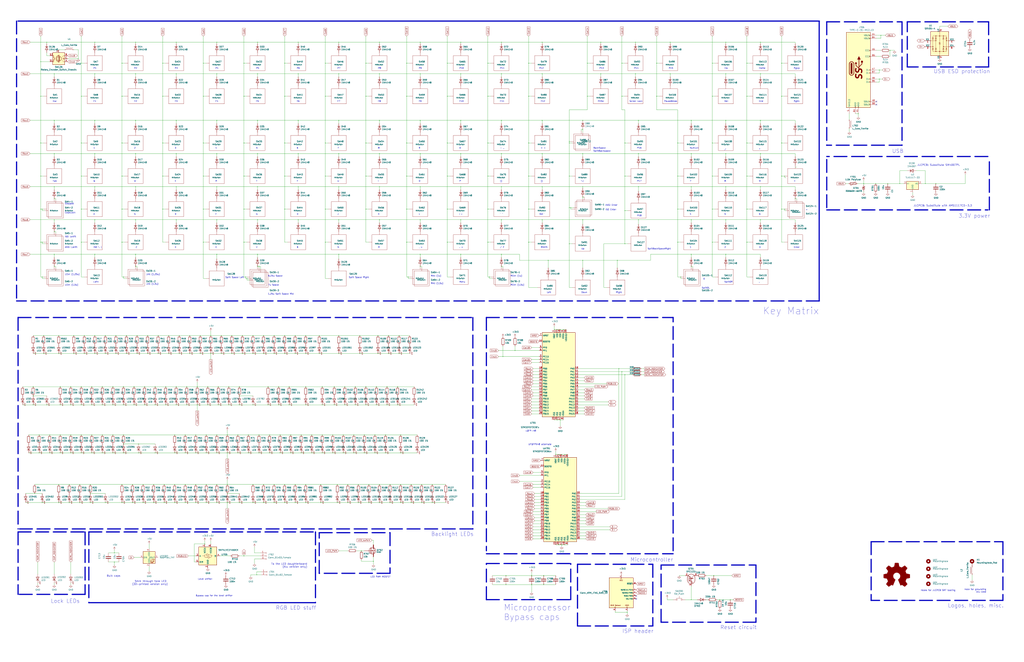
<source format=kicad_sch>
(kicad_sch (version 20210126) (generator eeschema)
  (paper "D")
  (junction (at 27.94 326.39) (diameter 0.3048))
  (junction (at 27.94 334.01) (diameter 0.3048))
  (junction (at 27.94 341.63) (diameter 0.3048))
  (junction (at 29.21 416.56) (diameter 0.3048))
  (junction (at 33.02 367.03) (diameter 0.3048))
  (junction (at 33.02 382.27) (diameter 0.3048))
  (junction (at 34.29 52.07) (diameter 0.3048))
  (junction (at 34.29 81.28) (diameter 0.3048))
  (junction (at 34.29 120.65) (diameter 0.3048))
  (junction (at 34.29 148.59) (diameter 0.3048))
  (junction (at 34.29 176.53) (diameter 0.3048))
  (junction (at 34.29 204.47) (diameter 0.3048))
  (junction (at 35.56 176.53) (diameter 0.3048))
  (junction (at 35.56 204.47) (diameter 0.3048))
  (junction (at 35.56 233.68) (diameter 0.3048))
  (junction (at 35.56 424.18) (diameter 0.3048))
  (junction (at 36.83 283.21) (diameter 0.3048))
  (junction (at 36.83 298.45) (diameter 0.3048))
  (junction (at 39.37 35.56) (diameter 0.3048))
  (junction (at 39.37 341.63) (diameter 0.3048))
  (junction (at 41.91 367.03) (diameter 0.3048))
  (junction (at 41.91 382.27) (diameter 0.3048))
  (junction (at 45.72 62.23) (diameter 0.3048))
  (junction (at 45.72 101.6) (diameter 0.3048))
  (junction (at 45.72 129.54) (diameter 0.3048))
  (junction (at 45.72 157.48) (diameter 0.3048))
  (junction (at 45.72 167.64) (diameter 0.3048))
  (junction (at 45.72 185.42) (diameter 0.3048))
  (junction (at 45.72 195.58) (diameter 0.3048))
  (junction (at 45.72 214.63) (diameter 0.3048))
  (junction (at 45.72 224.79) (diameter 0.3048))
  (junction (at 49.53 283.21) (diameter 0.3048))
  (junction (at 49.53 298.45) (diameter 0.3048))
  (junction (at 49.53 408.94) (diameter 0.3048))
  (junction (at 49.53 424.18) (diameter 0.3048))
  (junction (at 50.8 326.39) (diameter 0.3048))
  (junction (at 50.8 341.63) (diameter 0.3048))
  (junction (at 50.8 367.03) (diameter 0.3048))
  (junction (at 50.8 382.27) (diameter 0.3048))
  (junction (at 58.42 408.94) (diameter 0.3048))
  (junction (at 58.42 424.18) (diameter 0.3048))
  (junction (at 59.69 326.39) (diameter 0.3048))
  (junction (at 59.69 341.63) (diameter 0.3048))
  (junction (at 59.69 367.03) (diameter 0.3048))
  (junction (at 59.69 382.27) (diameter 0.3048))
  (junction (at 62.23 283.21) (diameter 0.3048))
  (junction (at 62.23 298.45) (diameter 0.3048))
  (junction (at 66.04 49.53) (diameter 0.3048))
  (junction (at 67.31 408.94) (diameter 0.3048))
  (junction (at 67.31 424.18) (diameter 0.3048))
  (junction (at 68.58 53.34) (diameter 0.3048))
  (junction (at 68.58 81.28) (diameter 0.3048))
  (junction (at 68.58 120.65) (diameter 0.3048))
  (junction (at 68.58 148.59) (diameter 0.3048))
  (junction (at 68.58 176.53) (diameter 0.3048))
  (junction (at 68.58 204.47) (diameter 0.3048))
  (junction (at 68.58 326.39) (diameter 0.3048))
  (junction (at 68.58 341.63) (diameter 0.3048))
  (junction (at 68.58 367.03) (diameter 0.3048))
  (junction (at 68.58 382.27) (diameter 0.3048))
  (junction (at 71.12 283.21) (diameter 0.3048))
  (junction (at 71.12 298.45) (diameter 0.3048))
  (junction (at 76.2 408.94) (diameter 0.3048))
  (junction (at 76.2 416.56) (diameter 0.3048))
  (junction (at 76.2 424.18) (diameter 0.3048))
  (junction (at 77.47 326.39) (diameter 0.3048))
  (junction (at 77.47 341.63) (diameter 0.3048))
  (junction (at 77.47 367.03) (diameter 0.3048))
  (junction (at 77.47 382.27) (diameter 0.3048))
  (junction (at 80.01 35.56) (diameter 0.3048))
  (junction (at 80.01 62.23) (diameter 0.3048))
  (junction (at 80.01 101.6) (diameter 0.3048))
  (junction (at 80.01 129.54) (diameter 0.3048))
  (junction (at 80.01 157.48) (diameter 0.3048))
  (junction (at 80.01 185.42) (diameter 0.3048))
  (junction (at 80.01 214.63) (diameter 0.3048))
  (junction (at 80.01 283.21) (diameter 0.3048))
  (junction (at 80.01 298.45) (diameter 0.3048))
  (junction (at 86.36 326.39) (diameter 0.3048))
  (junction (at 86.36 341.63) (diameter 0.3048))
  (junction (at 86.36 367.03) (diameter 0.3048))
  (junction (at 86.36 382.27) (diameter 0.3048))
  (junction (at 88.9 283.21) (diameter 0.3048))
  (junction (at 88.9 298.45) (diameter 0.3048))
  (junction (at 88.9 424.18) (diameter 0.3048))
  (junction (at 95.25 326.39) (diameter 0.3048))
  (junction (at 95.25 341.63) (diameter 0.3048))
  (junction (at 95.25 367.03) (diameter 0.3048))
  (junction (at 95.25 382.27) (diameter 0.3048))
  (junction (at 96.52 466.725) (diameter 0.3048))
  (junction (at 96.52 474.345) (diameter 0.3048))
  (junction (at 97.79 283.21) (diameter 0.3048))
  (junction (at 97.79 298.45) (diameter 0.3048))
  (junction (at 102.87 53.34) (diameter 0.3048))
  (junction (at 102.87 81.28) (diameter 0.3048))
  (junction (at 102.87 120.65) (diameter 0.3048))
  (junction (at 102.87 148.59) (diameter 0.3048))
  (junction (at 102.87 176.53) (diameter 0.3048))
  (junction (at 102.87 204.47) (diameter 0.3048))
  (junction (at 102.87 408.94) (diameter 0.3048))
  (junction (at 102.87 424.18) (diameter 0.3048))
  (junction (at 104.14 233.68) (diameter 0.3048))
  (junction (at 104.14 326.39) (diameter 0.3048))
  (junction (at 104.14 341.63) (diameter 0.3048))
  (junction (at 104.14 367.03) (diameter 0.3048))
  (junction (at 104.14 374.65) (diameter 0.3048))
  (junction (at 104.14 382.27) (diameter 0.3048))
  (junction (at 106.68 283.21) (diameter 0.3048))
  (junction (at 106.68 298.45) (diameter 0.3048))
  (junction (at 111.76 408.94) (diameter 0.3048))
  (junction (at 111.76 424.18) (diameter 0.3048))
  (junction (at 113.03 326.39) (diameter 0.3048))
  (junction (at 113.03 341.63) (diameter 0.3048))
  (junction (at 114.3 35.56) (diameter 0.3048))
  (junction (at 114.3 62.23) (diameter 0.3048))
  (junction (at 114.3 101.6) (diameter 0.3048))
  (junction (at 114.3 129.54) (diameter 0.3048))
  (junction (at 114.3 157.48) (diameter 0.3048))
  (junction (at 114.3 185.42) (diameter 0.3048))
  (junction (at 114.3 214.63) (diameter 0.3048))
  (junction (at 114.3 224.79) (diameter 0.3048))
  (junction (at 115.57 283.21) (diameter 0.3048))
  (junction (at 115.57 298.45) (diameter 0.3048))
  (junction (at 116.84 374.65) (diameter 0.3048))
  (junction (at 116.84 382.27) (diameter 0.3048))
  (junction (at 120.65 408.94) (diameter 0.3048))
  (junction (at 120.65 424.18) (diameter 0.3048))
  (junction (at 121.92 326.39) (diameter 0.3048))
  (junction (at 121.92 341.63) (diameter 0.3048))
  (junction (at 124.46 283.21) (diameter 0.3048))
  (junction (at 124.46 298.45) (diameter 0.3048))
  (junction (at 129.54 408.94) (diameter 0.3048))
  (junction (at 129.54 424.18) (diameter 0.3048))
  (junction (at 130.81 326.39) (diameter 0.3048))
  (junction (at 130.81 341.63) (diameter 0.3048))
  (junction (at 130.81 382.27) (diameter 0.3048))
  (junction (at 133.35 283.21) (diameter 0.3048))
  (junction (at 133.35 298.45) (diameter 0.3048))
  (junction (at 137.16 53.34) (diameter 0.3048))
  (junction (at 137.16 81.28) (diameter 0.3048))
  (junction (at 137.16 120.65) (diameter 0.3048))
  (junction (at 137.16 148.59) (diameter 0.3048))
  (junction (at 137.16 176.53) (diameter 0.3048))
  (junction (at 138.43 408.94) (diameter 0.3048))
  (junction (at 138.43 424.18) (diameter 0.3048))
  (junction (at 139.7 326.39) (diameter 0.3048))
  (junction (at 139.7 341.63) (diameter 0.3048))
  (junction (at 142.24 283.21) (diameter 0.3048))
  (junction (at 142.24 298.45) (diameter 0.3048))
  (junction (at 147.32 367.03) (diameter 0.3048))
  (junction (at 147.32 382.27) (diameter 0.3048))
  (junction (at 147.32 408.94) (diameter 0.3048))
  (junction (at 147.32 424.18) (diameter 0.3048))
  (junction (at 148.59 35.56) (diameter 0.3048))
  (junction (at 148.59 62.23) (diameter 0.3048))
  (junction (at 148.59 101.6) (diameter 0.3048))
  (junction (at 148.59 129.54) (diameter 0.3048))
  (junction (at 148.59 157.48) (diameter 0.3048))
  (junction (at 148.59 185.42) (diameter 0.3048))
  (junction (at 148.59 326.39) (diameter 0.3048))
  (junction (at 148.59 341.63) (diameter 0.3048))
  (junction (at 151.13 283.21) (diameter 0.3048))
  (junction (at 151.13 298.45) (diameter 0.3048))
  (junction (at 156.21 367.03) (diameter 0.3048))
  (junction (at 156.21 382.27) (diameter 0.3048))
  (junction (at 156.21 408.94) (diameter 0.3048))
  (junction (at 156.21 424.18) (diameter 0.3048))
  (junction (at 157.48 326.39) (diameter 0.3048))
  (junction (at 157.48 341.63) (diameter 0.3048))
  (junction (at 160.02 283.21) (diameter 0.3048))
  (junction (at 160.02 298.45) (diameter 0.3048))
  (junction (at 165.1 367.03) (diameter 0.3048))
  (junction (at 165.1 382.27) (diameter 0.3048))
  (junction (at 165.1 408.94) (diameter 0.3048))
  (junction (at 165.1 424.18) (diameter 0.3048))
  (junction (at 166.37 326.39) (diameter 0.3048))
  (junction (at 166.37 341.63) (diameter 0.3048))
  (junction (at 168.91 283.21) (diameter 0.3048))
  (junction (at 168.91 298.45) (diameter 0.3048))
  (junction (at 171.45 53.34) (diameter 0.3048))
  (junction (at 171.45 81.28) (diameter 0.3048))
  (junction (at 171.45 120.65) (diameter 0.3048))
  (junction (at 171.45 148.59) (diameter 0.3048))
  (junction (at 171.45 176.53) (diameter 0.3048))
  (junction (at 171.45 204.47) (diameter 0.3048))
  (junction (at 172.72 459.105) (diameter 0.3048))
  (junction (at 173.99 367.03) (diameter 0.3048))
  (junction (at 173.99 382.27) (diameter 0.3048))
  (junction (at 173.99 408.94) (diameter 0.3048))
  (junction (at 173.99 424.18) (diameter 0.3048))
  (junction (at 175.26 326.39) (diameter 0.3048))
  (junction (at 175.26 341.63) (diameter 0.3048))
  (junction (at 177.8 283.21) (diameter 0.3048))
  (junction (at 177.8 298.45) (diameter 0.3048))
  (junction (at 182.88 35.56) (diameter 0.3048))
  (junction (at 182.88 62.23) (diameter 0.3048))
  (junction (at 182.88 101.6) (diameter 0.3048))
  (junction (at 182.88 129.54) (diameter 0.3048))
  (junction (at 182.88 157.48) (diameter 0.3048))
  (junction (at 182.88 185.42) (diameter 0.3048))
  (junction (at 182.88 214.63) (diameter 0.3048))
  (junction (at 182.88 367.03) (diameter 0.3048))
  (junction (at 182.88 382.27) (diameter 0.3048))
  (junction (at 182.88 408.94) (diameter 0.3048))
  (junction (at 182.88 424.18) (diameter 0.3048))
  (junction (at 184.15 326.39) (diameter 0.3048))
  (junction (at 184.15 341.63) (diameter 0.3048))
  (junction (at 186.69 283.21) (diameter 0.3048))
  (junction (at 186.69 298.45) (diameter 0.3048))
  (junction (at 191.77 367.03) (diameter 0.3048))
  (junction (at 191.77 382.27) (diameter 0.3048))
  (junction (at 191.77 408.94) (diameter 0.3048))
  (junction (at 191.77 416.56) (diameter 0.3048))
  (junction (at 191.77 424.18) (diameter 0.3048))
  (junction (at 193.04 326.39) (diameter 0.3048))
  (junction (at 193.04 341.63) (diameter 0.3048))
  (junction (at 195.58 283.21) (diameter 0.3048))
  (junction (at 195.58 298.45) (diameter 0.3048))
  (junction (at 200.66 367.03) (diameter 0.3048))
  (junction (at 200.66 382.27) (diameter 0.3048))
  (junction (at 201.93 326.39) (diameter 0.3048))
  (junction (at 201.93 334.01) (diameter 0.3048))
  (junction (at 201.93 341.63) (diameter 0.3048))
  (junction (at 201.93 424.18) (diameter 0.3048))
  (junction (at 204.47 283.21) (diameter 0.3048))
  (junction (at 204.47 298.45) (diameter 0.3048))
  (junction (at 205.74 53.34) (diameter 0.3048))
  (junction (at 205.74 81.28) (diameter 0.3048))
  (junction (at 205.74 120.65) (diameter 0.3048))
  (junction (at 205.74 148.59) (diameter 0.3048))
  (junction (at 205.74 176.53) (diameter 0.3048))
  (junction (at 205.74 204.47) (diameter 0.3048))
  (junction (at 205.74 469.265) (diameter 0.3048))
  (junction (at 207.01 233.68) (diameter 0.3048))
  (junction (at 208.28 234.95) (diameter 0.3048))
  (junction (at 209.55 367.03) (diameter 0.3048))
  (junction (at 209.55 382.27) (diameter 0.3048))
  (junction (at 213.36 283.21) (diameter 0.3048))
  (junction (at 213.36 298.45) (diameter 0.3048))
  (junction (at 213.36 341.63) (diameter 0.3048))
  (junction (at 213.36 408.94) (diameter 0.3048))
  (junction (at 213.36 424.18) (diameter 0.3048))
  (junction (at 216.535 485.14) (diameter 0.3048))
  (junction (at 217.17 35.56) (diameter 0.3048))
  (junction (at 217.17 62.23) (diameter 0.3048))
  (junction (at 217.17 101.6) (diameter 0.3048))
  (junction (at 217.17 129.54) (diameter 0.3048))
  (junction (at 217.17 157.48) (diameter 0.3048))
  (junction (at 217.17 185.42) (diameter 0.3048))
  (junction (at 217.17 214.63) (diameter 0.3048))
  (junction (at 217.17 224.79) (diameter 0.3048))
  (junction (at 218.44 224.79) (diameter 0.3048))
  (junction (at 218.44 367.03) (diameter 0.3048))
  (junction (at 218.44 382.27) (diameter 0.3048))
  (junction (at 222.25 283.21) (diameter 0.3048))
  (junction (at 222.25 298.45) (diameter 0.3048))
  (junction (at 222.25 408.94) (diameter 0.3048))
  (junction (at 222.25 424.18) (diameter 0.3048))
  (junction (at 226.06 326.39) (diameter 0.3048))
  (junction (at 226.06 341.63) (diameter 0.3048))
  (junction (at 227.33 367.03) (diameter 0.3048))
  (junction (at 227.33 382.27) (diameter 0.3048))
  (junction (at 231.14 283.21) (diameter 0.3048))
  (junction (at 231.14 298.45) (diameter 0.3048))
  (junction (at 231.14 408.94) (diameter 0.3048))
  (junction (at 231.14 424.18) (diameter 0.3048))
  (junction (at 234.95 326.39) (diameter 0.3048))
  (junction (at 234.95 341.63) (diameter 0.3048))
  (junction (at 236.22 367.03) (diameter 0.3048))
  (junction (at 236.22 382.27) (diameter 0.3048))
  (junction (at 240.03 53.34) (diameter 0.3048))
  (junction (at 240.03 81.28) (diameter 0.3048))
  (junction (at 240.03 120.65) (diameter 0.3048))
  (junction (at 240.03 148.59) (diameter 0.3048))
  (junction (at 240.03 176.53) (diameter 0.3048))
  (junction (at 240.03 283.21) (diameter 0.3048))
  (junction (at 240.03 298.45) (diameter 0.3048))
  (junction (at 240.03 408.94) (diameter 0.3048))
  (junction (at 240.03 424.18) (diameter 0.3048))
  (junction (at 243.84 326.39) (diameter 0.3048))
  (junction (at 243.84 341.63) (diameter 0.3048))
  (junction (at 245.11 367.03) (diameter 0.3048))
  (junction (at 245.11 382.27) (diameter 0.3048))
  (junction (at 248.92 283.21) (diameter 0.3048))
  (junction (at 248.92 298.45) (diameter 0.3048))
  (junction (at 248.92 408.94) (diameter 0.3048))
  (junction (at 248.92 424.18) (diameter 0.3048))
  (junction (at 251.46 35.56) (diameter 0.3048))
  (junction (at 251.46 62.23) (diameter 0.3048))
  (junction (at 251.46 101.6) (diameter 0.3048))
  (junction (at 251.46 129.54) (diameter 0.3048))
  (junction (at 251.46 157.48) (diameter 0.3048))
  (junction (at 251.46 185.42) (diameter 0.3048))
  (junction (at 254 367.03) (diameter 0.3048))
  (junction (at 254 382.27) (diameter 0.3048))
  (junction (at 257.81 283.21) (diameter 0.3048))
  (junction (at 257.81 298.45) (diameter 0.3048))
  (junction (at 257.81 326.39) (diameter 0.3048))
  (junction (at 257.81 341.63) (diameter 0.3048))
  (junction (at 257.81 408.94) (diameter 0.3048))
  (junction (at 257.81 424.18) (diameter 0.3048))
  (junction (at 262.89 367.03) (diameter 0.3048))
  (junction (at 262.89 382.27) (diameter 0.3048))
  (junction (at 269.24 283.21) (diameter 0.3048))
  (junction (at 269.24 298.45) (diameter 0.3048))
  (junction (at 270.51 408.94) (diameter 0.3048))
  (junction (at 270.51 424.18) (diameter 0.3048))
  (junction (at 271.78 326.39) (diameter 0.3048))
  (junction (at 271.78 341.63) (diameter 0.3048))
  (junction (at 271.78 367.03) (diameter 0.3048))
  (junction (at 271.78 382.27) (diameter 0.3048))
  (junction (at 274.32 53.34) (diameter 0.3048))
  (junction (at 274.32 81.28) (diameter 0.3048))
  (junction (at 274.32 120.65) (diameter 0.3048))
  (junction (at 274.32 148.59) (diameter 0.3048))
  (junction (at 274.32 176.53) (diameter 0.3048))
  (junction (at 274.32 204.47) (diameter 0.3048))
  (junction (at 280.67 367.03) (diameter 0.3048))
  (junction (at 280.67 382.27) (diameter 0.3048))
  (junction (at 281.94 326.39) (diameter 0.3048))
  (junction (at 281.94 341.63) (diameter 0.3048))
  (junction (at 284.48 408.94) (diameter 0.3048))
  (junction (at 284.48 424.18) (diameter 0.3048))
  (junction (at 285.75 35.56) (diameter 0.3048))
  (junction (at 285.75 62.23) (diameter 0.3048))
  (junction (at 285.75 101.6) (diameter 0.3048))
  (junction (at 285.75 129.54) (diameter 0.3048))
  (junction (at 285.75 157.48) (diameter 0.3048))
  (junction (at 285.75 185.42) (diameter 0.3048))
  (junction (at 285.75 214.63) (diameter 0.3048))
  (junction (at 285.75 283.21) (diameter 0.3048))
  (junction (at 285.75 298.45) (diameter 0.3048))
  (junction (at 289.56 367.03) (diameter 0.3048))
  (junction (at 289.56 382.27) (diameter 0.3048))
  (junction (at 290.83 326.39) (diameter 0.3048))
  (junction (at 290.83 341.63) (diameter 0.3048))
  (junction (at 293.37 408.94) (diameter 0.3048))
  (junction (at 293.37 424.18) (diameter 0.3048))
  (junction (at 298.45 367.03) (diameter 0.3048))
  (junction (at 298.45 382.27) (diameter 0.3048))
  (junction (at 299.72 326.39) (diameter 0.3048))
  (junction (at 299.72 341.63) (diameter 0.3048))
  (junction (at 302.26 408.94) (diameter 0.3048))
  (junction (at 302.26 424.18) (diameter 0.3048))
  (junction (at 303.53 283.21) (diameter 0.3048))
  (junction (at 303.53 298.45) (diameter 0.3048))
  (junction (at 304.8 464.82) (diameter 0.3048))
  (junction (at 307.34 367.03) (diameter 0.3048))
  (junction (at 307.34 382.27) (diameter 0.3048))
  (junction (at 308.61 53.34) (diameter 0.3048))
  (junction (at 308.61 81.28) (diameter 0.3048))
  (junction (at 308.61 120.65) (diameter 0.3048))
  (junction (at 308.61 148.59) (diameter 0.3048))
  (junction (at 308.61 176.53) (diameter 0.3048))
  (junction (at 308.61 326.39) (diameter 0.3048))
  (junction (at 308.61 341.63) (diameter 0.3048))
  (junction (at 311.15 408.94) (diameter 0.3048))
  (junction (at 311.15 424.18) (diameter 0.3048))
  (junction (at 314.96 473.71) (diameter 0.3048))
  (junction (at 316.23 367.03) (diameter 0.3048))
  (junction (at 316.23 382.27) (diameter 0.3048))
  (junction (at 317.5 326.39) (diameter 0.3048))
  (junction (at 317.5 341.63) (diameter 0.3048))
  (junction (at 318.77 283.21) (diameter 0.3048))
  (junction (at 318.77 298.45) (diameter 0.3048))
  (junction (at 320.04 35.56) (diameter 0.3048))
  (junction (at 320.04 62.23) (diameter 0.3048))
  (junction (at 320.04 101.6) (diameter 0.3048))
  (junction (at 320.04 129.54) (diameter 0.3048))
  (junction (at 320.04 157.48) (diameter 0.3048))
  (junction (at 320.04 185.42) (diameter 0.3048))
  (junction (at 320.04 408.94) (diameter 0.3048))
  (junction (at 320.04 424.18) (diameter 0.3048))
  (junction (at 325.12 367.03) (diameter 0.3048))
  (junction (at 325.12 382.27) (diameter 0.3048))
  (junction (at 326.39 326.39) (diameter 0.3048))
  (junction (at 326.39 341.63) (diameter 0.3048))
  (junction (at 327.66 283.21) (diameter 0.3048))
  (junction (at 327.66 298.45) (diameter 0.3048))
  (junction (at 328.93 408.94) (diameter 0.3048))
  (junction (at 328.93 424.18) (diameter 0.3048))
  (junction (at 335.28 326.39) (diameter 0.3048))
  (junction (at 335.28 341.63) (diameter 0.3048))
  (junction (at 336.55 283.21) (diameter 0.3048))
  (junction (at 336.55 298.45) (diameter 0.3048))
  (junction (at 337.82 367.03) (diameter 0.3048))
  (junction (at 337.82 382.27) (diameter 0.3048))
  (junction (at 337.82 408.94) (diameter 0.3048))
  (junction (at 337.82 424.18) (diameter 0.3048))
  (junction (at 342.9 53.34) (diameter 0.3048))
  (junction (at 342.9 81.28) (diameter 0.3048))
  (junction (at 342.9 120.65) (diameter 0.3048))
  (junction (at 342.9 148.59) (diameter 0.3048))
  (junction (at 342.9 176.53) (diameter 0.3048))
  (junction (at 342.9 204.47) (diameter 0.3048))
  (junction (at 344.17 233.68) (diameter 0.3048))
  (junction (at 346.71 408.94) (diameter 0.3048))
  (junction (at 346.71 424.18) (diameter 0.3048))
  (junction (at 354.33 35.56) (diameter 0.3048))
  (junction (at 354.33 62.23) (diameter 0.3048))
  (junction (at 354.33 101.6) (diameter 0.3048))
  (junction (at 354.33 129.54) (diameter 0.3048))
  (junction (at 354.33 157.48) (diameter 0.3048))
  (junction (at 354.33 185.42) (diameter 0.3048))
  (junction (at 354.33 214.63) (diameter 0.3048))
  (junction (at 354.33 224.79) (diameter 0.3048))
  (junction (at 355.6 408.94) (diameter 0.3048))
  (junction (at 355.6 424.18) (diameter 0.3048))
  (junction (at 364.49 408.94) (diameter 0.3048))
  (junction (at 364.49 424.18) (diameter 0.3048))
  (junction (at 377.19 53.34) (diameter 0.3048))
  (junction (at 377.19 81.28) (diameter 0.3048))
  (junction (at 377.19 120.65) (diameter 0.3048))
  (junction (at 377.19 148.59) (diameter 0.3048))
  (junction (at 377.19 176.53) (diameter 0.3048))
  (junction (at 377.19 204.47) (diameter 0.3048))
  (junction (at 388.62 35.56) (diameter 0.3048))
  (junction (at 388.62 62.23) (diameter 0.3048))
  (junction (at 388.62 101.6) (diameter 0.3048))
  (junction (at 388.62 129.54) (diameter 0.3048))
  (junction (at 388.62 157.48) (diameter 0.3048))
  (junction (at 388.62 185.42) (diameter 0.3048))
  (junction (at 388.62 214.63) (diameter 0.3048))
  (junction (at 411.48 53.34) (diameter 0.3048))
  (junction (at 411.48 81.28) (diameter 0.3048))
  (junction (at 411.48 120.65) (diameter 0.3048))
  (junction (at 411.48 148.59) (diameter 0.3048))
  (junction (at 411.48 176.53) (diameter 0.3048))
  (junction (at 411.48 204.47) (diameter 0.3048))
  (junction (at 412.75 233.68) (diameter 0.3048))
  (junction (at 422.91 35.56) (diameter 0.3048))
  (junction (at 422.91 62.23) (diameter 0.3048))
  (junction (at 422.91 101.6) (diameter 0.3048))
  (junction (at 422.91 129.54) (diameter 0.3048))
  (junction (at 422.91 157.48) (diameter 0.3048))
  (junction (at 422.91 185.42) (diameter 0.3048))
  (junction (at 422.91 214.63) (diameter 0.3048))
  (junction (at 422.91 224.79) (diameter 0.3048))
  (junction (at 424.18 300.99) (diameter 0.3048))
  (junction (at 426.72 485.775) (diameter 0.3048))
  (junction (at 426.72 493.395) (diameter 0.3048))
  (junction (at 434.34 295.91) (diameter 0.3048))
  (junction (at 445.77 53.34) (diameter 0.3048))
  (junction (at 445.77 81.28) (diameter 0.3048))
  (junction (at 445.77 120.65) (diameter 0.3048))
  (junction (at 445.77 148.59) (diameter 0.3048))
  (junction (at 445.77 176.53) (diameter 0.3048))
  (junction (at 445.77 204.47) (diameter 0.3048))
  (junction (at 448.31 485.775) (diameter 0.3048))
  (junction (at 448.31 493.395) (diameter 0.3048))
  (junction (at 457.2 35.56) (diameter 0.3048))
  (junction (at 457.2 62.23) (diameter 0.3048))
  (junction (at 457.2 101.6) (diameter 0.3048))
  (junction (at 457.2 129.54) (diameter 0.3048))
  (junction (at 457.2 157.48) (diameter 0.3048))
  (junction (at 457.2 185.42) (diameter 0.3048))
  (junction (at 458.47 485.775) (diameter 0.3048))
  (junction (at 458.47 493.395) (diameter 0.3048))
  (junction (at 462.28 219.71) (diameter 0.3048))
  (junction (at 467.36 278.13) (diameter 0.3048))
  (junction (at 468.63 383.54) (diameter 0.3048))
  (junction (at 469.9 278.13) (diameter 0.3048))
  (junction (at 469.9 354.33) (diameter 0.3048))
  (junction (at 471.17 383.54) (diameter 0.3048))
  (junction (at 471.17 459.74) (diameter 0.3048))
  (junction (at 472.44 278.13) (diameter 0.3048))
  (junction (at 472.44 354.33) (diameter 0.3048))
  (junction (at 473.71 383.54) (diameter 0.3048))
  (junction (at 473.71 459.74) (diameter 0.3048))
  (junction (at 474.98 278.13) (diameter 0.3048))
  (junction (at 476.25 383.54) (diameter 0.3048))
  (junction (at 476.25 459.74) (diameter 0.3048))
  (junction (at 480.06 119.38) (diameter 0.3048))
  (junction (at 480.06 120.65) (diameter 0.3048))
  (junction (at 480.06 148.59) (diameter 0.3048))
  (junction (at 480.06 175.26) (diameter 0.3048))
  (junction (at 480.06 205.74) (diameter 0.3048))
  (junction (at 481.33 175.26) (diameter 0.3048))
  (junction (at 491.49 101.6) (diameter 0.3048))
  (junction (at 491.49 109.22) (diameter 0.3048))
  (junction (at 491.49 129.54) (diameter 0.3048))
  (junction (at 491.49 157.48) (diameter 0.3048))
  (junction (at 491.49 166.37) (diameter 0.3048))
  (junction (at 491.49 185.42) (diameter 0.3048))
  (junction (at 491.49 219.71) (diameter 0.3048))
  (junction (at 495.3 53.34) (diameter 0.3048))
  (junction (at 495.3 81.28) (diameter 0.3048))
  (junction (at 506.73 35.56) (diameter 0.3048))
  (junction (at 506.73 62.23) (diameter 0.3048))
  (junction (at 520.7 219.71) (diameter 0.3048))
  (junction (at 521.97 311.15) (diameter 0.3048))
  (junction (at 524.51 53.34) (diameter 0.3048))
  (junction (at 524.51 81.28) (diameter 0.3048))
  (junction (at 524.51 313.69) (diameter 0.3048))
  (junction (at 527.05 120.65) (diameter 0.3048))
  (junction (at 527.05 148.59) (diameter 0.3048))
  (junction (at 527.05 177.8) (diameter 0.3048))
  (junction (at 527.05 205.74) (diameter 0.3048))
  (junction (at 527.05 316.23) (diameter 0.3048))
  (junction (at 528.955 516.89) (diameter 0.3048))
  (junction (at 535.94 35.56) (diameter 0.3048))
  (junction (at 535.94 62.23) (diameter 0.3048))
  (junction (at 538.48 101.6) (diameter 0.3048))
  (junction (at 538.48 129.54) (diameter 0.3048))
  (junction (at 538.48 157.48) (diameter 0.3048))
  (junction (at 538.48 185.42) (diameter 0.3048))
  (junction (at 553.72 53.34) (diameter 0.3048))
  (junction (at 553.72 81.28) (diameter 0.3048))
  (junction (at 565.15 35.56) (diameter 0.3048))
  (junction (at 565.15 62.23) (diameter 0.3048))
  (junction (at 571.5 120.65) (diameter 0.3048))
  (junction (at 571.5 148.59) (diameter 0.3048))
  (junction (at 571.5 176.53) (diameter 0.3048))
  (junction (at 571.5 204.47) (diameter 0.3048))
  (junction (at 574.04 233.68) (diameter 0.3048))
  (junction (at 582.93 101.6) (diameter 0.3048))
  (junction (at 582.93 129.54) (diameter 0.3048))
  (junction (at 582.93 157.48) (diameter 0.3048))
  (junction (at 582.93 185.42) (diameter 0.3048))
  (junction (at 582.93 214.63) (diameter 0.3048))
  (junction (at 582.93 224.79) (diameter 0.3048))
  (junction (at 582.93 506.095) (diameter 0.3048))
  (junction (at 600.71 53.34) (diameter 0.3048))
  (junction (at 600.71 81.28) (diameter 0.3048))
  (junction (at 600.71 120.65) (diameter 0.3048))
  (junction (at 600.71 148.59) (diameter 0.3048))
  (junction (at 600.71 176.53) (diameter 0.3048))
  (junction (at 600.71 204.47) (diameter 0.3048))
  (junction (at 601.98 485.775) (diameter 0.3048))
  (junction (at 607.06 506.095) (diameter 0.3048))
  (junction (at 612.14 35.56) (diameter 0.3048))
  (junction (at 612.14 62.23) (diameter 0.3048))
  (junction (at 612.14 101.6) (diameter 0.3048))
  (junction (at 612.14 129.54) (diameter 0.3048))
  (junction (at 612.14 157.48) (diameter 0.3048))
  (junction (at 612.14 185.42) (diameter 0.3048))
  (junction (at 612.14 214.63) (diameter 0.3048))
  (junction (at 615.95 506.095) (diameter 0.3048))
  (junction (at 629.92 53.34) (diameter 0.3048))
  (junction (at 629.92 81.28) (diameter 0.3048))
  (junction (at 629.92 120.65) (diameter 0.3048))
  (junction (at 629.92 148.59) (diameter 0.3048))
  (junction (at 629.92 176.53) (diameter 0.3048))
  (junction (at 629.92 204.47) (diameter 0.3048))
  (junction (at 641.35 35.56) (diameter 0.3048))
  (junction (at 641.35 62.23) (diameter 0.3048))
  (junction (at 641.35 101.6) (diameter 0.3048))
  (junction (at 641.35 129.54) (diameter 0.3048))
  (junction (at 641.35 157.48) (diameter 0.3048))
  (junction (at 641.35 185.42) (diameter 0.3048))
  (junction (at 659.13 53.34) (diameter 0.3048))
  (junction (at 659.13 81.28) (diameter 0.3048))
  (junction (at 659.13 120.65) (diameter 0.3048))
  (junction (at 659.13 148.59) (diameter 0.3048))
  (junction (at 659.13 176.53) (diameter 0.3048))
  (junction (at 661.67 148.59) (diameter 0.3048))
  (junction (at 661.67 176.53) (diameter 0.3048))
  (junction (at 670.56 167.64) (diameter 0.3048))
  (junction (at 723.9 95.885) (diameter 0.3048))
  (junction (at 728.345 154.94) (diameter 0.3048))
  (junction (at 738.505 154.94) (diameter 0.3048))
  (junction (at 741.68 59.055) (diameter 0.3048))
  (junction (at 741.68 66.675) (diameter 0.3048))
  (junction (at 742.95 29.845) (diameter 0.3048))
  (junction (at 748.665 154.94) (diameter 0.3048))
  (junction (at 750.57 42.545) (diameter 0.3048))
  (junction (at 758.825 154.94) (diameter 0.3048))
  (junction (at 780.415 154.94) (diameter 0.3048))
  (junction (at 789.305 154.94) (diameter 0.3048))
  (no_connect (at 536.575 502.92))
  (no_connect (at 536.575 505.46))
  (no_connect (at 739.14 85.725))
  (no_connect (at 739.14 88.265))
  (wire (pts (xy 19.05 326.39) (xy 27.94 326.39)))
  (wire (pts (xy 19.05 341.63) (xy 27.94 341.63)))
  (wire (pts (xy 21.59 416.56) (xy 29.21 416.56)))
  (wire (pts (xy 21.59 424.18) (xy 35.56 424.18)))
  (wire (pts (xy 25.4 35.56) (xy 39.37 35.56)))
  (wire (pts (xy 25.4 62.23) (xy 45.72 62.23)))
  (wire (pts (xy 25.4 101.6) (xy 45.72 101.6)))
  (wire (pts (xy 25.4 129.54) (xy 45.72 129.54)))
  (wire (pts (xy 25.4 157.48) (xy 45.72 157.48)))
  (wire (pts (xy 25.4 185.42) (xy 45.72 185.42)))
  (wire (pts (xy 25.4 214.63) (xy 45.72 214.63)))
  (wire (pts (xy 27.94 326.39) (xy 50.8 326.39)))
  (wire (pts (xy 27.94 334.01) (xy 39.37 334.01)))
  (wire (pts (xy 27.94 341.63) (xy 39.37 341.63)))
  (wire (pts (xy 29.21 408.94) (xy 49.53 408.94)))
  (wire (pts (xy 29.21 416.56) (xy 35.56 416.56)))
  (wire (pts (xy 31.75 474.345) (xy 31.75 484.505)))
  (wire (pts (xy 31.75 493.395) (xy 31.75 492.125)))
  (wire (pts (xy 33.02 367.03) (xy 24.13 367.03)))
  (wire (pts (xy 33.02 382.27) (xy 24.13 382.27)))
  (wire (pts (xy 34.29 30.48) (xy 34.29 52.07)))
  (wire (pts (xy 34.29 52.07) (xy 34.29 81.28)))
  (wire (pts (xy 34.29 81.28) (xy 34.29 120.65)))
  (wire (pts (xy 34.29 120.65) (xy 34.29 148.59)))
  (wire (pts (xy 34.29 148.59) (xy 34.29 176.53)))
  (wire (pts (xy 34.29 176.53) (xy 34.29 204.47)))
  (wire (pts (xy 34.29 204.47) (xy 34.29 233.68)))
  (wire (pts (xy 35.56 176.53) (xy 34.29 176.53)))
  (wire (pts (xy 35.56 177.8) (xy 35.56 176.53)))
  (wire (pts (xy 35.56 204.47) (xy 34.29 204.47)))
  (wire (pts (xy 35.56 205.74) (xy 35.56 204.47)))
  (wire (pts (xy 35.56 233.68) (xy 34.29 233.68)))
  (wire (pts (xy 35.56 234.95) (xy 35.56 233.68)))
  (wire (pts (xy 35.56 424.18) (xy 49.53 424.18)))
  (wire (pts (xy 36.83 81.28) (xy 34.29 81.28)))
  (wire (pts (xy 36.83 120.65) (xy 34.29 120.65)))
  (wire (pts (xy 36.83 148.59) (xy 34.29 148.59)))
  (wire (pts (xy 36.83 176.53) (xy 35.56 176.53)))
  (wire (pts (xy 36.83 204.47) (xy 35.56 204.47)))
  (wire (pts (xy 36.83 233.68) (xy 35.56 233.68)))
  (wire (pts (xy 36.83 283.21) (xy 27.94 283.21)))
  (wire (pts (xy 36.83 283.21) (xy 49.53 283.21)))
  (wire (pts (xy 36.83 298.45) (xy 27.94 298.45)))
  (wire (pts (xy 36.83 298.45) (xy 49.53 298.45)))
  (wire (pts (xy 38.1 177.8) (xy 35.56 177.8)))
  (wire (pts (xy 38.1 205.74) (xy 35.56 205.74)))
  (wire (pts (xy 38.1 234.95) (xy 35.56 234.95)))
  (wire (pts (xy 39.37 35.56) (xy 80.01 35.56)))
  (wire (pts (xy 39.37 36.83) (xy 39.37 35.56)))
  (wire (pts (xy 39.37 46.99) (xy 39.37 44.45)))
  (wire (pts (xy 39.37 341.63) (xy 50.8 341.63)))
  (wire (pts (xy 41.91 46.99) (xy 39.37 46.99)))
  (wire (pts (xy 41.91 52.07) (xy 34.29 52.07)))
  (wire (pts (xy 41.91 367.03) (xy 33.02 367.03)))
  (wire (pts (xy 41.91 382.27) (xy 33.02 382.27)))
  (wire (pts (xy 45.72 62.23) (xy 45.72 64.77)))
  (wire (pts (xy 45.72 62.23) (xy 80.01 62.23)))
  (wire (pts (xy 45.72 101.6) (xy 45.72 104.14)))
  (wire (pts (xy 45.72 101.6) (xy 80.01 101.6)))
  (wire (pts (xy 45.72 129.54) (xy 45.72 132.08)))
  (wire (pts (xy 45.72 129.54) (xy 80.01 129.54)))
  (wire (pts (xy 45.72 157.48) (xy 45.72 160.02)))
  (wire (pts (xy 45.72 157.48) (xy 80.01 157.48)))
  (wire (pts (xy 45.72 185.42) (xy 45.72 187.96)))
  (wire (pts (xy 45.72 185.42) (xy 80.01 185.42)))
  (wire (pts (xy 45.72 214.63) (xy 45.72 217.17)))
  (wire (pts (xy 45.72 214.63) (xy 80.01 214.63)))
  (wire (pts (xy 45.72 224.79) (xy 46.99 224.79)))
  (wire (pts (xy 45.72 474.345) (xy 45.72 484.505)))
  (wire (pts (xy 45.72 493.395) (xy 45.72 492.125)))
  (wire (pts (xy 46.99 167.64) (xy 45.72 167.64)))
  (wire (pts (xy 46.99 168.91) (xy 46.99 167.64)))
  (wire (pts (xy 46.99 195.58) (xy 45.72 195.58)))
  (wire (pts (xy 46.99 196.85) (xy 46.99 195.58)))
  (wire (pts (xy 46.99 226.06) (xy 46.99 224.79)))
  (wire (pts (xy 49.53 41.91) (xy 54.61 41.91)))
  (wire (pts (xy 49.53 283.21) (xy 62.23 283.21)))
  (wire (pts (xy 49.53 298.45) (xy 62.23 298.45)))
  (wire (pts (xy 50.8 367.03) (xy 41.91 367.03)))
  (wire (pts (xy 50.8 382.27) (xy 41.91 382.27)))
  (wire (pts (xy 58.42 408.94) (xy 49.53 408.94)))
  (wire (pts (xy 58.42 424.18) (xy 49.53 424.18)))
  (wire (pts (xy 59.69 326.39) (xy 50.8 326.39)))
  (wire (pts (xy 59.69 341.63) (xy 50.8 341.63)))
  (wire (pts (xy 59.69 367.03) (xy 50.8 367.03)))
  (wire (pts (xy 59.69 382.27) (xy 50.8 382.27)))
  (wire (pts (xy 59.69 474.345) (xy 59.69 484.505)))
  (wire (pts (xy 59.69 492.125) (xy 59.69 493.395)))
  (wire (pts (xy 62.23 41.91) (xy 66.04 41.91)))
  (wire (pts (xy 66.04 41.91) (xy 66.04 49.53)) (stroke (width 0.1524)))
  (wire (pts (xy 66.04 49.53) (xy 57.15 49.53)))
  (wire (pts (xy 67.31 408.94) (xy 58.42 408.94)))
  (wire (pts (xy 67.31 424.18) (xy 58.42 424.18)))
  (wire (pts (xy 68.58 53.34) (xy 68.58 30.48)))
  (wire (pts (xy 68.58 53.34) (xy 68.58 81.28)))
  (wire (pts (xy 68.58 81.28) (xy 68.58 120.65)))
  (wire (pts (xy 68.58 148.59) (xy 68.58 120.65)))
  (wire (pts (xy 68.58 176.53) (xy 68.58 148.59)))
  (wire (pts (xy 68.58 204.47) (xy 68.58 176.53)))
  (wire (pts (xy 68.58 233.68) (xy 68.58 204.47)))
  (wire (pts (xy 68.58 326.39) (xy 59.69 326.39)))
  (wire (pts (xy 68.58 341.63) (xy 59.69 341.63)))
  (wire (pts (xy 68.58 367.03) (xy 59.69 367.03)))
  (wire (pts (xy 68.58 382.27) (xy 59.69 382.27)))
  (wire (pts (xy 71.12 53.34) (xy 68.58 53.34)))
  (wire (pts (xy 71.12 81.28) (xy 68.58 81.28)))
  (wire (pts (xy 71.12 120.65) (xy 68.58 120.65)))
  (wire (pts (xy 71.12 148.59) (xy 68.58 148.59)))
  (wire (pts (xy 71.12 176.53) (xy 68.58 176.53)))
  (wire (pts (xy 71.12 204.47) (xy 68.58 204.47)))
  (wire (pts (xy 71.12 233.68) (xy 68.58 233.68)))
  (wire (pts (xy 71.12 283.21) (xy 62.23 283.21)))
  (wire (pts (xy 71.12 298.45) (xy 62.23 298.45)))
  (wire (pts (xy 76.2 408.94) (xy 67.31 408.94)))
  (wire (pts (xy 76.2 408.94) (xy 102.87 408.94)))
  (wire (pts (xy 76.2 416.56) (xy 88.9 416.56)))
  (wire (pts (xy 76.2 424.18) (xy 67.31 424.18)))
  (wire (pts (xy 76.2 424.18) (xy 88.9 424.18)))
  (wire (pts (xy 77.47 326.39) (xy 68.58 326.39)))
  (wire (pts (xy 77.47 341.63) (xy 68.58 341.63)))
  (wire (pts (xy 77.47 367.03) (xy 68.58 367.03)))
  (wire (pts (xy 77.47 382.27) (xy 68.58 382.27)))
  (wire (pts (xy 80.01 36.83) (xy 80.01 35.56)))
  (wire (pts (xy 80.01 62.23) (xy 80.01 64.77)))
  (wire (pts (xy 80.01 62.23) (xy 114.3 62.23)))
  (wire (pts (xy 80.01 101.6) (xy 80.01 104.14)))
  (wire (pts (xy 80.01 101.6) (xy 114.3 101.6)))
  (wire (pts (xy 80.01 129.54) (xy 80.01 132.08)))
  (wire (pts (xy 80.01 129.54) (xy 114.3 129.54)))
  (wire (pts (xy 80.01 157.48) (xy 80.01 160.02)))
  (wire (pts (xy 80.01 157.48) (xy 114.3 157.48)))
  (wire (pts (xy 80.01 185.42) (xy 80.01 187.96)))
  (wire (pts (xy 80.01 185.42) (xy 114.3 185.42)))
  (wire (pts (xy 80.01 214.63) (xy 80.01 217.17)))
  (wire (pts (xy 80.01 214.63) (xy 114.3 214.63)))
  (wire (pts (xy 80.01 283.21) (xy 71.12 283.21)))
  (wire (pts (xy 80.01 298.45) (xy 71.12 298.45)))
  (wire (pts (xy 86.36 326.39) (xy 77.47 326.39)))
  (wire (pts (xy 86.36 341.63) (xy 77.47 341.63)))
  (wire (pts (xy 86.36 367.03) (xy 77.47 367.03)))
  (wire (pts (xy 86.36 382.27) (xy 77.47 382.27)))
  (wire (pts (xy 88.9 283.21) (xy 80.01 283.21)))
  (wire (pts (xy 88.9 298.45) (xy 80.01 298.45)))
  (wire (pts (xy 88.9 424.18) (xy 102.87 424.18)))
  (wire (pts (xy 91.44 466.725) (xy 96.52 466.725)))
  (wire (pts (xy 91.44 474.345) (xy 96.52 474.345)))
  (wire (pts (xy 95.25 326.39) (xy 86.36 326.39)))
  (wire (pts (xy 95.25 341.63) (xy 86.36 341.63)))
  (wire (pts (xy 95.25 367.03) (xy 86.36 367.03)))
  (wire (pts (xy 95.25 382.27) (xy 86.36 382.27)))
  (wire (pts (xy 96.52 464.185) (xy 96.52 466.725)))
  (wire (pts (xy 96.52 466.725) (xy 100.33 466.725)))
  (wire (pts (xy 96.52 474.345) (xy 96.52 476.885)))
  (wire (pts (xy 96.52 474.345) (xy 100.33 474.345)))
  (wire (pts (xy 97.79 283.21) (xy 88.9 283.21)))
  (wire (pts (xy 97.79 298.45) (xy 88.9 298.45)))
  (wire (pts (xy 102.87 53.34) (xy 102.87 30.48)))
  (wire (pts (xy 102.87 53.34) (xy 102.87 81.28)))
  (wire (pts (xy 102.87 81.28) (xy 102.87 120.65)))
  (wire (pts (xy 102.87 148.59) (xy 102.87 120.65)))
  (wire (pts (xy 102.87 176.53) (xy 102.87 148.59)))
  (wire (pts (xy 102.87 204.47) (xy 102.87 176.53)))
  (wire (pts (xy 102.87 233.68) (xy 102.87 204.47)))
  (wire (pts (xy 104.14 233.68) (xy 102.87 233.68)))
  (wire (pts (xy 104.14 234.95) (xy 104.14 233.68)))
  (wire (pts (xy 104.14 326.39) (xy 95.25 326.39)))
  (wire (pts (xy 104.14 341.63) (xy 95.25 341.63)))
  (wire (pts (xy 104.14 367.03) (xy 95.25 367.03)))
  (wire (pts (xy 104.14 367.03) (xy 147.32 367.03)))
  (wire (pts (xy 104.14 374.65) (xy 116.84 374.65)))
  (wire (pts (xy 104.14 382.27) (xy 95.25 382.27)))
  (wire (pts (xy 104.14 382.27) (xy 116.84 382.27)))
  (wire (pts (xy 105.41 53.34) (xy 102.87 53.34)))
  (wire (pts (xy 105.41 81.28) (xy 102.87 81.28)))
  (wire (pts (xy 105.41 120.65) (xy 102.87 120.65)))
  (wire (pts (xy 105.41 148.59) (xy 102.87 148.59)))
  (wire (pts (xy 105.41 176.53) (xy 102.87 176.53)))
  (wire (pts (xy 105.41 204.47) (xy 102.87 204.47)))
  (wire (pts (xy 105.41 233.68) (xy 104.14 233.68)))
  (wire (pts (xy 106.68 234.95) (xy 104.14 234.95)))
  (wire (pts (xy 106.68 283.21) (xy 97.79 283.21)))
  (wire (pts (xy 106.68 298.45) (xy 97.79 298.45)))
  (wire (pts (xy 111.76 408.94) (xy 102.87 408.94)))
  (wire (pts (xy 111.76 424.18) (xy 102.87 424.18)))
  (wire (pts (xy 113.03 326.39) (xy 104.14 326.39)))
  (wire (pts (xy 113.03 341.63) (xy 104.14 341.63)))
  (wire (pts (xy 113.03 470.535) (xy 118.11 470.535)))
  (wire (pts (xy 114.3 35.56) (xy 80.01 35.56)))
  (wire (pts (xy 114.3 36.83) (xy 114.3 35.56)))
  (wire (pts (xy 114.3 62.23) (xy 114.3 64.77)))
  (wire (pts (xy 114.3 62.23) (xy 148.59 62.23)))
  (wire (pts (xy 114.3 101.6) (xy 114.3 104.14)))
  (wire (pts (xy 114.3 101.6) (xy 148.59 101.6)))
  (wire (pts (xy 114.3 129.54) (xy 114.3 132.08)))
  (wire (pts (xy 114.3 129.54) (xy 148.59 129.54)))
  (wire (pts (xy 114.3 157.48) (xy 114.3 160.02)))
  (wire (pts (xy 114.3 157.48) (xy 148.59 157.48)))
  (wire (pts (xy 114.3 185.42) (xy 114.3 187.96)))
  (wire (pts (xy 114.3 185.42) (xy 148.59 185.42)))
  (wire (pts (xy 114.3 214.63) (xy 114.3 217.17)))
  (wire (pts (xy 114.3 214.63) (xy 182.88 214.63)))
  (wire (pts (xy 114.3 224.79) (xy 115.57 224.79)))
  (wire (pts (xy 115.57 224.79) (xy 115.57 226.06)))
  (wire (pts (xy 115.57 283.21) (xy 106.68 283.21)))
  (wire (pts (xy 115.57 298.45) (xy 106.68 298.45)))
  (wire (pts (xy 116.84 374.65) (xy 130.81 374.65)))
  (wire (pts (xy 116.84 382.27) (xy 130.81 382.27)))
  (wire (pts (xy 120.65 408.94) (xy 111.76 408.94)))
  (wire (pts (xy 120.65 424.18) (xy 111.76 424.18)))
  (wire (pts (xy 121.92 326.39) (xy 113.03 326.39)))
  (wire (pts (xy 121.92 341.63) (xy 113.03 341.63)))
  (wire (pts (xy 124.46 283.21) (xy 115.57 283.21)))
  (wire (pts (xy 124.46 298.45) (xy 115.57 298.45)))
  (wire (pts (xy 125.73 459.105) (xy 125.73 462.915)))
  (wire (pts (xy 125.73 478.155) (xy 125.73 481.965)))
  (wire (pts (xy 129.54 408.94) (xy 120.65 408.94)))
  (wire (pts (xy 129.54 424.18) (xy 120.65 424.18)))
  (wire (pts (xy 130.81 326.39) (xy 121.92 326.39)))
  (wire (pts (xy 130.81 341.63) (xy 121.92 341.63)))
  (wire (pts (xy 130.81 382.27) (xy 147.32 382.27)))
  (wire (pts (xy 133.35 283.21) (xy 124.46 283.21)))
  (wire (pts (xy 133.35 298.45) (xy 124.46 298.45)))
  (wire (pts (xy 137.16 30.48) (xy 137.16 53.34)))
  (wire (pts (xy 137.16 53.34) (xy 137.16 81.28)))
  (wire (pts (xy 137.16 81.28) (xy 137.16 120.65)))
  (wire (pts (xy 137.16 148.59) (xy 137.16 120.65)))
  (wire (pts (xy 137.16 176.53) (xy 137.16 148.59)))
  (wire (pts (xy 137.16 204.47) (xy 137.16 176.53)))
  (wire (pts (xy 138.43 408.94) (xy 129.54 408.94)))
  (wire (pts (xy 138.43 424.18) (xy 129.54 424.18)))
  (wire (pts (xy 139.7 53.34) (xy 137.16 53.34)))
  (wire (pts (xy 139.7 81.28) (xy 137.16 81.28)))
  (wire (pts (xy 139.7 120.65) (xy 137.16 120.65)))
  (wire (pts (xy 139.7 148.59) (xy 137.16 148.59)))
  (wire (pts (xy 139.7 176.53) (xy 137.16 176.53)))
  (wire (pts (xy 139.7 204.47) (xy 137.16 204.47)))
  (wire (pts (xy 139.7 326.39) (xy 130.81 326.39)))
  (wire (pts (xy 139.7 341.63) (xy 130.81 341.63)))
  (wire (pts (xy 142.24 283.21) (xy 133.35 283.21)))
  (wire (pts (xy 142.24 298.45) (xy 133.35 298.45)))
  (wire (pts (xy 147.32 408.94) (xy 138.43 408.94)))
  (wire (pts (xy 147.32 424.18) (xy 138.43 424.18)))
  (wire (pts (xy 148.59 35.56) (xy 114.3 35.56)))
  (wire (pts (xy 148.59 36.83) (xy 148.59 35.56)))
  (wire (pts (xy 148.59 62.23) (xy 148.59 64.77)))
  (wire (pts (xy 148.59 62.23) (xy 182.88 62.23)))
  (wire (pts (xy 148.59 101.6) (xy 148.59 104.14)))
  (wire (pts (xy 148.59 101.6) (xy 182.88 101.6)))
  (wire (pts (xy 148.59 129.54) (xy 148.59 132.08)))
  (wire (pts (xy 148.59 129.54) (xy 182.88 129.54)))
  (wire (pts (xy 148.59 157.48) (xy 148.59 160.02)))
  (wire (pts (xy 148.59 157.48) (xy 182.88 157.48)))
  (wire (pts (xy 148.59 185.42) (xy 148.59 187.96)))
  (wire (pts (xy 148.59 185.42) (xy 182.88 185.42)))
  (wire (pts (xy 148.59 326.39) (xy 139.7 326.39)))
  (wire (pts (xy 148.59 341.63) (xy 139.7 341.63)))
  (wire (pts (xy 151.13 283.21) (xy 142.24 283.21)))
  (wire (pts (xy 151.13 298.45) (xy 142.24 298.45)))
  (wire (pts (xy 156.21 367.03) (xy 147.32 367.03)))
  (wire (pts (xy 156.21 382.27) (xy 147.32 382.27)))
  (wire (pts (xy 156.21 408.94) (xy 147.32 408.94)))
  (wire (pts (xy 156.21 424.18) (xy 147.32 424.18)))
  (wire (pts (xy 157.48 326.39) (xy 148.59 326.39)))
  (wire (pts (xy 157.48 341.63) (xy 148.59 341.63)))
  (wire (pts (xy 158.75 469.265) (xy 165.1 469.265)))
  (wire (pts (xy 160.02 283.21) (xy 151.13 283.21)))
  (wire (pts (xy 160.02 298.45) (xy 151.13 298.45)))
  (wire (pts (xy 163.83 459.105) (xy 172.72 459.105)))
  (wire (pts (xy 163.83 474.345) (xy 163.83 459.105)))
  (wire (pts (xy 165.1 367.03) (xy 156.21 367.03)))
  (wire (pts (xy 165.1 382.27) (xy 156.21 382.27)))
  (wire (pts (xy 165.1 408.94) (xy 156.21 408.94)))
  (wire (pts (xy 165.1 424.18) (xy 156.21 424.18)))
  (wire (pts (xy 165.1 474.345) (xy 163.83 474.345)))
  (wire (pts (xy 166.37 326.39) (xy 157.48 326.39)))
  (wire (pts (xy 166.37 326.39) (xy 166.37 322.58)))
  (wire (pts (xy 166.37 341.63) (xy 157.48 341.63)))
  (wire (pts (xy 166.37 346.71) (xy 166.37 341.63)))
  (wire (pts (xy 168.91 283.21) (xy 160.02 283.21)))
  (wire (pts (xy 168.91 298.45) (xy 160.02 298.45)))
  (wire (pts (xy 171.45 53.34) (xy 171.45 30.48)))
  (wire (pts (xy 171.45 53.34) (xy 171.45 81.28)))
  (wire (pts (xy 171.45 81.28) (xy 171.45 120.65)))
  (wire (pts (xy 171.45 148.59) (xy 171.45 120.65)))
  (wire (pts (xy 171.45 176.53) (xy 171.45 148.59)))
  (wire (pts (xy 171.45 204.47) (xy 171.45 176.53)))
  (wire (pts (xy 171.45 204.47) (xy 171.45 234.95)))
  (wire (pts (xy 172.72 456.565) (xy 172.72 459.105)))
  (wire (pts (xy 173.99 53.34) (xy 171.45 53.34)))
  (wire (pts (xy 173.99 81.28) (xy 171.45 81.28)))
  (wire (pts (xy 173.99 120.65) (xy 171.45 120.65)))
  (wire (pts (xy 173.99 148.59) (xy 171.45 148.59)))
  (wire (pts (xy 173.99 176.53) (xy 171.45 176.53)))
  (wire (pts (xy 173.99 204.47) (xy 171.45 204.47)))
  (wire (pts (xy 173.99 234.95) (xy 171.45 234.95)))
  (wire (pts (xy 173.99 367.03) (xy 165.1 367.03)))
  (wire (pts (xy 173.99 382.27) (xy 165.1 382.27)))
  (wire (pts (xy 173.99 408.94) (xy 165.1 408.94)))
  (wire (pts (xy 173.99 424.18) (xy 165.1 424.18)))
  (wire (pts (xy 175.26 326.39) (xy 166.37 326.39)))
  (wire (pts (xy 175.26 341.63) (xy 166.37 341.63)))
  (wire (pts (xy 177.8 283.21) (xy 168.91 283.21)))
  (wire (pts (xy 177.8 283.21) (xy 177.8 279.4)))
  (wire (pts (xy 177.8 298.45) (xy 168.91 298.45)))
  (wire (pts (xy 177.8 303.53) (xy 177.8 298.45)))
  (wire (pts (xy 177.8 456.565) (xy 177.8 459.105)))
  (wire (pts (xy 182.88 35.56) (xy 148.59 35.56)))
  (wire (pts (xy 182.88 36.83) (xy 182.88 35.56)))
  (wire (pts (xy 182.88 62.23) (xy 182.88 64.77)))
  (wire (pts (xy 182.88 62.23) (xy 217.17 62.23)))
  (wire (pts (xy 182.88 101.6) (xy 182.88 104.14)))
  (wire (pts (xy 182.88 101.6) (xy 217.17 101.6)))
  (wire (pts (xy 182.88 129.54) (xy 182.88 132.08)))
  (wire (pts (xy 182.88 129.54) (xy 217.17 129.54)))
  (wire (pts (xy 182.88 157.48) (xy 182.88 160.02)))
  (wire (pts (xy 182.88 157.48) (xy 217.17 157.48)))
  (wire (pts (xy 182.88 185.42) (xy 182.88 187.96)))
  (wire (pts (xy 182.88 185.42) (xy 217.17 185.42)))
  (wire (pts (xy 182.88 214.63) (xy 182.88 218.44)))
  (wire (pts (xy 182.88 214.63) (xy 217.17 214.63)))
  (wire (pts (xy 182.88 367.03) (xy 173.99 367.03)))
  (wire (pts (xy 182.88 382.27) (xy 173.99 382.27)))
  (wire (pts (xy 182.88 408.94) (xy 173.99 408.94)))
  (wire (pts (xy 182.88 424.18) (xy 173.99 424.18)))
  (wire (pts (xy 184.15 326.39) (xy 175.26 326.39)))
  (wire (pts (xy 184.15 341.63) (xy 175.26 341.63)))
  (wire (pts (xy 185.42 469.265) (xy 194.31 469.265)))
  (wire (pts (xy 186.69 283.21) (xy 177.8 283.21)))
  (wire (pts (xy 186.69 298.45) (xy 177.8 298.45)))
  (wire (pts (xy 191.77 367.03) (xy 182.88 367.03)))
  (wire (pts (xy 191.77 367.03) (xy 191.77 363.22)))
  (wire (pts (xy 191.77 382.27) (xy 182.88 382.27)))
  (wire (pts (xy 191.77 387.35) (xy 191.77 382.27)))
  (wire (pts (xy 191.77 408.94) (xy 182.88 408.94)))
  (wire (pts (xy 191.77 408.94) (xy 191.77 405.13)))
  (wire (pts (xy 191.77 408.94) (xy 213.36 408.94)))
  (wire (pts (xy 191.77 416.56) (xy 201.93 416.56)))
  (wire (pts (xy 191.77 424.18) (xy 182.88 424.18)))
  (wire (pts (xy 191.77 424.18) (xy 201.93 424.18)))
  (wire (pts (xy 191.77 429.26) (xy 191.77 424.18)))
  (wire (pts (xy 193.04 326.39) (xy 184.15 326.39)))
  (wire (pts (xy 193.04 341.63) (xy 184.15 341.63)))
  (wire (pts (xy 195.58 283.21) (xy 186.69 283.21)))
  (wire (pts (xy 195.58 298.45) (xy 186.69 298.45)))
  (wire (pts (xy 200.66 367.03) (xy 191.77 367.03)))
  (wire (pts (xy 200.66 382.27) (xy 191.77 382.27)))
  (wire (pts (xy 201.93 326.39) (xy 193.04 326.39)))
  (wire (pts (xy 201.93 326.39) (xy 226.06 326.39)))
  (wire (pts (xy 201.93 334.01) (xy 213.36 334.01)))
  (wire (pts (xy 201.93 341.63) (xy 193.04 341.63)))
  (wire (pts (xy 201.93 341.63) (xy 213.36 341.63)))
  (wire (pts (xy 201.93 424.18) (xy 213.36 424.18)))
  (wire (pts (xy 201.93 469.265) (xy 205.74 469.265)))
  (wire (pts (xy 204.47 283.21) (xy 195.58 283.21)))
  (wire (pts (xy 204.47 298.45) (xy 195.58 298.45)))
  (wire (pts (xy 205.74 53.34) (xy 205.74 30.48)))
  (wire (pts (xy 205.74 53.34) (xy 205.74 81.28)))
  (wire (pts (xy 205.74 81.28) (xy 205.74 120.65)))
  (wire (pts (xy 205.74 148.59) (xy 205.74 120.65)))
  (wire (pts (xy 205.74 176.53) (xy 205.74 148.59)))
  (wire (pts (xy 205.74 204.47) (xy 205.74 176.53)))
  (wire (pts (xy 205.74 233.68) (xy 205.74 204.47)))
  (wire (pts (xy 205.74 467.995) (xy 205.74 469.265)))
  (wire (pts (xy 205.74 469.265) (xy 219.71 469.265)))
  (wire (pts (xy 207.01 233.68) (xy 205.74 233.68)))
  (wire (pts (xy 207.01 234.95) (xy 207.01 233.68)))
  (wire (pts (xy 208.28 53.34) (xy 205.74 53.34)))
  (wire (pts (xy 208.28 81.28) (xy 205.74 81.28)))
  (wire (pts (xy 208.28 120.65) (xy 205.74 120.65)))
  (wire (pts (xy 208.28 148.59) (xy 205.74 148.59)))
  (wire (pts (xy 208.28 176.53) (xy 205.74 176.53)))
  (wire (pts (xy 208.28 204.47) (xy 205.74 204.47)))
  (wire (pts (xy 208.28 233.68) (xy 207.01 233.68)))
  (wire (pts (xy 208.28 234.95) (xy 207.01 234.95)))
  (wire (pts (xy 208.28 236.22) (xy 208.28 234.95)))
  (wire (pts (xy 209.55 234.95) (xy 208.28 234.95)))
  (wire (pts (xy 209.55 367.03) (xy 200.66 367.03)))
  (wire (pts (xy 209.55 382.27) (xy 200.66 382.27)))
  (wire (pts (xy 210.82 236.22) (xy 208.28 236.22)))
  (wire (pts (xy 211.455 485.14) (xy 216.535 485.14)))
  (wire (pts (xy 211.455 486.41) (xy 211.455 485.14)))
  (wire (pts (xy 213.36 283.21) (xy 204.47 283.21)))
  (wire (pts (xy 213.36 298.45) (xy 204.47 298.45)))
  (wire (pts (xy 213.36 341.63) (xy 226.06 341.63)))
  (wire (pts (xy 214.63 466.725) (xy 214.63 461.645)))
  (wire (pts (xy 214.63 471.805) (xy 214.63 475.615)))
  (wire (pts (xy 216.535 482.6) (xy 216.535 485.14)))
  (wire (pts (xy 216.535 485.14) (xy 220.345 485.14)))
  (wire (pts (xy 217.17 35.56) (xy 182.88 35.56)))
  (wire (pts (xy 217.17 36.83) (xy 217.17 35.56)))
  (wire (pts (xy 217.17 62.23) (xy 217.17 64.77)))
  (wire (pts (xy 217.17 62.23) (xy 251.46 62.23)))
  (wire (pts (xy 217.17 101.6) (xy 217.17 104.14)))
  (wire (pts (xy 217.17 101.6) (xy 251.46 101.6)))
  (wire (pts (xy 217.17 129.54) (xy 217.17 132.08)))
  (wire (pts (xy 217.17 129.54) (xy 251.46 129.54)))
  (wire (pts (xy 217.17 157.48) (xy 217.17 160.02)))
  (wire (pts (xy 217.17 157.48) (xy 251.46 157.48)))
  (wire (pts (xy 217.17 185.42) (xy 217.17 187.96)))
  (wire (pts (xy 217.17 185.42) (xy 251.46 185.42)))
  (wire (pts (xy 217.17 214.63) (xy 217.17 217.17)))
  (wire (pts (xy 217.17 214.63) (xy 285.75 214.63)))
  (wire (pts (xy 217.17 224.79) (xy 218.44 224.79)))
  (wire (pts (xy 218.44 224.79) (xy 218.44 226.06)))
  (wire (pts (xy 218.44 224.79) (xy 219.71 224.79)))
  (wire (pts (xy 218.44 367.03) (xy 209.55 367.03)))
  (wire (pts (xy 218.44 382.27) (xy 209.55 382.27)))
  (wire (pts (xy 219.71 224.79) (xy 219.71 227.33)))
  (wire (pts (xy 219.71 466.725) (xy 214.63 466.725)))
  (wire (pts (xy 219.71 471.805) (xy 214.63 471.805)))
  (wire (pts (xy 220.345 482.6) (xy 216.535 482.6)))
  (wire (pts (xy 222.25 283.21) (xy 213.36 283.21)))
  (wire (pts (xy 222.25 298.45) (xy 213.36 298.45)))
  (wire (pts (xy 222.25 408.94) (xy 213.36 408.94)))
  (wire (pts (xy 222.25 424.18) (xy 213.36 424.18)))
  (wire (pts (xy 227.33 367.03) (xy 218.44 367.03)))
  (wire (pts (xy 227.33 382.27) (xy 218.44 382.27)))
  (wire (pts (xy 231.14 283.21) (xy 222.25 283.21)))
  (wire (pts (xy 231.14 298.45) (xy 222.25 298.45)))
  (wire (pts (xy 231.14 408.94) (xy 222.25 408.94)))
  (wire (pts (xy 231.14 424.18) (xy 222.25 424.18)))
  (wire (pts (xy 234.95 326.39) (xy 226.06 326.39)))
  (wire (pts (xy 234.95 341.63) (xy 226.06 341.63)))
  (wire (pts (xy 236.22 367.03) (xy 227.33 367.03)))
  (wire (pts (xy 236.22 382.27) (xy 227.33 382.27)))
  (wire (pts (xy 240.03 53.34) (xy 240.03 30.48)))
  (wire (pts (xy 240.03 53.34) (xy 240.03 81.28)))
  (wire (pts (xy 240.03 81.28) (xy 240.03 120.65)))
  (wire (pts (xy 240.03 148.59) (xy 240.03 120.65)))
  (wire (pts (xy 240.03 176.53) (xy 240.03 148.59)))
  (wire (pts (xy 240.03 204.47) (xy 240.03 176.53)))
  (wire (pts (xy 240.03 283.21) (xy 231.14 283.21)))
  (wire (pts (xy 240.03 298.45) (xy 231.14 298.45)))
  (wire (pts (xy 240.03 408.94) (xy 231.14 408.94)))
  (wire (pts (xy 240.03 424.18) (xy 231.14 424.18)))
  (wire (pts (xy 242.57 53.34) (xy 240.03 53.34)))
  (wire (pts (xy 242.57 81.28) (xy 240.03 81.28)))
  (wire (pts (xy 242.57 120.65) (xy 240.03 120.65)))
  (wire (pts (xy 242.57 148.59) (xy 240.03 148.59)))
  (wire (pts (xy 242.57 176.53) (xy 240.03 176.53)))
  (wire (pts (xy 242.57 204.47) (xy 240.03 204.47)))
  (wire (pts (xy 243.84 326.39) (xy 234.95 326.39)))
  (wire (pts (xy 243.84 326.39) (xy 257.81 326.39)))
  (wire (pts (xy 243.84 341.63) (xy 234.95 341.63)))
  (wire (pts (xy 243.84 341.63) (xy 257.81 341.63)))
  (wire (pts (xy 245.11 367.03) (xy 236.22 367.03)))
  (wire (pts (xy 245.11 382.27) (xy 236.22 382.27)))
  (wire (pts (xy 248.92 283.21) (xy 240.03 283.21)))
  (wire (pts (xy 248.92 298.45) (xy 240.03 298.45)))
  (wire (pts (xy 248.92 408.94) (xy 240.03 408.94)))
  (wire (pts (xy 248.92 424.18) (xy 240.03 424.18)))
  (wire (pts (xy 251.46 35.56) (xy 217.17 35.56)))
  (wire (pts (xy 251.46 36.83) (xy 251.46 35.56)))
  (wire (pts (xy 251.46 62.23) (xy 251.46 64.77)))
  (wire (pts (xy 251.46 62.23) (xy 285.75 62.23)))
  (wire (pts (xy 251.46 101.6) (xy 251.46 104.14)))
  (wire (pts (xy 251.46 101.6) (xy 285.75 101.6)))
  (wire (pts (xy 251.46 129.54) (xy 251.46 132.08)))
  (wire (pts (xy 251.46 129.54) (xy 285.75 129.54)))
  (wire (pts (xy 251.46 157.48) (xy 251.46 160.02)))
  (wire (pts (xy 251.46 157.48) (xy 285.75 157.48)))
  (wire (pts (xy 251.46 185.42) (xy 251.46 187.96)))
  (wire (pts (xy 251.46 185.42) (xy 285.75 185.42)))
  (wire (pts (xy 254 367.03) (xy 245.11 367.03)))
  (wire (pts (xy 254 382.27) (xy 245.11 382.27)))
  (wire (pts (xy 257.81 283.21) (xy 248.92 283.21)))
  (wire (pts (xy 257.81 283.21) (xy 269.24 283.21)))
  (wire (pts (xy 257.81 298.45) (xy 248.92 298.45)))
  (wire (pts (xy 257.81 326.39) (xy 271.78 326.39)))
  (wire (pts (xy 257.81 341.63) (xy 271.78 341.63)))
  (wire (pts (xy 257.81 408.94) (xy 248.92 408.94)))
  (wire (pts (xy 257.81 408.94) (xy 270.51 408.94)))
  (wire (pts (xy 257.81 424.18) (xy 248.92 424.18)))
  (wire (pts (xy 257.81 424.18) (xy 270.51 424.18)))
  (wire (pts (xy 262.89 367.03) (xy 254 367.03)))
  (wire (pts (xy 262.89 382.27) (xy 254 382.27)))
  (wire (pts (xy 269.24 283.21) (xy 285.75 283.21)))
  (wire (pts (xy 269.24 298.45) (xy 257.81 298.45)))
  (wire (pts (xy 269.24 298.45) (xy 285.75 298.45)))
  (wire (pts (xy 270.51 408.94) (xy 284.48 408.94)))
  (wire (pts (xy 270.51 424.18) (xy 284.48 424.18)))
  (wire (pts (xy 271.78 326.39) (xy 281.94 326.39)))
  (wire (pts (xy 271.78 341.63) (xy 281.94 341.63)))
  (wire (pts (xy 271.78 367.03) (xy 262.89 367.03)))
  (wire (pts (xy 271.78 382.27) (xy 262.89 382.27)))
  (wire (pts (xy 274.32 53.34) (xy 274.32 30.48)))
  (wire (pts (xy 274.32 53.34) (xy 274.32 81.28)))
  (wire (pts (xy 274.32 81.28) (xy 274.32 120.65)))
  (wire (pts (xy 274.32 148.59) (xy 274.32 120.65)))
  (wire (pts (xy 274.32 176.53) (xy 274.32 148.59)))
  (wire (pts (xy 274.32 204.47) (xy 274.32 176.53)))
  (wire (pts (xy 274.32 204.47) (xy 274.32 234.95)))
  (wire (pts (xy 274.32 234.95) (xy 276.86 234.95)))
  (wire (pts (xy 276.86 53.34) (xy 274.32 53.34)))
  (wire (pts (xy 276.86 81.28) (xy 274.32 81.28)))
  (wire (pts (xy 276.86 120.65) (xy 274.32 120.65)))
  (wire (pts (xy 276.86 148.59) (xy 274.32 148.59)))
  (wire (pts (xy 276.86 176.53) (xy 274.32 176.53)))
  (wire (pts (xy 276.86 204.47) (xy 274.32 204.47)))
  (wire (pts (xy 280.67 367.03) (xy 271.78 367.03)))
  (wire (pts (xy 280.67 382.27) (xy 271.78 382.27)))
  (wire (pts (xy 285.75 35.56) (xy 251.46 35.56)))
  (wire (pts (xy 285.75 36.83) (xy 285.75 35.56)))
  (wire (pts (xy 285.75 62.23) (xy 285.75 64.77)))
  (wire (pts (xy 285.75 62.23) (xy 320.04 62.23)))
  (wire (pts (xy 285.75 101.6) (xy 285.75 104.14)))
  (wire (pts (xy 285.75 101.6) (xy 320.04 101.6)))
  (wire (pts (xy 285.75 129.54) (xy 285.75 132.08)))
  (wire (pts (xy 285.75 129.54) (xy 320.04 129.54)))
  (wire (pts (xy 285.75 157.48) (xy 285.75 160.02)))
  (wire (pts (xy 285.75 157.48) (xy 320.04 157.48)))
  (wire (pts (xy 285.75 185.42) (xy 285.75 187.96)))
  (wire (pts (xy 285.75 185.42) (xy 320.04 185.42)))
  (wire (pts (xy 285.75 214.63) (xy 285.75 218.44)))
  (wire (pts (xy 285.75 214.63) (xy 354.33 214.63)))
  (wire (pts (xy 285.75 283.21) (xy 303.53 283.21)))
  (wire (pts (xy 285.75 298.45) (xy 303.53 298.45)))
  (wire (pts (xy 289.56 367.03) (xy 280.67 367.03)))
  (wire (pts (xy 289.56 382.27) (xy 280.67 382.27)))
  (wire (pts (xy 290.83 326.39) (xy 281.94 326.39)))
  (wire (pts (xy 290.83 341.63) (xy 281.94 341.63)))
  (wire (pts (xy 293.37 408.94) (xy 284.48 408.94)))
  (wire (pts (xy 293.37 424.18) (xy 284.48 424.18)))
  (wire (pts (xy 293.37 464.82) (xy 285.75 464.82)))
  (wire (pts (xy 298.45 367.03) (xy 289.56 367.03)))
  (wire (pts (xy 298.45 382.27) (xy 289.56 382.27)))
  (wire (pts (xy 299.72 326.39) (xy 290.83 326.39)))
  (wire (pts (xy 299.72 341.63) (xy 290.83 341.63)))
  (wire (pts (xy 302.26 408.94) (xy 293.37 408.94)))
  (wire (pts (xy 302.26 424.18) (xy 293.37 424.18)))
  (wire (pts (xy 303.53 283.21) (xy 318.77 283.21)))
  (wire (pts (xy 303.53 298.45) (xy 318.77 298.45)))
  (wire (pts (xy 304.8 464.82) (xy 300.99 464.82)))
  (wire (pts (xy 304.8 473.71) (xy 304.8 472.44)))
  (wire (pts (xy 307.34 367.03) (xy 298.45 367.03)))
  (wire (pts (xy 307.34 382.27) (xy 298.45 382.27)))
  (wire (pts (xy 307.34 464.82) (xy 304.8 464.82)))
  (wire (pts (xy 308.61 53.34) (xy 308.61 30.48)))
  (wire (pts (xy 308.61 53.34) (xy 308.61 81.28)))
  (wire (pts (xy 308.61 81.28) (xy 308.61 120.65)))
  (wire (pts (xy 308.61 148.59) (xy 308.61 120.65)))
  (wire (pts (xy 308.61 176.53) (xy 308.61 148.59)))
  (wire (pts (xy 308.61 204.47) (xy 308.61 176.53)))
  (wire (pts (xy 308.61 326.39) (xy 299.72 326.39)))
  (wire (pts (xy 308.61 341.63) (xy 299.72 341.63)))
  (wire (pts (xy 311.15 53.34) (xy 308.61 53.34)))
  (wire (pts (xy 311.15 81.28) (xy 308.61 81.28)))
  (wire (pts (xy 311.15 120.65) (xy 308.61 120.65)))
  (wire (pts (xy 311.15 148.59) (xy 308.61 148.59)))
  (wire (pts (xy 311.15 176.53) (xy 308.61 176.53)))
  (wire (pts (xy 311.15 204.47) (xy 308.61 204.47)))
  (wire (pts (xy 311.15 408.94) (xy 302.26 408.94)))
  (wire (pts (xy 311.15 424.18) (xy 302.26 424.18)))
  (wire (pts (xy 313.69 455.93) (xy 314.96 455.93)))
  (wire (pts (xy 314.96 455.93) (xy 314.96 459.74)))
  (wire (pts (xy 314.96 473.71) (xy 304.8 473.71)))
  (wire (pts (xy 314.96 473.71) (xy 314.96 469.9)))
  (wire (pts (xy 314.96 476.25) (xy 314.96 473.71)))
  (wire (pts (xy 316.23 367.03) (xy 307.34 367.03)))
  (wire (pts (xy 316.23 382.27) (xy 307.34 382.27)))
  (wire (pts (xy 317.5 326.39) (xy 308.61 326.39)))
  (wire (pts (xy 317.5 341.63) (xy 308.61 341.63)))
  (wire (pts (xy 320.04 35.56) (xy 285.75 35.56)))
  (wire (pts (xy 320.04 36.83) (xy 320.04 35.56)))
  (wire (pts (xy 320.04 62.23) (xy 320.04 64.77)))
  (wire (pts (xy 320.04 62.23) (xy 354.33 62.23)))
  (wire (pts (xy 320.04 101.6) (xy 320.04 104.14)))
  (wire (pts (xy 320.04 101.6) (xy 354.33 101.6)))
  (wire (pts (xy 320.04 129.54) (xy 320.04 132.08)))
  (wire (pts (xy 320.04 129.54) (xy 354.33 129.54)))
  (wire (pts (xy 320.04 157.48) (xy 320.04 160.02)))
  (wire (pts (xy 320.04 157.48) (xy 354.33 157.48)))
  (wire (pts (xy 320.04 185.42) (xy 320.04 187.96)))
  (wire (pts (xy 320.04 185.42) (xy 354.33 185.42)))
  (wire (pts (xy 320.04 408.94) (xy 311.15 408.94)))
  (wire (pts (xy 320.04 424.18) (xy 311.15 424.18)))
  (wire (pts (xy 325.12 367.03) (xy 316.23 367.03)))
  (wire (pts (xy 325.12 367.03) (xy 337.82 367.03)))
  (wire (pts (xy 325.12 382.27) (xy 316.23 382.27)))
  (wire (pts (xy 325.12 382.27) (xy 337.82 382.27)))
  (wire (pts (xy 326.39 326.39) (xy 317.5 326.39)))
  (wire (pts (xy 326.39 341.63) (xy 317.5 341.63)))
  (wire (pts (xy 327.66 283.21) (xy 318.77 283.21)))
  (wire (pts (xy 327.66 298.45) (xy 318.77 298.45)))
  (wire (pts (xy 328.93 408.94) (xy 320.04 408.94)))
  (wire (pts (xy 328.93 424.18) (xy 320.04 424.18)))
  (wire (pts (xy 335.28 326.39) (xy 326.39 326.39)))
  (wire (pts (xy 335.28 326.39) (xy 349.25 326.39)))
  (wire (pts (xy 335.28 341.63) (xy 326.39 341.63)))
  (wire (pts (xy 335.28 341.63) (xy 349.25 341.63)))
  (wire (pts (xy 336.55 283.21) (xy 327.66 283.21)))
  (wire (pts (xy 336.55 298.45) (xy 327.66 298.45)))
  (wire (pts (xy 337.82 367.03) (xy 351.79 367.03)))
  (wire (pts (xy 337.82 382.27) (xy 351.79 382.27)))
  (wire (pts (xy 337.82 408.94) (xy 328.93 408.94)))
  (wire (pts (xy 337.82 424.18) (xy 328.93 424.18)))
  (wire (pts (xy 342.9 53.34) (xy 342.9 30.48)))
  (wire (pts (xy 342.9 53.34) (xy 342.9 81.28)))
  (wire (pts (xy 342.9 81.28) (xy 342.9 120.65)))
  (wire (pts (xy 342.9 148.59) (xy 342.9 120.65)))
  (wire (pts (xy 342.9 176.53) (xy 342.9 148.59)))
  (wire (pts (xy 342.9 204.47) (xy 342.9 176.53)))
  (wire (pts (xy 342.9 233.68) (xy 342.9 204.47)))
  (wire (pts (xy 344.17 233.68) (xy 342.9 233.68)))
  (wire (pts (xy 344.17 234.95) (xy 344.17 233.68)))
  (wire (pts (xy 345.44 53.34) (xy 342.9 53.34)))
  (wire (pts (xy 345.44 81.28) (xy 342.9 81.28)))
  (wire (pts (xy 345.44 120.65) (xy 342.9 120.65)))
  (wire (pts (xy 345.44 148.59) (xy 342.9 148.59)))
  (wire (pts (xy 345.44 176.53) (xy 342.9 176.53)))
  (wire (pts (xy 345.44 204.47) (xy 342.9 204.47)))
  (wire (pts (xy 345.44 233.68) (xy 344.17 233.68)))
  (wire (pts (xy 345.44 283.21) (xy 336.55 283.21)))
  (wire (pts (xy 345.44 298.45) (xy 336.55 298.45)))
  (wire (pts (xy 346.71 234.95) (xy 344.17 234.95)))
  (wire (pts (xy 346.71 408.94) (xy 337.82 408.94)))
  (wire (pts (xy 346.71 424.18) (xy 337.82 424.18)))
  (wire (pts (xy 354.33 35.56) (xy 320.04 35.56)))
  (wire (pts (xy 354.33 36.83) (xy 354.33 35.56)))
  (wire (pts (xy 354.33 62.23) (xy 354.33 64.77)))
  (wire (pts (xy 354.33 62.23) (xy 388.62 62.23)))
  (wire (pts (xy 354.33 101.6) (xy 354.33 104.14)))
  (wire (pts (xy 354.33 101.6) (xy 388.62 101.6)))
  (wire (pts (xy 354.33 129.54) (xy 354.33 132.08)))
  (wire (pts (xy 354.33 129.54) (xy 388.62 129.54)))
  (wire (pts (xy 354.33 157.48) (xy 354.33 160.02)))
  (wire (pts (xy 354.33 157.48) (xy 388.62 157.48)))
  (wire (pts (xy 354.33 185.42) (xy 354.33 187.96)))
  (wire (pts (xy 354.33 185.42) (xy 388.62 185.42)))
  (wire (pts (xy 354.33 214.63) (xy 354.33 217.17)))
  (wire (pts (xy 354.33 214.63) (xy 388.62 214.63)))
  (wire (pts (xy 354.33 224.79) (xy 355.6 224.79)))
  (wire (pts (xy 355.6 224.79) (xy 355.6 226.06)))
  (wire (pts (xy 355.6 408.94) (xy 346.71 408.94)))
  (wire (pts (xy 355.6 424.18) (xy 346.71 424.18)))
  (wire (pts (xy 364.49 408.94) (xy 355.6 408.94)))
  (wire (pts (xy 364.49 408.94) (xy 375.92 408.94)))
  (wire (pts (xy 364.49 424.18) (xy 355.6 424.18)))
  (wire (pts (xy 364.49 424.18) (xy 375.92 424.18)))
  (wire (pts (xy 377.19 53.34) (xy 377.19 30.48)))
  (wire (pts (xy 377.19 53.34) (xy 377.19 81.28)))
  (wire (pts (xy 377.19 81.28) (xy 377.19 120.65)))
  (wire (pts (xy 377.19 148.59) (xy 377.19 120.65)))
  (wire (pts (xy 377.19 176.53) (xy 377.19 148.59)))
  (wire (pts (xy 377.19 204.47) (xy 377.19 176.53)))
  (wire (pts (xy 377.19 233.68) (xy 377.19 204.47)))
  (wire (pts (xy 379.73 53.34) (xy 377.19 53.34)))
  (wire (pts (xy 379.73 81.28) (xy 377.19 81.28)))
  (wire (pts (xy 379.73 120.65) (xy 377.19 120.65)))
  (wire (pts (xy 379.73 148.59) (xy 377.19 148.59)))
  (wire (pts (xy 379.73 176.53) (xy 377.19 176.53)))
  (wire (pts (xy 379.73 204.47) (xy 377.19 204.47)))
  (wire (pts (xy 379.73 233.68) (xy 377.19 233.68)))
  (wire (pts (xy 388.62 35.56) (xy 354.33 35.56)))
  (wire (pts (xy 388.62 35.56) (xy 422.91 35.56)))
  (wire (pts (xy 388.62 36.83) (xy 388.62 35.56)))
  (wire (pts (xy 388.62 62.23) (xy 388.62 64.77)))
  (wire (pts (xy 388.62 62.23) (xy 422.91 62.23)))
  (wire (pts (xy 388.62 101.6) (xy 388.62 104.14)))
  (wire (pts (xy 388.62 101.6) (xy 422.91 101.6)))
  (wire (pts (xy 388.62 129.54) (xy 388.62 132.08)))
  (wire (pts (xy 388.62 129.54) (xy 422.91 129.54)))
  (wire (pts (xy 388.62 157.48) (xy 388.62 160.02)))
  (wire (pts (xy 388.62 157.48) (xy 422.91 157.48)))
  (wire (pts (xy 388.62 185.42) (xy 388.62 187.96)))
  (wire (pts (xy 388.62 185.42) (xy 422.91 185.42)))
  (wire (pts (xy 388.62 214.63) (xy 388.62 217.17)))
  (wire (pts (xy 388.62 214.63) (xy 422.91 214.63)))
  (wire (pts (xy 411.48 53.34) (xy 411.48 30.48)))
  (wire (pts (xy 411.48 53.34) (xy 411.48 81.28)))
  (wire (pts (xy 411.48 53.34) (xy 414.02 53.34)))
  (wire (pts (xy 411.48 81.28) (xy 411.48 120.65)))
  (wire (pts (xy 411.48 148.59) (xy 411.48 120.65)))
  (wire (pts (xy 411.48 176.53) (xy 411.48 148.59)))
  (wire (pts (xy 411.48 204.47) (xy 411.48 176.53)))
  (wire (pts (xy 411.48 233.68) (xy 411.48 204.47)))
  (wire (pts (xy 412.75 233.68) (xy 411.48 233.68)))
  (wire (pts (xy 412.75 234.95) (xy 412.75 233.68)))
  (wire (pts (xy 414.02 81.28) (xy 411.48 81.28)))
  (wire (pts (xy 414.02 120.65) (xy 411.48 120.65)))
  (wire (pts (xy 414.02 148.59) (xy 411.48 148.59)))
  (wire (pts (xy 414.02 176.53) (xy 411.48 176.53)))
  (wire (pts (xy 414.02 204.47) (xy 411.48 204.47)))
  (wire (pts (xy 414.02 233.68) (xy 412.75 233.68)))
  (wire (pts (xy 415.29 234.95) (xy 412.75 234.95)))
  (wire (pts (xy 415.29 485.775) (xy 426.72 485.775)))
  (wire (pts (xy 415.29 493.395) (xy 426.72 493.395)))
  (wire (pts (xy 420.37 295.91) (xy 434.34 295.91)))
  (wire (pts (xy 420.37 300.99) (xy 424.18 300.99)))
  (wire (pts (xy 422.91 35.56) (xy 457.2 35.56)))
  (wire (pts (xy 422.91 36.83) (xy 422.91 35.56)))
  (wire (pts (xy 422.91 62.23) (xy 422.91 64.77)))
  (wire (pts (xy 422.91 62.23) (xy 457.2 62.23)))
  (wire (pts (xy 422.91 101.6) (xy 422.91 104.14)))
  (wire (pts (xy 422.91 101.6) (xy 457.2 101.6)))
  (wire (pts (xy 422.91 129.54) (xy 422.91 132.08)))
  (wire (pts (xy 422.91 129.54) (xy 457.2 129.54)))
  (wire (pts (xy 422.91 157.48) (xy 422.91 160.02)))
  (wire (pts (xy 422.91 157.48) (xy 457.2 157.48)))
  (wire (pts (xy 422.91 185.42) (xy 422.91 187.96)))
  (wire (pts (xy 422.91 185.42) (xy 457.2 185.42)))
  (wire (pts (xy 422.91 214.63) (xy 422.91 217.17)))
  (wire (pts (xy 422.91 214.63) (xy 438.15 214.63)))
  (wire (pts (xy 422.91 224.79) (xy 424.18 224.79)))
  (wire (pts (xy 424.18 224.79) (xy 424.18 226.06)))
  (wire (pts (xy 424.18 292.1) (xy 424.18 300.99)))
  (wire (pts (xy 424.18 300.99) (xy 454.66 300.99)))
  (wire (pts (xy 426.72 485.775) (xy 448.31 485.775)))
  (wire (pts (xy 426.72 493.395) (xy 448.31 493.395)))
  (wire (pts (xy 434.34 292.1) (xy 434.34 295.91)))
  (wire (pts (xy 434.34 295.91) (xy 454.66 295.91)))
  (wire (pts (xy 438.15 214.63) (xy 438.15 219.71)))
  (wire (pts (xy 438.15 219.71) (xy 462.28 219.71)))
  (wire (pts (xy 438.15 401.32) (xy 455.93 401.32)))
  (wire (pts (xy 438.15 406.4) (xy 455.93 406.4)))
  (wire (pts (xy 445.77 53.34) (xy 445.77 30.48)))
  (wire (pts (xy 445.77 53.34) (xy 445.77 81.28)))
  (wire (pts (xy 445.77 81.28) (xy 445.77 120.65)))
  (wire (pts (xy 445.77 148.59) (xy 445.77 120.65)))
  (wire (pts (xy 445.77 176.53) (xy 445.77 148.59)))
  (wire (pts (xy 445.77 204.47) (xy 445.77 176.53)))
  (wire (pts (xy 445.77 204.47) (xy 445.77 242.57)))
  (wire (pts (xy 448.31 53.34) (xy 445.77 53.34)))
  (wire (pts (xy 448.31 81.28) (xy 445.77 81.28)))
  (wire (pts (xy 448.31 120.65) (xy 445.77 120.65)))
  (wire (pts (xy 448.31 148.59) (xy 445.77 148.59)))
  (wire (pts (xy 448.31 176.53) (xy 445.77 176.53)))
  (wire (pts (xy 448.31 204.47) (xy 445.77 204.47)))
  (wire (pts (xy 448.31 306.07) (xy 454.66 306.07)))
  (wire (pts (xy 448.31 326.39) (xy 454.66 326.39)))
  (wire (pts (xy 448.31 328.93) (xy 454.66 328.93)))
  (wire (pts (xy 448.31 336.55) (xy 454.66 336.55)))
  (wire (pts (xy 448.31 339.09) (xy 454.66 339.09)))
  (wire (pts (xy 448.31 341.63) (xy 454.66 341.63)))
  (wire (pts (xy 448.31 344.17) (xy 454.66 344.17)))
  (wire (pts (xy 448.31 346.71) (xy 454.66 346.71)))
  (wire (pts (xy 448.31 349.25) (xy 454.66 349.25)))
  (wire (pts (xy 448.31 485.775) (xy 448.31 483.235)))
  (wire (pts (xy 448.31 493.395) (xy 448.31 499.745)))
  (wire (pts (xy 448.31 493.395) (xy 458.47 493.395)))
  (wire (pts (xy 449.58 311.15) (xy 454.66 311.15)))
  (wire (pts (xy 449.58 316.23) (xy 454.66 316.23)))
  (wire (pts (xy 449.58 318.77) (xy 454.66 318.77)))
  (wire (pts (xy 449.58 321.31) (xy 454.66 321.31)))
  (wire (pts (xy 449.58 323.85) (xy 454.66 323.85)))
  (wire (pts (xy 449.58 331.47) (xy 454.66 331.47)))
  (wire (pts (xy 449.58 334.01) (xy 454.66 334.01)))
  (wire (pts (xy 449.58 411.48) (xy 455.93 411.48)))
  (wire (pts (xy 449.58 431.8) (xy 455.93 431.8)))
  (wire (pts (xy 449.58 434.34) (xy 455.93 434.34)))
  (wire (pts (xy 449.58 441.96) (xy 455.93 441.96)))
  (wire (pts (xy 449.58 444.5) (xy 455.93 444.5)))
  (wire (pts (xy 449.58 447.04) (xy 455.93 447.04)))
  (wire (pts (xy 449.58 449.58) (xy 455.93 449.58)))
  (wire (pts (xy 449.58 452.12) (xy 455.93 452.12)))
  (wire (pts (xy 449.58 454.66) (xy 455.93 454.66)))
  (wire (pts (xy 450.85 416.56) (xy 455.93 416.56)))
  (wire (pts (xy 450.85 421.64) (xy 455.93 421.64)))
  (wire (pts (xy 450.85 424.18) (xy 455.93 424.18)))
  (wire (pts (xy 450.85 426.72) (xy 455.93 426.72)))
  (wire (pts (xy 450.85 429.26) (xy 455.93 429.26)))
  (wire (pts (xy 450.85 436.88) (xy 455.93 436.88)))
  (wire (pts (xy 450.85 439.42) (xy 455.93 439.42)))
  (wire (pts (xy 453.39 242.57) (xy 445.77 242.57)))
  (wire (pts (xy 454.66 293.37) (xy 448.31 293.37)))
  (wire (pts (xy 454.66 303.53) (xy 448.31 303.53)))
  (wire (pts (xy 454.66 313.69) (xy 449.58 313.69)))
  (wire (pts (xy 455.93 398.78) (xy 449.58 398.78)))
  (wire (pts (xy 455.93 408.94) (xy 449.58 408.94)))
  (wire (pts (xy 455.93 419.1) (xy 450.85 419.1)))
  (wire (pts (xy 457.2 35.56) (xy 506.73 35.56)))
  (wire (pts (xy 457.2 36.83) (xy 457.2 35.56)))
  (wire (pts (xy 457.2 62.23) (xy 457.2 64.77)))
  (wire (pts (xy 457.2 62.23) (xy 506.73 62.23)))
  (wire (pts (xy 457.2 101.6) (xy 457.2 104.14)))
  (wire (pts (xy 457.2 101.6) (xy 491.49 101.6)))
  (wire (pts (xy 457.2 129.54) (xy 457.2 132.08)))
  (wire (pts (xy 457.2 129.54) (xy 491.49 129.54)))
  (wire (pts (xy 457.2 157.48) (xy 457.2 160.02)))
  (wire (pts (xy 457.2 157.48) (xy 491.49 157.48)))
  (wire (pts (xy 457.2 185.42) (xy 457.2 187.96)))
  (wire (pts (xy 457.2 185.42) (xy 491.49 185.42)))
  (wire (pts (xy 458.47 485.775) (xy 448.31 485.775)))
  (wire (pts (xy 458.47 493.395) (xy 468.63 493.395)))
  (wire (pts (xy 462.28 219.71) (xy 491.49 219.71)))
  (wire (pts (xy 462.28 226.06) (xy 462.28 219.71)))
  (wire (pts (xy 467.36 278.13) (xy 467.36 275.59)))
  (wire (pts (xy 467.36 278.13) (xy 469.9 278.13)))
  (wire (pts (xy 467.36 354.33) (xy 469.9 354.33)))
  (wire (pts (xy 468.63 383.54) (xy 468.63 381)))
  (wire (pts (xy 468.63 383.54) (xy 471.17 383.54)))
  (wire (pts (xy 468.63 459.74) (xy 471.17 459.74)))
  (wire (pts (xy 468.63 485.775) (xy 458.47 485.775)))
  (wire (pts (xy 469.9 278.13) (xy 472.44 278.13)))
  (wire (pts (xy 469.9 354.33) (xy 472.44 354.33)))
  (wire (pts (xy 471.17 383.54) (xy 473.71 383.54)))
  (wire (pts (xy 471.17 459.74) (xy 473.71 459.74)))
  (wire (pts (xy 472.44 278.13) (xy 474.98 278.13)))
  (wire (pts (xy 472.44 354.33) (xy 472.44 359.41)))
  (wire (pts (xy 472.44 354.33) (xy 474.98 354.33)))
  (wire (pts (xy 473.71 383.54) (xy 476.25 383.54)))
  (wire (pts (xy 473.71 459.74) (xy 473.71 461.01)))
  (wire (pts (xy 473.71 459.74) (xy 476.25 459.74)))
  (wire (pts (xy 474.98 278.13) (xy 477.52 278.13)))
  (wire (pts (xy 476.25 383.54) (xy 478.79 383.54)))
  (wire (pts (xy 476.25 459.74) (xy 478.79 459.74)))
  (wire (pts (xy 480.06 119.38) (xy 480.06 92.71)))
  (wire (pts (xy 480.06 119.38) (xy 481.33 119.38)))
  (wire (pts (xy 480.06 120.65) (xy 480.06 119.38)))
  (wire (pts (xy 480.06 120.65) (xy 482.6 120.65)))
  (wire (pts (xy 480.06 148.59) (xy 480.06 120.65)))
  (wire (pts (xy 480.06 148.59) (xy 480.06 175.26)))
  (wire (pts (xy 480.06 175.26) (xy 480.06 205.74)))
  (wire (pts (xy 480.06 205.74) (xy 480.06 242.57)))
  (wire (pts (xy 481.33 175.26) (xy 480.06 175.26)))
  (wire (pts (xy 481.33 176.53) (xy 481.33 175.26)))
  (wire (pts (xy 482.6 148.59) (xy 480.06 148.59)))
  (wire (pts (xy 482.6 176.53) (xy 481.33 176.53)))
  (wire (pts (xy 482.6 205.74) (xy 480.06 205.74)))
  (wire (pts (xy 482.6 242.57) (xy 480.06 242.57)))
  (wire (pts (xy 483.87 175.26) (xy 481.33 175.26)))
  (wire (pts (xy 487.68 311.15) (xy 521.97 311.15)))
  (wire (pts (xy 487.68 313.69) (xy 524.51 313.69)))
  (wire (pts (xy 487.68 316.23) (xy 527.05 316.23)))
  (wire (pts (xy 487.68 318.77) (xy 492.76 318.77)))
  (wire (pts (xy 487.68 321.31) (xy 492.76 321.31)))
  (wire (pts (xy 487.68 323.85) (xy 511.81 323.85)))
  (wire (pts (xy 487.68 326.39) (xy 501.65 326.39)))
  (wire (pts (xy 487.68 328.93) (xy 492.76 328.93)))
  (wire (pts (xy 487.68 331.47) (xy 492.76 331.47)))
  (wire (pts (xy 487.68 334.01) (xy 492.76 334.01)))
  (wire (pts (xy 487.68 336.55) (xy 492.76 336.55)))
  (wire (pts (xy 487.68 339.09) (xy 513.08 339.09)))
  (wire (pts (xy 487.68 341.63) (xy 513.08 341.63)))
  (wire (pts (xy 487.68 344.17) (xy 492.76 344.17)))
  (wire (pts (xy 487.68 346.71) (xy 492.76 346.71)))
  (wire (pts (xy 487.68 349.25) (xy 492.76 349.25)))
  (wire (pts (xy 488.95 416.56) (xy 521.97 416.56)))
  (wire (pts (xy 488.95 419.1) (xy 524.51 419.1)))
  (wire (pts (xy 488.95 421.64) (xy 527.05 421.64)))
  (wire (pts (xy 488.95 424.18) (xy 494.03 424.18)))
  (wire (pts (xy 488.95 426.72) (xy 494.03 426.72)))
  (wire (pts (xy 488.95 429.26) (xy 513.08 429.26)))
  (wire (pts (xy 488.95 431.8) (xy 502.92 431.8)))
  (wire (pts (xy 488.95 434.34) (xy 494.03 434.34)))
  (wire (pts (xy 488.95 436.88) (xy 494.03 436.88)))
  (wire (pts (xy 488.95 439.42) (xy 494.03 439.42)))
  (wire (pts (xy 488.95 441.96) (xy 494.03 441.96)))
  (wire (pts (xy 488.95 444.5) (xy 514.35 444.5)))
  (wire (pts (xy 488.95 447.04) (xy 514.35 447.04)))
  (wire (pts (xy 488.95 449.58) (xy 494.03 449.58)))
  (wire (pts (xy 488.95 452.12) (xy 494.03 452.12)))
  (wire (pts (xy 488.95 454.66) (xy 494.03 454.66)))
  (wire (pts (xy 490.22 109.22) (xy 491.49 109.22)))
  (wire (pts (xy 490.22 110.49) (xy 490.22 109.22)))
  (wire (pts (xy 491.49 101.6) (xy 538.48 101.6)))
  (wire (pts (xy 491.49 109.22) (xy 491.49 111.76)))
  (wire (pts (xy 491.49 129.54) (xy 491.49 132.08)))
  (wire (pts (xy 491.49 129.54) (xy 538.48 129.54)))
  (wire (pts (xy 491.49 157.48) (xy 538.48 157.48)))
  (wire (pts (xy 491.49 158.75) (xy 491.49 157.48)))
  (wire (pts (xy 491.49 167.64) (xy 491.49 166.37)))
  (wire (pts (xy 491.49 185.42) (xy 491.49 189.23)))
  (wire (pts (xy 491.49 185.42) (xy 538.48 185.42)))
  (wire (pts (xy 491.49 219.71) (xy 491.49 226.06)))
  (wire (pts (xy 491.49 219.71) (xy 520.7 219.71)))
  (wire (pts (xy 492.76 166.37) (xy 491.49 166.37)))
  (wire (pts (xy 495.3 53.34) (xy 495.3 30.48)))
  (wire (pts (xy 495.3 53.34) (xy 495.3 81.28)))
  (wire (pts (xy 495.3 81.28) (xy 495.3 92.71)))
  (wire (pts (xy 495.3 92.71) (xy 480.06 92.71)))
  (wire (pts (xy 497.84 53.34) (xy 495.3 53.34)))
  (wire (pts (xy 497.84 81.28) (xy 495.3 81.28)))
  (wire (pts (xy 506.73 35.56) (xy 506.73 36.83)))
  (wire (pts (xy 506.73 35.56) (xy 535.94 35.56)))
  (wire (pts (xy 506.73 62.23) (xy 506.73 64.77)))
  (wire (pts (xy 506.73 62.23) (xy 535.94 62.23)))
  (wire (pts (xy 509.27 205.74) (xy 509.27 242.57)))
  (wire (pts (xy 509.27 205.74) (xy 527.05 205.74)))
  (wire (pts (xy 511.81 242.57) (xy 509.27 242.57)))
  (wire (pts (xy 518.795 516.89) (xy 518.795 515.62)))
  (wire (pts (xy 520.7 219.71) (xy 520.7 226.06)))
  (wire (pts (xy 520.7 219.71) (xy 548.64 219.71)))
  (wire (pts (xy 521.97 311.15) (xy 533.4 311.15)))
  (wire (pts (xy 521.97 416.56) (xy 521.97 311.15)))
  (wire (pts (xy 524.51 53.34) (xy 524.51 30.48)))
  (wire (pts (xy 524.51 81.28) (xy 524.51 53.34)))
  (wire (pts (xy 524.51 81.28) (xy 524.51 92.71)))
  (wire (pts (xy 524.51 92.71) (xy 527.05 92.71)))
  (wire (pts (xy 524.51 313.69) (xy 533.4 313.69)))
  (wire (pts (xy 524.51 419.1) (xy 524.51 313.69)))
  (wire (pts (xy 527.05 53.34) (xy 524.51 53.34)))
  (wire (pts (xy 527.05 81.28) (xy 524.51 81.28)))
  (wire (pts (xy 527.05 92.71) (xy 527.05 120.65)))
  (wire (pts (xy 527.05 148.59) (xy 527.05 120.65)))
  (wire (pts (xy 527.05 177.8) (xy 527.05 148.59)))
  (wire (pts (xy 527.05 205.74) (xy 527.05 177.8)))
  (wire (pts (xy 527.05 205.74) (xy 529.59 205.74)))
  (wire (pts (xy 527.05 316.23) (xy 533.4 316.23)))
  (wire (pts (xy 527.05 421.64) (xy 527.05 316.23)))
  (wire (pts (xy 528.955 515.62) (xy 528.955 516.89)))
  (wire (pts (xy 528.955 516.89) (xy 518.795 516.89)))
  (wire (pts (xy 528.955 516.89) (xy 528.955 518.16)))
  (wire (pts (xy 529.59 120.65) (xy 527.05 120.65)))
  (wire (pts (xy 529.59 148.59) (xy 527.05 148.59)))
  (wire (pts (xy 529.59 177.8) (xy 527.05 177.8)))
  (wire (pts (xy 535.94 35.56) (xy 535.94 36.83)))
  (wire (pts (xy 535.94 35.56) (xy 565.15 35.56)))
  (wire (pts (xy 535.94 62.23) (xy 535.94 64.77)))
  (wire (pts (xy 535.94 62.23) (xy 565.15 62.23)))
  (wire (pts (xy 538.48 101.6) (xy 538.48 104.14)))
  (wire (pts (xy 538.48 101.6) (xy 571.5 101.6)))
  (wire (pts (xy 538.48 129.54) (xy 538.48 132.08)))
  (wire (pts (xy 538.48 129.54) (xy 582.93 129.54)))
  (wire (pts (xy 538.48 157.48) (xy 538.48 161.29)))
  (wire (pts (xy 538.48 157.48) (xy 582.93 157.48)))
  (wire (pts (xy 538.48 185.42) (xy 538.48 189.23)))
  (wire (pts (xy 538.48 185.42) (xy 582.93 185.42)))
  (wire (pts (xy 541.02 311.15) (xy 543.56 311.15)))
  (wire (pts (xy 541.02 313.69) (xy 543.56 313.69)))
  (wire (pts (xy 541.02 316.23) (xy 543.56 316.23)))
  (wire (pts (xy 548.64 214.63) (xy 582.93 214.63)))
  (wire (pts (xy 548.64 219.71) (xy 548.64 214.63)))
  (wire (pts (xy 553.72 53.34) (xy 553.72 30.48)))
  (wire (pts (xy 553.72 81.28) (xy 553.72 53.34)))
  (wire (pts (xy 553.72 92.71) (xy 553.72 81.28)))
  (wire (pts (xy 553.72 92.71) (xy 571.5 92.71)))
  (wire (pts (xy 556.26 53.34) (xy 553.72 53.34)))
  (wire (pts (xy 556.26 81.28) (xy 553.72 81.28)))
  (wire (pts (xy 562.61 506.095) (xy 562.61 504.825)))
  (wire (pts (xy 565.15 35.56) (xy 565.15 36.83)))
  (wire (pts (xy 565.15 35.56) (xy 612.14 35.56)))
  (wire (pts (xy 565.15 62.23) (xy 565.15 64.77)))
  (wire (pts (xy 565.15 62.23) (xy 612.14 62.23)))
  (wire (pts (xy 567.69 506.095) (xy 562.61 506.095)))
  (wire (pts (xy 571.5 92.71) (xy 571.5 120.65)))
  (wire (pts (xy 571.5 101.6) (xy 582.93 101.6)))
  (wire (pts (xy 571.5 148.59) (xy 571.5 120.65)))
  (wire (pts (xy 571.5 176.53) (xy 571.5 148.59)))
  (wire (pts (xy 571.5 204.47) (xy 571.5 176.53)))
  (wire (pts (xy 571.5 233.68) (xy 571.5 204.47)))
  (wire (pts (xy 574.04 120.65) (xy 571.5 120.65)))
  (wire (pts (xy 574.04 148.59) (xy 571.5 148.59)))
  (wire (pts (xy 574.04 176.53) (xy 571.5 176.53)))
  (wire (pts (xy 574.04 204.47) (xy 571.5 204.47)))
  (wire (pts (xy 574.04 233.68) (xy 571.5 233.68)))
  (wire (pts (xy 574.04 234.95) (xy 574.04 233.68)))
  (wire (pts (xy 575.31 234.95) (xy 574.04 234.95)))
  (wire (pts (xy 577.85 485.775) (xy 572.77 485.775)))
  (wire (pts (xy 577.85 506.095) (xy 582.93 506.095)))
  (wire (pts (xy 582.93 101.6) (xy 612.14 101.6)))
  (wire (pts (xy 582.93 104.14) (xy 582.93 101.6)))
  (wire (pts (xy 582.93 129.54) (xy 582.93 132.08)))
  (wire (pts (xy 582.93 129.54) (xy 612.14 129.54)))
  (wire (pts (xy 582.93 157.48) (xy 582.93 160.02)))
  (wire (pts (xy 582.93 157.48) (xy 612.14 157.48)))
  (wire (pts (xy 582.93 185.42) (xy 582.93 187.96)))
  (wire (pts (xy 582.93 214.63) (xy 582.93 217.17)))
  (wire (pts (xy 582.93 494.665) (xy 582.93 506.095)))
  (wire (pts (xy 584.2 224.79) (xy 582.93 224.79)))
  (wire (pts (xy 584.2 226.06) (xy 584.2 224.79)))
  (wire (pts (xy 588.01 506.095) (xy 582.93 506.095)))
  (wire (pts (xy 595.63 485.775) (xy 601.98 485.775)))
  (wire (pts (xy 595.63 506.095) (xy 596.9 506.095)))
  (wire (pts (xy 600.71 53.34) (xy 600.71 30.48)))
  (wire (pts (xy 600.71 81.28) (xy 600.71 53.34)))
  (wire (pts (xy 600.71 81.28) (xy 600.71 120.65)))
  (wire (pts (xy 600.71 120.65) (xy 600.71 148.59)))
  (wire (pts (xy 600.71 176.53) (xy 600.71 148.59)))
  (wire (pts (xy 600.71 204.47) (xy 600.71 176.53)))
  (wire (pts (xy 600.71 233.68) (xy 600.71 204.47)))
  (wire (pts (xy 601.98 485.775) (xy 617.22 485.775)))
  (wire (pts (xy 603.25 53.34) (xy 600.71 53.34)))
  (wire (pts (xy 603.25 81.28) (xy 600.71 81.28)))
  (wire (pts (xy 603.25 120.65) (xy 600.71 120.65)))
  (wire (pts (xy 603.25 148.59) (xy 600.71 148.59)))
  (wire (pts (xy 603.25 176.53) (xy 600.71 176.53)))
  (wire (pts (xy 603.25 204.47) (xy 600.71 204.47)))
  (wire (pts (xy 603.25 233.68) (xy 600.71 233.68)))
  (wire (pts (xy 607.06 506.095) (xy 604.52 506.095)))
  (wire (pts (xy 612.14 35.56) (xy 612.14 36.83)))
  (wire (pts (xy 612.14 35.56) (xy 641.35 35.56)))
  (wire (pts (xy 612.14 62.23) (xy 612.14 64.77)))
  (wire (pts (xy 612.14 62.23) (xy 641.35 62.23)))
  (wire (pts (xy 612.14 101.6) (xy 612.14 104.14)))
  (wire (pts (xy 612.14 101.6) (xy 641.35 101.6)))
  (wire (pts (xy 612.14 129.54) (xy 612.14 132.08)))
  (wire (pts (xy 612.14 129.54) (xy 641.35 129.54)))
  (wire (pts (xy 612.14 157.48) (xy 612.14 160.02)))
  (wire (pts (xy 612.14 157.48) (xy 641.35 157.48)))
  (wire (pts (xy 612.14 185.42) (xy 582.93 185.42)))
  (wire (pts (xy 612.14 185.42) (xy 612.14 187.96)))
  (wire (pts (xy 612.14 214.63) (xy 582.93 214.63)))
  (wire (pts (xy 612.14 214.63) (xy 612.14 217.17)))
  (wire (pts (xy 615.95 506.095) (xy 607.06 506.095)))
  (wire (pts (xy 618.49 506.095) (xy 615.95 506.095)))
  (wire (pts (xy 629.92 53.34) (xy 629.92 30.48)))
  (wire (pts (xy 629.92 81.28) (xy 629.92 53.34)))
  (wire (pts (xy 629.92 120.65) (xy 629.92 81.28)))
  (wire (pts (xy 629.92 120.65) (xy 629.92 148.59)))
  (wire (pts (xy 629.92 176.53) (xy 629.92 148.59)))
  (wire (pts (xy 629.92 204.47) (xy 629.92 176.53)))
  (wire (pts (xy 629.92 233.68) (xy 629.92 204.47)))
  (wire (pts (xy 632.46 53.34) (xy 629.92 53.34)))
  (wire (pts (xy 632.46 81.28) (xy 629.92 81.28)))
  (wire (pts (xy 632.46 120.65) (xy 629.92 120.65)))
  (wire (pts (xy 632.46 148.59) (xy 629.92 148.59)))
  (wire (pts (xy 632.46 176.53) (xy 629.92 176.53)))
  (wire (pts (xy 632.46 204.47) (xy 629.92 204.47)))
  (wire (pts (xy 632.46 233.68) (xy 629.92 233.68)))
  (wire (pts (xy 641.35 35.56) (xy 641.35 36.83)))
  (wire (pts (xy 641.35 35.56) (xy 670.56 35.56)))
  (wire (pts (xy 641.35 62.23) (xy 641.35 64.77)))
  (wire (pts (xy 641.35 62.23) (xy 670.56 62.23)))
  (wire (pts (xy 641.35 101.6) (xy 641.35 104.14)))
  (wire (pts (xy 641.35 101.6) (xy 670.56 101.6)))
  (wire (pts (xy 641.35 129.54) (xy 641.35 132.08)))
  (wire (pts (xy 641.35 129.54) (xy 670.56 129.54)))
  (wire (pts (xy 641.35 157.48) (xy 641.35 160.02)))
  (wire (pts (xy 641.35 157.48) (xy 670.56 157.48)))
  (wire (pts (xy 641.35 185.42) (xy 612.14 185.42)))
  (wire (pts (xy 641.35 185.42) (xy 641.35 187.96)))
  (wire (pts (xy 641.35 214.63) (xy 612.14 214.63)))
  (wire (pts (xy 641.35 214.63) (xy 641.35 217.17)))
  (wire (pts (xy 659.13 53.34) (xy 659.13 30.48)))
  (wire (pts (xy 659.13 81.28) (xy 659.13 53.34)))
  (wire (pts (xy 659.13 81.28) (xy 659.13 120.65)))
  (wire (pts (xy 659.13 120.65) (xy 659.13 148.59)))
  (wire (pts (xy 659.13 148.59) (xy 659.13 176.53)))
  (wire (pts (xy 659.13 176.53) (xy 659.13 204.47)))
  (wire (pts (xy 661.67 53.34) (xy 659.13 53.34)))
  (wire (pts (xy 661.67 81.28) (xy 659.13 81.28)))
  (wire (pts (xy 661.67 120.65) (xy 659.13 120.65)))
  (wire (pts (xy 661.67 148.59) (xy 659.13 148.59)))
  (wire (pts (xy 661.67 149.86) (xy 661.67 148.59)))
  (wire (pts (xy 661.67 176.53) (xy 659.13 176.53)))
  (wire (pts (xy 661.67 177.8) (xy 661.67 176.53)))
  (wire (pts (xy 661.67 204.47) (xy 659.13 204.47)))
  (wire (pts (xy 662.94 149.86) (xy 661.67 149.86)))
  (wire (pts (xy 662.94 177.8) (xy 661.67 177.8)))
  (wire (pts (xy 670.56 35.56) (xy 670.56 36.83)))
  (wire (pts (xy 670.56 62.23) (xy 670.56 64.77)))
  (wire (pts (xy 670.56 101.6) (xy 670.56 104.14)))
  (wire (pts (xy 670.56 129.54) (xy 670.56 132.08)))
  (wire (pts (xy 670.56 157.48) (xy 670.56 160.02)))
  (wire (pts (xy 670.56 185.42) (xy 641.35 185.42)))
  (wire (pts (xy 670.56 185.42) (xy 670.56 187.96)))
  (wire (pts (xy 671.83 140.97) (xy 670.56 140.97)))
  (wire (pts (xy 671.83 167.64) (xy 670.56 167.64)))
  (wire (pts (xy 671.83 168.91) (xy 671.83 167.64)))
  (wire (pts (xy 713.105 154.94) (xy 715.645 154.94)))
  (wire (pts (xy 716.28 95.885) (xy 716.28 100.965)))
  (wire (pts (xy 716.28 108.585) (xy 716.28 111.125)))
  (wire (pts (xy 723.265 154.94) (xy 728.345 154.94)))
  (wire (pts (xy 723.9 95.885) (xy 721.36 95.885)))
  (wire (pts (xy 723.9 98.425) (xy 723.9 95.885)))
  (wire (pts (xy 728.345 152.4) (xy 728.345 154.94)))
  (wire (pts (xy 728.345 154.94) (xy 738.505 154.94)))
  (wire (pts (xy 728.345 156.21) (xy 728.345 154.94)))
  (wire (pts (xy 728.345 162.56) (xy 728.345 161.29)))
  (wire (pts (xy 738.505 154.94) (xy 748.665 154.94)))
  (wire (pts (xy 739.14 32.385) (xy 742.95 32.385)))
  (wire (pts (xy 739.14 47.625) (xy 742.95 47.625)))
  (wire (pts (xy 739.14 61.595) (xy 741.68 61.595)))
  (wire (pts (xy 739.14 69.215) (xy 741.68 69.215)))
  (wire (pts (xy 741.68 59.055) (xy 739.14 59.055)))
  (wire (pts (xy 741.68 61.595) (xy 741.68 59.055)))
  (wire (pts (xy 741.68 66.675) (xy 739.14 66.675)))
  (wire (pts (xy 741.68 69.215) (xy 741.68 66.675)))
  (wire (pts (xy 742.95 29.845) (xy 739.14 29.845)))
  (wire (pts (xy 742.95 32.385) (xy 742.95 29.845)))
  (wire (pts (xy 742.95 42.545) (xy 739.14 42.545)))
  (wire (pts (xy 744.22 59.055) (xy 741.68 59.055)))
  (wire (pts (xy 744.22 66.675) (xy 741.68 66.675)))
  (wire (pts (xy 746.76 29.845) (xy 742.95 29.845)))
  (wire (pts (xy 748.665 154.94) (xy 758.825 154.94)))
  (wire (pts (xy 750.57 47.625) (xy 750.57 42.545)))
  (wire (pts (xy 754.38 42.545) (xy 750.57 42.545)))
  (wire (pts (xy 758.825 144.145) (xy 758.825 154.94)))
  (wire (pts (xy 758.825 154.94) (xy 762 154.94)))
  (wire (pts (xy 765.175 144.145) (xy 758.825 144.145)))
  (wire (pts (xy 769.62 162.56) (xy 769.62 164.465)))
  (wire (pts (xy 772.795 144.145) (xy 780.415 144.145)))
  (wire (pts (xy 780.415 144.145) (xy 780.415 154.94)))
  (wire (pts (xy 780.415 154.94) (xy 777.24 154.94)))
  (wire (pts (xy 780.415 154.94) (xy 789.305 154.94)))
  (wire (pts (xy 789.305 154.94) (xy 814.07 154.94)))
  (wire (pts (xy 792.48 22.225) (xy 792.48 24.13)))
  (wire (pts (xy 799.465 22.225) (xy 792.48 22.225)))
  (wire (pts (xy 814.07 154.94) (xy 814.07 147.32)))
  (wire (pts (xy 819.785 485.14) (xy 819.785 489.585)))
  (polyline (pts (xy 13.97 17.78) (xy 13.97 254)) (stroke (width 0.9906) (type dash)))
  (polyline (pts (xy 15.24 17.78) (xy 690.88 17.78)) (stroke (width 0.9906) (type solid)))
  (polyline (pts (xy 15.24 267.97) (xy 15.24 446.405)) (stroke (width 0.9906) (type dash)))
  (polyline (pts (xy 15.24 267.97) (xy 398.78 267.97)) (stroke (width 0.9906) (type dash)))
  (polyline (pts (xy 15.24 448.945) (xy 15.24 501.65)) (stroke (width 0.9906) (type dash)))
  (polyline (pts (xy 15.24 448.945) (xy 71.755 448.945)) (stroke (width 0.9906) (type dash)))
  (polyline (pts (xy 71.755 448.945) (xy 71.755 501.65)) (stroke (width 0.9906) (type dash)))
  (polyline (pts (xy 71.755 501.65) (xy 15.24 501.65)) (stroke (width 0.9906) (type dash)))
  (polyline (pts (xy 74.93 448.945) (xy 74.93 508.635)) (stroke (width 0.9906) (type dash)))
  (polyline (pts (xy 74.93 448.945) (xy 266.065 448.945)) (stroke (width 0.9906) (type dash)))
  (polyline (pts (xy 266.065 448.945) (xy 266.065 508.635)) (stroke (width 0.9906) (type dash)))
  (polyline (pts (xy 266.065 508.635) (xy 74.93 508.635)) (stroke (width 0.9906) (type solid)))
  (polyline (pts (xy 269.24 449.58) (xy 328.93 449.58)) (stroke (width 0.9906) (type dash)))
  (polyline (pts (xy 269.24 483.87) (xy 269.24 449.58)) (stroke (width 0.9906) (type dash)))
  (polyline (pts (xy 328.93 449.58) (xy 328.93 483.87)) (stroke (width 0.9906) (type dash)))
  (polyline (pts (xy 328.93 483.87) (xy 269.24 483.87)) (stroke (width 0.9906) (type dash)))
  (polyline (pts (xy 398.78 267.97) (xy 398.78 446.405)) (stroke (width 0.9906) (type dash)))
  (polyline (pts (xy 398.78 446.405) (xy 15.24 446.405)) (stroke (width 0.9906) (type dash)))
  (polyline (pts (xy 410.21 267.97) (xy 410.21 464.82)) (stroke (width 0.9906) (type dash)))
  (polyline (pts (xy 410.21 267.97) (xy 567.69 267.97)) (stroke (width 0.9906) (type dash)))
  (polyline (pts (xy 410.21 467.36) (xy 567.69 467.36)) (stroke (width 0.9906) (type dash)))
  (polyline (pts (xy 410.21 475.615) (xy 481.33 475.615)) (stroke (width 0.9906) (type dash)))
  (polyline (pts (xy 410.21 506.095) (xy 410.21 475.615)) (stroke (width 0.9906) (type dash)))
  (polyline (pts (xy 410.21 506.095) (xy 481.33 506.095)) (stroke (width 0.9906) (type dash)))
  (polyline (pts (xy 481.33 506.095) (xy 481.33 475.615)) (stroke (width 0.9906) (type dash)))
  (polyline (pts (xy 487.045 476.25) (xy 550.545 476.25)) (stroke (width 1) (type dash)))
  (polyline (pts (xy 487.045 528.32) (xy 487.045 476.25)) (stroke (width 1) (type dash)))
  (polyline (pts (xy 487.045 528.32) (xy 550.545 528.32)) (stroke (width 1) (type dash)))
  (polyline (pts (xy 550.545 476.25) (xy 550.545 528.32)) (stroke (width 1) (type dash)))
  (polyline (pts (xy 557.53 476.885) (xy 637.54 476.885)) (stroke (width 0.9906) (type dash)))
  (polyline (pts (xy 557.53 525.145) (xy 557.53 476.885)) (stroke (width 0.9906) (type dash)))
  (polyline (pts (xy 567.69 464.82) (xy 567.69 267.97)) (stroke (width 0.9906) (type dash)))
  (polyline (pts (xy 637.54 476.885) (xy 637.54 525.145)) (stroke (width 0.9906) (type dash)))
  (polyline (pts (xy 637.54 525.145) (xy 557.53 525.145)) (stroke (width 0.9906) (type dash)))
  (polyline (pts (xy 690.88 17.78) (xy 690.88 254)) (stroke (width 0.9906) (type solid)))
  (polyline (pts (xy 690.88 254) (xy 13.97 254)) (stroke (width 0.9906) (type dash)))
  (polyline (pts (xy 697.23 18.415) (xy 697.23 122.555)) (stroke (width 0.9906) (type dash)))
  (polyline (pts (xy 697.23 18.415) (xy 760.73 18.415)) (stroke (width 0.9906) (type dash)))
  (polyline (pts (xy 697.23 134.62) (xy 697.23 175.26)) (stroke (width 0.9906) (type dash)))
  (polyline (pts (xy 697.23 177.165) (xy 833.12 177.165)) (stroke (width 0.9906) (type dash)))
  (polyline (pts (xy 734.695 457.2) (xy 734.695 506.73)) (stroke (width 0.9906) (type dash)))
  (polyline (pts (xy 734.695 457.2) (xy 845.82 457.2)) (stroke (width 0.9906) (type dash)))
  (polyline (pts (xy 760.73 18.415) (xy 760.73 122.555)) (stroke (width 0.9906) (type dash)))
  (polyline (pts (xy 760.73 122.555) (xy 697.23 122.555)) (stroke (width 0.9906) (type dash)))
  (polyline (pts (xy 765.175 18.415) (xy 833.755 18.415)) (stroke (width 0.9906) (type dash)))
  (polyline (pts (xy 765.175 56.515) (xy 765.175 18.415)) (stroke (width 0.9906) (type dash)))
  (polyline (pts (xy 833.12 132.08) (xy 697.23 132.08)) (stroke (width 0.9906) (type dash)))
  (polyline (pts (xy 833.755 18.415) (xy 833.755 56.515)) (stroke (width 0.9906) (type dash)))
  (polyline (pts (xy 833.755 56.515) (xy 765.175 56.515)) (stroke (width 0.9906) (type dash)))
  (polyline (pts (xy 834.39 177.165) (xy 834.39 133.35)) (stroke (width 0.9906) (type dash)))
  (polyline (pts (xy 845.82 457.2) (xy 845.82 506.73)) (stroke (width 0.9906) (type dash)))
  (polyline (pts (xy 845.82 506.73) (xy 734.695 506.73)) (stroke (width 0.9906) (type dash)))
  (text "Esc" (at 44.45 86.36 0) (effects (font (size 1.27 1.27)) (justify left bottom)))
  (text "`~" (at 44.45 125.73 0) (effects (font (size 1.27 1.27)) (justify left bottom)))
  (text "Tab" (at 44.45 153.67 0) (effects (font (size 1.27 1.27)) (justify left bottom)))
  (text "Stepped" (at 54.61 172.72 0) (effects (font (size 1.27 1.27)) (justify left bottom)))
  (text "CapsLock" (at 54.61 180.34 0) (effects (font (size 1.27 1.27)) (justify left bottom)))
  (text "ISO Lshift\n" (at 54.61 200.66 0) (effects (font (size 1.27 1.27)) (justify left bottom)))
  (text "ANSI Lshift\n" (at 54.61 209.55 0) (effects (font (size 1.27 1.27)) (justify left bottom)))
  (text "LCtrl (1.25u)" (at 54.61 232.41 0) (effects (font (size 1.27 1.27)) (justify left bottom)))
  (text "LCtrl (1.5u)" (at 54.61 241.3 0) (effects (font (size 1.27 1.27)) (justify left bottom)))
  (text "Lock LEDs" (at 67.31 509.27 180) (effects (font (size 3.175 3.175)) (justify right bottom)))
  (text "P1" (at 78.74 58.42 0) (effects (font (size 1.27 1.27)) (justify left bottom)))
  (text "F1" (at 78.74 86.36 0) (effects (font (size 1.27 1.27)) (justify left bottom)))
  (text "1" (at 78.74 125.73 0) (effects (font (size 1.27 1.27)) (justify left bottom)))
  (text "Q" (at 78.74 153.67 0) (effects (font (size 1.27 1.27)) (justify left bottom)))
  (text "A\n" (at 78.74 181.61 0) (effects (font (size 1.27 1.27)) (justify left bottom)))
  (text "ISO \\ |" (at 78.74 209.55 0) (effects (font (size 1.27 1.27)) (justify left bottom)))
  (text "LWin" (at 78.74 238.76 0) (effects (font (size 1.27 1.27)) (justify left bottom)))
  (text "Bulk caps" (at 101.6 487.045 180) (effects (font (size 1.524 1.524)) (justify right bottom)))
  (text "P2" (at 113.03 58.42 0) (effects (font (size 1.27 1.27)) (justify left bottom)))
  (text "F2" (at 113.03 86.36 0) (effects (font (size 1.27 1.27)) (justify left bottom)))
  (text "2" (at 113.03 125.73 0) (effects (font (size 1.27 1.27)) (justify left bottom)))
  (text "W" (at 113.03 153.67 0) (effects (font (size 1.27 1.27)) (justify left bottom)))
  (text "S" (at 113.03 181.61 0) (effects (font (size 1.27 1.27)) (justify left bottom)))
  (text "Z" (at 114.3 209.55 0) (effects (font (size 1.27 1.27)) (justify left bottom)))
  (text "LAlt (1.25u)\n" (at 123.19 232.41 0) (effects (font (size 1.27 1.27)) (justify left bottom)))
  (text "LAlt (1.5u)\n\n" (at 123.19 242.57 0) (effects (font (size 1.27 1.27)) (justify left bottom)))
  (text "5mm through hole LED \n(3D-printed version only)" (at 141.605 494.03 180) (effects (font (size 1.524 1.524)) (justify right bottom)))
  (text "P3" (at 147.32 58.42 0) (effects (font (size 1.27 1.27)) (justify left bottom)))
  (text "F3" (at 147.32 86.36 0) (effects (font (size 1.27 1.27)) (justify left bottom)))
  (text "3" (at 147.32 125.73 0) (effects (font (size 1.27 1.27)) (justify left bottom)))
  (text "E" (at 147.32 153.67 0) (effects (font (size 1.27 1.27)) (justify left bottom)))
  (text "D\n" (at 147.32 181.61 0) (effects (font (size 1.27 1.27)) (justify left bottom)))
  (text "X" (at 147.32 209.55 0) (effects (font (size 1.27 1.27)) (justify left bottom)))
  (text "Level shifter" (at 179.07 489.585 180) (effects (font (size 1.27 1.27)) (justify right bottom)))
  (text "P4" (at 181.61 58.42 0) (effects (font (size 1.27 1.27)) (justify left bottom)))
  (text "F4" (at 181.61 86.36 0) (effects (font (size 1.27 1.27)) (justify left bottom)))
  (text "4" (at 181.61 125.73 0) (effects (font (size 1.27 1.27)) (justify left bottom)))
  (text "R" (at 181.61 153.67 0) (effects (font (size 1.27 1.27)) (justify left bottom)))
  (text "F" (at 181.61 181.61 0) (effects (font (size 1.27 1.27)) (justify left bottom)))
  (text "C" (at 181.61 209.55 0) (effects (font (size 1.27 1.27)) (justify left bottom)))
  (text "Bypass cap for the level shifter" (at 196.215 503.555 180) (effects (font (size 1.27 1.27)) (justify right bottom)))
  (text "Split Space Left" (at 205.74 234.95 180) (effects (font (size 1.27 1.27)) (justify right bottom)))
  (text "P5" (at 215.9 58.42 0) (effects (font (size 1.27 1.27)) (justify left bottom)))
  (text "F5" (at 215.9 86.36 0) (effects (font (size 1.27 1.27)) (justify left bottom)))
  (text "5" (at 215.9 125.73 0) (effects (font (size 1.27 1.27)) (justify left bottom)))
  (text "T" (at 215.9 153.67 0) (effects (font (size 1.27 1.27)) (justify left bottom)))
  (text "G" (at 215.9 181.61 0) (effects (font (size 1.27 1.27)) (justify left bottom)))
  (text "V" (at 215.9 209.55 0) (effects (font (size 1.27 1.27)) (justify left bottom)))
  (text "6.25u Space" (at 226.06 233.68 0) (effects (font (size 1.27 1.27)) (justify left bottom)))
  (text "7u Space" (at 226.06 241.3 0) (effects (font (size 1.27 1.27)) (justify left bottom)))
  (text "1.25u Split Space Mid" (at 247.65 248.92 180) (effects (font (size 1.27 1.27)) (justify right bottom)))
  (text "P6" (at 250.19 58.42 0) (effects (font (size 1.27 1.27)) (justify left bottom)))
  (text "F6" (at 250.19 86.36 0) (effects (font (size 1.27 1.27)) (justify left bottom)))
  (text "6" (at 250.19 125.73 0) (effects (font (size 1.27 1.27)) (justify left bottom)))
  (text "Y" (at 250.19 153.67 0) (effects (font (size 1.27 1.27)) (justify left bottom)))
  (text "H" (at 250.19 181.61 0) (effects (font (size 1.27 1.27)) (justify left bottom)))
  (text "B" (at 250.19 209.55 0) (effects (font (size 1.27 1.27)) (justify left bottom)))
  (text "To the LED daughterboard\n(Alu version only)" (at 259.08 479.425 180) (effects (font (size 1.524 1.524)) (justify right bottom)))
  (text "RGB LED stuff" (at 266.7 514.985 180) (effects (font (size 3.175 3.175)) (justify right bottom)))
  (text "P7" (at 284.48 58.42 0) (effects (font (size 1.27 1.27)) (justify left bottom)))
  (text "F7" (at 284.48 86.36 0) (effects (font (size 1.27 1.27)) (justify left bottom)))
  (text "7" (at 284.48 125.73 0) (effects (font (size 1.27 1.27)) (justify left bottom)))
  (text "U" (at 284.48 153.67 0) (effects (font (size 1.27 1.27)) (justify left bottom)))
  (text "J" (at 284.48 181.61 0) (effects (font (size 1.27 1.27)) (justify left bottom)))
  (text "N" (at 284.48 209.55 0) (effects (font (size 1.27 1.27)) (justify left bottom)))
  (text "Split Space Right" (at 311.15 234.95 180) (effects (font (size 1.27 1.27)) (justify right bottom)))
  (text "LED PWM MOSFET" (at 312.42 487.68 0) (effects (font (size 1.27 1.27)) (justify left bottom)))
  (text "P8" (at 318.77 58.42 0) (effects (font (size 1.27 1.27)) (justify left bottom)))
  (text "F8" (at 318.77 86.36 0) (effects (font (size 1.27 1.27)) (justify left bottom)))
  (text "8" (at 318.77 125.73 0) (effects (font (size 1.27 1.27)) (justify left bottom)))
  (text "I" (at 318.77 153.67 0) (effects (font (size 1.27 1.27)) (justify left bottom)))
  (text "K" (at 318.77 181.61 0) (effects (font (size 1.27 1.27)) (justify left bottom)))
  (text "M" (at 318.77 209.55 0) (effects (font (size 1.27 1.27)) (justify left bottom)))
  (text "P9" (at 353.06 58.42 0) (effects (font (size 1.27 1.27)) (justify left bottom)))
  (text "F9" (at 353.06 86.36 0) (effects (font (size 1.27 1.27)) (justify left bottom)))
  (text "9" (at 353.06 125.73 0) (effects (font (size 1.27 1.27)) (justify left bottom)))
  (text "O" (at 353.06 153.67 0) (effects (font (size 1.27 1.27)) (justify left bottom)))
  (text "L" (at 353.06 181.61 0) (effects (font (size 1.27 1.27)) (justify left bottom)))
  (text ", <" (at 353.06 209.55 0) (effects (font (size 1.27 1.27)) (justify left bottom)))
  (text "RAlt (1u)" (at 363.22 233.68 0) (effects (font (size 1.27 1.27)) (justify left bottom)))
  (text "RAlt (1.5u)" (at 363.22 240.03 0) (effects (font (size 1.27 1.27)) (justify left bottom)))
  (text "P10" (at 387.35 58.42 0) (effects (font (size 1.27 1.27)) (justify left bottom)))
  (text "F10" (at 387.35 86.36 0) (effects (font (size 1.27 1.27)) (justify left bottom)))
  (text "0" (at 387.35 125.73 0) (effects (font (size 1.27 1.27)) (justify left bottom)))
  (text "P" (at 387.35 153.67 0) (effects (font (size 1.27 1.27)) (justify left bottom)))
  (text "; :" (at 387.35 181.61 0) (effects (font (size 1.27 1.27)) (justify left bottom)))
  (text ". >" (at 387.35 209.55 0) (effects (font (size 1.27 1.27)) (justify left bottom)))
  (text "Menu" (at 387.35 238.76 0) (effects (font (size 1.27 1.27)) (justify left bottom)))
  (text "Backlight LEDs" (at 399.415 452.755 180) (effects (font (size 3.175 3.175)) (justify right bottom)))
  (text "P11" (at 421.64 58.42 0) (effects (font (size 1.27 1.27)) (justify left bottom)))
  (text "F11" (at 421.64 86.36 0) (effects (font (size 1.27 1.27)) (justify left bottom)))
  (text "- _" (at 421.64 125.73 0) (effects (font (size 1.27 1.27)) (justify left bottom)))
  (text "[{" (at 421.64 153.67 0) (effects (font (size 1.27 1.27)) (justify left bottom)))
  (text "' \"" (at 421.64 181.61 0) (effects (font (size 1.27 1.27)) (justify left bottom)))
  (text "/ ?" (at 421.64 209.55 0) (effects (font (size 1.27 1.27)) (justify left bottom)))
  (text "Microprocessor \nBypass caps" (at 424.815 523.875 0) (effects (font (size 5.0038 5.0038)) (justify left bottom)))
  (text "RCtrl (1u)" (at 430.53 233.68 0) (effects (font (size 1.27 1.27)) (justify left bottom)))
  (text "RCtrl (1.5u)" (at 430.53 241.3 0) (effects (font (size 1.27 1.27)) (justify left bottom)))
  (text "LQFP-48" (at 452.12 364.49 180) (effects (font (size 1.27 1.27)) (justify right bottom)))
  (text "P12" (at 454.66 58.42 0) (effects (font (size 1.27 1.27)) (justify left bottom)))
  (text "ISO `~" (at 454.66 181.61 0) (effects (font (size 1.27 1.27)) (justify left bottom)))
  (text "F12" (at 455.93 86.36 0) (effects (font (size 1.27 1.27)) (justify left bottom)))
  (text "= +" (at 455.93 125.73 0) (effects (font (size 1.27 1.27)) (justify left bottom)))
  (text "]}" (at 455.93 153.67 0) (effects (font (size 1.27 1.27)) (justify left bottom)))
  (text "RShift" (at 455.93 209.55 0) (effects (font (size 1.27 1.27)) (justify left bottom)))
  (text "Left" (at 461.01 247.65 0) (effects (font (size 1.27 1.27)) (justify left bottom)))
  (text "UFQFPN48 alternate " (at 466.09 375.92 180) (effects (font (size 1.27 1.27)) (justify right bottom)))
  (text "\\|" (at 490.22 153.67 0) (effects (font (size 1.27 1.27)) (justify left bottom)))
  (text "Up" (at 490.22 210.82 0) (effects (font (size 1.27 1.27)) (justify left bottom)))
  (text "Down" (at 490.22 247.65 0) (effects (font (size 1.27 1.27)) (justify left bottom)))
  (text "BackSpace" (at 500.38 125.73 0) (effects (font (size 1.27 1.27)) (justify left bottom)))
  (text "SplitBackspace" (at 500.38 128.27 0) (effects (font (size 1.27 1.27)) (justify left bottom)))
  (text "PrtSc" (at 504.19 86.36 0) (effects (font (size 1.27 1.27)) (justify left bottom)))
  (text "P13" (at 505.46 58.42 0) (effects (font (size 1.27 1.27)) (justify left bottom)))
  (text "ANSI Enter" (at 510.54 173.99 0) (effects (font (size 1.27 1.27)) (justify left bottom)))
  (text "ISO Enter\n" (at 510.54 177.8 0) (effects (font (size 1.27 1.27)) (justify left bottom)))
  (text "Right" (at 519.43 247.65 0) (effects (font (size 1.27 1.27)) (justify left bottom)))
  (text "Scroll Lock\n" (at 530.86 86.36 0) (effects (font (size 1.27 1.27)) (justify left bottom)))
  (text "P14" (at 534.67 58.42 0) (effects (font (size 1.27 1.27)) (justify left bottom)))
  (text "P16" (at 537.21 125.73 0) (effects (font (size 1.27 1.27)) (justify left bottom)))
  (text "P17" (at 537.21 153.67 0) (effects (font (size 1.27 1.27)) (justify left bottom)))
  (text "P18" (at 537.21 182.88 0) (effects (font (size 1.27 1.27)) (justify left bottom)))
  (text "SplitBackSpaceRight" (at 546.1 210.82 0) (effects (font (size 1.27 1.27)) (justify left bottom)))
  (text "ISP header" (at 551.18 534.67 180) (effects (font (size 3.175 3.175)) (justify right bottom)))
  (text "PauseBreak" (at 560.07 86.36 0) (effects (font (size 1.27 1.27)) (justify left bottom)))
  (text "P15" (at 563.88 58.42 0) (effects (font (size 1.27 1.27)) (justify left bottom)))
  (text "Microcontroller" (at 567.69 474.345 180) (effects (font (size 3.175 3.175)) (justify right bottom)))
  (text "NumLck" (at 581.66 125.73 0) (effects (font (size 1.27 1.27)) (justify left bottom)))
  (text "7" (at 581.66 153.67 0) (effects (font (size 1.27 1.27)) (justify left bottom)))
  (text "4" (at 581.66 181.61 0) (effects (font (size 1.27 1.27)) (justify left bottom)))
  (text "1" (at 581.66 209.55 0) (effects (font (size 1.27 1.27)) (justify left bottom)))
  (text "Split0L" (at 591.82 243.84 0) (effects (font (size 1.27 1.27)) (justify left bottom)))
  (text "0" (at 593.09 236.22 0) (effects (font (size 1.27 1.27)) (justify left bottom)))
  (text "Ins" (at 610.87 58.42 0) (effects (font (size 1.27 1.27)) (justify left bottom)))
  (text "Del" (at 610.87 86.36 0) (effects (font (size 1.27 1.27)) (justify left bottom)))
  (text "/" (at 610.87 127 0) (effects (font (size 1.27 1.27)) (justify left bottom)))
  (text "8" (at 610.87 153.67 0) (effects (font (size 1.27 1.27)) (justify left bottom)))
  (text "5" (at 610.87 181.61 0) (effects (font (size 1.27 1.27)) (justify left bottom)))
  (text "2" (at 610.87 209.55 0) (effects (font (size 1.27 1.27)) (justify left bottom)))
  (text "Split0R" (at 610.87 238.76 0) (effects (font (size 1.27 1.27)) (justify left bottom)))
  (text "Reset circuit" (at 638.175 531.495 180) (effects (font (size 3.175 3.175)) (justify right bottom)))
  (text "Home" (at 640.08 58.42 0) (effects (font (size 1.27 1.27)) (justify left bottom)))
  (text "End" (at 640.08 86.36 0) (effects (font (size 1.27 1.27)) (justify left bottom)))
  (text "*" (at 640.08 127 0) (effects (font (size 1.27 1.27)) (justify left bottom)))
  (text "9" (at 640.08 153.67 0) (effects (font (size 1.27 1.27)) (justify left bottom)))
  (text "6" (at 640.08 181.61 0) (effects (font (size 1.27 1.27)) (justify left bottom)))
  (text "3" (at 640.08 209.55 0) (effects (font (size 1.27 1.27)) (justify left bottom)))
  (text "." (at 640.08 238.76 0) (effects (font (size 1.27 1.27)) (justify left bottom)))
  (text "Key Matrix" (at 643.255 266.065 0) (effects (font (size 5.9944 5.9944)) (justify left bottom)))
  (text "PgUp" (at 669.29 58.42 0) (effects (font (size 1.27 1.27)) (justify left bottom)))
  (text "PgDn" (at 669.29 86.36 0) (effects (font (size 1.27 1.27)) (justify left bottom)))
  (text "-" (at 669.29 127 0) (effects (font (size 1.27 1.27)) (justify left bottom)))
  (text "=" (at 669.29 153.67 0) (effects (font (size 1.27 1.27)) (justify left bottom)))
  (text "Enter" (at 669.29 209.55 0) (effects (font (size 1.27 1.27)) (justify left bottom)))
  (text "+" (at 679.45 177.8 0) (effects (font (size 1.27 1.27)) (justify left bottom)))
  (text "USB" (at 762 129.54 180) (effects (font (size 3.175 3.175)) (justify right bottom)))
  (text "Holes for JLCPCB SMT tooling" (at 805.815 499.11 180) (effects (font (size 1.27 1.27)) (justify right bottom)))
  (text "JLCPCB: Substitute SM4007PL" (at 809.625 140.335 180) (effects (font (size 1.5748 1.5748)) (justify right bottom)))
  (text "JLCPCB: Substitute with AMS1117CD-3.3" (at 819.785 174.625 180) (effects (font (size 1.5748 1.5748)) (justify right bottom)))
  (text "Hole for grounding\nalu case" (at 831.85 500.38 180) (effects (font (size 1.27 1.27)) (justify right bottom)))
  (text "USB ESD protection" (at 835.025 62.23 180) (effects (font (size 3.175 3.175)) (justify right bottom)))
  (text "3.3V power" (at 835.025 184.15 180) (effects (font (size 3.175 3.175)) (justify right bottom)))
  (text "Logos, holes, misc." (at 846.455 513.08 180) (effects (font (size 3.175 3.175)) (justify right bottom)))
  (global_label "Row1" (shape input) (at 25.4 35.56 180) (property "Intersheet References" "${INTERSHEET_REFS}" (effects hide)))
  (global_label "Row2" (shape input) (at 25.4 62.23 180) (property "Intersheet References" "${INTERSHEET_REFS}" (effects hide)))
  (global_label "Row3" (shape input) (at 25.4 101.6 180) (property "Intersheet References" "${INTERSHEET_REFS}" (effects hide)))
  (global_label "Row4" (shape input) (at 25.4 129.54 180) (property "Intersheet References" "${INTERSHEET_REFS}" (effects hide)))
  (global_label "Row5" (shape input) (at 25.4 157.48 180) (property "Intersheet References" "${INTERSHEET_REFS}" (effects hide)))
  (global_label "Row6" (shape input) (at 25.4 185.42 180) (property "Intersheet References" "${INTERSHEET_REFS}" (effects hide)))
  (global_label "Row7" (shape input) (at 25.4 214.63 180) (property "Intersheet References" "${INTERSHEET_REFS}" (effects hide)))
  (global_label "NUM_INDICATOR" (shape input) (at 31.75 474.345 90) (property "Intersheet References" "${INTERSHEET_REFS}" (effects hide)))
  (global_label "Col1" (shape input) (at 34.29 30.48 90) (property "Intersheet References" "${INTERSHEET_REFS}" (effects hide)))
  (global_label "CAP_INDICATOR" (shape input) (at 45.72 474.345 90) (property "Intersheet References" "${INTERSHEET_REFS}" (effects hide)))
  (global_label "EncB" (shape bidirectional) (at 57.15 46.99 0) (property "Intersheet References" "${INTERSHEET_REFS}" (effects hide)))
  (global_label "EncA" (shape bidirectional) (at 57.15 52.07 0) (property "Intersheet References" "${INTERSHEET_REFS}" (effects hide)))
  (global_label "SCRL_INDICATOR" (shape input) (at 59.69 474.345 90) (property "Intersheet References" "${INTERSHEET_REFS}" (effects hide)))
  (global_label "Col2" (shape input) (at 68.58 30.48 90) (property "Intersheet References" "${INTERSHEET_REFS}" (effects hide)))
  (global_label "Col3" (shape input) (at 102.87 30.48 90) (property "Intersheet References" "${INTERSHEET_REFS}" (effects hide)))
  (global_label "DI" (shape input) (at 113.03 470.535 180) (property "Intersheet References" "${INTERSHEET_REFS}" (effects hide)))
  (global_label "Col4" (shape input) (at 137.16 30.48 90) (property "Intersheet References" "${INTERSHEET_REFS}" (effects hide)))
  (global_label "RGBLED" (shape input) (at 158.75 469.265 180) (property "Intersheet References" "${INTERSHEET_REFS}" (effects hide)))
  (global_label "LED_switch" (shape output) (at 166.37 346.71 270) (property "Intersheet References" "${INTERSHEET_REFS}" (effects hide)))
  (global_label "Col5" (shape input) (at 171.45 30.48 90) (property "Intersheet References" "${INTERSHEET_REFS}" (effects hide)))
  (global_label "LED_switch" (shape output) (at 177.8 303.53 270) (property "Intersheet References" "${INTERSHEET_REFS}" (effects hide)))
  (global_label "LED_switch" (shape output) (at 191.77 387.35 270) (property "Intersheet References" "${INTERSHEET_REFS}" (effects hide)))
  (global_label "LED_switch" (shape output) (at 191.77 429.26 270) (property "Intersheet References" "${INTERSHEET_REFS}" (effects hide)))
  (global_label "Col6" (shape input) (at 205.74 30.48 90) (property "Intersheet References" "${INTERSHEET_REFS}" (effects hide)))
  (global_label "DI" (shape output) (at 205.74 467.995 90) (property "Intersheet References" "${INTERSHEET_REFS}" (effects hide)))
  (global_label "Col7" (shape input) (at 240.03 30.48 90) (property "Intersheet References" "${INTERSHEET_REFS}" (effects hide)))
  (global_label "Col8" (shape input) (at 274.32 30.48 90) (property "Intersheet References" "${INTERSHEET_REFS}" (effects hide)))
  (global_label "LED_PWM" (shape input) (at 285.75 464.82 180) (property "Intersheet References" "${INTERSHEET_REFS}" (effects hide)))
  (global_label "Col9" (shape input) (at 308.61 30.48 90) (property "Intersheet References" "${INTERSHEET_REFS}" (effects hide)))
  (global_label "LED_switch" (shape input) (at 313.69 455.93 180) (property "Intersheet References" "${INTERSHEET_REFS}" (effects hide)))
  (global_label "Col10" (shape input) (at 342.9 30.48 90) (property "Intersheet References" "${INTERSHEET_REFS}" (effects hide)))
  (global_label "Col11" (shape input) (at 377.19 30.48 90) (property "Intersheet References" "${INTERSHEET_REFS}" (effects hide)))
  (global_label "Col12" (shape input) (at 411.48 30.48 90) (property "Intersheet References" "${INTERSHEET_REFS}" (effects hide)))
  (global_label "EncB" (shape input) (at 420.37 295.91 180) (property "Intersheet References" "${INTERSHEET_REFS}" (effects hide)))
  (global_label "EncA" (shape input) (at 420.37 300.99 180) (property "Intersheet References" "${INTERSHEET_REFS}" (effects hide)))
  (global_label "EncB" (shape input) (at 438.15 401.32 180) (property "Intersheet References" "${INTERSHEET_REFS}" (effects hide)))
  (global_label "EncA" (shape input) (at 438.15 406.4 180) (property "Intersheet References" "${INTERSHEET_REFS}" (effects hide)))
  (global_label "Col13" (shape input) (at 445.77 30.48 90) (property "Intersheet References" "${INTERSHEET_REFS}" (effects hide)))
  (global_label "Col18" (shape input) (at 448.31 293.37 180) (property "Intersheet References" "${INTERSHEET_REFS}" (effects hide)))
  (global_label "Col16" (shape input) (at 448.31 303.53 180) (property "Intersheet References" "${INTERSHEET_REFS}" (effects hide)))
  (global_label "Col17" (shape input) (at 448.31 306.07 180) (property "Intersheet References" "${INTERSHEET_REFS}" (effects hide)))
  (global_label "Row2" (shape input) (at 448.31 326.39 180) (property "Intersheet References" "${INTERSHEET_REFS}" (effects hide)))
  (global_label "Col13" (shape input) (at 448.31 328.93 180) (property "Intersheet References" "${INTERSHEET_REFS}" (effects hide)))
  (global_label "Col1" (shape input) (at 448.31 336.55 180) (property "Intersheet References" "${INTERSHEET_REFS}" (effects hide)))
  (global_label "Col2" (shape input) (at 448.31 339.09 180) (property "Intersheet References" "${INTERSHEET_REFS}" (effects hide)))
  (global_label "Col3" (shape input) (at 448.31 341.63 180) (property "Intersheet References" "${INTERSHEET_REFS}" (effects hide)))
  (global_label "Col4" (shape input) (at 448.31 344.17 180) (property "Intersheet References" "${INTERSHEET_REFS}" (effects hide)))
  (global_label "Col5" (shape input) (at 448.31 346.71 180) (property "Intersheet References" "${INTERSHEET_REFS}" (effects hide)))
  (global_label "Col6" (shape input) (at 448.31 349.25 180) (property "Intersheet References" "${INTERSHEET_REFS}" (effects hide)))
  (global_label "Row4" (shape input) (at 449.58 311.15 180) (property "Intersheet References" "${INTERSHEET_REFS}" (effects hide)))
  (global_label "Row5" (shape input) (at 449.58 313.69 180) (property "Intersheet References" "${INTERSHEET_REFS}" (effects hide)))
  (global_label "Row6" (shape input) (at 449.58 316.23 180) (property "Intersheet References" "${INTERSHEET_REFS}" (effects hide)))
  (global_label "Col11" (shape input) (at 449.58 318.77 180) (property "Intersheet References" "${INTERSHEET_REFS}" (effects hide)))
  (global_label "Col12" (shape input) (at 449.58 321.31 180) (property "Intersheet References" "${INTERSHEET_REFS}" (effects hide)))
  (global_label "Row1" (shape input) (at 449.58 323.85 180) (property "Intersheet References" "${INTERSHEET_REFS}" (effects hide)))
  (global_label "Col14" (shape input) (at 449.58 331.47 180) (property "Intersheet References" "${INTERSHEET_REFS}" (effects hide)))
  (global_label "Col15" (shape input) (at 449.58 334.01 180) (property "Intersheet References" "${INTERSHEET_REFS}" (effects hide)))
  (global_label "Col18" (shape input) (at 449.58 398.78 180) (property "Intersheet References" "${INTERSHEET_REFS}" (effects hide)))
  (global_label "Col16" (shape input) (at 449.58 408.94 180) (property "Intersheet References" "${INTERSHEET_REFS}" (effects hide)))
  (global_label "Col17" (shape input) (at 449.58 411.48 180) (property "Intersheet References" "${INTERSHEET_REFS}" (effects hide)))
  (global_label "Row2" (shape input) (at 449.58 431.8 180) (property "Intersheet References" "${INTERSHEET_REFS}" (effects hide)))
  (global_label "Col13" (shape input) (at 449.58 434.34 180) (property "Intersheet References" "${INTERSHEET_REFS}" (effects hide)))
  (global_label "Col1" (shape input) (at 449.58 441.96 180) (property "Intersheet References" "${INTERSHEET_REFS}" (effects hide)))
  (global_label "Col2" (shape input) (at 449.58 444.5 180) (property "Intersheet References" "${INTERSHEET_REFS}" (effects hide)))
  (global_label "Col3" (shape input) (at 449.58 447.04 180) (property "Intersheet References" "${INTERSHEET_REFS}" (effects hide)))
  (global_label "Col4" (shape input) (at 449.58 449.58 180) (property "Intersheet References" "${INTERSHEET_REFS}" (effects hide)))
  (global_label "Col5" (shape input) (at 449.58 452.12 180) (property "Intersheet References" "${INTERSHEET_REFS}" (effects hide)))
  (global_label "Col6" (shape input) (at 449.58 454.66 180) (property "Intersheet References" "${INTERSHEET_REFS}" (effects hide)))
  (global_label "Row4" (shape input) (at 450.85 416.56 180) (property "Intersheet References" "${INTERSHEET_REFS}" (effects hide)))
  (global_label "Row5" (shape input) (at 450.85 419.1 180) (property "Intersheet References" "${INTERSHEET_REFS}" (effects hide)))
  (global_label "Row6" (shape input) (at 450.85 421.64 180) (property "Intersheet References" "${INTERSHEET_REFS}" (effects hide)))
  (global_label "Col11" (shape input) (at 450.85 424.18 180) (property "Intersheet References" "${INTERSHEET_REFS}" (effects hide)))
  (global_label "Col12" (shape input) (at 450.85 426.72 180) (property "Intersheet References" "${INTERSHEET_REFS}" (effects hide)))
  (global_label "Row1" (shape input) (at 450.85 429.26 180) (property "Intersheet References" "${INTERSHEET_REFS}" (effects hide)))
  (global_label "Col14" (shape input) (at 450.85 436.88 180) (property "Intersheet References" "${INTERSHEET_REFS}" (effects hide)))
  (global_label "Col15" (shape input) (at 450.85 439.42 180) (property "Intersheet References" "${INTERSHEET_REFS}" (effects hide)))
  (global_label "NRST" (shape input) (at 454.66 283.21 180) (property "Intersheet References" "${INTERSHEET_REFS}" (effects hide)))
  (global_label "BOOT0" (shape input) (at 454.66 288.29 180) (property "Intersheet References" "${INTERSHEET_REFS}" (effects hide)))
  (global_label "NRST" (shape input) (at 455.93 388.62 180) (property "Intersheet References" "${INTERSHEET_REFS}" (effects hide)))
  (global_label "BOOT0" (shape input) (at 455.93 393.7 180) (property "Intersheet References" "${INTERSHEET_REFS}" (effects hide)))
  (global_label "Col19" (shape input) (at 492.76 318.77 0) (property "Intersheet References" "${INTERSHEET_REFS}" (effects hide)))
  (global_label "Row7" (shape input) (at 492.76 321.31 0) (property "Intersheet References" "${INTERSHEET_REFS}" (effects hide)))
  (global_label "Row3" (shape input) (at 492.76 328.93 0) (property "Intersheet References" "${INTERSHEET_REFS}" (effects hide)))
  (global_label "Col7" (shape input) (at 492.76 331.47 0) (property "Intersheet References" "${INTERSHEET_REFS}" (effects hide)))
  (global_label "Col8" (shape input) (at 492.76 334.01 0) (property "Intersheet References" "${INTERSHEET_REFS}" (effects hide)))
  (global_label "Col9" (shape input) (at 492.76 336.55 0) (property "Intersheet References" "${INTERSHEET_REFS}" (effects hide)))
  (global_label "SWDIO" (shape input) (at 492.76 344.17 0) (property "Intersheet References" "${INTERSHEET_REFS}" (effects hide)))
  (global_label "SWCLK" (shape input) (at 492.76 346.71 0) (property "Intersheet References" "${INTERSHEET_REFS}" (effects hide)))
  (global_label "Col10" (shape input) (at 492.76 349.25 0) (property "Intersheet References" "${INTERSHEET_REFS}" (effects hide)))
  (global_label "Col19" (shape input) (at 494.03 424.18 0) (property "Intersheet References" "${INTERSHEET_REFS}" (effects hide)))
  (global_label "Row7" (shape input) (at 494.03 426.72 0) (property "Intersheet References" "${INTERSHEET_REFS}" (effects hide)))
  (global_label "Row3" (shape input) (at 494.03 434.34 0) (property "Intersheet References" "${INTERSHEET_REFS}" (effects hide)))
  (global_label "Col7" (shape input) (at 494.03 436.88 0) (property "Intersheet References" "${INTERSHEET_REFS}" (effects hide)))
  (global_label "Col8" (shape input) (at 494.03 439.42 0) (property "Intersheet References" "${INTERSHEET_REFS}" (effects hide)))
  (global_label "Col9" (shape input) (at 494.03 441.96 0) (property "Intersheet References" "${INTERSHEET_REFS}" (effects hide)))
  (global_label "SWDIO" (shape input) (at 494.03 449.58 0) (property "Intersheet References" "${INTERSHEET_REFS}" (effects hide)))
  (global_label "SWCLK" (shape input) (at 494.03 452.12 0) (property "Intersheet References" "${INTERSHEET_REFS}" (effects hide)))
  (global_label "Col10" (shape input) (at 494.03 454.66 0) (property "Intersheet References" "${INTERSHEET_REFS}" (effects hide)))
  (global_label "Col14" (shape input) (at 495.3 30.48 90) (property "Intersheet References" "${INTERSHEET_REFS}" (effects hide)))
  (global_label "LED_PWM" (shape output) (at 501.65 326.39 0) (property "Intersheet References" "${INTERSHEET_REFS}" (effects hide)))
  (global_label "LED_PWM" (shape output) (at 502.92 431.8 0) (property "Intersheet References" "${INTERSHEET_REFS}" (effects hide)))
  (global_label "RGBLED" (shape output) (at 511.81 323.85 0) (property "Intersheet References" "${INTERSHEET_REFS}" (effects hide)))
  (global_label "D-" (shape bidirectional) (at 513.08 339.09 0) (property "Intersheet References" "${INTERSHEET_REFS}" (effects hide)))
  (global_label "D+" (shape bidirectional) (at 513.08 341.63 0) (property "Intersheet References" "${INTERSHEET_REFS}" (effects hide)))
  (global_label "RGBLED" (shape output) (at 513.08 429.26 0) (property "Intersheet References" "${INTERSHEET_REFS}" (effects hide)))
  (global_label "D-" (shape bidirectional) (at 514.35 444.5 0) (property "Intersheet References" "${INTERSHEET_REFS}" (effects hide)))
  (global_label "D+" (shape bidirectional) (at 514.35 447.04 0) (property "Intersheet References" "${INTERSHEET_REFS}" (effects hide)))
  (global_label "Col15" (shape input) (at 524.51 30.48 90) (property "Intersheet References" "${INTERSHEET_REFS}" (effects hide)))
  (global_label "NRST" (shape input) (at 536.575 492.76 0) (property "Intersheet References" "${INTERSHEET_REFS}" (effects hide)))
  (global_label "SWCLK" (shape input) (at 536.575 497.84 0) (property "Intersheet References" "${INTERSHEET_REFS}" (effects hide)))
  (global_label "SWDIO" (shape input) (at 536.575 500.38 0) (property "Intersheet References" "${INTERSHEET_REFS}" (effects hide)))
  (global_label "NUM_INDICATOR" (shape output) (at 543.56 311.15 0) (property "Intersheet References" "${INTERSHEET_REFS}" (effects hide)))
  (global_label "CAP_INDICATOR" (shape output) (at 543.56 313.69 0) (property "Intersheet References" "${INTERSHEET_REFS}" (effects hide)))
  (global_label "SCRL_INDICATOR" (shape output) (at 543.56 316.23 0) (property "Intersheet References" "${INTERSHEET_REFS}" (effects hide)))
  (global_label "Col16" (shape input) (at 553.72 30.48 90) (property "Intersheet References" "${INTERSHEET_REFS}" (effects hide)))
  (global_label "Col17" (shape input) (at 600.71 30.48 90) (property "Intersheet References" "${INTERSHEET_REFS}" (effects hide)))
  (global_label "NRST" (shape input) (at 617.22 485.775 0) (property "Intersheet References" "${INTERSHEET_REFS}" (effects hide)))
  (global_label "BOOT0" (shape input) (at 618.49 506.095 0) (property "Intersheet References" "${INTERSHEET_REFS}" (effects hide)))
  (global_label "Col18" (shape input) (at 629.92 30.48 90) (property "Intersheet References" "${INTERSHEET_REFS}" (effects hide)))
  (global_label "Col19" (shape input) (at 659.13 30.48 90) (property "Intersheet References" "${INTERSHEET_REFS}" (effects hide)))
  (global_label "VBUS" (shape input) (at 713.105 154.94 180) (property "Intersheet References" "${INTERSHEET_REFS}" (effects hide)))
  (global_label "D-" (shape bidirectional) (at 744.22 59.055 0) (property "Intersheet References" "${INTERSHEET_REFS}" (effects hide)))
  (global_label "D+" (shape bidirectional) (at 744.22 66.675 0) (property "Intersheet References" "${INTERSHEET_REFS}" (effects hide)))
  (global_label "VBUS" (shape bidirectional) (at 746.76 29.845 0) (property "Intersheet References" "${INTERSHEET_REFS}" (effects hide)))
  (global_label "D-" (shape bidirectional) (at 779.78 34.29 180) (property "Intersheet References" "${INTERSHEET_REFS}" (effects hide)))
  (global_label "D+" (shape bidirectional) (at 779.78 39.37 180) (property "Intersheet References" "${INTERSHEET_REFS}" (effects hide)))
  (global_label "VBUS" (shape bidirectional) (at 799.465 22.225 0) (property "Intersheet References" "${INTERSHEET_REFS}" (effects hide)))
  (global_label "VBUS" (shape bidirectional) (at 817.88 33.02 90) (property "Intersheet References" "${INTERSHEET_REFS}" (effects hide)))
  (symbol (lib_id "power:+5V") (at 96.52 464.185 0) (unit 1)
    (property "Reference" "#PWR0101" (effects hide))
    (property "Value" "+5V" (at 96.901 459.7908 0))
  )
  (symbol (lib_id "power:+5V") (at 125.73 459.105 0) (unit 1)
    (property "Reference" "#PWR0702" (effects hide))
    (property "Value" "+5V" (at 126.111 454.7108 0))
  )
  (symbol (lib_id "power:+5V") (at 166.37 322.58 0) (unit 1)
    (property "Reference" "#PWR0128" (effects hide))
    (property "Value" "+5V" (at 166.751 318.1858 0))
  )
  (symbol (lib_id "power:+3.3V") (at 172.72 456.565 0) (unit 1)
    (property "Reference" "#PWR0118" (effects hide))
    (property "Value" "+3.3V" (at 173.101 452.1708 0))
  )
  (symbol (lib_id "power:+5V") (at 177.8 279.4 0) (unit 1)
    (property "Reference" "#PWR0122" (effects hide))
    (property "Value" "+5V" (at 178.181 275.0058 0))
  )
  (symbol (lib_id "power:+5V") (at 177.8 456.565 0) (unit 1)
    (property "Reference" "#PWR0131" (effects hide))
    (property "Value" "+5V" (at 178.181 452.1708 0))
  )
  (symbol (lib_id "power:+3.3V") (at 190.5 485.775 0) (unit 1)
    (property "Reference" "#PWR0105" (effects hide))
    (property "Value" "+3.3V" (at 190.881 481.3808 0))
  )
  (symbol (lib_id "power:+5V") (at 191.77 363.22 0) (unit 1)
    (property "Reference" "#PWR0127" (effects hide))
    (property "Value" "+5V" (at 192.151 358.8258 0))
  )
  (symbol (lib_id "power:+5V") (at 191.77 405.13 0) (unit 1)
    (property "Reference" "#PWR0124" (effects hide))
    (property "Value" "+5V" (at 192.151 400.7358 0))
  )
  (symbol (lib_id "power:+5V") (at 214.63 461.645 0) (unit 1)
    (property "Reference" "#PWR0108" (effects hide))
    (property "Value" "+5V" (at 215.011 457.2508 0))
  )
  (symbol (lib_id "power:+3.3V") (at 424.18 284.48 0) (unit 1)
    (property "Reference" "#PWR010" (effects hide))
    (property "Value" "+3.3V" (at 428.0916 282.6004 0))
  )
  (symbol (lib_id "power:+3.3V") (at 434.34 284.48 0) (unit 1)
    (property "Reference" "#PWR05" (effects hide))
    (property "Value" "+3.3V" (at 434.721 280.0858 0))
  )
  (symbol (lib_id "power:+3.3V") (at 448.31 483.235 0) (unit 1)
    (property "Reference" "#PWR021" (effects hide))
    (property "Value" "+3.3V" (at 448.691 478.8408 0))
  )
  (symbol (lib_id "power:+3.3V") (at 467.36 275.59 0) (unit 1)
    (property "Reference" "#PWR0120" (effects hide))
    (property "Value" "+3.3V" (at 467.741 271.1958 0))
  )
  (symbol (lib_id "power:+3.3V") (at 468.63 381 0) (unit 1)
    (property "Reference" "#PWR0112" (effects hide))
    (property "Value" "+3.3V" (at 469.011 376.6058 0))
  )
  (symbol (lib_id "power:+3.3V") (at 523.875 485.14 0) (unit 1)
    (property "Reference" "#PWR0125" (effects hide))
    (property "Value" "+3.3V" (at 524.9418 480.0092 0))
  )
  (symbol (lib_id "power:+3.3V") (at 562.61 504.825 0) (unit 1)
    (property "Reference" "#PWR0130" (effects hide))
    (property "Value" "+3.3V" (at 562.991 500.4308 0))
  )
  (symbol (lib_id "power:+5V") (at 728.345 152.4 0) (unit 1)
    (property "Reference" "#PWR0121" (effects hide))
    (property "Value" "+5V" (at 728.726 148.0058 0))
  )
  (symbol (lib_id "power:+3.3V") (at 814.07 147.32 0) (unit 1)
    (property "Reference" "#PWR013" (effects hide))
    (property "Value" "+3.3V" (at 814.451 142.9258 0))
  )
  (symbol (lib_id "power:GND") (at 31.75 493.395 0) (unit 1)
    (property "Reference" "#PWR0103" (effects hide))
    (property "Value" "GND" (at 31.877 497.7892 0))
  )
  (symbol (lib_id "power:GND") (at 45.72 493.395 0) (unit 1)
    (property "Reference" "#PWR0106" (effects hide))
    (property "Value" "GND" (at 45.847 497.7892 0))
  )
  (symbol (lib_id "power:GND") (at 59.69 493.395 0) (unit 1)
    (property "Reference" "#PWR0107" (effects hide))
    (property "Value" "GND" (at 59.817 497.7892 0))
  )
  (symbol (lib_id "power:GND") (at 66.04 49.53 0) (unit 1)
    (property "Reference" "#PWR0102" (effects hide))
    (property "Value" "GND" (at 66.167 53.9242 0))
  )
  (symbol (lib_id "power:GND") (at 96.52 476.885 0) (unit 1)
    (property "Reference" "#PWR0703" (effects hide))
    (property "Value" "GND" (at 96.647 481.2792 0))
  )
  (symbol (lib_id "power:GND") (at 125.73 481.965 0) (unit 1)
    (property "Reference" "#PWR0704" (effects hide))
    (property "Value" "GND" (at 125.857 486.3592 0))
  )
  (symbol (lib_id "power:GND") (at 175.26 479.425 0) (unit 1)
    (property "Reference" "#PWR0117" (effects hide))
    (property "Value" "GND" (at 175.387 483.8192 0))
  )
  (symbol (lib_id "power:GND") (at 190.5 493.395 0) (unit 1)
    (property "Reference" "#PWR0111" (effects hide))
    (property "Value" "GND" (at 190.627 497.7892 0))
  )
  (symbol (lib_id "power:GND") (at 211.455 486.41 0) (unit 1)
    (property "Reference" "#PWR0701" (effects hide))
    (property "Value" "GND" (at 211.582 490.8042 0))
  )
  (symbol (lib_id "power:GND") (at 214.63 475.615 0) (unit 1)
    (property "Reference" "#PWR0109" (effects hide))
    (property "Value" "GND" (at 214.757 480.0092 0))
  )
  (symbol (lib_id "power:GND") (at 314.96 476.25 0) (unit 1)
    (property "Reference" "#PWR025" (effects hide))
    (property "Value" "GND" (at 315.087 480.6442 0))
  )
  (symbol (lib_id "power:GND") (at 448.31 499.745 0) (unit 1)
    (property "Reference" "#PWR022" (effects hide))
    (property "Value" "GND" (at 448.437 504.1392 0))
  )
  (symbol (lib_id "power:GND") (at 472.44 359.41 0) (unit 1)
    (property "Reference" "#PWR0119" (effects hide))
    (property "Value" "GND" (at 472.567 363.8042 0))
  )
  (symbol (lib_id "power:GND") (at 473.71 461.01 0) (unit 1)
    (property "Reference" "#PWR0113" (effects hide))
    (property "Value" "GND" (at 473.837 465.4042 0))
  )
  (symbol (lib_id "power:GND") (at 528.955 518.16 0) (unit 1)
    (property "Reference" "#PWR0126" (effects hide))
    (property "Value" "GND" (at 529.082 522.5542 0))
  )
  (symbol (lib_id "power:GND") (at 572.77 485.775 0) (unit 1)
    (property "Reference" "#PWR09" (effects hide))
    (property "Value" "GND" (at 572.897 490.1692 0))
  )
  (symbol (lib_id "power:GND") (at 601.98 493.395 0) (unit 1)
    (property "Reference" "#PWR011" (effects hide))
    (property "Value" "GND" (at 602.107 497.7892 0))
  )
  (symbol (lib_id "power:GND") (at 607.06 513.715 0) (unit 1)
    (property "Reference" "#PWR012" (effects hide))
    (property "Value" "GND" (at 607.187 518.1092 0))
  )
  (symbol (lib_id "power:GND") (at 615.95 513.715 0) (unit 1)
    (property "Reference" "#PWR014" (effects hide))
    (property "Value" "GND" (at 616.077 518.1092 0))
  )
  (symbol (lib_id "power:GND") (at 716.28 111.125 0) (unit 1)
    (property "Reference" "#PWR015" (effects hide))
    (property "Value" "GND" (at 716.407 115.5192 0))
  )
  (symbol (lib_id "power:GND") (at 723.9 98.425 0) (unit 1)
    (property "Reference" "#PWR016" (effects hide))
    (property "Value" "GND" (at 724.027 102.8192 0))
  )
  (symbol (lib_id "power:GND") (at 728.345 162.56 0) (unit 1)
    (property "Reference" "#PWR0123" (effects hide))
    (property "Value" "GND" (at 728.472 166.9542 0))
  )
  (symbol (lib_id "power:GND") (at 738.505 162.56 0) (unit 1)
    (property "Reference" "#PWR06" (effects hide))
    (property "Value" "GND" (at 738.632 166.9542 0))
  )
  (symbol (lib_id "power:GND") (at 748.665 162.56 0) (unit 1)
    (property "Reference" "#PWR0115" (effects hide))
    (property "Value" "GND" (at 748.792 166.9542 0))
  )
  (symbol (lib_id "power:GND") (at 754.38 42.545 0) (unit 1)
    (property "Reference" "#PWR017" (effects hide))
    (property "Value" "GND" (at 754.507 46.9392 0))
  )
  (symbol (lib_id "power:GND") (at 769.62 164.465 0) (unit 1)
    (property "Reference" "#PWR0104" (effects hide))
    (property "Value" "GND" (at 769.747 168.8592 0))
  )
  (symbol (lib_id "power:GND") (at 789.305 162.56 0) (unit 1)
    (property "Reference" "#PWR0114" (effects hide))
    (property "Value" "GND" (at 789.432 166.9542 0))
  )
  (symbol (lib_id "power:GND") (at 792.48 49.53 0) (unit 1)
    (property "Reference" "#PWR0116" (effects hide))
    (property "Value" "GND" (at 792.607 53.9242 0))
  )
  (symbol (lib_id "power:GND") (at 817.88 40.64 0) (unit 1)
    (property "Reference" "#PWR024" (effects hide))
    (property "Value" "GND" (at 818.007 45.0342 0))
  )
  (symbol (lib_id "power:GND") (at 819.785 489.585 0) (unit 1)
    (property "Reference" "#PWR0110" (effects hide))
    (property "Value" "GND" (at 819.912 493.9792 0))
  )
  (symbol (lib_id "Device:D_Schottky_Small") (at 728.345 158.75 270) (unit 1)
    (property "Reference" "D701" (at 719.455 158.75 90) (effects (justify left)))
    (property "Value" "RB060M-60TR" (at 713.105 161.29 90) (effects (justify left)))
    (property "Footprint" "acheronComponents:D_SOD-123" (effects hide))
  )
  (symbol (lib_id "Mechanical:MountingHole") (at 782.955 473.71 0) (unit 1)
    (property "Reference" "HA1" (at 786.765 472.44 0) (effects (justify left)))
    (property "Value" "MountingHole" (at 786.765 473.71 0) (effects (justify left)))
    (property "Footprint" "acheronMountingHoles:ToolingHole_1.152mm_(for_JLCPCB_SMT)" (effects hide))
  )
  (symbol (lib_id "Mechanical:MountingHole") (at 782.955 480.06 0) (unit 1)
    (property "Reference" "HA2" (at 786.765 478.79 0) (effects (justify left)))
    (property "Value" "MountingHole" (at 786.765 480.06 0) (effects (justify left)))
    (property "Footprint" "acheronMountingHoles:ToolingHole_1.152mm_(for_JLCPCB_SMT)" (effects hide))
  )
  (symbol (lib_id "Mechanical:MountingHole") (at 782.955 486.41 0) (unit 1)
    (property "Reference" "HA3" (at 786.765 485.14 0) (effects (justify left)))
    (property "Value" "MountingHole" (at 786.765 486.41 0) (effects (justify left)))
    (property "Footprint" "acheronMountingHoles:ToolingHole_1.152mm_(for_JLCPCB_SMT)" (effects hide))
  )
  (symbol (lib_id "Mechanical:MountingHole") (at 782.955 492.76 0) (unit 1)
    (property "Reference" "HA4" (at 786.765 491.49 0) (effects (justify left)))
    (property "Value" "MountingHole" (at 786.765 492.76 0) (effects (justify left)))
    (property "Footprint" "acheronMountingHoles:ToolingHole_1.152mm_(for_JLCPCB_SMT)" (effects hide))
  )
  (symbol (lib_id "Device:L_Core_Ferrite") (at 58.42 41.91 90) (unit 1)
    (property "Reference" "L1" (at 58.42 33.02 90))
    (property "Value" "L_Core_Ferrite" (at 58.42 38.1 90))
    (property "Footprint" "Inductor_SMD:L_0805_2012Metric_Pad1.15x1.40mm_HandSolder" (effects hide))
  )
  (symbol (lib_id "Device:L_Core_Ferrite") (at 716.28 104.775 0) (unit 1)
    (property "Reference" "L702" (at 718.82 106.045 0) (effects (justify left)))
    (property "Value" "L_Core_Ferrite" (at 718.82 108.585 0) (effects (justify left)))
    (property "Footprint" "Inductor_SMD:L_0805_2012Metric_Pad1.15x1.40mm_HandSolder" (effects hide))
  )
  (symbol (lib_id "Device:L_Core_Ferrite") (at 819.785 481.33 180) (unit 1)
    (property "Reference" "L2" (at 810.895 481.33 90))
    (property "Value" "L_Core_Ferrite" (at 815.975 481.33 90))
    (property "Footprint" "Inductor_SMD:L_0805_2012Metric_Pad1.15x1.40mm_HandSolder" (effects hide))
  )
  (symbol (lib_id "Device:R") (at 19.05 330.2 0) (unit 1)
    (property "Reference" "R2" (at 20.828 329.0316 0) (effects (justify left)))
    (property "Value" "100 1%" (at 20.828 331.343 0) (effects (justify left)))
    (property "Footprint" "Resistor_SMD:R_0805_2012Metric_Pad1.15x1.40mm_HandSolder" (effects hide))
  )
  (symbol (lib_id "Device:R") (at 24.13 370.84 0) (unit 1)
    (property "Reference" "R3" (at 25.908 369.6716 0) (effects (justify left)))
    (property "Value" "100 1%" (at 25.908 371.983 0) (effects (justify left)))
    (property "Footprint" "Resistor_SMD:R_0805_2012Metric_Pad1.15x1.40mm_HandSolder" (effects hide))
  )
  (symbol (lib_id "Device:R") (at 27.94 287.02 0) (unit 1)
    (property "Reference" "R1" (at 29.718 285.8516 0) (effects (justify left)))
    (property "Value" "100 1%" (at 29.718 288.163 0) (effects (justify left)))
    (property "Footprint" "Resistor_SMD:R_0805_2012Metric_Pad1.15x1.40mm_HandSolder" (effects hide))
  )
  (symbol (lib_id "Device:R") (at 27.94 330.2 0) (unit 1)
    (property "Reference" "R6" (at 29.718 329.0316 0) (effects (justify left)))
    (property "Value" "100 1%" (at 29.718 331.343 0) (effects (justify left)))
    (property "Footprint" "Resistor_SMD:R_0805_2012Metric_Pad1.15x1.40mm_HandSolder" (effects hide))
  )
  (symbol (lib_id "Device:R") (at 29.21 412.75 0) (unit 1)
    (property "Reference" "R4" (at 30.988 411.5816 0) (effects (justify left)))
    (property "Value" "100 1%" (at 30.988 413.893 0) (effects (justify left)))
    (property "Footprint" "Resistor_SMD:R_0805_2012Metric_Pad1.15x1.40mm_HandSolder" (effects hide))
  )
  (symbol (lib_id "Device:R") (at 33.02 370.84 0) (unit 1)
    (property "Reference" "R7" (at 34.798 369.6716 0) (effects (justify left)))
    (property "Value" "100 1%" (at 34.798 371.983 0) (effects (justify left)))
    (property "Footprint" "Resistor_SMD:R_0805_2012Metric_Pad1.15x1.40mm_HandSolder" (effects hide))
  )
  (symbol (lib_id "Device:R") (at 36.83 287.02 0) (unit 1)
    (property "Reference" "R501" (at 38.608 285.8516 0) (effects (justify left)))
    (property "Value" "100 1%" (at 38.608 288.163 0) (effects (justify left)))
    (property "Footprint" "Resistor_SMD:R_0805_2012Metric_Pad1.15x1.40mm_HandSolder" (effects hide))
  )
  (symbol (lib_id "Device:R") (at 41.91 370.84 0) (unit 1)
    (property "Reference" "R11" (at 43.688 369.6716 0) (effects (justify left)))
    (property "Value" "100 1%" (at 43.688 371.983 0) (effects (justify left)))
    (property "Footprint" "Resistor_SMD:R_0805_2012Metric_Pad1.15x1.40mm_HandSolder" (effects hide))
  )
  (symbol (lib_id "Device:R") (at 49.53 287.02 0) (unit 1)
    (property "Reference" "R502" (at 51.308 285.8516 0) (effects (justify left)))
    (property "Value" "100 1%" (at 51.308 288.163 0) (effects (justify left)))
    (property "Footprint" "Resistor_SMD:R_0805_2012Metric_Pad1.15x1.40mm_HandSolder" (effects hide))
  )
  (symbol (lib_id "Device:R") (at 49.53 412.75 0) (unit 1)
    (property "Reference" "R8" (at 51.308 411.5816 0) (effects (justify left)))
    (property "Value" "100 1%" (at 51.308 413.893 0) (effects (justify left)))
    (property "Footprint" "Resistor_SMD:R_0805_2012Metric_Pad1.15x1.40mm_HandSolder" (effects hide))
  )
  (symbol (lib_id "Device:R") (at 50.8 330.2 0) (unit 1)
    (property "Reference" "R10" (at 52.578 329.0316 0) (effects (justify left)))
    (property "Value" "100 1%" (at 52.578 331.343 0) (effects (justify left)))
    (property "Footprint" "Resistor_SMD:R_0805_2012Metric_Pad1.15x1.40mm_HandSolder" (effects hide))
  )
  (symbol (lib_id "Device:R") (at 50.8 370.84 0) (unit 1)
    (property "Reference" "R15" (at 52.578 369.6716 0) (effects (justify left)))
    (property "Value" "100 1%" (at 52.578 371.983 0) (effects (justify left)))
    (property "Footprint" "Resistor_SMD:R_0805_2012Metric_Pad1.15x1.40mm_HandSolder" (effects hide))
  )
  (symbol (lib_id "Device:R") (at 58.42 412.75 0) (unit 1)
    (property "Reference" "R12" (at 60.198 411.5816 0) (effects (justify left)))
    (property "Value" "100 1%" (at 60.198 413.893 0) (effects (justify left)))
    (property "Footprint" "Resistor_SMD:R_0805_2012Metric_Pad1.15x1.40mm_HandSolder" (effects hide))
  )
  (symbol (lib_id "Device:R") (at 59.69 330.2 0) (unit 1)
    (property "Reference" "R14" (at 61.468 329.0316 0) (effects (justify left)))
    (property "Value" "100 1%" (at 61.468 331.343 0) (effects (justify left)))
    (property "Footprint" "Resistor_SMD:R_0805_2012Metric_Pad1.15x1.40mm_HandSolder" (effects hide))
  )
  (symbol (lib_id "Device:R") (at 59.69 370.84 0) (unit 1)
    (property "Reference" "R19" (at 61.468 369.6716 0) (effects (justify left)))
    (property "Value" "100 1%" (at 61.468 371.983 0) (effects (justify left)))
    (property "Footprint" "Resistor_SMD:R_0805_2012Metric_Pad1.15x1.40mm_HandSolder" (effects hide))
  )
  (symbol (lib_id "Device:R") (at 62.23 287.02 0) (unit 1)
    (property "Reference" "R9" (at 64.008 285.8516 0) (effects (justify left)))
    (property "Value" "100 1%" (at 64.008 288.163 0) (effects (justify left)))
    (property "Footprint" "Resistor_SMD:R_0805_2012Metric_Pad1.15x1.40mm_HandSolder" (effects hide))
  )
  (symbol (lib_id "Device:R") (at 67.31 412.75 0) (unit 1)
    (property "Reference" "R16" (at 69.088 411.5816 0) (effects (justify left)))
    (property "Value" "100 1%" (at 69.088 413.893 0) (effects (justify left)))
    (property "Footprint" "Resistor_SMD:R_0805_2012Metric_Pad1.15x1.40mm_HandSolder" (effects hide))
  )
  (symbol (lib_id "Device:R") (at 68.58 330.2 0) (unit 1)
    (property "Reference" "R18" (at 70.358 329.0316 0) (effects (justify left)))
    (property "Value" "100 1%" (at 70.358 331.343 0) (effects (justify left)))
    (property "Footprint" "Resistor_SMD:R_0805_2012Metric_Pad1.15x1.40mm_HandSolder" (effects hide))
  )
  (symbol (lib_id "Device:R") (at 68.58 370.84 0) (unit 1)
    (property "Reference" "R23" (at 70.358 369.6716 0) (effects (justify left)))
    (property "Value" "100 1%" (at 70.358 371.983 0) (effects (justify left)))
    (property "Footprint" "Resistor_SMD:R_0805_2012Metric_Pad1.15x1.40mm_HandSolder" (effects hide))
  )
  (symbol (lib_id "Device:R") (at 71.12 287.02 0) (unit 1)
    (property "Reference" "R13" (at 72.898 285.8516 0) (effects (justify left)))
    (property "Value" "100 1%" (at 72.898 288.163 0) (effects (justify left)))
    (property "Footprint" "Resistor_SMD:R_0805_2012Metric_Pad1.15x1.40mm_HandSolder" (effects hide))
  )
  (symbol (lib_id "Device:R") (at 76.2 412.75 0) (unit 1)
    (property "Reference" "R20" (at 77.978 411.5816 0) (effects (justify left)))
    (property "Value" "100 1%" (at 77.978 413.893 0) (effects (justify left)))
    (property "Footprint" "Resistor_SMD:R_0805_2012Metric_Pad1.15x1.40mm_HandSolder" (effects hide))
  )
  (symbol (lib_id "Device:R") (at 77.47 330.2 0) (unit 1)
    (property "Reference" "R22" (at 79.248 329.0316 0) (effects (justify left)))
    (property "Value" "100 1%" (at 79.248 331.343 0) (effects (justify left)))
    (property "Footprint" "Resistor_SMD:R_0805_2012Metric_Pad1.15x1.40mm_HandSolder" (effects hide))
  )
  (symbol (lib_id "Device:R") (at 77.47 370.84 0) (unit 1)
    (property "Reference" "R27" (at 79.248 369.6716 0) (effects (justify left)))
    (property "Value" "100 1%" (at 79.248 371.983 0) (effects (justify left)))
    (property "Footprint" "Resistor_SMD:R_0805_2012Metric_Pad1.15x1.40mm_HandSolder" (effects hide))
  )
  (symbol (lib_id "Device:R") (at 80.01 287.02 0) (unit 1)
    (property "Reference" "R17" (at 81.788 285.8516 0) (effects (justify left)))
    (property "Value" "100 1%" (at 81.788 288.163 0) (effects (justify left)))
    (property "Footprint" "Resistor_SMD:R_0805_2012Metric_Pad1.15x1.40mm_HandSolder" (effects hide))
  )
  (symbol (lib_id "Device:R") (at 86.36 330.2 0) (unit 1)
    (property "Reference" "R26" (at 88.138 329.0316 0) (effects (justify left)))
    (property "Value" "100 1%" (at 88.138 331.343 0) (effects (justify left)))
    (property "Footprint" "Resistor_SMD:R_0805_2012Metric_Pad1.15x1.40mm_HandSolder" (effects hide))
  )
  (symbol (lib_id "Device:R") (at 86.36 370.84 0) (unit 1)
    (property "Reference" "R31" (at 88.138 369.6716 0) (effects (justify left)))
    (property "Value" "100 1%" (at 88.138 371.983 0) (effects (justify left)))
    (property "Footprint" "Resistor_SMD:R_0805_2012Metric_Pad1.15x1.40mm_HandSolder" (effects hide))
  )
  (symbol (lib_id "Device:R") (at 88.9 287.02 0) (unit 1)
    (property "Reference" "R21" (at 90.678 285.8516 0) (effects (justify left)))
    (property "Value" "100 1%" (at 90.678 288.163 0) (effects (justify left)))
    (property "Footprint" "Resistor_SMD:R_0805_2012Metric_Pad1.15x1.40mm_HandSolder" (effects hide))
  )
  (symbol (lib_id "Device:R") (at 95.25 330.2 0) (unit 1)
    (property "Reference" "R30" (at 97.028 329.0316 0) (effects (justify left)))
    (property "Value" "100 1%" (at 97.028 331.343 0) (effects (justify left)))
    (property "Footprint" "Resistor_SMD:R_0805_2012Metric_Pad1.15x1.40mm_HandSolder" (effects hide))
  )
  (symbol (lib_id "Device:R") (at 95.25 370.84 0) (unit 1)
    (property "Reference" "R35" (at 97.028 369.6716 0) (effects (justify left)))
    (property "Value" "100 1%" (at 97.028 371.983 0) (effects (justify left)))
    (property "Footprint" "Resistor_SMD:R_0805_2012Metric_Pad1.15x1.40mm_HandSolder" (effects hide))
  )
  (symbol (lib_id "Device:R") (at 97.79 287.02 0) (unit 1)
    (property "Reference" "R25" (at 99.568 285.8516 0) (effects (justify left)))
    (property "Value" "100 1%" (at 99.568 288.163 0) (effects (justify left)))
    (property "Footprint" "Resistor_SMD:R_0805_2012Metric_Pad1.15x1.40mm_HandSolder" (effects hide))
  )
  (symbol (lib_id "Device:R") (at 102.87 412.75 0) (unit 1)
    (property "Reference" "R24" (at 104.648 411.5816 0) (effects (justify left)))
    (property "Value" "100 1%" (at 104.648 413.893 0) (effects (justify left)))
    (property "Footprint" "Resistor_SMD:R_0805_2012Metric_Pad1.15x1.40mm_HandSolder" (effects hide))
  )
  (symbol (lib_id "Device:R") (at 104.14 330.2 0) (unit 1)
    (property "Reference" "R34" (at 105.918 329.0316 0) (effects (justify left)))
    (property "Value" "100 1%" (at 105.918 331.343 0) (effects (justify left)))
    (property "Footprint" "Resistor_SMD:R_0805_2012Metric_Pad1.15x1.40mm_HandSolder" (effects hide))
  )
  (symbol (lib_id "Device:R") (at 104.14 370.84 0) (unit 1)
    (property "Reference" "R39" (at 105.918 369.6716 0) (effects (justify left)))
    (property "Value" "100 1%" (at 105.918 371.983 0) (effects (justify left)))
    (property "Footprint" "Resistor_SMD:R_0805_2012Metric_Pad1.15x1.40mm_HandSolder" (effects hide))
  )
  (symbol (lib_id "Device:R") (at 106.68 287.02 0) (unit 1)
    (property "Reference" "R29" (at 108.458 285.8516 0) (effects (justify left)))
    (property "Value" "100 1%" (at 108.458 288.163 0) (effects (justify left)))
    (property "Footprint" "Resistor_SMD:R_0805_2012Metric_Pad1.15x1.40mm_HandSolder" (effects hide))
  )
  (symbol (lib_id "Device:R") (at 111.76 412.75 0) (unit 1)
    (property "Reference" "R28" (at 113.538 411.5816 0) (effects (justify left)))
    (property "Value" "100 1%" (at 113.538 413.893 0) (effects (justify left)))
    (property "Footprint" "Resistor_SMD:R_0805_2012Metric_Pad1.15x1.40mm_HandSolder" (effects hide))
  )
  (symbol (lib_id "Device:R") (at 113.03 330.2 0) (unit 1)
    (property "Reference" "R38" (at 114.808 329.0316 0) (effects (justify left)))
    (property "Value" "100 1%" (at 114.808 331.343 0) (effects (justify left)))
    (property "Footprint" "Resistor_SMD:R_0805_2012Metric_Pad1.15x1.40mm_HandSolder" (effects hide))
  )
  (symbol (lib_id "Device:R") (at 115.57 287.02 0) (unit 1)
    (property "Reference" "R33" (at 117.348 285.8516 0) (effects (justify left)))
    (property "Value" "100 1%" (at 117.348 288.163 0) (effects (justify left)))
    (property "Footprint" "Resistor_SMD:R_0805_2012Metric_Pad1.15x1.40mm_HandSolder" (effects hide))
  )
  (symbol (lib_id "Device:R") (at 120.65 412.75 0) (unit 1)
    (property "Reference" "R32" (at 122.428 411.5816 0) (effects (justify left)))
    (property "Value" "100 1%" (at 122.428 413.893 0) (effects (justify left)))
    (property "Footprint" "Resistor_SMD:R_0805_2012Metric_Pad1.15x1.40mm_HandSolder" (effects hide))
  )
  (symbol (lib_id "Device:R") (at 121.92 330.2 0) (unit 1)
    (property "Reference" "R42" (at 123.698 329.0316 0) (effects (justify left)))
    (property "Value" "100 1%" (at 123.698 331.343 0) (effects (justify left)))
    (property "Footprint" "Resistor_SMD:R_0805_2012Metric_Pad1.15x1.40mm_HandSolder" (effects hide))
  )
  (symbol (lib_id "Device:R") (at 124.46 287.02 0) (unit 1)
    (property "Reference" "R37" (at 126.238 285.8516 0) (effects (justify left)))
    (property "Value" "100 1%" (at 126.238 288.163 0) (effects (justify left)))
    (property "Footprint" "Resistor_SMD:R_0805_2012Metric_Pad1.15x1.40mm_HandSolder" (effects hide))
  )
  (symbol (lib_id "Device:R") (at 129.54 412.75 0) (unit 1)
    (property "Reference" "R36" (at 131.318 411.5816 0) (effects (justify left)))
    (property "Value" "100 1%" (at 131.318 413.893 0) (effects (justify left)))
    (property "Footprint" "Resistor_SMD:R_0805_2012Metric_Pad1.15x1.40mm_HandSolder" (effects hide))
  )
  (symbol (lib_id "Device:R") (at 130.81 330.2 0) (unit 1)
    (property "Reference" "R46" (at 132.588 329.0316 0) (effects (justify left)))
    (property "Value" "100 1%" (at 132.588 331.343 0) (effects (justify left)))
    (property "Footprint" "Resistor_SMD:R_0805_2012Metric_Pad1.15x1.40mm_HandSolder" (effects hide))
  )
  (symbol (lib_id "Device:R") (at 133.35 287.02 0) (unit 1)
    (property "Reference" "R41" (at 135.128 285.8516 0) (effects (justify left)))
    (property "Value" "100 1%" (at 135.128 288.163 0) (effects (justify left)))
    (property "Footprint" "Resistor_SMD:R_0805_2012Metric_Pad1.15x1.40mm_HandSolder" (effects hide))
  )
  (symbol (lib_id "Device:R") (at 138.43 412.75 0) (unit 1)
    (property "Reference" "R40" (at 140.208 411.5816 0) (effects (justify left)))
    (property "Value" "100 1%" (at 140.208 413.893 0) (effects (justify left)))
    (property "Footprint" "Resistor_SMD:R_0805_2012Metric_Pad1.15x1.40mm_HandSolder" (effects hide))
  )
  (symbol (lib_id "Device:R") (at 139.7 330.2 0) (unit 1)
    (property "Reference" "R50" (at 141.478 329.0316 0) (effects (justify left)))
    (property "Value" "100 1%" (at 141.478 331.343 0) (effects (justify left)))
    (property "Footprint" "Resistor_SMD:R_0805_2012Metric_Pad1.15x1.40mm_HandSolder" (effects hide))
  )
  (symbol (lib_id "Device:R") (at 142.24 287.02 0) (unit 1)
    (property "Reference" "R45" (at 144.018 285.8516 0) (effects (justify left)))
    (property "Value" "100 1%" (at 144.018 288.163 0) (effects (justify left)))
    (property "Footprint" "Resistor_SMD:R_0805_2012Metric_Pad1.15x1.40mm_HandSolder" (effects hide))
  )
  (symbol (lib_id "Device:R") (at 147.32 370.84 0) (unit 1)
    (property "Reference" "R43" (at 149.098 369.6716 0) (effects (justify left)))
    (property "Value" "100 1%" (at 149.098 371.983 0) (effects (justify left)))
    (property "Footprint" "Resistor_SMD:R_0805_2012Metric_Pad1.15x1.40mm_HandSolder" (effects hide))
  )
  (symbol (lib_id "Device:R") (at 147.32 412.75 0) (unit 1)
    (property "Reference" "R44" (at 149.098 411.5816 0) (effects (justify left)))
    (property "Value" "100 1%" (at 149.098 413.893 0) (effects (justify left)))
    (property "Footprint" "Resistor_SMD:R_0805_2012Metric_Pad1.15x1.40mm_HandSolder" (effects hide))
  )
  (symbol (lib_id "Device:R") (at 148.59 330.2 0) (unit 1)
    (property "Reference" "R54" (at 150.368 329.0316 0) (effects (justify left)))
    (property "Value" "100 1%" (at 150.368 331.343 0) (effects (justify left)))
    (property "Footprint" "Resistor_SMD:R_0805_2012Metric_Pad1.15x1.40mm_HandSolder" (effects hide))
  )
  (symbol (lib_id "Device:R") (at 151.13 287.02 0) (unit 1)
    (property "Reference" "R49" (at 152.908 285.8516 0) (effects (justify left)))
    (property "Value" "100 1%" (at 152.908 288.163 0) (effects (justify left)))
    (property "Footprint" "Resistor_SMD:R_0805_2012Metric_Pad1.15x1.40mm_HandSolder" (effects hide))
  )
  (symbol (lib_id "Device:R") (at 156.21 370.84 0) (unit 1)
    (property "Reference" "R47" (at 157.988 369.6716 0) (effects (justify left)))
    (property "Value" "100 1%" (at 157.988 371.983 0) (effects (justify left)))
    (property "Footprint" "Resistor_SMD:R_0805_2012Metric_Pad1.15x1.40mm_HandSolder" (effects hide))
  )
  (symbol (lib_id "Device:R") (at 156.21 412.75 0) (unit 1)
    (property "Reference" "R48" (at 157.988 411.5816 0) (effects (justify left)))
    (property "Value" "100 1%" (at 157.988 413.893 0) (effects (justify left)))
    (property "Footprint" "Resistor_SMD:R_0805_2012Metric_Pad1.15x1.40mm_HandSolder" (effects hide))
  )
  (symbol (lib_id "Device:R") (at 157.48 330.2 0) (unit 1)
    (property "Reference" "R58" (at 159.258 329.0316 0) (effects (justify left)))
    (property "Value" "100 1%" (at 159.258 331.343 0) (effects (justify left)))
    (property "Footprint" "Resistor_SMD:R_0805_2012Metric_Pad1.15x1.40mm_HandSolder" (effects hide))
  )
  (symbol (lib_id "Device:R") (at 160.02 287.02 0) (unit 1)
    (property "Reference" "R53" (at 161.798 285.8516 0) (effects (justify left)))
    (property "Value" "100 1%" (at 161.798 288.163 0) (effects (justify left)))
    (property "Footprint" "Resistor_SMD:R_0805_2012Metric_Pad1.15x1.40mm_HandSolder" (effects hide))
  )
  (symbol (lib_id "Device:R") (at 165.1 370.84 0) (unit 1)
    (property "Reference" "R51" (at 166.878 369.6716 0) (effects (justify left)))
    (property "Value" "100 1%" (at 166.878 371.983 0) (effects (justify left)))
    (property "Footprint" "Resistor_SMD:R_0805_2012Metric_Pad1.15x1.40mm_HandSolder" (effects hide))
  )
  (symbol (lib_id "Device:R") (at 165.1 412.75 0) (unit 1)
    (property "Reference" "R52" (at 166.878 411.5816 0) (effects (justify left)))
    (property "Value" "100 1%" (at 166.878 413.893 0) (effects (justify left)))
    (property "Footprint" "Resistor_SMD:R_0805_2012Metric_Pad1.15x1.40mm_HandSolder" (effects hide))
  )
  (symbol (lib_id "Device:R") (at 166.37 330.2 0) (unit 1)
    (property "Reference" "R62" (at 168.148 329.0316 0) (effects (justify left)))
    (property "Value" "100 1%" (at 168.148 331.343 0) (effects (justify left)))
    (property "Footprint" "Resistor_SMD:R_0805_2012Metric_Pad1.15x1.40mm_HandSolder" (effects hide))
  )
  (symbol (lib_id "Device:R") (at 168.91 287.02 0) (unit 1)
    (property "Reference" "R57" (at 170.688 285.8516 0) (effects (justify left)))
    (property "Value" "100 1%" (at 170.688 288.163 0) (effects (justify left)))
    (property "Footprint" "Resistor_SMD:R_0805_2012Metric_Pad1.15x1.40mm_HandSolder" (effects hide))
  )
  (symbol (lib_id "Device:R") (at 173.99 370.84 0) (unit 1)
    (property "Reference" "R55" (at 175.768 369.6716 0) (effects (justify left)))
    (property "Value" "100 1%" (at 175.768 371.983 0) (effects (justify left)))
    (property "Footprint" "Resistor_SMD:R_0805_2012Metric_Pad1.15x1.40mm_HandSolder" (effects hide))
  )
  (symbol (lib_id "Device:R") (at 173.99 412.75 0) (unit 1)
    (property "Reference" "R56" (at 175.768 411.5816 0) (effects (justify left)))
    (property "Value" "100 1%" (at 175.768 413.893 0) (effects (justify left)))
    (property "Footprint" "Resistor_SMD:R_0805_2012Metric_Pad1.15x1.40mm_HandSolder" (effects hide))
  )
  (symbol (lib_id "Device:R") (at 175.26 330.2 0) (unit 1)
    (property "Reference" "R66" (at 177.038 329.0316 0) (effects (justify left)))
    (property "Value" "100 1%" (at 177.038 331.343 0) (effects (justify left)))
    (property "Footprint" "Resistor_SMD:R_0805_2012Metric_Pad1.15x1.40mm_HandSolder" (effects hide))
  )
  (symbol (lib_id "Device:R") (at 177.8 287.02 0) (unit 1)
    (property "Reference" "R61" (at 179.578 285.8516 0) (effects (justify left)))
    (property "Value" "100 1%" (at 179.578 288.163 0) (effects (justify left)))
    (property "Footprint" "Resistor_SMD:R_0805_2012Metric_Pad1.15x1.40mm_HandSolder" (effects hide))
  )
  (symbol (lib_id "Device:R") (at 182.88 370.84 0) (unit 1)
    (property "Reference" "R59" (at 184.658 369.6716 0) (effects (justify left)))
    (property "Value" "100 1%" (at 184.658 371.983 0) (effects (justify left)))
    (property "Footprint" "Resistor_SMD:R_0805_2012Metric_Pad1.15x1.40mm_HandSolder" (effects hide))
  )
  (symbol (lib_id "Device:R") (at 182.88 412.75 0) (unit 1)
    (property "Reference" "R60" (at 184.658 411.5816 0) (effects (justify left)))
    (property "Value" "100 1%" (at 184.658 413.893 0) (effects (justify left)))
    (property "Footprint" "Resistor_SMD:R_0805_2012Metric_Pad1.15x1.40mm_HandSolder" (effects hide))
  )
  (symbol (lib_id "Device:R") (at 184.15 330.2 0) (unit 1)
    (property "Reference" "R70" (at 185.928 329.0316 0) (effects (justify left)))
    (property "Value" "100 1%" (at 185.928 331.343 0) (effects (justify left)))
    (property "Footprint" "Resistor_SMD:R_0805_2012Metric_Pad1.15x1.40mm_HandSolder" (effects hide))
  )
  (symbol (lib_id "Device:R") (at 186.69 287.02 0) (unit 1)
    (property "Reference" "R65" (at 188.468 285.8516 0) (effects (justify left)))
    (property "Value" "100 1%" (at 188.468 288.163 0) (effects (justify left)))
    (property "Footprint" "Resistor_SMD:R_0805_2012Metric_Pad1.15x1.40mm_HandSolder" (effects hide))
  )
  (symbol (lib_id "Device:R") (at 191.77 370.84 0) (unit 1)
    (property "Reference" "R63" (at 193.548 369.6716 0) (effects (justify left)))
    (property "Value" "100 1%" (at 193.548 371.983 0) (effects (justify left)))
    (property "Footprint" "Resistor_SMD:R_0805_2012Metric_Pad1.15x1.40mm_HandSolder" (effects hide))
  )
  (symbol (lib_id "Device:R") (at 191.77 412.75 0) (unit 1)
    (property "Reference" "R64" (at 193.548 411.5816 0) (effects (justify left)))
    (property "Value" "100 1%" (at 193.548 413.893 0) (effects (justify left)))
    (property "Footprint" "Resistor_SMD:R_0805_2012Metric_Pad1.15x1.40mm_HandSolder" (effects hide))
  )
  (symbol (lib_id "Device:R") (at 193.04 330.2 0) (unit 1)
    (property "Reference" "R74" (at 194.818 329.0316 0) (effects (justify left)))
    (property "Value" "100 1%" (at 194.818 331.343 0) (effects (justify left)))
    (property "Footprint" "Resistor_SMD:R_0805_2012Metric_Pad1.15x1.40mm_HandSolder" (effects hide))
  )
  (symbol (lib_id "Device:R") (at 195.58 287.02 0) (unit 1)
    (property "Reference" "R69" (at 197.358 285.8516 0) (effects (justify left)))
    (property "Value" "100 1%" (at 197.358 288.163 0) (effects (justify left)))
    (property "Footprint" "Resistor_SMD:R_0805_2012Metric_Pad1.15x1.40mm_HandSolder" (effects hide))
  )
  (symbol (lib_id "Device:R") (at 198.12 469.265 270) (unit 1)
    (property "Reference" "R710" (at 200.66 471.805 90) (effects (justify right)))
    (property "Value" "100 1%" (at 199.39 474.345 90) (effects (justify right)))
    (property "Footprint" "Resistor_SMD:R_0805_2012Metric_Pad1.15x1.40mm_HandSolder" (effects hide))
  )
  (symbol (lib_id "Device:R") (at 200.66 370.84 0) (unit 1)
    (property "Reference" "R67" (at 202.438 369.6716 0) (effects (justify left)))
    (property "Value" "100 1%" (at 202.438 371.983 0) (effects (justify left)))
    (property "Footprint" "Resistor_SMD:R_0805_2012Metric_Pad1.15x1.40mm_HandSolder" (effects hide))
  )
  (symbol (lib_id "Device:R") (at 201.93 330.2 0) (unit 1)
    (property "Reference" "R78" (at 203.708 329.0316 0) (effects (justify left)))
    (property "Value" "100 1%" (at 203.708 331.343 0) (effects (justify left)))
    (property "Footprint" "Resistor_SMD:R_0805_2012Metric_Pad1.15x1.40mm_HandSolder" (effects hide))
  )
  (symbol (lib_id "Device:R") (at 204.47 287.02 0) (unit 1)
    (property "Reference" "R73" (at 206.248 285.8516 0) (effects (justify left)))
    (property "Value" "100 1%" (at 206.248 288.163 0) (effects (justify left)))
    (property "Footprint" "Resistor_SMD:R_0805_2012Metric_Pad1.15x1.40mm_HandSolder" (effects hide))
  )
  (symbol (lib_id "Device:R") (at 209.55 370.84 0) (unit 1)
    (property "Reference" "R71" (at 211.328 369.6716 0) (effects (justify left)))
    (property "Value" "100 1%" (at 211.328 371.983 0) (effects (justify left)))
    (property "Footprint" "Resistor_SMD:R_0805_2012Metric_Pad1.15x1.40mm_HandSolder" (effects hide))
  )
  (symbol (lib_id "Device:R") (at 213.36 287.02 0) (unit 1)
    (property "Reference" "R77" (at 215.138 285.8516 0) (effects (justify left)))
    (property "Value" "100 1%" (at 215.138 288.163 0) (effects (justify left)))
    (property "Footprint" "Resistor_SMD:R_0805_2012Metric_Pad1.15x1.40mm_HandSolder" (effects hide))
  )
  (symbol (lib_id "Device:R") (at 213.36 412.75 0) (unit 1)
    (property "Reference" "R68" (at 215.138 411.5816 0) (effects (justify left)))
    (property "Value" "100 1%" (at 215.138 413.893 0) (effects (justify left)))
    (property "Footprint" "Resistor_SMD:R_0805_2012Metric_Pad1.15x1.40mm_HandSolder" (effects hide))
  )
  (symbol (lib_id "Device:R") (at 218.44 370.84 0) (unit 1)
    (property "Reference" "R75" (at 220.218 369.6716 0) (effects (justify left)))
    (property "Value" "100 1%" (at 220.218 371.983 0) (effects (justify left)))
    (property "Footprint" "Resistor_SMD:R_0805_2012Metric_Pad1.15x1.40mm_HandSolder" (effects hide))
  )
  (symbol (lib_id "Device:R") (at 222.25 287.02 0) (unit 1)
    (property "Reference" "R81" (at 224.028 285.8516 0) (effects (justify left)))
    (property "Value" "100 1%" (at 224.028 288.163 0) (effects (justify left)))
    (property "Footprint" "Resistor_SMD:R_0805_2012Metric_Pad1.15x1.40mm_HandSolder" (effects hide))
  )
  (symbol (lib_id "Device:R") (at 222.25 412.75 0) (unit 1)
    (property "Reference" "R72" (at 224.028 411.5816 0) (effects (justify left)))
    (property "Value" "100 1%" (at 224.028 413.893 0) (effects (justify left)))
    (property "Footprint" "Resistor_SMD:R_0805_2012Metric_Pad1.15x1.40mm_HandSolder" (effects hide))
  )
  (symbol (lib_id "Device:R") (at 226.06 330.2 0) (unit 1)
    (property "Reference" "R82" (at 227.838 329.0316 0) (effects (justify left)))
    (property "Value" "100 1%" (at 227.838 331.343 0) (effects (justify left)))
    (property "Footprint" "Resistor_SMD:R_0805_2012Metric_Pad1.15x1.40mm_HandSolder" (effects hide))
  )
  (symbol (lib_id "Device:R") (at 227.33 370.84 0) (unit 1)
    (property "Reference" "R79" (at 229.108 369.6716 0) (effects (justify left)))
    (property "Value" "100 1%" (at 229.108 371.983 0) (effects (justify left)))
    (property "Footprint" "Resistor_SMD:R_0805_2012Metric_Pad1.15x1.40mm_HandSolder" (effects hide))
  )
  (symbol (lib_id "Device:R") (at 231.14 287.02 0) (unit 1)
    (property "Reference" "R85" (at 232.918 285.8516 0) (effects (justify left)))
    (property "Value" "100 1%" (at 232.918 288.163 0) (effects (justify left)))
    (property "Footprint" "Resistor_SMD:R_0805_2012Metric_Pad1.15x1.40mm_HandSolder" (effects hide))
  )
  (symbol (lib_id "Device:R") (at 231.14 412.75 0) (unit 1)
    (property "Reference" "R76" (at 232.918 411.5816 0) (effects (justify left)))
    (property "Value" "100 1%" (at 232.918 413.893 0) (effects (justify left)))
    (property "Footprint" "Resistor_SMD:R_0805_2012Metric_Pad1.15x1.40mm_HandSolder" (effects hide))
  )
  (symbol (lib_id "Device:R") (at 234.95 330.2 0) (unit 1)
    (property "Reference" "R86" (at 236.728 329.0316 0) (effects (justify left)))
    (property "Value" "100 1%" (at 236.728 331.343 0) (effects (justify left)))
    (property "Footprint" "Resistor_SMD:R_0805_2012Metric_Pad1.15x1.40mm_HandSolder" (effects hide))
  )
  (symbol (lib_id "Device:R") (at 236.22 370.84 0) (unit 1)
    (property "Reference" "R83" (at 237.998 369.6716 0) (effects (justify left)))
    (property "Value" "100 1%" (at 237.998 371.983 0) (effects (justify left)))
    (property "Footprint" "Resistor_SMD:R_0805_2012Metric_Pad1.15x1.40mm_HandSolder" (effects hide))
  )
  (symbol (lib_id "Device:R") (at 240.03 287.02 0) (unit 1)
    (property "Reference" "R89" (at 241.808 285.8516 0) (effects (justify left)))
    (property "Value" "100 1%" (at 241.808 288.163 0) (effects (justify left)))
    (property "Footprint" "Resistor_SMD:R_0805_2012Metric_Pad1.15x1.40mm_HandSolder" (effects hide))
  )
  (symbol (lib_id "Device:R") (at 240.03 412.75 0) (unit 1)
    (property "Reference" "R80" (at 241.808 411.5816 0) (effects (justify left)))
    (property "Value" "100 1%" (at 241.808 413.893 0) (effects (justify left)))
    (property "Footprint" "Resistor_SMD:R_0805_2012Metric_Pad1.15x1.40mm_HandSolder" (effects hide))
  )
  (symbol (lib_id "Device:R") (at 243.84 330.2 0) (unit 1)
    (property "Reference" "R901" (at 245.618 329.0316 0) (effects (justify left)))
    (property "Value" "100 1%" (at 245.618 331.343 0) (effects (justify left)))
    (property "Footprint" "Resistor_SMD:R_0805_2012Metric_Pad1.15x1.40mm_HandSolder" (effects hide))
  )
  (symbol (lib_id "Device:R") (at 245.11 370.84 0) (unit 1)
    (property "Reference" "R87" (at 246.888 369.6716 0) (effects (justify left)))
    (property "Value" "100 1%" (at 246.888 371.983 0) (effects (justify left)))
    (property "Footprint" "Resistor_SMD:R_0805_2012Metric_Pad1.15x1.40mm_HandSolder" (effects hide))
  )
  (symbol (lib_id "Device:R") (at 248.92 287.02 0) (unit 1)
    (property "Reference" "R93" (at 250.698 285.8516 0) (effects (justify left)))
    (property "Value" "100 1%" (at 250.698 288.163 0) (effects (justify left)))
    (property "Footprint" "Resistor_SMD:R_0805_2012Metric_Pad1.15x1.40mm_HandSolder" (effects hide))
  )
  (symbol (lib_id "Device:R") (at 248.92 412.75 0) (unit 1)
    (property "Reference" "R84" (at 250.698 411.5816 0) (effects (justify left)))
    (property "Value" "100 1%" (at 250.698 413.893 0) (effects (justify left)))
    (property "Footprint" "Resistor_SMD:R_0805_2012Metric_Pad1.15x1.40mm_HandSolder" (effects hide))
  )
  (symbol (lib_id "Device:R") (at 254 370.84 0) (unit 1)
    (property "Reference" "R91" (at 255.778 369.6716 0) (effects (justify left)))
    (property "Value" "100 1%" (at 255.778 371.983 0) (effects (justify left)))
    (property "Footprint" "Resistor_SMD:R_0805_2012Metric_Pad1.15x1.40mm_HandSolder" (effects hide))
  )
  (symbol (lib_id "Device:R") (at 257.81 287.02 0) (unit 1)
    (property "Reference" "R97" (at 259.588 285.8516 0) (effects (justify left)))
    (property "Value" "100 1%" (at 259.588 288.163 0) (effects (justify left)))
    (property "Footprint" "Resistor_SMD:R_0805_2012Metric_Pad1.15x1.40mm_HandSolder" (effects hide))
  )
  (symbol (lib_id "Device:R") (at 257.81 330.2 0) (unit 1)
    (property "Reference" "R902" (at 259.588 329.0316 0) (effects (justify left)))
    (property "Value" "100 1%" (at 259.588 331.343 0) (effects (justify left)))
    (property "Footprint" "Resistor_SMD:R_0805_2012Metric_Pad1.15x1.40mm_HandSolder" (effects hide))
  )
  (symbol (lib_id "Device:R") (at 257.81 412.75 0) (unit 1)
    (property "Reference" "R881" (at 259.588 411.5816 0) (effects (justify left)))
    (property "Value" "100 1%" (at 259.588 413.893 0) (effects (justify left)))
    (property "Footprint" "Resistor_SMD:R_0805_2012Metric_Pad1.15x1.40mm_HandSolder" (effects hide))
  )
  (symbol (lib_id "Device:R") (at 262.89 370.84 0) (unit 1)
    (property "Reference" "R95" (at 264.668 369.6716 0) (effects (justify left)))
    (property "Value" "100 1%" (at 264.668 371.983 0) (effects (justify left)))
    (property "Footprint" "Resistor_SMD:R_0805_2012Metric_Pad1.15x1.40mm_HandSolder" (effects hide))
  )
  (symbol (lib_id "Device:R") (at 269.24 287.02 0) (unit 1)
    (property "Reference" "R101" (at 271.018 285.8516 0) (effects (justify left)))
    (property "Value" "100 1%" (at 271.018 288.163 0) (effects (justify left)))
    (property "Footprint" "Resistor_SMD:R_0805_2012Metric_Pad1.15x1.40mm_HandSolder" (effects hide))
  )
  (symbol (lib_id "Device:R") (at 270.51 412.75 0) (unit 1)
    (property "Reference" "R882" (at 272.288 411.5816 0) (effects (justify left)))
    (property "Value" "100 1%" (at 272.288 413.893 0) (effects (justify left)))
    (property "Footprint" "Resistor_SMD:R_0805_2012Metric_Pad1.15x1.40mm_HandSolder" (effects hide))
  )
  (symbol (lib_id "Device:R") (at 271.78 330.2 0) (unit 1)
    (property "Reference" "R94" (at 273.558 329.0316 0) (effects (justify left)))
    (property "Value" "100 1%" (at 273.558 331.343 0) (effects (justify left)))
    (property "Footprint" "Resistor_SMD:R_0805_2012Metric_Pad1.15x1.40mm_HandSolder" (effects hide))
  )
  (symbol (lib_id "Device:R") (at 271.78 370.84 0) (unit 1)
    (property "Reference" "R99" (at 273.558 369.6716 0) (effects (justify left)))
    (property "Value" "100 1%" (at 273.558 371.983 0) (effects (justify left)))
    (property "Footprint" "Resistor_SMD:R_0805_2012Metric_Pad1.15x1.40mm_HandSolder" (effects hide))
  )
  (symbol (lib_id "Device:R") (at 280.67 370.84 0) (unit 1)
    (property "Reference" "R103" (at 282.448 369.6716 0) (effects (justify left)))
    (property "Value" "100 1%" (at 282.448 371.983 0) (effects (justify left)))
    (property "Footprint" "Resistor_SMD:R_0805_2012Metric_Pad1.15x1.40mm_HandSolder" (effects hide))
  )
  (symbol (lib_id "Device:R") (at 281.94 330.2 0) (unit 1)
    (property "Reference" "R98" (at 283.718 329.0316 0) (effects (justify left)))
    (property "Value" "100 1%" (at 283.718 331.343 0) (effects (justify left)))
    (property "Footprint" "Resistor_SMD:R_0805_2012Metric_Pad1.15x1.40mm_HandSolder" (effects hide))
  )
  (symbol (lib_id "Device:R") (at 284.48 412.75 0) (unit 1)
    (property "Reference" "R92" (at 286.258 411.5816 0) (effects (justify left)))
    (property "Value" "100 1%" (at 286.258 413.893 0) (effects (justify left)))
    (property "Footprint" "Resistor_SMD:R_0805_2012Metric_Pad1.15x1.40mm_HandSolder" (effects hide))
  )
  (symbol (lib_id "Device:R") (at 285.75 287.02 0) (unit 1)
    (property "Reference" "R1051" (at 287.528 285.8516 0) (effects (justify left)))
    (property "Value" "100 1%" (at 287.528 288.163 0) (effects (justify left)))
    (property "Footprint" "Resistor_SMD:R_0805_2012Metric_Pad1.15x1.40mm_HandSolder" (effects hide))
  )
  (symbol (lib_id "Device:R") (at 289.56 370.84 0) (unit 1)
    (property "Reference" "R107" (at 291.338 369.6716 0) (effects (justify left)))
    (property "Value" "100 1%" (at 291.338 371.983 0) (effects (justify left)))
    (property "Footprint" "Resistor_SMD:R_0805_2012Metric_Pad1.15x1.40mm_HandSolder" (effects hide))
  )
  (symbol (lib_id "Device:R") (at 290.83 330.2 0) (unit 1)
    (property "Reference" "R102" (at 292.608 329.0316 0) (effects (justify left)))
    (property "Value" "100 1%" (at 292.608 331.343 0) (effects (justify left)))
    (property "Footprint" "Resistor_SMD:R_0805_2012Metric_Pad1.15x1.40mm_HandSolder" (effects hide))
  )
  (symbol (lib_id "Device:R") (at 293.37 412.75 0) (unit 1)
    (property "Reference" "R96" (at 295.148 411.5816 0) (effects (justify left)))
    (property "Value" "100 1%" (at 295.148 413.893 0) (effects (justify left)))
    (property "Footprint" "Resistor_SMD:R_0805_2012Metric_Pad1.15x1.40mm_HandSolder" (effects hide))
  )
  (symbol (lib_id "Device:R") (at 297.18 464.82 90) (unit 1)
    (property "Reference" "R706" (at 297.18 459.5622 90))
    (property "Value" "100 1%" (at 297.18 461.8736 90))
    (property "Footprint" "Resistor_SMD:R_0805_2012Metric_Pad1.15x1.40mm_HandSolder" (effects hide))
  )
  (symbol (lib_id "Device:R") (at 298.45 370.84 0) (unit 1)
    (property "Reference" "R111" (at 300.228 369.6716 0) (effects (justify left)))
    (property "Value" "100 1%" (at 300.228 371.983 0) (effects (justify left)))
    (property "Footprint" "Resistor_SMD:R_0805_2012Metric_Pad1.15x1.40mm_HandSolder" (effects hide))
  )
  (symbol (lib_id "Device:R") (at 299.72 330.2 0) (unit 1)
    (property "Reference" "R106" (at 301.498 329.0316 0) (effects (justify left)))
    (property "Value" "100 1%" (at 301.498 331.343 0) (effects (justify left)))
    (property "Footprint" "Resistor_SMD:R_0805_2012Metric_Pad1.15x1.40mm_HandSolder" (effects hide))
  )
  (symbol (lib_id "Device:R") (at 302.26 412.75 0) (unit 1)
    (property "Reference" "R100" (at 304.038 411.5816 0) (effects (justify left)))
    (property "Value" "100 1%" (at 304.038 413.893 0) (effects (justify left)))
    (property "Footprint" "Resistor_SMD:R_0805_2012Metric_Pad1.15x1.40mm_HandSolder" (effects hide))
  )
  (symbol (lib_id "Device:R") (at 303.53 287.02 0) (unit 1)
    (property "Reference" "R1052" (at 305.308 285.8516 0) (effects (justify left)))
    (property "Value" "100 1%" (at 305.308 288.163 0) (effects (justify left)))
    (property "Footprint" "Resistor_SMD:R_0805_2012Metric_Pad1.15x1.40mm_HandSolder" (effects hide))
  )
  (symbol (lib_id "Device:R") (at 304.8 468.63 180) (unit 1)
    (property "Reference" "R707" (at 306.578 467.4616 0) (effects (justify right)))
    (property "Value" "10k" (at 306.578 469.773 0) (effects (justify right)))
    (property "Footprint" "Resistor_SMD:R_0805_2012Metric_Pad1.15x1.40mm_HandSolder" (effects hide))
  )
  (symbol (lib_id "Device:R") (at 307.34 370.84 0) (unit 1)
    (property "Reference" "R115" (at 309.118 369.6716 0) (effects (justify left)))
    (property "Value" "100 1%" (at 309.118 371.983 0) (effects (justify left)))
    (property "Footprint" "Resistor_SMD:R_0805_2012Metric_Pad1.15x1.40mm_HandSolder" (effects hide))
  )
  (symbol (lib_id "Device:R") (at 308.61 330.2 0) (unit 1)
    (property "Reference" "R110" (at 310.388 329.0316 0) (effects (justify left)))
    (property "Value" "100 1%" (at 310.388 331.343 0) (effects (justify left)))
    (property "Footprint" "Resistor_SMD:R_0805_2012Metric_Pad1.15x1.40mm_HandSolder" (effects hide))
  )
  (symbol (lib_id "Device:R") (at 311.15 412.75 0) (unit 1)
    (property "Reference" "R104" (at 312.928 411.5816 0) (effects (justify left)))
    (property "Value" "100 1%" (at 312.928 413.893 0) (effects (justify left)))
    (property "Footprint" "Resistor_SMD:R_0805_2012Metric_Pad1.15x1.40mm_HandSolder" (effects hide))
  )
  (symbol (lib_id "Device:R") (at 316.23 370.84 0) (unit 1)
    (property "Reference" "R119" (at 318.008 369.6716 0) (effects (justify left)))
    (property "Value" "100 1%" (at 318.008 371.983 0) (effects (justify left)))
    (property "Footprint" "Resistor_SMD:R_0805_2012Metric_Pad1.15x1.40mm_HandSolder" (effects hide))
  )
  (symbol (lib_id "Device:R") (at 317.5 330.2 0) (unit 1)
    (property "Reference" "R114" (at 319.278 329.0316 0) (effects (justify left)))
    (property "Value" "100 1%" (at 319.278 331.343 0) (effects (justify left)))
    (property "Footprint" "Resistor_SMD:R_0805_2012Metric_Pad1.15x1.40mm_HandSolder" (effects hide))
  )
  (symbol (lib_id "Device:R") (at 318.77 287.02 0) (unit 1)
    (property "Reference" "R109" (at 320.548 285.8516 0) (effects (justify left)))
    (property "Value" "100 1%" (at 320.548 288.163 0) (effects (justify left)))
    (property "Footprint" "Resistor_SMD:R_0805_2012Metric_Pad1.15x1.40mm_HandSolder" (effects hide))
  )
  (symbol (lib_id "Device:R") (at 320.04 412.75 0) (unit 1)
    (property "Reference" "R108" (at 321.818 411.5816 0) (effects (justify left)))
    (property "Value" "100 1%" (at 321.818 413.893 0) (effects (justify left)))
    (property "Footprint" "Resistor_SMD:R_0805_2012Metric_Pad1.15x1.40mm_HandSolder" (effects hide))
  )
  (symbol (lib_id "Device:R") (at 325.12 370.84 0) (unit 1)
    (property "Reference" "R125" (at 326.898 369.6716 0) (effects (justify left)))
    (property "Value" "100 1%" (at 326.898 371.983 0) (effects (justify left)))
    (property "Footprint" "Resistor_SMD:R_0805_2012Metric_Pad1.15x1.40mm_HandSolder" (effects hide))
  )
  (symbol (lib_id "Device:R") (at 326.39 330.2 0) (unit 1)
    (property "Reference" "R118" (at 328.168 329.0316 0) (effects (justify left)))
    (property "Value" "100 1%" (at 328.168 331.343 0) (effects (justify left)))
    (property "Footprint" "Resistor_SMD:R_0805_2012Metric_Pad1.15x1.40mm_HandSolder" (effects hide))
  )
  (symbol (lib_id "Device:R") (at 327.66 287.02 0) (unit 1)
    (property "Reference" "R113" (at 329.438 285.8516 0) (effects (justify left)))
    (property "Value" "100 1%" (at 329.438 288.163 0) (effects (justify left)))
    (property "Footprint" "Resistor_SMD:R_0805_2012Metric_Pad1.15x1.40mm_HandSolder" (effects hide))
  )
  (symbol (lib_id "Device:R") (at 328.93 412.75 0) (unit 1)
    (property "Reference" "R112" (at 330.708 411.5816 0) (effects (justify left)))
    (property "Value" "100 1%" (at 330.708 413.893 0) (effects (justify left)))
    (property "Footprint" "Resistor_SMD:R_0805_2012Metric_Pad1.15x1.40mm_HandSolder" (effects hide))
  )
  (symbol (lib_id "Device:R") (at 335.28 330.2 0) (unit 1)
    (property "Reference" "R1241" (at 337.058 329.0316 0) (effects (justify left)))
    (property "Value" "100 1%" (at 337.058 331.343 0) (effects (justify left)))
    (property "Footprint" "Resistor_SMD:R_0805_2012Metric_Pad1.15x1.40mm_HandSolder" (effects hide))
  )
  (symbol (lib_id "Device:R") (at 336.55 287.02 0) (unit 1)
    (property "Reference" "R117" (at 338.328 285.8516 0) (effects (justify left)))
    (property "Value" "100 1%" (at 338.328 288.163 0) (effects (justify left)))
    (property "Footprint" "Resistor_SMD:R_0805_2012Metric_Pad1.15x1.40mm_HandSolder" (effects hide))
  )
  (symbol (lib_id "Device:R") (at 337.82 370.84 0) (unit 1)
    (property "Reference" "R128" (at 339.598 369.6716 0) (effects (justify left)))
    (property "Value" "100 1%" (at 339.598 371.983 0) (effects (justify left)))
    (property "Footprint" "Resistor_SMD:R_0805_2012Metric_Pad1.15x1.40mm_HandSolder" (effects hide))
  )
  (symbol (lib_id "Device:R") (at 337.82 412.75 0) (unit 1)
    (property "Reference" "R116" (at 339.598 411.5816 0) (effects (justify left)))
    (property "Value" "100 1%" (at 339.598 413.893 0) (effects (justify left)))
    (property "Footprint" "Resistor_SMD:R_0805_2012Metric_Pad1.15x1.40mm_HandSolder" (effects hide))
  )
  (symbol (lib_id "Device:R") (at 345.44 287.02 0) (unit 1)
    (property "Reference" "R123" (at 347.218 285.8516 0) (effects (justify left)))
    (property "Value" "100 1%" (at 347.218 288.163 0) (effects (justify left)))
    (property "Footprint" "Resistor_SMD:R_0805_2012Metric_Pad1.15x1.40mm_HandSolder" (effects hide))
  )
  (symbol (lib_id "Device:R") (at 346.71 412.75 0) (unit 1)
    (property "Reference" "R120" (at 348.488 411.5816 0) (effects (justify left)))
    (property "Value" "100 1%" (at 348.488 413.893 0) (effects (justify left)))
    (property "Footprint" "Resistor_SMD:R_0805_2012Metric_Pad1.15x1.40mm_HandSolder" (effects hide))
  )
  (symbol (lib_id "Device:R") (at 349.25 330.2 0) (unit 1)
    (property "Reference" "R1242" (at 351.028 329.0316 0) (effects (justify left)))
    (property "Value" "100 1%" (at 351.028 331.343 0) (effects (justify left)))
    (property "Footprint" "Resistor_SMD:R_0805_2012Metric_Pad1.15x1.40mm_HandSolder" (effects hide))
  )
  (symbol (lib_id "Device:R") (at 351.79 370.84 0) (unit 1)
    (property "Reference" "R129" (at 353.568 369.6716 0) (effects (justify left)))
    (property "Value" "100 1%" (at 353.568 371.983 0) (effects (justify left)))
    (property "Footprint" "Resistor_SMD:R_0805_2012Metric_Pad1.15x1.40mm_HandSolder" (effects hide))
  )
  (symbol (lib_id "Device:R") (at 355.6 412.75 0) (unit 1)
    (property "Reference" "R121" (at 357.378 411.5816 0) (effects (justify left)))
    (property "Value" "100 1%" (at 357.378 413.893 0) (effects (justify left)))
    (property "Footprint" "Resistor_SMD:R_0805_2012Metric_Pad1.15x1.40mm_HandSolder" (effects hide))
  )
  (symbol (lib_id "Device:R") (at 364.49 412.75 0) (unit 1)
    (property "Reference" "R122" (at 366.268 411.5816 0) (effects (justify left)))
    (property "Value" "100 1%" (at 366.268 413.893 0) (effects (justify left)))
    (property "Footprint" "Resistor_SMD:R_0805_2012Metric_Pad1.15x1.40mm_HandSolder" (effects hide))
  )
  (symbol (lib_id "Device:R") (at 375.92 412.75 0) (unit 1)
    (property "Reference" "R127" (at 377.698 411.5816 0) (effects (justify left)))
    (property "Value" "100 1%" (at 377.698 413.893 0) (effects (justify left)))
    (property "Footprint" "Resistor_SMD:R_0805_2012Metric_Pad1.15x1.40mm_HandSolder" (effects hide))
  )
  (symbol (lib_id "Device:R") (at 424.18 288.29 180) (unit 1)
    (property "Reference" "R709" (at 425.958 287.1216 0) (effects (justify right)))
    (property "Value" "10k" (at 425.958 289.433 0) (effects (justify right)))
    (property "Footprint" "Resistor_SMD:R_0805_2012Metric_Pad1.15x1.40mm_HandSolder" (effects hide))
  )
  (symbol (lib_id "Device:R") (at 434.34 288.29 180) (unit 1)
    (property "Reference" "R708" (at 436.118 287.1216 0) (effects (justify right)))
    (property "Value" "10k" (at 436.118 289.433 0) (effects (justify right)))
    (property "Footprint" "Resistor_SMD:R_0805_2012Metric_Pad1.15x1.40mm_HandSolder" (effects hide))
  )
  (symbol (lib_id "Device:R") (at 537.21 311.15 270) (unit 1)
    (property "Reference" "R202" (at 534.67 311.15 90) (effects (justify left)))
    (property "Value" "330" (at 530.86 312.42 90) (effects (justify left)))
    (property "Footprint" "Resistor_THT:R_Axial_DIN0207_L6.3mm_D2.5mm_P7.62mm_Horizontal" (effects hide))
  )
  (symbol (lib_id "Device:R") (at 537.21 313.69 270) (unit 1)
    (property "Reference" "R201" (at 534.67 313.69 90) (effects (justify left)))
    (property "Value" "330" (at 530.86 309.88 90) (effects (justify left)))
    (property "Footprint" "Resistor_THT:R_Axial_DIN0207_L6.3mm_D2.5mm_P7.62mm_Horizontal" (effects hide))
  )
  (symbol (lib_id "Device:R") (at 537.21 316.23 270) (unit 1)
    (property "Reference" "R200" (at 534.67 316.23 90) (effects (justify left)))
    (property "Value" "330" (at 530.86 314.96 90) (effects (justify left)))
    (property "Footprint" "Resistor_THT:R_Axial_DIN0207_L6.3mm_D2.5mm_P7.62mm_Horizontal" (effects hide))
  )
  (symbol (lib_id "Device:R") (at 591.82 485.775 270) (unit 1)
    (property "Reference" "R703" (at 594.36 488.315 90) (effects (justify right)))
    (property "Value" "100 1%" (at 594.36 483.235 90) (effects (justify right)))
    (property "Footprint" "Resistor_SMD:R_0805_2012Metric_Pad1.15x1.40mm_HandSolder" (effects hide))
  )
  (symbol (lib_id "Device:R") (at 600.71 506.095 270) (unit 1)
    (property "Reference" "R711" (at 603.25 508.635 90) (effects (justify right)))
    (property "Value" "330k 1%" (at 603.25 503.555 90) (effects (justify right)))
    (property "Footprint" "Resistor_SMD:R_0805_2012Metric_Pad1.15x1.40mm_HandSolder" (effects hide))
  )
  (symbol (lib_id "Device:R") (at 607.06 509.905 180) (unit 1)
    (property "Reference" "R702" (at 604.52 512.445 90) (effects (justify right)))
    (property "Value" "1M 1%" (at 609.6 512.445 90) (effects (justify right)))
    (property "Footprint" "Resistor_SMD:R_0805_2012Metric_Pad1.15x1.40mm_HandSolder" (effects hide))
  )
  (symbol (lib_id "Device:R") (at 738.505 158.75 180) (unit 1)
    (property "Reference" "R701" (at 735.965 161.29 90) (effects (justify right)))
    (property "Value" "100k" (at 741.045 161.29 90) (effects (justify right)))
    (property "Footprint" "Resistor_SMD:R_0805_2012Metric_Pad1.15x1.40mm_HandSolder" (effects hide))
  )
  (symbol (lib_id "Device:R") (at 746.76 42.545 270) (unit 1)
    (property "Reference" "R704" (at 746.76 37.2872 90))
    (property "Value" "5.1k" (at 746.76 39.5986 90))
    (property "Footprint" "Resistor_SMD:R_0805_2012Metric_Pad1.15x1.40mm_HandSolder" (effects hide))
  )
  (symbol (lib_id "Device:R") (at 746.76 47.625 270) (unit 1)
    (property "Reference" "R705" (at 746.76 52.705 90))
    (property "Value" "5.1k" (at 746.76 50.165 90))
    (property "Footprint" "Resistor_SMD:R_0805_2012Metric_Pad1.15x1.40mm_HandSolder" (effects hide))
  )
  (symbol (lib_id "Mechanical:MountingHole_Pad") (at 819.785 474.98 0) (unit 1)
    (property "Reference" "H1" (at 823.595 472.44 0) (effects (justify left)))
    (property "Value" "MountingHole_Pad" (at 823.595 474.98 0) (effects (justify left)))
    (property "Footprint" "MountingHole:MountingHole_3.5mm_Pad_Via" (effects hide))
  )
  (symbol (lib_id "Diode:1N4148") (at 39.37 40.64 270) (unit 1)
    (property "Reference" "D126" (at 41.3766 39.4716 90) (effects (justify left)))
    (property "Value" "1N4148" (at 41.3766 41.783 90) (effects (justify left)))
    (property "Footprint" "acheronComponents:D_SOD-123" (effects hide))
    (property "Datasheet" "https://assets.nexperia.com/documents/data-sheet/1N4148_1N4448.pdf" (effects hide))
  )
  (symbol (lib_id "Diode:1N4148") (at 45.72 68.58 270) (unit 1)
    (property "Reference" "D1" (at 47.7266 67.4116 90) (effects (justify left)))
    (property "Value" "1N4148" (at 47.7266 69.723 90) (effects (justify left)))
    (property "Footprint" "acheronComponents:D_SOD-123" (effects hide))
    (property "Datasheet" "https://assets.nexperia.com/documents/data-sheet/1N4148_1N4448.pdf" (effects hide))
  )
  (symbol (lib_id "Diode:1N4148") (at 45.72 107.95 270) (unit 1)
    (property "Reference" "D2" (at 47.7266 106.7816 90) (effects (justify left)))
    (property "Value" "1N4148" (at 47.7266 109.093 90) (effects (justify left)))
    (property "Footprint" "acheronComponents:D_SOD-123" (effects hide))
    (property "Datasheet" "https://assets.nexperia.com/documents/data-sheet/1N4148_1N4448.pdf" (effects hide))
  )
  (symbol (lib_id "Diode:1N4148") (at 45.72 135.89 270) (unit 1)
    (property "Reference" "D3" (at 47.7266 134.7216 90) (effects (justify left)))
    (property "Value" "1N4148" (at 47.7266 137.033 90) (effects (justify left)))
    (property "Footprint" "acheronComponents:D_SOD-123" (effects hide))
    (property "Datasheet" "https://assets.nexperia.com/documents/data-sheet/1N4148_1N4448.pdf" (effects hide))
  )
  (symbol (lib_id "Diode:1N4148") (at 45.72 163.83 270) (unit 1)
    (property "Reference" "D4" (at 47.7266 162.6616 90) (effects (justify left)))
    (property "Value" "1N4148" (at 47.7266 164.973 90) (effects (justify left)))
    (property "Footprint" "acheronComponents:D_SOD-123" (effects hide))
    (property "Datasheet" "https://assets.nexperia.com/documents/data-sheet/1N4148_1N4448.pdf" (effects hide))
  )
  (symbol (lib_id "Diode:1N4148") (at 45.72 191.77 270) (unit 1)
    (property "Reference" "D5" (at 47.7266 190.6016 90) (effects (justify left)))
    (property "Value" "1N4148" (at 47.7266 192.913 90) (effects (justify left)))
    (property "Footprint" "acheronComponents:D_SOD-123" (effects hide))
    (property "Datasheet" "https://assets.nexperia.com/documents/data-sheet/1N4148_1N4448.pdf" (effects hide))
  )
  (symbol (lib_id "Diode:1N4148") (at 45.72 220.98 270) (unit 1)
    (property "Reference" "D6" (at 47.7266 219.8116 90) (effects (justify left)))
    (property "Value" "1N4148" (at 47.7266 222.123 90) (effects (justify left)))
    (property "Footprint" "acheronComponents:D_SOD-123" (effects hide))
    (property "Datasheet" "https://assets.nexperia.com/documents/data-sheet/1N4148_1N4448.pdf" (effects hide))
  )
  (symbol (lib_id "Diode:1N4148") (at 80.01 40.64 270) (unit 1)
    (property "Reference" "D7" (at 82.0166 39.4716 90) (effects (justify left)))
    (property "Value" "1N4148" (at 82.0166 41.783 90) (effects (justify left)))
    (property "Footprint" "acheronComponents:D_SOD-123" (effects hide))
    (property "Datasheet" "https://assets.nexperia.com/documents/data-sheet/1N4148_1N4448.pdf" (effects hide))
  )
  (symbol (lib_id "Diode:1N4148") (at 80.01 68.58 270) (unit 1)
    (property "Reference" "D8" (at 82.0166 67.4116 90) (effects (justify left)))
    (property "Value" "1N4148" (at 82.0166 69.723 90) (effects (justify left)))
    (property "Footprint" "acheronComponents:D_SOD-123" (effects hide))
    (property "Datasheet" "https://assets.nexperia.com/documents/data-sheet/1N4148_1N4448.pdf" (effects hide))
  )
  (symbol (lib_id "Diode:1N4148") (at 80.01 107.95 270) (unit 1)
    (property "Reference" "D9" (at 82.0166 106.7816 90) (effects (justify left)))
    (property "Value" "1N4148" (at 82.0166 109.093 90) (effects (justify left)))
    (property "Footprint" "acheronComponents:D_SOD-123" (effects hide))
    (property "Datasheet" "https://assets.nexperia.com/documents/data-sheet/1N4148_1N4448.pdf" (effects hide))
  )
  (symbol (lib_id "Diode:1N4148") (at 80.01 135.89 270) (unit 1)
    (property "Reference" "D10" (at 82.0166 134.7216 90) (effects (justify left)))
    (property "Value" "1N4148" (at 82.0166 137.033 90) (effects (justify left)))
    (property "Footprint" "acheronComponents:D_SOD-123" (effects hide))
    (property "Datasheet" "https://assets.nexperia.com/documents/data-sheet/1N4148_1N4448.pdf" (effects hide))
  )
  (symbol (lib_id "Diode:1N4148") (at 80.01 163.83 270) (unit 1)
    (property "Reference" "D11" (at 82.0166 162.6616 90) (effects (justify left)))
    (property "Value" "1N4148" (at 82.0166 164.973 90) (effects (justify left)))
    (property "Footprint" "acheronComponents:D_SOD-123" (effects hide))
    (property "Datasheet" "https://assets.nexperia.com/documents/data-sheet/1N4148_1N4448.pdf" (effects hide))
  )
  (symbol (lib_id "Diode:1N4148") (at 80.01 191.77 270) (unit 1)
    (property "Reference" "D12" (at 82.0166 190.6016 90) (effects (justify left)))
    (property "Value" "1N4148" (at 82.0166 192.913 90) (effects (justify left)))
    (property "Footprint" "acheronComponents:D_SOD-123" (effects hide))
    (property "Datasheet" "https://assets.nexperia.com/documents/data-sheet/1N4148_1N4448.pdf" (effects hide))
  )
  (symbol (lib_id "Diode:1N4148") (at 80.01 220.98 270) (unit 1)
    (property "Reference" "D13" (at 82.0166 219.8116 90) (effects (justify left)))
    (property "Value" "1N4148" (at 82.0166 222.123 90) (effects (justify left)))
    (property "Footprint" "acheronComponents:D_SOD-123" (effects hide))
    (property "Datasheet" "https://assets.nexperia.com/documents/data-sheet/1N4148_1N4448.pdf" (effects hide))
  )
  (symbol (lib_id "Diode:1N4148") (at 114.3 40.64 270) (unit 1)
    (property "Reference" "D14" (at 116.3066 39.4716 90) (effects (justify left)))
    (property "Value" "1N4148" (at 116.3066 41.783 90) (effects (justify left)))
    (property "Footprint" "acheronComponents:D_SOD-123" (effects hide))
    (property "Datasheet" "https://assets.nexperia.com/documents/data-sheet/1N4148_1N4448.pdf" (effects hide))
  )
  (symbol (lib_id "Diode:1N4148") (at 114.3 68.58 270) (unit 1)
    (property "Reference" "D15" (at 116.3066 67.4116 90) (effects (justify left)))
    (property "Value" "1N4148" (at 116.3066 69.723 90) (effects (justify left)))
    (property "Footprint" "acheronComponents:D_SOD-123" (effects hide))
    (property "Datasheet" "https://assets.nexperia.com/documents/data-sheet/1N4148_1N4448.pdf" (effects hide))
  )
  (symbol (lib_id "Diode:1N4148") (at 114.3 107.95 270) (unit 1)
    (property "Reference" "D16" (at 116.3066 106.7816 90) (effects (justify left)))
    (property "Value" "1N4148" (at 116.3066 109.093 90) (effects (justify left)))
    (property "Footprint" "acheronComponents:D_SOD-123" (effects hide))
    (property "Datasheet" "https://assets.nexperia.com/documents/data-sheet/1N4148_1N4448.pdf" (effects hide))
  )
  (symbol (lib_id "Diode:1N4148") (at 114.3 135.89 270) (unit 1)
    (property "Reference" "D17" (at 116.3066 134.7216 90) (effects (justify left)))
    (property "Value" "1N4148" (at 116.3066 137.033 90) (effects (justify left)))
    (property "Footprint" "acheronComponents:D_SOD-123" (effects hide))
    (property "Datasheet" "https://assets.nexperia.com/documents/data-sheet/1N4148_1N4448.pdf" (effects hide))
  )
  (symbol (lib_id "Diode:1N4148") (at 114.3 163.83 270) (unit 1)
    (property "Reference" "D18" (at 116.3066 162.6616 90) (effects (justify left)))
    (property "Value" "1N4148" (at 116.3066 164.973 90) (effects (justify left)))
    (property "Footprint" "acheronComponents:D_SOD-123" (effects hide))
    (property "Datasheet" "https://assets.nexperia.com/documents/data-sheet/1N4148_1N4448.pdf" (effects hide))
  )
  (symbol (lib_id "Diode:1N4148") (at 114.3 191.77 270) (unit 1)
    (property "Reference" "D19" (at 116.3066 190.6016 90) (effects (justify left)))
    (property "Value" "1N4148" (at 116.3066 192.913 90) (effects (justify left)))
    (property "Footprint" "acheronComponents:D_SOD-123" (effects hide))
    (property "Datasheet" "https://assets.nexperia.com/documents/data-sheet/1N4148_1N4448.pdf" (effects hide))
  )
  (symbol (lib_id "Diode:1N4148") (at 114.3 220.98 270) (unit 1)
    (property "Reference" "D20" (at 116.3066 219.8116 90) (effects (justify left)))
    (property "Value" "1N4148" (at 116.3066 222.123 90) (effects (justify left)))
    (property "Footprint" "acheronComponents:D_SOD-123" (effects hide))
    (property "Datasheet" "https://assets.nexperia.com/documents/data-sheet/1N4148_1N4448.pdf" (effects hide))
  )
  (symbol (lib_id "Diode:1N4148") (at 148.59 40.64 270) (unit 1)
    (property "Reference" "D21" (at 150.5966 39.4716 90) (effects (justify left)))
    (property "Value" "1N4148" (at 150.5966 41.783 90) (effects (justify left)))
    (property "Footprint" "acheronComponents:D_SOD-123" (effects hide))
    (property "Datasheet" "https://assets.nexperia.com/documents/data-sheet/1N4148_1N4448.pdf" (effects hide))
  )
  (symbol (lib_id "Diode:1N4148") (at 148.59 68.58 270) (unit 1)
    (property "Reference" "D22" (at 150.5966 67.4116 90) (effects (justify left)))
    (property "Value" "1N4148" (at 150.5966 69.723 90) (effects (justify left)))
    (property "Footprint" "acheronComponents:D_SOD-123" (effects hide))
    (property "Datasheet" "https://assets.nexperia.com/documents/data-sheet/1N4148_1N4448.pdf" (effects hide))
  )
  (symbol (lib_id "Diode:1N4148") (at 148.59 107.95 270) (unit 1)
    (property "Reference" "D23" (at 150.5966 106.7816 90) (effects (justify left)))
    (property "Value" "1N4148" (at 150.5966 109.093 90) (effects (justify left)))
    (property "Footprint" "acheronComponents:D_SOD-123" (effects hide))
    (property "Datasheet" "https://assets.nexperia.com/documents/data-sheet/1N4148_1N4448.pdf" (effects hide))
  )
  (symbol (lib_id "Diode:1N4148") (at 148.59 135.89 270) (unit 1)
    (property "Reference" "D24" (at 150.5966 134.7216 90) (effects (justify left)))
    (property "Value" "1N4148" (at 150.5966 137.033 90) (effects (justify left)))
    (property "Footprint" "acheronComponents:D_SOD-123" (effects hide))
    (property "Datasheet" "https://assets.nexperia.com/documents/data-sheet/1N4148_1N4448.pdf" (effects hide))
  )
  (symbol (lib_id "Diode:1N4148") (at 148.59 163.83 270) (unit 1)
    (property "Reference" "D25" (at 150.5966 162.6616 90) (effects (justify left)))
    (property "Value" "1N4148" (at 150.5966 164.973 90) (effects (justify left)))
    (property "Footprint" "acheronComponents:D_SOD-123" (effects hide))
    (property "Datasheet" "https://assets.nexperia.com/documents/data-sheet/1N4148_1N4448.pdf" (effects hide))
  )
  (symbol (lib_id "Diode:1N4148") (at 148.59 191.77 270) (unit 1)
    (property "Reference" "D26" (at 150.5966 190.6016 90) (effects (justify left)))
    (property "Value" "1N4148" (at 150.5966 192.913 90) (effects (justify left)))
    (property "Footprint" "acheronComponents:D_SOD-123" (effects hide))
    (property "Datasheet" "https://assets.nexperia.com/documents/data-sheet/1N4148_1N4448.pdf" (effects hide))
  )
  (symbol (lib_id "Diode:1N4148") (at 182.88 40.64 270) (unit 1)
    (property "Reference" "D27" (at 184.8866 39.4716 90) (effects (justify left)))
    (property "Value" "1N4148" (at 184.8866 41.783 90) (effects (justify left)))
    (property "Footprint" "acheronComponents:D_SOD-123" (effects hide))
    (property "Datasheet" "https://assets.nexperia.com/documents/data-sheet/1N4148_1N4448.pdf" (effects hide))
  )
  (symbol (lib_id "Diode:1N4148") (at 182.88 68.58 270) (unit 1)
    (property "Reference" "D28" (at 184.8866 67.4116 90) (effects (justify left)))
    (property "Value" "1N4148" (at 184.8866 69.723 90) (effects (justify left)))
    (property "Footprint" "acheronComponents:D_SOD-123" (effects hide))
    (property "Datasheet" "https://assets.nexperia.com/documents/data-sheet/1N4148_1N4448.pdf" (effects hide))
  )
  (symbol (lib_id "Diode:1N4148") (at 182.88 107.95 270) (unit 1)
    (property "Reference" "D29" (at 184.8866 106.7816 90) (effects (justify left)))
    (property "Value" "1N4148" (at 184.8866 109.093 90) (effects (justify left)))
    (property "Footprint" "acheronComponents:D_SOD-123" (effects hide))
    (property "Datasheet" "https://assets.nexperia.com/documents/data-sheet/1N4148_1N4448.pdf" (effects hide))
  )
  (symbol (lib_id "Diode:1N4148") (at 182.88 135.89 270) (unit 1)
    (property "Reference" "D30" (at 184.8866 134.7216 90) (effects (justify left)))
    (property "Value" "1N4148" (at 184.8866 137.033 90) (effects (justify left)))
    (property "Footprint" "acheronComponents:D_SOD-123" (effects hide))
    (property "Datasheet" "https://assets.nexperia.com/documents/data-sheet/1N4148_1N4448.pdf" (effects hide))
  )
  (symbol (lib_id "Diode:1N4148") (at 182.88 163.83 270) (unit 1)
    (property "Reference" "D31" (at 184.8866 162.6616 90) (effects (justify left)))
    (property "Value" "1N4148" (at 184.8866 164.973 90) (effects (justify left)))
    (property "Footprint" "acheronComponents:D_SOD-123" (effects hide))
    (property "Datasheet" "https://assets.nexperia.com/documents/data-sheet/1N4148_1N4448.pdf" (effects hide))
  )
  (symbol (lib_id "Diode:1N4148") (at 182.88 191.77 270) (unit 1)
    (property "Reference" "D32" (at 184.8866 190.6016 90) (effects (justify left)))
    (property "Value" "1N4148" (at 184.8866 192.913 90) (effects (justify left)))
    (property "Footprint" "acheronComponents:D_SOD-123" (effects hide))
    (property "Datasheet" "https://assets.nexperia.com/documents/data-sheet/1N4148_1N4448.pdf" (effects hide))
  )
  (symbol (lib_id "Diode:1N4148") (at 182.88 222.25 270) (unit 1)
    (property "Reference" "D128" (at 184.8866 221.0816 90) (effects (justify left)))
    (property "Value" "1N4148" (at 184.8866 223.393 90) (effects (justify left)))
    (property "Footprint" "acheronComponents:D_SOD-123" (effects hide))
    (property "Datasheet" "https://assets.nexperia.com/documents/data-sheet/1N4148_1N4448.pdf" (effects hide))
  )
  (symbol (lib_id "Diode:1N4148") (at 217.17 40.64 270) (unit 1)
    (property "Reference" "D33" (at 219.1766 39.4716 90) (effects (justify left)))
    (property "Value" "1N4148" (at 219.1766 41.783 90) (effects (justify left)))
    (property "Footprint" "acheronComponents:D_SOD-123" (effects hide))
    (property "Datasheet" "https://assets.nexperia.com/documents/data-sheet/1N4148_1N4448.pdf" (effects hide))
  )
  (symbol (lib_id "Diode:1N4148") (at 217.17 68.58 270) (unit 1)
    (property "Reference" "D34" (at 219.1766 67.4116 90) (effects (justify left)))
    (property "Value" "1N4148" (at 219.1766 69.723 90) (effects (justify left)))
    (property "Footprint" "acheronComponents:D_SOD-123" (effects hide))
    (property "Datasheet" "https://assets.nexperia.com/documents/data-sheet/1N4148_1N4448.pdf" (effects hide))
  )
  (symbol (lib_id "Diode:1N4148") (at 217.17 107.95 270) (unit 1)
    (property "Reference" "D35" (at 219.1766 106.7816 90) (effects (justify left)))
    (property "Value" "1N4148" (at 219.1766 109.093 90) (effects (justify left)))
    (property "Footprint" "acheronComponents:D_SOD-123" (effects hide))
    (property "Datasheet" "https://assets.nexperia.com/documents/data-sheet/1N4148_1N4448.pdf" (effects hide))
  )
  (symbol (lib_id "Diode:1N4148") (at 217.17 135.89 270) (unit 1)
    (property "Reference" "D36" (at 219.1766 134.7216 90) (effects (justify left)))
    (property "Value" "1N4148" (at 219.1766 137.033 90) (effects (justify left)))
    (property "Footprint" "acheronComponents:D_SOD-123" (effects hide))
    (property "Datasheet" "https://assets.nexperia.com/documents/data-sheet/1N4148_1N4448.pdf" (effects hide))
  )
  (symbol (lib_id "Diode:1N4148") (at 217.17 163.83 270) (unit 1)
    (property "Reference" "D37" (at 219.1766 162.6616 90) (effects (justify left)))
    (property "Value" "1N4148" (at 219.1766 164.973 90) (effects (justify left)))
    (property "Footprint" "acheronComponents:D_SOD-123" (effects hide))
    (property "Datasheet" "https://assets.nexperia.com/documents/data-sheet/1N4148_1N4448.pdf" (effects hide))
  )
  (symbol (lib_id "Diode:1N4148") (at 217.17 191.77 270) (unit 1)
    (property "Reference" "D38" (at 219.1766 190.6016 90) (effects (justify left)))
    (property "Value" "1N4148" (at 219.1766 192.913 90) (effects (justify left)))
    (property "Footprint" "acheronComponents:D_SOD-123" (effects hide))
    (property "Datasheet" "https://assets.nexperia.com/documents/data-sheet/1N4148_1N4448.pdf" (effects hide))
  )
  (symbol (lib_id "Diode:1N4148") (at 217.17 220.98 270) (unit 1)
    (property "Reference" "D39" (at 219.1766 219.8116 90) (effects (justify left)))
    (property "Value" "1N4148" (at 219.1766 222.123 90) (effects (justify left)))
    (property "Footprint" "acheronComponents:D_SOD-123" (effects hide))
    (property "Datasheet" "https://assets.nexperia.com/documents/data-sheet/1N4148_1N4448.pdf" (effects hide))
  )
  (symbol (lib_id "Diode:1N4148") (at 251.46 40.64 270) (unit 1)
    (property "Reference" "D40" (at 253.4666 39.4716 90) (effects (justify left)))
    (property "Value" "1N4148" (at 253.4666 41.783 90) (effects (justify left)))
    (property "Footprint" "acheronComponents:D_SOD-123" (effects hide))
    (property "Datasheet" "https://assets.nexperia.com/documents/data-sheet/1N4148_1N4448.pdf" (effects hide))
  )
  (symbol (lib_id "Diode:1N4148") (at 251.46 68.58 270) (unit 1)
    (property "Reference" "D41" (at 253.4666 67.4116 90) (effects (justify left)))
    (property "Value" "1N4148" (at 253.4666 69.723 90) (effects (justify left)))
    (property "Footprint" "acheronComponents:D_SOD-123" (effects hide))
    (property "Datasheet" "https://assets.nexperia.com/documents/data-sheet/1N4148_1N4448.pdf" (effects hide))
  )
  (symbol (lib_id "Diode:1N4148") (at 251.46 107.95 270) (unit 1)
    (property "Reference" "D42" (at 253.4666 106.7816 90) (effects (justify left)))
    (property "Value" "1N4148" (at 253.4666 109.093 90) (effects (justify left)))
    (property "Footprint" "acheronComponents:D_SOD-123" (effects hide))
    (property "Datasheet" "https://assets.nexperia.com/documents/data-sheet/1N4148_1N4448.pdf" (effects hide))
  )
  (symbol (lib_id "Diode:1N4148") (at 251.46 135.89 270) (unit 1)
    (property "Reference" "D43" (at 253.4666 134.7216 90) (effects (justify left)))
    (property "Value" "1N4148" (at 253.4666 137.033 90) (effects (justify left)))
    (property "Footprint" "acheronComponents:D_SOD-123" (effects hide))
    (property "Datasheet" "https://assets.nexperia.com/documents/data-sheet/1N4148_1N4448.pdf" (effects hide))
  )
  (symbol (lib_id "Diode:1N4148") (at 251.46 163.83 270) (unit 1)
    (property "Reference" "D44" (at 253.4666 162.6616 90) (effects (justify left)))
    (property "Value" "1N4148" (at 253.4666 164.973 90) (effects (justify left)))
    (property "Footprint" "acheronComponents:D_SOD-123" (effects hide))
    (property "Datasheet" "https://assets.nexperia.com/documents/data-sheet/1N4148_1N4448.pdf" (effects hide))
  )
  (symbol (lib_id "Diode:1N4148") (at 251.46 191.77 270) (unit 1)
    (property "Reference" "D45" (at 253.4666 190.6016 90) (effects (justify left)))
    (property "Value" "1N4148" (at 253.4666 192.913 90) (effects (justify left)))
    (property "Footprint" "acheronComponents:D_SOD-123" (effects hide))
    (property "Datasheet" "https://assets.nexperia.com/documents/data-sheet/1N4148_1N4448.pdf" (effects hide))
  )
  (symbol (lib_id "Diode:1N4148") (at 285.75 40.64 270) (unit 1)
    (property "Reference" "D46" (at 287.7566 39.4716 90) (effects (justify left)))
    (property "Value" "1N4148" (at 287.7566 41.783 90) (effects (justify left)))
    (property "Footprint" "acheronComponents:D_SOD-123" (effects hide))
    (property "Datasheet" "https://assets.nexperia.com/documents/data-sheet/1N4148_1N4448.pdf" (effects hide))
  )
  (symbol (lib_id "Diode:1N4148") (at 285.75 68.58 270) (unit 1)
    (property "Reference" "D47" (at 287.7566 67.4116 90) (effects (justify left)))
    (property "Value" "1N4148" (at 287.7566 69.723 90) (effects (justify left)))
    (property "Footprint" "acheronComponents:D_SOD-123" (effects hide))
    (property "Datasheet" "https://assets.nexperia.com/documents/data-sheet/1N4148_1N4448.pdf" (effects hide))
  )
  (symbol (lib_id "Diode:1N4148") (at 285.75 107.95 270) (unit 1)
    (property "Reference" "D48" (at 287.7566 106.7816 90) (effects (justify left)))
    (property "Value" "1N4148" (at 287.7566 109.093 90) (effects (justify left)))
    (property "Footprint" "acheronComponents:D_SOD-123" (effects hide))
    (property "Datasheet" "https://assets.nexperia.com/documents/data-sheet/1N4148_1N4448.pdf" (effects hide))
  )
  (symbol (lib_id "Diode:1N4148") (at 285.75 135.89 270) (unit 1)
    (property "Reference" "D49" (at 287.7566 134.7216 90) (effects (justify left)))
    (property "Value" "1N4148" (at 287.7566 137.033 90) (effects (justify left)))
    (property "Footprint" "acheronComponents:D_SOD-123" (effects hide))
    (property "Datasheet" "https://assets.nexperia.com/documents/data-sheet/1N4148_1N4448.pdf" (effects hide))
  )
  (symbol (lib_id "Diode:1N4148") (at 285.75 163.83 270) (unit 1)
    (property "Reference" "D50" (at 287.7566 162.6616 90) (effects (justify left)))
    (property "Value" "1N4148" (at 287.7566 164.973 90) (effects (justify left)))
    (property "Footprint" "acheronComponents:D_SOD-123" (effects hide))
    (property "Datasheet" "https://assets.nexperia.com/documents/data-sheet/1N4148_1N4448.pdf" (effects hide))
  )
  (symbol (lib_id "Diode:1N4148") (at 285.75 191.77 270) (unit 1)
    (property "Reference" "D51" (at 287.7566 190.6016 90) (effects (justify left)))
    (property "Value" "1N4148" (at 287.7566 192.913 90) (effects (justify left)))
    (property "Footprint" "acheronComponents:D_SOD-123" (effects hide))
    (property "Datasheet" "https://assets.nexperia.com/documents/data-sheet/1N4148_1N4448.pdf" (effects hide))
  )
  (symbol (lib_id "Diode:1N4148") (at 285.75 222.25 270) (unit 1)
    (property "Reference" "D129" (at 287.7566 221.0816 90) (effects (justify left)))
    (property "Value" "1N4148" (at 287.7566 223.393 90) (effects (justify left)))
    (property "Footprint" "acheronComponents:D_SOD-123" (effects hide))
    (property "Datasheet" "https://assets.nexperia.com/documents/data-sheet/1N4148_1N4448.pdf" (effects hide))
  )
  (symbol (lib_id "Diode:1N4148") (at 320.04 40.64 270) (unit 1)
    (property "Reference" "D52" (at 322.0466 39.4716 90) (effects (justify left)))
    (property "Value" "1N4148" (at 322.0466 41.783 90) (effects (justify left)))
    (property "Footprint" "acheronComponents:D_SOD-123" (effects hide))
    (property "Datasheet" "https://assets.nexperia.com/documents/data-sheet/1N4148_1N4448.pdf" (effects hide))
  )
  (symbol (lib_id "Diode:1N4148") (at 320.04 68.58 270) (unit 1)
    (property "Reference" "D53" (at 322.0466 67.4116 90) (effects (justify left)))
    (property "Value" "1N4148" (at 322.0466 69.723 90) (effects (justify left)))
    (property "Footprint" "acheronComponents:D_SOD-123" (effects hide))
    (property "Datasheet" "https://assets.nexperia.com/documents/data-sheet/1N4148_1N4448.pdf" (effects hide))
  )
  (symbol (lib_id "Diode:1N4148") (at 320.04 107.95 270) (unit 1)
    (property "Reference" "D54" (at 322.0466 106.7816 90) (effects (justify left)))
    (property "Value" "1N4148" (at 322.0466 109.093 90) (effects (justify left)))
    (property "Footprint" "acheronComponents:D_SOD-123" (effects hide))
    (property "Datasheet" "https://assets.nexperia.com/documents/data-sheet/1N4148_1N4448.pdf" (effects hide))
  )
  (symbol (lib_id "Diode:1N4148") (at 320.04 135.89 270) (unit 1)
    (property "Reference" "D55" (at 322.0466 134.7216 90) (effects (justify left)))
    (property "Value" "1N4148" (at 322.0466 137.033 90) (effects (justify left)))
    (property "Footprint" "acheronComponents:D_SOD-123" (effects hide))
    (property "Datasheet" "https://assets.nexperia.com/documents/data-sheet/1N4148_1N4448.pdf" (effects hide))
  )
  (symbol (lib_id "Diode:1N4148") (at 320.04 163.83 270) (unit 1)
    (property "Reference" "D56" (at 322.0466 162.6616 90) (effects (justify left)))
    (property "Value" "1N4148" (at 322.0466 164.973 90) (effects (justify left)))
    (property "Footprint" "acheronComponents:D_SOD-123" (effects hide))
    (property "Datasheet" "https://assets.nexperia.com/documents/data-sheet/1N4148_1N4448.pdf" (effects hide))
  )
  (symbol (lib_id "Diode:1N4148") (at 320.04 191.77 270) (unit 1)
    (property "Reference" "D57" (at 322.0466 190.6016 90) (effects (justify left)))
    (property "Value" "1N4148" (at 322.0466 192.913 90) (effects (justify left)))
    (property "Footprint" "acheronComponents:D_SOD-123" (effects hide))
    (property "Datasheet" "https://assets.nexperia.com/documents/data-sheet/1N4148_1N4448.pdf" (effects hide))
  )
  (symbol (lib_id "Diode:1N4148") (at 354.33 40.64 270) (unit 1)
    (property "Reference" "D58" (at 356.3366 39.4716 90) (effects (justify left)))
    (property "Value" "1N4148" (at 356.3366 41.783 90) (effects (justify left)))
    (property "Footprint" "acheronComponents:D_SOD-123" (effects hide))
    (property "Datasheet" "https://assets.nexperia.com/documents/data-sheet/1N4148_1N4448.pdf" (effects hide))
  )
  (symbol (lib_id "Diode:1N4148") (at 354.33 68.58 270) (unit 1)
    (property "Reference" "D59" (at 356.3366 67.4116 90) (effects (justify left)))
    (property "Value" "1N4148" (at 356.3366 69.723 90) (effects (justify left)))
    (property "Footprint" "acheronComponents:D_SOD-123" (effects hide))
    (property "Datasheet" "https://assets.nexperia.com/documents/data-sheet/1N4148_1N4448.pdf" (effects hide))
  )
  (symbol (lib_id "Diode:1N4148") (at 354.33 107.95 270) (unit 1)
    (property "Reference" "D60" (at 356.3366 106.7816 90) (effects (justify left)))
    (property "Value" "1N4148" (at 356.3366 109.093 90) (effects (justify left)))
    (property "Footprint" "acheronComponents:D_SOD-123" (effects hide))
    (property "Datasheet" "https://assets.nexperia.com/documents/data-sheet/1N4148_1N4448.pdf" (effects hide))
  )
  (symbol (lib_id "Diode:1N4148") (at 354.33 135.89 270) (unit 1)
    (property "Reference" "D61" (at 356.3366 134.7216 90) (effects (justify left)))
    (property "Value" "1N4148" (at 356.3366 137.033 90) (effects (justify left)))
    (property "Footprint" "acheronComponents:D_SOD-123" (effects hide))
    (property "Datasheet" "https://assets.nexperia.com/documents/data-sheet/1N4148_1N4448.pdf" (effects hide))
  )
  (symbol (lib_id "Diode:1N4148") (at 354.33 163.83 270) (unit 1)
    (property "Reference" "D62" (at 356.3366 162.6616 90) (effects (justify left)))
    (property "Value" "1N4148" (at 356.3366 164.973 90) (effects (justify left)))
    (property "Footprint" "acheronComponents:D_SOD-123" (effects hide))
    (property "Datasheet" "https://assets.nexperia.com/documents/data-sheet/1N4148_1N4448.pdf" (effects hide))
  )
  (symbol (lib_id "Diode:1N4148") (at 354.33 191.77 270) (unit 1)
    (property "Reference" "D63" (at 356.3366 190.6016 90) (effects (justify left)))
    (property "Value" "1N4148" (at 356.3366 192.913 90) (effects (justify left)))
    (property "Footprint" "acheronComponents:D_SOD-123" (effects hide))
    (property "Datasheet" "https://assets.nexperia.com/documents/data-sheet/1N4148_1N4448.pdf" (effects hide))
  )
  (symbol (lib_id "Diode:1N4148") (at 354.33 220.98 270) (unit 1)
    (property "Reference" "D64" (at 356.3366 219.8116 90) (effects (justify left)))
    (property "Value" "1N4148" (at 356.3366 222.123 90) (effects (justify left)))
    (property "Footprint" "acheronComponents:D_SOD-123" (effects hide))
    (property "Datasheet" "https://assets.nexperia.com/documents/data-sheet/1N4148_1N4448.pdf" (effects hide))
  )
  (symbol (lib_id "Diode:1N4148") (at 388.62 40.64 270) (unit 1)
    (property "Reference" "D65" (at 390.6266 39.4716 90) (effects (justify left)))
    (property "Value" "1N4148" (at 390.6266 41.783 90) (effects (justify left)))
    (property "Footprint" "acheronComponents:D_SOD-123" (effects hide))
    (property "Datasheet" "https://assets.nexperia.com/documents/data-sheet/1N4148_1N4448.pdf" (effects hide))
  )
  (symbol (lib_id "Diode:1N4148") (at 388.62 68.58 270) (unit 1)
    (property "Reference" "D66" (at 390.6266 67.4116 90) (effects (justify left)))
    (property "Value" "1N4148" (at 390.6266 69.723 90) (effects (justify left)))
    (property "Footprint" "acheronComponents:D_SOD-123" (effects hide))
    (property "Datasheet" "https://assets.nexperia.com/documents/data-sheet/1N4148_1N4448.pdf" (effects hide))
  )
  (symbol (lib_id "Diode:1N4148") (at 388.62 107.95 270) (unit 1)
    (property "Reference" "D67" (at 390.6266 106.7816 90) (effects (justify left)))
    (property "Value" "1N4148" (at 390.6266 109.093 90) (effects (justify left)))
    (property "Footprint" "acheronComponents:D_SOD-123" (effects hide))
    (property "Datasheet" "https://assets.nexperia.com/documents/data-sheet/1N4148_1N4448.pdf" (effects hide))
  )
  (symbol (lib_id "Diode:1N4148") (at 388.62 135.89 270) (unit 1)
    (property "Reference" "D68" (at 390.6266 134.7216 90) (effects (justify left)))
    (property "Value" "1N4148" (at 390.6266 137.033 90) (effects (justify left)))
    (property "Footprint" "acheronComponents:D_SOD-123" (effects hide))
    (property "Datasheet" "https://assets.nexperia.com/documents/data-sheet/1N4148_1N4448.pdf" (effects hide))
  )
  (symbol (lib_id "Diode:1N4148") (at 388.62 163.83 270) (unit 1)
    (property "Reference" "D69" (at 390.6266 162.6616 90) (effects (justify left)))
    (property "Value" "1N4148" (at 390.6266 164.973 90) (effects (justify left)))
    (property "Footprint" "acheronComponents:D_SOD-123" (effects hide))
    (property "Datasheet" "https://assets.nexperia.com/documents/data-sheet/1N4148_1N4448.pdf" (effects hide))
  )
  (symbol (lib_id "Diode:1N4148") (at 388.62 191.77 270) (unit 1)
    (property "Reference" "D70" (at 390.6266 190.6016 90) (effects (justify left)))
    (property "Value" "1N4148" (at 390.6266 192.913 90) (effects (justify left)))
    (property "Footprint" "acheronComponents:D_SOD-123" (effects hide))
    (property "Datasheet" "https://assets.nexperia.com/documents/data-sheet/1N4148_1N4448.pdf" (effects hide))
  )
  (symbol (lib_id "Diode:1N4148") (at 388.62 220.98 270) (unit 1)
    (property "Reference" "D71" (at 390.6266 219.8116 90) (effects (justify left)))
    (property "Value" "1N4148" (at 390.6266 222.123 90) (effects (justify left)))
    (property "Footprint" "acheronComponents:D_SOD-123" (effects hide))
    (property "Datasheet" "https://assets.nexperia.com/documents/data-sheet/1N4148_1N4448.pdf" (effects hide))
  )
  (symbol (lib_id "Diode:1N4148") (at 422.91 40.64 270) (unit 1)
    (property "Reference" "D72" (at 424.9166 39.4716 90) (effects (justify left)))
    (property "Value" "1N4148" (at 424.9166 41.783 90) (effects (justify left)))
    (property "Footprint" "acheronComponents:D_SOD-123" (effects hide))
    (property "Datasheet" "https://assets.nexperia.com/documents/data-sheet/1N4148_1N4448.pdf" (effects hide))
  )
  (symbol (lib_id "Diode:1N4148") (at 422.91 68.58 270) (unit 1)
    (property "Reference" "D73" (at 424.9166 67.4116 90) (effects (justify left)))
    (property "Value" "1N4148" (at 424.9166 69.723 90) (effects (justify left)))
    (property "Footprint" "acheronComponents:D_SOD-123" (effects hide))
    (property "Datasheet" "https://assets.nexperia.com/documents/data-sheet/1N4148_1N4448.pdf" (effects hide))
  )
  (symbol (lib_id "Diode:1N4148") (at 422.91 107.95 270) (unit 1)
    (property "Reference" "D74" (at 424.9166 106.7816 90) (effects (justify left)))
    (property "Value" "1N4148" (at 424.9166 109.093 90) (effects (justify left)))
    (property "Footprint" "acheronComponents:D_SOD-123" (effects hide))
    (property "Datasheet" "https://assets.nexperia.com/documents/data-sheet/1N4148_1N4448.pdf" (effects hide))
  )
  (symbol (lib_id "Diode:1N4148") (at 422.91 135.89 270) (unit 1)
    (property "Reference" "D75" (at 424.9166 134.7216 90) (effects (justify left)))
    (property "Value" "1N4148" (at 424.9166 137.033 90) (effects (justify left)))
    (property "Footprint" "acheronComponents:D_SOD-123" (effects hide))
    (property "Datasheet" "https://assets.nexperia.com/documents/data-sheet/1N4148_1N4448.pdf" (effects hide))
  )
  (symbol (lib_id "Diode:1N4148") (at 422.91 163.83 270) (unit 1)
    (property "Reference" "D76" (at 424.9166 162.6616 90) (effects (justify left)))
    (property "Value" "1N4148" (at 424.9166 164.973 90) (effects (justify left)))
    (property "Footprint" "acheronComponents:D_SOD-123" (effects hide))
    (property "Datasheet" "https://assets.nexperia.com/documents/data-sheet/1N4148_1N4448.pdf" (effects hide))
  )
  (symbol (lib_id "Diode:1N4148") (at 422.91 191.77 270) (unit 1)
    (property "Reference" "D77" (at 424.9166 190.6016 90) (effects (justify left)))
    (property "Value" "1N4148" (at 424.9166 192.913 90) (effects (justify left)))
    (property "Footprint" "acheronComponents:D_SOD-123" (effects hide))
    (property "Datasheet" "https://assets.nexperia.com/documents/data-sheet/1N4148_1N4448.pdf" (effects hide))
  )
  (symbol (lib_id "Diode:1N4148") (at 422.91 220.98 270) (unit 1)
    (property "Reference" "D78" (at 424.9166 219.8116 90) (effects (justify left)))
    (property "Value" "1N4148" (at 424.9166 222.123 90) (effects (justify left)))
    (property "Footprint" "acheronComponents:D_SOD-123" (effects hide))
    (property "Datasheet" "https://assets.nexperia.com/documents/data-sheet/1N4148_1N4448.pdf" (effects hide))
  )
  (symbol (lib_id "Diode:1N4148") (at 457.2 40.64 270) (unit 1)
    (property "Reference" "D79" (at 459.2066 39.4716 90) (effects (justify left)))
    (property "Value" "1N4148" (at 459.2066 41.783 90) (effects (justify left)))
    (property "Footprint" "acheronComponents:D_SOD-123" (effects hide))
    (property "Datasheet" "https://assets.nexperia.com/documents/data-sheet/1N4148_1N4448.pdf" (effects hide))
  )
  (symbol (lib_id "Diode:1N4148") (at 457.2 68.58 270) (unit 1)
    (property "Reference" "D80" (at 459.2066 67.4116 90) (effects (justify left)))
    (property "Value" "1N4148" (at 459.2066 69.723 90) (effects (justify left)))
    (property "Footprint" "acheronComponents:D_SOD-123" (effects hide))
    (property "Datasheet" "https://assets.nexperia.com/documents/data-sheet/1N4148_1N4448.pdf" (effects hide))
  )
  (symbol (lib_id "Diode:1N4148") (at 457.2 107.95 270) (unit 1)
    (property "Reference" "D81" (at 459.2066 106.7816 90) (effects (justify left)))
    (property "Value" "1N4148" (at 459.2066 109.093 90) (effects (justify left)))
    (property "Footprint" "acheronComponents:D_SOD-123" (effects hide))
    (property "Datasheet" "https://assets.nexperia.com/documents/data-sheet/1N4148_1N4448.pdf" (effects hide))
  )
  (symbol (lib_id "Diode:1N4148") (at 457.2 135.89 270) (unit 1)
    (property "Reference" "D82" (at 459.2066 134.7216 90) (effects (justify left)))
    (property "Value" "1N4148" (at 459.2066 137.033 90) (effects (justify left)))
    (property "Footprint" "acheronComponents:D_SOD-123" (effects hide))
    (property "Datasheet" "https://assets.nexperia.com/documents/data-sheet/1N4148_1N4448.pdf" (effects hide))
  )
  (symbol (lib_id "Diode:1N4148") (at 457.2 163.83 270) (unit 1)
    (property "Reference" "D83" (at 459.2066 162.6616 90) (effects (justify left)))
    (property "Value" "1N4148" (at 459.2066 164.973 90) (effects (justify left)))
    (property "Footprint" "acheronComponents:D_SOD-123" (effects hide))
    (property "Datasheet" "https://assets.nexperia.com/documents/data-sheet/1N4148_1N4448.pdf" (effects hide))
  )
  (symbol (lib_id "Diode:1N4148") (at 457.2 191.77 270) (unit 1)
    (property "Reference" "D84" (at 459.2066 190.6016 90) (effects (justify left)))
    (property "Value" "1N4148" (at 459.2066 192.913 90) (effects (justify left)))
    (property "Footprint" "acheronComponents:D_SOD-123" (effects hide))
    (property "Datasheet" "https://assets.nexperia.com/documents/data-sheet/1N4148_1N4448.pdf" (effects hide))
  )
  (symbol (lib_id "Diode:1N4148") (at 462.28 229.87 270) (unit 1)
    (property "Reference" "D85" (at 464.2866 228.7016 90) (effects (justify left)))
    (property "Value" "1N4148" (at 464.2866 231.013 90) (effects (justify left)))
    (property "Footprint" "acheronComponents:D_SOD-123" (effects hide))
    (property "Datasheet" "https://assets.nexperia.com/documents/data-sheet/1N4148_1N4448.pdf" (effects hide))
  )
  (symbol (lib_id "Diode:1N4148") (at 491.49 105.41 270) (unit 1)
    (property "Reference" "D88" (at 493.4966 104.2416 90) (effects (justify left)))
    (property "Value" "1N4148" (at 493.4966 106.553 90) (effects (justify left)))
    (property "Footprint" "acheronComponents:D_SOD-123" (effects hide))
    (property "Datasheet" "https://assets.nexperia.com/documents/data-sheet/1N4148_1N4448.pdf" (effects hide))
  )
  (symbol (lib_id "Diode:1N4148") (at 491.49 135.89 270) (unit 1)
    (property "Reference" "D89" (at 493.4966 134.7216 90) (effects (justify left)))
    (property "Value" "1N4148" (at 493.4966 137.033 90) (effects (justify left)))
    (property "Footprint" "acheronComponents:D_SOD-123" (effects hide))
    (property "Datasheet" "https://assets.nexperia.com/documents/data-sheet/1N4148_1N4448.pdf" (effects hide))
  )
  (symbol (lib_id "Diode:1N4148") (at 491.49 162.56 270) (unit 1)
    (property "Reference" "D90" (at 493.4966 161.3916 90) (effects (justify left)))
    (property "Value" "1N4148" (at 493.4966 163.703 90) (effects (justify left)))
    (property "Footprint" "acheronComponents:D_SOD-123" (effects hide))
    (property "Datasheet" "https://assets.nexperia.com/documents/data-sheet/1N4148_1N4448.pdf" (effects hide))
  )
  (symbol (lib_id "Diode:1N4148") (at 491.49 193.04 270) (unit 1)
    (property "Reference" "D91" (at 493.4966 191.8716 90) (effects (justify left)))
    (property "Value" "1N4148" (at 493.4966 194.183 90) (effects (justify left)))
    (property "Footprint" "acheronComponents:D_SOD-123" (effects hide))
    (property "Datasheet" "https://assets.nexperia.com/documents/data-sheet/1N4148_1N4448.pdf" (effects hide))
  )
  (symbol (lib_id "Diode:1N4148") (at 491.49 229.87 270) (unit 1)
    (property "Reference" "D92" (at 493.4966 228.7016 90) (effects (justify left)))
    (property "Value" "1N4148" (at 493.4966 231.013 90) (effects (justify left)))
    (property "Footprint" "acheronComponents:D_SOD-123" (effects hide))
    (property "Datasheet" "https://assets.nexperia.com/documents/data-sheet/1N4148_1N4448.pdf" (effects hide))
  )
  (symbol (lib_id "Diode:1N4148") (at 506.73 40.64 270) (unit 1)
    (property "Reference" "D86" (at 508.7366 39.4716 90) (effects (justify left)))
    (property "Value" "1N4148" (at 508.7366 41.783 90) (effects (justify left)))
    (property "Footprint" "acheronComponents:D_SOD-123" (effects hide))
    (property "Datasheet" "https://assets.nexperia.com/documents/data-sheet/1N4148_1N4448.pdf" (effects hide))
  )
  (symbol (lib_id "Diode:1N4148") (at 506.73 68.58 270) (unit 1)
    (property "Reference" "D87" (at 508.7366 67.4116 90) (effects (justify left)))
    (property "Value" "1N4148" (at 508.7366 69.723 90) (effects (justify left)))
    (property "Footprint" "acheronComponents:D_SOD-123" (effects hide))
    (property "Datasheet" "https://assets.nexperia.com/documents/data-sheet/1N4148_1N4448.pdf" (effects hide))
  )
  (symbol (lib_id "Diode:1N4148") (at 520.7 229.87 270) (unit 1)
    (property "Reference" "D98" (at 522.7066 228.7016 90) (effects (justify left)))
    (property "Value" "1N4148" (at 522.7066 231.013 90) (effects (justify left)))
    (property "Footprint" "acheronComponents:D_SOD-123" (effects hide))
    (property "Datasheet" "https://assets.nexperia.com/documents/data-sheet/1N4148_1N4448.pdf" (effects hide))
  )
  (symbol (lib_id "Diode:1N4148") (at 535.94 40.64 270) (unit 1)
    (property "Reference" "D93" (at 537.9466 39.4716 90) (effects (justify left)))
    (property "Value" "1N4148" (at 537.9466 41.783 90) (effects (justify left)))
    (property "Footprint" "acheronComponents:D_SOD-123" (effects hide))
    (property "Datasheet" "https://assets.nexperia.com/documents/data-sheet/1N4148_1N4448.pdf" (effects hide))
  )
  (symbol (lib_id "Diode:1N4148") (at 535.94 68.58 270) (unit 1)
    (property "Reference" "D94" (at 537.9466 67.4116 90) (effects (justify left)))
    (property "Value" "1N4148" (at 537.9466 69.723 90) (effects (justify left)))
    (property "Footprint" "acheronComponents:D_SOD-123" (effects hide))
    (property "Datasheet" "https://assets.nexperia.com/documents/data-sheet/1N4148_1N4448.pdf" (effects hide))
  )
  (symbol (lib_id "Diode:1N4148") (at 538.48 107.95 270) (unit 1)
    (property "Reference" "D95" (at 540.4866 106.7816 90) (effects (justify left)))
    (property "Value" "1N4148" (at 540.4866 109.093 90) (effects (justify left)))
    (property "Footprint" "acheronComponents:D_SOD-123" (effects hide))
    (property "Datasheet" "https://assets.nexperia.com/documents/data-sheet/1N4148_1N4448.pdf" (effects hide))
  )
  (symbol (lib_id "Diode:1N4148") (at 538.48 135.89 270) (unit 1)
    (property "Reference" "D96" (at 540.4866 134.7216 90) (effects (justify left)))
    (property "Value" "1N4148" (at 540.4866 137.033 90) (effects (justify left)))
    (property "Footprint" "acheronComponents:D_SOD-123" (effects hide))
    (property "Datasheet" "https://assets.nexperia.com/documents/data-sheet/1N4148_1N4448.pdf" (effects hide))
  )
  (symbol (lib_id "Diode:1N4148") (at 538.48 165.1 270) (unit 1)
    (property "Reference" "D97" (at 540.4866 163.9316 90) (effects (justify left)))
    (property "Value" "1N4148" (at 540.4866 166.243 90) (effects (justify left)))
    (property "Footprint" "acheronComponents:D_SOD-123" (effects hide))
    (property "Datasheet" "https://assets.nexperia.com/documents/data-sheet/1N4148_1N4448.pdf" (effects hide))
  )
  (symbol (lib_id "Diode:1N4148") (at 538.48 193.04 270) (unit 1)
    (property "Reference" "D127" (at 540.4866 191.8716 90) (effects (justify left)))
    (property "Value" "1N4148" (at 540.4866 194.183 90) (effects (justify left)))
    (property "Footprint" "acheronComponents:D_SOD-123" (effects hide))
    (property "Datasheet" "https://assets.nexperia.com/documents/data-sheet/1N4148_1N4448.pdf" (effects hide))
  )
  (symbol (lib_id "Diode:1N4148") (at 565.15 40.64 270) (unit 1)
    (property "Reference" "D99" (at 567.1566 39.4716 90) (effects (justify left)))
    (property "Value" "1N4148" (at 567.1566 41.783 90) (effects (justify left)))
    (property "Footprint" "acheronComponents:D_SOD-123" (effects hide))
    (property "Datasheet" "https://assets.nexperia.com/documents/data-sheet/1N4148_1N4448.pdf" (effects hide))
  )
  (symbol (lib_id "Diode:1N4148") (at 565.15 68.58 270) (unit 1)
    (property "Reference" "D100" (at 567.1566 67.4116 90) (effects (justify left)))
    (property "Value" "1N4148" (at 567.1566 69.723 90) (effects (justify left)))
    (property "Footprint" "acheronComponents:D_SOD-123" (effects hide))
    (property "Datasheet" "https://assets.nexperia.com/documents/data-sheet/1N4148_1N4448.pdf" (effects hide))
  )
  (symbol (lib_id "Diode:1N4148") (at 582.93 107.95 270) (unit 1)
    (property "Reference" "D101" (at 584.9366 106.7816 90) (effects (justify left)))
    (property "Value" "1N4148" (at 584.9366 109.093 90) (effects (justify left)))
    (property "Footprint" "acheronComponents:D_SOD-123" (effects hide))
    (property "Datasheet" "https://assets.nexperia.com/documents/data-sheet/1N4148_1N4448.pdf" (effects hide))
  )
  (symbol (lib_id "Diode:1N4148") (at 582.93 135.89 270) (unit 1)
    (property "Reference" "D102" (at 584.9366 134.7216 90) (effects (justify left)))
    (property "Value" "1N4148" (at 584.9366 137.033 90) (effects (justify left)))
    (property "Footprint" "acheronComponents:D_SOD-123" (effects hide))
    (property "Datasheet" "https://assets.nexperia.com/documents/data-sheet/1N4148_1N4448.pdf" (effects hide))
  )
  (symbol (lib_id "Diode:1N4148") (at 582.93 163.83 270) (unit 1)
    (property "Reference" "D103" (at 584.9366 162.6616 90) (effects (justify left)))
    (property "Value" "1N4148" (at 584.9366 164.973 90) (effects (justify left)))
    (property "Footprint" "acheronComponents:D_SOD-123" (effects hide))
    (property "Datasheet" "https://assets.nexperia.com/documents/data-sheet/1N4148_1N4448.pdf" (effects hide))
  )
  (symbol (lib_id "Diode:1N4148") (at 582.93 191.77 270) (unit 1)
    (property "Reference" "D104" (at 584.9366 190.6016 90) (effects (justify left)))
    (property "Value" "1N4148" (at 584.9366 192.913 90) (effects (justify left)))
    (property "Footprint" "acheronComponents:D_SOD-123" (effects hide))
    (property "Datasheet" "https://assets.nexperia.com/documents/data-sheet/1N4148_1N4448.pdf" (effects hide))
  )
  (symbol (lib_id "Diode:1N4148") (at 582.93 220.98 270) (unit 1)
    (property "Reference" "D105" (at 584.9366 219.8116 90) (effects (justify left)))
    (property "Value" "1N4148" (at 584.9366 222.123 90) (effects (justify left)))
    (property "Footprint" "acheronComponents:D_SOD-123" (effects hide))
    (property "Datasheet" "https://assets.nexperia.com/documents/data-sheet/1N4148_1N4448.pdf" (effects hide))
  )
  (symbol (lib_id "Diode:1N4148") (at 591.82 506.095 180) (unit 1)
    (property "Reference" "D703" (at 588.01 511.4036 0))
    (property "Value" "1N4148" (at 589.28 509.27 0))
    (property "Footprint" "acheronComponents:D_SOD-123" (effects hide))
    (property "Datasheet" "https://assets.nexperia.com/documents/data-sheet/1N4148_1N4448.pdf" (effects hide))
  )
  (symbol (lib_id "Diode:1N4148") (at 612.14 40.64 270) (unit 1)
    (property "Reference" "D106" (at 614.1466 39.4716 90) (effects (justify left)))
    (property "Value" "1N4148" (at 614.1466 41.783 90) (effects (justify left)))
    (property "Footprint" "acheronComponents:D_SOD-123" (effects hide))
    (property "Datasheet" "https://assets.nexperia.com/documents/data-sheet/1N4148_1N4448.pdf" (effects hide))
  )
  (symbol (lib_id "Diode:1N4148") (at 612.14 68.58 270) (unit 1)
    (property "Reference" "D107" (at 614.1466 67.4116 90) (effects (justify left)))
    (property "Value" "1N4148" (at 614.1466 69.723 90) (effects (justify left)))
    (property "Footprint" "acheronComponents:D_SOD-123" (effects hide))
    (property "Datasheet" "https://assets.nexperia.com/documents/data-sheet/1N4148_1N4448.pdf" (effects hide))
  )
  (symbol (lib_id "Diode:1N4148") (at 612.14 107.95 270) (unit 1)
    (property "Reference" "D108" (at 614.1466 106.7816 90) (effects (justify left)))
    (property "Value" "1N4148" (at 614.1466 109.093 90) (effects (justify left)))
    (property "Footprint" "acheronComponents:D_SOD-123" (effects hide))
    (property "Datasheet" "https://assets.nexperia.com/documents/data-sheet/1N4148_1N4448.pdf" (effects hide))
  )
  (symbol (lib_id "Diode:1N4148") (at 612.14 135.89 270) (unit 1)
    (property "Reference" "D109" (at 614.1466 134.7216 90) (effects (justify left)))
    (property "Value" "1N4148" (at 614.1466 137.033 90) (effects (justify left)))
    (property "Footprint" "acheronComponents:D_SOD-123" (effects hide))
    (property "Datasheet" "https://assets.nexperia.com/documents/data-sheet/1N4148_1N4448.pdf" (effects hide))
  )
  (symbol (lib_id "Diode:1N4148") (at 612.14 163.83 270) (unit 1)
    (property "Reference" "D110" (at 614.1466 162.6616 90) (effects (justify left)))
    (property "Value" "1N4148" (at 614.1466 164.973 90) (effects (justify left)))
    (property "Footprint" "acheronComponents:D_SOD-123" (effects hide))
    (property "Datasheet" "https://assets.nexperia.com/documents/data-sheet/1N4148_1N4448.pdf" (effects hide))
  )
  (symbol (lib_id "Diode:1N4148") (at 612.14 191.77 270) (unit 1)
    (property "Reference" "D111" (at 614.1466 190.6016 90) (effects (justify left)))
    (property "Value" "1N4148" (at 614.1466 192.913 90) (effects (justify left)))
    (property "Footprint" "acheronComponents:D_SOD-123" (effects hide))
    (property "Datasheet" "https://assets.nexperia.com/documents/data-sheet/1N4148_1N4448.pdf" (effects hide))
  )
  (symbol (lib_id "Diode:1N4148") (at 612.14 220.98 270) (unit 1)
    (property "Reference" "D112" (at 614.1466 219.8116 90) (effects (justify left)))
    (property "Value" "1N4148" (at 614.1466 222.123 90) (effects (justify left)))
    (property "Footprint" "acheronComponents:D_SOD-123" (effects hide))
    (property "Datasheet" "https://assets.nexperia.com/documents/data-sheet/1N4148_1N4448.pdf" (effects hide))
  )
  (symbol (lib_id "Diode:1N4148") (at 641.35 40.64 270) (unit 1)
    (property "Reference" "D113" (at 643.3566 39.4716 90) (effects (justify left)))
    (property "Value" "1N4148" (at 643.3566 41.783 90) (effects (justify left)))
    (property "Footprint" "acheronComponents:D_SOD-123" (effects hide))
    (property "Datasheet" "https://assets.nexperia.com/documents/data-sheet/1N4148_1N4448.pdf" (effects hide))
  )
  (symbol (lib_id "Diode:1N4148") (at 641.35 68.58 270) (unit 1)
    (property "Reference" "D114" (at 643.3566 67.4116 90) (effects (justify left)))
    (property "Value" "1N4148" (at 643.3566 69.723 90) (effects (justify left)))
    (property "Footprint" "acheronComponents:D_SOD-123" (effects hide))
    (property "Datasheet" "https://assets.nexperia.com/documents/data-sheet/1N4148_1N4448.pdf" (effects hide))
  )
  (symbol (lib_id "Diode:1N4148") (at 641.35 107.95 270) (unit 1)
    (property "Reference" "D115" (at 643.3566 106.7816 90) (effects (justify left)))
    (property "Value" "1N4148" (at 643.3566 109.093 90) (effects (justify left)))
    (property "Footprint" "acheronComponents:D_SOD-123" (effects hide))
    (property "Datasheet" "https://assets.nexperia.com/documents/data-sheet/1N4148_1N4448.pdf" (effects hide))
  )
  (symbol (lib_id "Diode:1N4148") (at 641.35 135.89 270) (unit 1)
    (property "Reference" "D116" (at 643.3566 134.7216 90) (effects (justify left)))
    (property "Value" "1N4148" (at 643.3566 137.033 90) (effects (justify left)))
    (property "Footprint" "acheronComponents:D_SOD-123" (effects hide))
    (property "Datasheet" "https://assets.nexperia.com/documents/data-sheet/1N4148_1N4448.pdf" (effects hide))
  )
  (symbol (lib_id "Diode:1N4148") (at 641.35 163.83 270) (unit 1)
    (property "Reference" "D117" (at 643.3566 162.6616 90) (effects (justify left)))
    (property "Value" "1N4148" (at 643.3566 164.973 90) (effects (justify left)))
    (property "Footprint" "acheronComponents:D_SOD-123" (effects hide))
    (property "Datasheet" "https://assets.nexperia.com/documents/data-sheet/1N4148_1N4448.pdf" (effects hide))
  )
  (symbol (lib_id "Diode:1N4148") (at 641.35 191.77 270) (unit 1)
    (property "Reference" "D118" (at 643.3566 190.6016 90) (effects (justify left)))
    (property "Value" "1N4148" (at 643.3566 192.913 90) (effects (justify left)))
    (property "Footprint" "acheronComponents:D_SOD-123" (effects hide))
    (property "Datasheet" "https://assets.nexperia.com/documents/data-sheet/1N4148_1N4448.pdf" (effects hide))
  )
  (symbol (lib_id "Diode:1N4148") (at 641.35 220.98 270) (unit 1)
    (property "Reference" "D119" (at 643.3566 219.8116 90) (effects (justify left)))
    (property "Value" "1N4148" (at 643.3566 222.123 90) (effects (justify left)))
    (property "Footprint" "acheronComponents:D_SOD-123" (effects hide))
    (property "Datasheet" "https://assets.nexperia.com/documents/data-sheet/1N4148_1N4448.pdf" (effects hide))
  )
  (symbol (lib_id "Diode:1N4148") (at 670.56 40.64 270) (unit 1)
    (property "Reference" "D120" (at 672.5666 39.4716 90) (effects (justify left)))
    (property "Value" "1N4148" (at 672.5666 41.783 90) (effects (justify left)))
    (property "Footprint" "acheronComponents:D_SOD-123" (effects hide))
    (property "Datasheet" "https://assets.nexperia.com/documents/data-sheet/1N4148_1N4448.pdf" (effects hide))
  )
  (symbol (lib_id "Diode:1N4148") (at 670.56 68.58 270) (unit 1)
    (property "Reference" "D121" (at 672.5666 67.4116 90) (effects (justify left)))
    (property "Value" "1N4148" (at 672.5666 69.723 90) (effects (justify left)))
    (property "Footprint" "acheronComponents:D_SOD-123" (effects hide))
    (property "Datasheet" "https://assets.nexperia.com/documents/data-sheet/1N4148_1N4448.pdf" (effects hide))
  )
  (symbol (lib_id "Diode:1N4148") (at 670.56 107.95 270) (unit 1)
    (property "Reference" "D122" (at 672.5666 106.7816 90) (effects (justify left)))
    (property "Value" "1N4148" (at 672.5666 109.093 90) (effects (justify left)))
    (property "Footprint" "acheronComponents:D_SOD-123" (effects hide))
    (property "Datasheet" "https://assets.nexperia.com/documents/data-sheet/1N4148_1N4448.pdf" (effects hide))
  )
  (symbol (lib_id "Diode:1N4148") (at 670.56 135.89 270) (unit 1)
    (property "Reference" "D123" (at 672.5666 134.7216 90) (effects (justify left)))
    (property "Value" "1N4148" (at 672.5666 137.033 90) (effects (justify left)))
    (property "Footprint" "acheronComponents:D_SOD-123" (effects hide))
    (property "Datasheet" "https://assets.nexperia.com/documents/data-sheet/1N4148_1N4448.pdf" (effects hide))
  )
  (symbol (lib_id "Diode:1N4148") (at 670.56 163.83 270) (unit 1)
    (property "Reference" "D124" (at 672.5666 162.6616 90) (effects (justify left)))
    (property "Value" "1N4148" (at 672.5666 164.973 90) (effects (justify left)))
    (property "Footprint" "acheronComponents:D_SOD-123" (effects hide))
    (property "Datasheet" "https://assets.nexperia.com/documents/data-sheet/1N4148_1N4448.pdf" (effects hide))
  )
  (symbol (lib_id "Diode:1N4148") (at 670.56 191.77 270) (unit 1)
    (property "Reference" "D125" (at 672.5666 190.6016 90) (effects (justify left)))
    (property "Value" "1N4148" (at 672.5666 192.913 90) (effects (justify left)))
    (property "Footprint" "acheronComponents:D_SOD-123" (effects hide))
    (property "Datasheet" "https://assets.nexperia.com/documents/data-sheet/1N4148_1N4448.pdf" (effects hide))
  )
  (symbol (lib_id "Diode:1N4007") (at 768.985 144.145 0) (unit 1)
    (property "Reference" "D130" (at 768.985 137.795 0))
    (property "Value" "1N4007" (at 768.985 140.335 0))
    (property "Footprint" "Diode_SMD:D_SOD-123F" (effects hide))
    (property "Datasheet" "http://www.vishay.com/docs/88503/1n4001.pdf" (effects hide))
  )
  (symbol (lib_id "Device:Polyfuse") (at 719.455 154.94 270) (unit 1)
    (property "Reference" "F701" (at 719.455 149.225 90))
    (property "Value" "1.5A Polyfuse" (at 719.455 151.5364 90))
    (property "Footprint" "Fuse:Fuse_1812_4532Metric_Pad1.30x3.40mm_HandSolder" (effects hide))
  )
  (symbol (lib_id "Connector:Conn_01x02_Female") (at 225.425 482.6 0) (unit 1)
    (property "Reference" "J701" (at 226.695 482.6 0) (effects (justify left)))
    (property "Value" "Conn_01x02_Female" (at 226.695 485.14 0) (effects (justify left)))
    (property "Footprint" "Connector_PinSocket_2.54mm:PinSocket_1x02_P2.54mm_Vertical" (effects hide))
  )
  (symbol (lib_id "Device:LED") (at 19.05 337.82 90) (unit 1)
    (property "Reference" "LED2" (at 21.59 336.55 90) (effects (justify right)))
    (property "Value" "LED" (at 22.0218 339.1408 90) (effects (justify right)))
    (property "Footprint" "LED_THT:LED_D3.0mm_Clear" (effects hide))
  )
  (symbol (lib_id "Device:LED") (at 21.59 420.37 90) (unit 1)
    (property "Reference" "LED401" (at 24.13 419.1 90) (effects (justify right)))
    (property "Value" "LED" (at 24.5618 421.6908 90) (effects (justify right)))
    (property "Footprint" "LED_THT:LED_D3.0mm_Clear" (effects hide))
  )
  (symbol (lib_id "Device:LED") (at 24.13 378.46 90) (unit 1)
    (property "Reference" "LED3" (at 26.67 377.19 90) (effects (justify right)))
    (property "Value" "LED" (at 27.1018 379.7808 90) (effects (justify right)))
    (property "Footprint" "LED_THT:LED_D3.0mm_Clear" (effects hide))
  )
  (symbol (lib_id "Device:LED") (at 27.94 294.64 90) (unit 1)
    (property "Reference" "LED1" (at 30.48 293.37 90) (effects (justify right)))
    (property "Value" "LED" (at 30.9118 295.9608 90) (effects (justify right)))
    (property "Footprint" "LED_THT:LED_D3.0mm_Clear" (effects hide))
  )
  (symbol (lib_id "Device:LED") (at 27.94 337.82 90) (unit 1)
    (property "Reference" "LED601" (at 30.48 336.55 90) (effects (justify right)))
    (property "Value" "LED" (at 30.9118 339.1408 90) (effects (justify right)))
    (property "Footprint" "LED_THT:LED_D3.0mm_Clear" (effects hide))
  )
  (symbol (lib_id "Device:LED") (at 31.75 488.315 90) (unit 1)
    (property "Reference" "LED201" (at 34.7218 487.3244 90) (effects (justify right)))
    (property "Value" "LED" (at 34.7218 489.6358 90) (effects (justify right)))
    (property "Footprint" "LED_THT:LED_D3.0mm_Clear" (effects hide))
  )
  (symbol (lib_id "Device:LED") (at 33.02 378.46 90) (unit 1)
    (property "Reference" "LED7" (at 35.56 377.19 90) (effects (justify right)))
    (property "Value" "LED" (at 35.9918 379.7808 90) (effects (justify right)))
    (property "Footprint" "LED_THT:LED_D3.0mm_Clear" (effects hide))
  )
  (symbol (lib_id "Device:LED") (at 35.56 420.37 90) (unit 1)
    (property "Reference" "LED402" (at 38.1 419.1 90) (effects (justify right)))
    (property "Value" "LED" (at 38.5318 421.6908 90) (effects (justify right)))
    (property "Footprint" "LED_THT:LED_D3.0mm_Clear" (effects hide))
  )
  (symbol (lib_id "Device:LED") (at 36.83 294.64 90) (unit 1)
    (property "Reference" "LED501" (at 39.37 293.37 90) (effects (justify right)))
    (property "Value" "LED" (at 39.8018 295.9608 90) (effects (justify right)))
    (property "Footprint" "LED_THT:LED_D3.0mm_Clear" (effects hide))
  )
  (symbol (lib_id "Device:LED") (at 39.37 337.82 90) (unit 1)
    (property "Reference" "LED602" (at 41.91 336.55 90) (effects (justify right)))
    (property "Value" "LED" (at 42.3418 339.1408 90) (effects (justify right)))
    (property "Footprint" "LED_THT:LED_D3.0mm_Clear" (effects hide))
  )
  (symbol (lib_id "Device:LED") (at 41.91 378.46 90) (unit 1)
    (property "Reference" "LED11" (at 44.45 377.19 90) (effects (justify right)))
    (property "Value" "LED" (at 44.8818 379.7808 90) (effects (justify right)))
    (property "Footprint" "LED_THT:LED_D3.0mm_Clear" (effects hide))
  )
  (symbol (lib_id "Device:LED") (at 45.72 488.315 90) (unit 1)
    (property "Reference" "LED202" (at 48.26 487.045 90) (effects (justify right)))
    (property "Value" "LED" (at 48.6918 489.6358 90) (effects (justify right)))
    (property "Footprint" "LED_THT:LED_D3.0mm_Clear" (effects hide))
  )
  (symbol (lib_id "Device:LED") (at 49.53 294.64 90) (unit 1)
    (property "Reference" "LED502" (at 52.07 293.37 90) (effects (justify right)))
    (property "Value" "LED" (at 52.5018 295.9608 90) (effects (justify right)))
    (property "Footprint" "LED_THT:LED_D3.0mm_Clear" (effects hide))
  )
  (symbol (lib_id "Device:LED") (at 49.53 420.37 90) (unit 1)
    (property "Reference" "LED8" (at 52.07 419.1 90) (effects (justify right)))
    (property "Value" "LED" (at 52.5018 421.6908 90) (effects (justify right)))
    (property "Footprint" "LED_THT:LED_D3.0mm_Clear" (effects hide))
  )
  (symbol (lib_id "Device:LED") (at 50.8 337.82 90) (unit 1)
    (property "Reference" "LED10" (at 53.34 336.55 90) (effects (justify right)))
    (property "Value" "LED" (at 53.7718 339.1408 90) (effects (justify right)))
    (property "Footprint" "LED_THT:LED_D3.0mm_Clear" (effects hide))
  )
  (symbol (lib_id "Device:LED") (at 50.8 378.46 90) (unit 1)
    (property "Reference" "LED15" (at 53.34 377.19 90) (effects (justify right)))
    (property "Value" "LED" (at 53.7718 379.7808 90) (effects (justify right)))
    (property "Footprint" "LED_THT:LED_D3.0mm_Clear" (effects hide))
  )
  (symbol (lib_id "Device:LED") (at 58.42 420.37 90) (unit 1)
    (property "Reference" "LED12" (at 60.96 419.1 90) (effects (justify right)))
    (property "Value" "LED" (at 61.3918 421.6908 90) (effects (justify right)))
    (property "Footprint" "LED_THT:LED_D3.0mm_Clear" (effects hide))
  )
  (symbol (lib_id "Device:LED") (at 59.69 337.82 90) (unit 1)
    (property "Reference" "LED14" (at 62.23 336.55 90) (effects (justify right)))
    (property "Value" "LED" (at 62.6618 339.1408 90) (effects (justify right)))
    (property "Footprint" "LED_THT:LED_D3.0mm_Clear" (effects hide))
  )
  (symbol (lib_id "Device:LED") (at 59.69 378.46 90) (unit 1)
    (property "Reference" "LED19" (at 62.23 377.19 90) (effects (justify right)))
    (property "Value" "LED" (at 62.6618 379.7808 90) (effects (justify right)))
    (property "Footprint" "LED_THT:LED_D3.0mm_Clear" (effects hide))
  )
  (symbol (lib_id "Device:LED") (at 59.69 488.315 90) (unit 1)
    (property "Reference" "LED203" (at 62.6618 487.3244 90) (effects (justify right)))
    (property "Value" "LED" (at 62.6618 489.6358 90) (effects (justify right)))
    (property "Footprint" "LED_THT:LED_D3.0mm_Clear" (effects hide))
  )
  (symbol (lib_id "Device:LED") (at 62.23 294.64 90) (unit 1)
    (property "Reference" "LED9" (at 64.77 293.37 90) (effects (justify right)))
    (property "Value" "LED" (at 65.2018 295.9608 90) (effects (justify right)))
    (property "Footprint" "LED_THT:LED_D3.0mm_Clear" (effects hide))
  )
  (symbol (lib_id "Device:LED") (at 67.31 420.37 90) (unit 1)
    (property "Reference" "LED16" (at 69.85 419.1 90) (effects (justify right)))
    (property "Value" "LED" (at 70.2818 421.6908 90) (effects (justify right)))
    (property "Footprint" "LED_THT:LED_D3.0mm_Clear" (effects hide))
  )
  (symbol (lib_id "Device:LED") (at 68.58 337.82 90) (unit 1)
    (property "Reference" "LED18" (at 71.12 336.55 90) (effects (justify right)))
    (property "Value" "LED" (at 71.5518 339.1408 90) (effects (justify right)))
    (property "Footprint" "LED_THT:LED_D3.0mm_Clear" (effects hide))
  )
  (symbol (lib_id "Device:LED") (at 68.58 378.46 90) (unit 1)
    (property "Reference" "LED23" (at 71.12 377.19 90) (effects (justify right)))
    (property "Value" "LED" (at 71.5518 379.7808 90) (effects (justify right)))
    (property "Footprint" "LED_THT:LED_D3.0mm_Clear" (effects hide))
  )
  (symbol (lib_id "Device:LED") (at 71.12 294.64 90) (unit 1)
    (property "Reference" "LED13" (at 73.66 293.37 90) (effects (justify right)))
    (property "Value" "LED" (at 74.0918 295.9608 90) (effects (justify right)))
    (property "Footprint" "LED_THT:LED_D3.0mm_Clear" (effects hide))
  )
  (symbol (lib_id "Device:LED") (at 76.2 420.37 90) (unit 1)
    (property "Reference" "LED2001" (at 78.74 419.1 90) (effects (justify right)))
    (property "Value" "LED" (at 79.1718 421.6908 90) (effects (justify right)))
    (property "Footprint" "LED_THT:LED_D3.0mm_Clear" (effects hide))
  )
  (symbol (lib_id "Device:LED") (at 77.47 337.82 90) (unit 1)
    (property "Reference" "LED22" (at 80.01 336.55 90) (effects (justify right)))
    (property "Value" "LED" (at 80.4418 339.1408 90) (effects (justify right)))
    (property "Footprint" "LED_THT:LED_D3.0mm_Clear" (effects hide))
  )
  (symbol (lib_id "Device:LED") (at 77.47 378.46 90) (unit 1)
    (property "Reference" "LED27" (at 80.01 377.19 90) (effects (justify right)))
    (property "Value" "LED" (at 80.4418 379.7808 90) (effects (justify right)))
    (property "Footprint" "LED_THT:LED_D3.0mm_Clear" (effects hide))
  )
  (symbol (lib_id "Device:LED") (at 80.01 294.64 90) (unit 1)
    (property "Reference" "LED17" (at 82.55 293.37 90) (effects (justify right)))
    (property "Value" "LED" (at 82.9818 295.9608 90) (effects (justify right)))
    (property "Footprint" "LED_THT:LED_D3.0mm_Clear" (effects hide))
  )
  (symbol (lib_id "Device:LED") (at 86.36 337.82 90) (unit 1)
    (property "Reference" "LED26" (at 88.9 336.55 90) (effects (justify right)))
    (property "Value" "LED" (at 89.3318 339.1408 90) (effects (justify right)))
    (property "Footprint" "LED_THT:LED_D3.0mm_Clear" (effects hide))
  )
  (symbol (lib_id "Device:LED") (at 86.36 378.46 90) (unit 1)
    (property "Reference" "LED31" (at 88.9 377.19 90) (effects (justify right)))
    (property "Value" "LED" (at 89.3318 379.7808 90) (effects (justify right)))
    (property "Footprint" "LED_THT:LED_D3.0mm_Clear" (effects hide))
  )
  (symbol (lib_id "Device:LED") (at 88.9 294.64 90) (unit 1)
    (property "Reference" "LED21" (at 91.44 293.37 90) (effects (justify right)))
    (property "Value" "LED" (at 91.8718 295.9608 90) (effects (justify right)))
    (property "Footprint" "LED_THT:LED_D3.0mm_Clear" (effects hide))
  )
  (symbol (lib_id "Device:LED") (at 88.9 420.37 90) (unit 1)
    (property "Reference" "LED2002" (at 91.44 419.1 90) (effects (justify right)))
    (property "Value" "LED" (at 91.8718 421.6908 90) (effects (justify right)))
    (property "Footprint" "LED_THT:LED_D3.0mm_Clear" (effects hide))
  )
  (symbol (lib_id "Device:LED") (at 95.25 337.82 90) (unit 1)
    (property "Reference" "LED30" (at 97.79 336.55 90) (effects (justify right)))
    (property "Value" "LED" (at 98.2218 339.1408 90) (effects (justify right)))
    (property "Footprint" "LED_THT:LED_D3.0mm_Clear" (effects hide))
  )
  (symbol (lib_id "Device:LED") (at 95.25 378.46 90) (unit 1)
    (property "Reference" "LED35" (at 97.79 377.19 90) (effects (justify right)))
    (property "Value" "LED" (at 98.2218 379.7808 90) (effects (justify right)))
    (property "Footprint" "LED_THT:LED_D3.0mm_Clear" (effects hide))
  )
  (symbol (lib_id "Device:LED") (at 97.79 294.64 90) (unit 1)
    (property "Reference" "LED25" (at 100.33 293.37 90) (effects (justify right)))
    (property "Value" "LED" (at 100.7618 295.9608 90) (effects (justify right)))
    (property "Footprint" "LED_THT:LED_D3.0mm_Clear" (effects hide))
  )
  (symbol (lib_id "Device:LED") (at 102.87 420.37 90) (unit 1)
    (property "Reference" "LED24" (at 105.41 419.1 90) (effects (justify right)))
    (property "Value" "LED" (at 105.8418 421.6908 90) (effects (justify right)))
    (property "Footprint" "LED_THT:LED_D3.0mm_Clear" (effects hide))
  )
  (symbol (lib_id "Device:LED") (at 104.14 337.82 90) (unit 1)
    (property "Reference" "LED34" (at 106.68 336.55 90) (effects (justify right)))
    (property "Value" "LED" (at 107.1118 339.1408 90) (effects (justify right)))
    (property "Footprint" "LED_THT:LED_D3.0mm_Clear" (effects hide))
  )
  (symbol (lib_id "Device:LED") (at 104.14 378.46 90) (unit 1)
    (property "Reference" "LED391" (at 106.68 377.19 90) (effects (justify right)))
    (property "Value" "LED" (at 107.1118 379.7808 90) (effects (justify right)))
    (property "Footprint" "LED_THT:LED_D3.0mm_Clear" (effects hide))
  )
  (symbol (lib_id "Device:LED") (at 106.68 294.64 90) (unit 1)
    (property "Reference" "LED29" (at 109.22 293.37 90) (effects (justify right)))
    (property "Value" "LED" (at 109.6518 295.9608 90) (effects (justify right)))
    (property "Footprint" "LED_THT:LED_D3.0mm_Clear" (effects hide))
  )
  (symbol (lib_id "Device:LED") (at 111.76 420.37 90) (unit 1)
    (property "Reference" "LED28" (at 114.3 419.1 90) (effects (justify right)))
    (property "Value" "LED" (at 114.7318 421.6908 90) (effects (justify right)))
    (property "Footprint" "LED_THT:LED_D3.0mm_Clear" (effects hide))
  )
  (symbol (lib_id "Device:LED") (at 113.03 337.82 90) (unit 1)
    (property "Reference" "LED38" (at 115.57 336.55 90) (effects (justify right)))
    (property "Value" "LED" (at 116.0018 339.1408 90) (effects (justify right)))
    (property "Footprint" "LED_THT:LED_D3.0mm_Clear" (effects hide))
  )
  (symbol (lib_id "Device:LED") (at 115.57 294.64 90) (unit 1)
    (property "Reference" "LED33" (at 118.11 293.37 90) (effects (justify right)))
    (property "Value" "LED" (at 118.5418 295.9608 90) (effects (justify right)))
    (property "Footprint" "LED_THT:LED_D3.0mm_Clear" (effects hide))
  )
  (symbol (lib_id "Device:LED") (at 116.84 378.46 90) (unit 1)
    (property "Reference" "LED392" (at 119.38 377.19 90) (effects (justify right)))
    (property "Value" "LED" (at 119.8118 379.7808 90) (effects (justify right)))
    (property "Footprint" "LED_THT:LED_D3.0mm_Clear" (effects hide))
  )
  (symbol (lib_id "Device:LED") (at 120.65 420.37 90) (unit 1)
    (property "Reference" "LED32" (at 123.19 419.1 90) (effects (justify right)))
    (property "Value" "LED" (at 123.6218 421.6908 90) (effects (justify right)))
    (property "Footprint" "LED_THT:LED_D3.0mm_Clear" (effects hide))
  )
  (symbol (lib_id "Device:LED") (at 121.92 337.82 90) (unit 1)
    (property "Reference" "LED42" (at 124.46 336.55 90) (effects (justify right)))
    (property "Value" "LED" (at 124.8918 339.1408 90) (effects (justify right)))
    (property "Footprint" "LED_THT:LED_D3.0mm_Clear" (effects hide))
  )
  (symbol (lib_id "Device:LED") (at 124.46 294.64 90) (unit 1)
    (property "Reference" "LED37" (at 127 293.37 90) (effects (justify right)))
    (property "Value" "LED" (at 127.4318 295.9608 90) (effects (justify right)))
    (property "Footprint" "LED_THT:LED_D3.0mm_Clear" (effects hide))
  )
  (symbol (lib_id "Device:LED") (at 129.54 420.37 90) (unit 1)
    (property "Reference" "LED36" (at 132.08 419.1 90) (effects (justify right)))
    (property "Value" "LED" (at 132.5118 421.6908 90) (effects (justify right)))
    (property "Footprint" "LED_THT:LED_D3.0mm_Clear" (effects hide))
  )
  (symbol (lib_id "Device:LED") (at 130.81 337.82 90) (unit 1)
    (property "Reference" "LED46" (at 133.35 336.55 90) (effects (justify right)))
    (property "Value" "LED" (at 133.7818 339.1408 90) (effects (justify right)))
    (property "Footprint" "LED_THT:LED_D3.0mm_Clear" (effects hide))
  )
  (symbol (lib_id "Device:LED") (at 130.81 378.46 90) (unit 1)
    (property "Reference" "LED393" (at 133.35 377.19 90) (effects (justify right)))
    (property "Value" "LED" (at 133.7818 379.7808 90) (effects (justify right)))
    (property "Footprint" "LED_THT:LED_D3.0mm_Clear" (effects hide))
  )
  (symbol (lib_id "Device:LED") (at 133.35 294.64 90) (unit 1)
    (property "Reference" "LED41" (at 135.89 293.37 90) (effects (justify right)))
    (property "Value" "LED" (at 136.3218 295.9608 90) (effects (justify right)))
    (property "Footprint" "LED_THT:LED_D3.0mm_Clear" (effects hide))
  )
  (symbol (lib_id "Device:LED") (at 138.43 420.37 90) (unit 1)
    (property "Reference" "LED40" (at 140.97 419.1 90) (effects (justify right)))
    (property "Value" "LED" (at 141.4018 421.6908 90) (effects (justify right)))
    (property "Footprint" "LED_THT:LED_D3.0mm_Clear" (effects hide))
  )
  (symbol (lib_id "Device:LED") (at 139.7 337.82 90) (unit 1)
    (property "Reference" "LED50" (at 142.24 336.55 90) (effects (justify right)))
    (property "Value" "LED" (at 142.6718 339.1408 90) (effects (justify right)))
    (property "Footprint" "LED_THT:LED_D3.0mm_Clear" (effects hide))
  )
  (symbol (lib_id "Device:LED") (at 142.24 294.64 90) (unit 1)
    (property "Reference" "LED45" (at 144.78 293.37 90) (effects (justify right)))
    (property "Value" "LED" (at 145.2118 295.9608 90) (effects (justify right)))
    (property "Footprint" "LED_THT:LED_D3.0mm_Clear" (effects hide))
  )
  (symbol (lib_id "Device:LED") (at 147.32 378.46 90) (unit 1)
    (property "Reference" "LED43" (at 149.86 377.19 90) (effects (justify right)))
    (property "Value" "LED" (at 150.2918 379.7808 90) (effects (justify right)))
    (property "Footprint" "LED_THT:LED_D3.0mm_Clear" (effects hide))
  )
  (symbol (lib_id "Device:LED") (at 147.32 420.37 90) (unit 1)
    (property "Reference" "LED44" (at 149.86 419.1 90) (effects (justify right)))
    (property "Value" "LED" (at 150.2918 421.6908 90) (effects (justify right)))
    (property "Footprint" "LED_THT:LED_D3.0mm_Clear" (effects hide))
  )
  (symbol (lib_id "Device:LED") (at 148.59 337.82 90) (unit 1)
    (property "Reference" "LED54" (at 151.13 336.55 90) (effects (justify right)))
    (property "Value" "LED" (at 151.5618 339.1408 90) (effects (justify right)))
    (property "Footprint" "LED_THT:LED_D3.0mm_Clear" (effects hide))
  )
  (symbol (lib_id "Device:LED") (at 151.13 294.64 90) (unit 1)
    (property "Reference" "LED49" (at 153.67 293.37 90) (effects (justify right)))
    (property "Value" "LED" (at 154.1018 295.9608 90) (effects (justify right)))
    (property "Footprint" "LED_THT:LED_D3.0mm_Clear" (effects hide))
  )
  (symbol (lib_id "Device:LED") (at 156.21 378.46 90) (unit 1)
    (property "Reference" "LED47" (at 158.75 377.19 90) (effects (justify right)))
    (property "Value" "LED" (at 159.1818 379.7808 90) (effects (justify right)))
    (property "Footprint" "LED_THT:LED_D3.0mm_Clear" (effects hide))
  )
  (symbol (lib_id "Device:LED") (at 156.21 420.37 90) (unit 1)
    (property "Reference" "LED48" (at 158.75 419.1 90) (effects (justify right)))
    (property "Value" "LED" (at 159.1818 421.6908 90) (effects (justify right)))
    (property "Footprint" "LED_THT:LED_D3.0mm_Clear" (effects hide))
  )
  (symbol (lib_id "Device:LED") (at 157.48 337.82 90) (unit 1)
    (property "Reference" "LED58" (at 160.02 336.55 90) (effects (justify right)))
    (property "Value" "LED" (at 160.4518 339.1408 90) (effects (justify right)))
    (property "Footprint" "LED_THT:LED_D3.0mm_Clear" (effects hide))
  )
  (symbol (lib_id "Device:LED") (at 160.02 294.64 90) (unit 1)
    (property "Reference" "LED53" (at 162.56 293.37 90) (effects (justify right)))
    (property "Value" "LED" (at 162.9918 295.9608 90) (effects (justify right)))
    (property "Footprint" "LED_THT:LED_D3.0mm_Clear" (effects hide))
  )
  (symbol (lib_id "Device:LED") (at 165.1 378.46 90) (unit 1)
    (property "Reference" "LED51" (at 167.64 377.19 90) (effects (justify right)))
    (property "Value" "LED" (at 168.0718 379.7808 90) (effects (justify right)))
    (property "Footprint" "LED_THT:LED_D3.0mm_Clear" (effects hide))
  )
  (symbol (lib_id "Device:LED") (at 165.1 420.37 90) (unit 1)
    (property "Reference" "LED52" (at 167.64 419.1 90) (effects (justify right)))
    (property "Value" "LED" (at 168.0718 421.6908 90) (effects (justify right)))
    (property "Footprint" "LED_THT:LED_D3.0mm_Clear" (effects hide))
  )
  (symbol (lib_id "Device:LED") (at 166.37 337.82 90) (unit 1)
    (property "Reference" "LED62" (at 168.91 336.55 90) (effects (justify right)))
    (property "Value" "LED" (at 169.3418 339.1408 90) (effects (justify right)))
    (property "Footprint" "LED_THT:LED_D3.0mm_Clear" (effects hide))
  )
  (symbol (lib_id "Device:LED") (at 168.91 294.64 90) (unit 1)
    (property "Reference" "LED57" (at 171.45 293.37 90) (effects (justify right)))
    (property "Value" "LED" (at 171.8818 295.9608 90) (effects (justify right)))
    (property "Footprint" "LED_THT:LED_D3.0mm_Clear" (effects hide))
  )
  (symbol (lib_id "Device:LED") (at 173.99 378.46 90) (unit 1)
    (property "Reference" "LED55" (at 176.53 377.19 90) (effects (justify right)))
    (property "Value" "LED" (at 176.9618 379.7808 90) (effects (justify right)))
    (property "Footprint" "LED_THT:LED_D3.0mm_Clear" (effects hide))
  )
  (symbol (lib_id "Device:LED") (at 173.99 420.37 90) (unit 1)
    (property "Reference" "LED56" (at 176.53 419.1 90) (effects (justify right)))
    (property "Value" "LED" (at 176.9618 421.6908 90) (effects (justify right)))
    (property "Footprint" "LED_THT:LED_D3.0mm_Clear" (effects hide))
  )
  (symbol (lib_id "Device:LED") (at 175.26 337.82 90) (unit 1)
    (property "Reference" "LED66" (at 177.8 336.55 90) (effects (justify right)))
    (property "Value" "LED" (at 178.2318 339.1408 90) (effects (justify right)))
    (property "Footprint" "LED_THT:LED_D3.0mm_Clear" (effects hide))
  )
  (symbol (lib_id "Device:LED") (at 177.8 294.64 90) (unit 1)
    (property "Reference" "LED61" (at 180.34 293.37 90) (effects (justify right)))
    (property "Value" "LED" (at 180.7718 295.9608 90) (effects (justify right)))
    (property "Footprint" "LED_THT:LED_D3.0mm_Clear" (effects hide))
  )
  (symbol (lib_id "Device:LED") (at 182.88 378.46 90) (unit 1)
    (property "Reference" "LED59" (at 185.42 377.19 90) (effects (justify right)))
    (property "Value" "LED" (at 185.8518 379.7808 90) (effects (justify right)))
    (property "Footprint" "LED_THT:LED_D3.0mm_Clear" (effects hide))
  )
  (symbol (lib_id "Device:LED") (at 182.88 420.37 90) (unit 1)
    (property "Reference" "LED60" (at 185.42 419.1 90) (effects (justify right)))
    (property "Value" "LED" (at 185.8518 421.6908 90) (effects (justify right)))
    (property "Footprint" "LED_THT:LED_D3.0mm_Clear" (effects hide))
  )
  (symbol (lib_id "Device:LED") (at 184.15 337.82 90) (unit 1)
    (property "Reference" "LED70" (at 186.69 336.55 90) (effects (justify right)))
    (property "Value" "LED" (at 187.1218 339.1408 90) (effects (justify right)))
    (property "Footprint" "LED_THT:LED_D3.0mm_Clear" (effects hide))
  )
  (symbol (lib_id "Device:LED") (at 186.69 294.64 90) (unit 1)
    (property "Reference" "LED65" (at 189.23 293.37 90) (effects (justify right)))
    (property "Value" "LED" (at 189.6618 295.9608 90) (effects (justify right)))
    (property "Footprint" "LED_THT:LED_D3.0mm_Clear" (effects hide))
  )
  (symbol (lib_id "Device:LED") (at 191.77 378.46 90) (unit 1)
    (property "Reference" "LED63" (at 194.31 377.19 90) (effects (justify right)))
    (property "Value" "LED" (at 194.7418 379.7808 90) (effects (justify right)))
    (property "Footprint" "LED_THT:LED_D3.0mm_Clear" (effects hide))
  )
  (symbol (lib_id "Device:LED") (at 191.77 420.37 90) (unit 1)
    (property "Reference" "LED641" (at 193.04 419.1 90) (effects (justify right)))
    (property "Value" "LED" (at 194.7418 421.6908 90) (effects (justify right)))
    (property "Footprint" "LED_THT:LED_D3.0mm_Clear" (effects hide))
  )
  (symbol (lib_id "Device:LED") (at 193.04 337.82 90) (unit 1)
    (property "Reference" "LED74" (at 195.58 336.55 90) (effects (justify right)))
    (property "Value" "LED" (at 196.0118 339.1408 90) (effects (justify right)))
    (property "Footprint" "LED_THT:LED_D3.0mm_Clear" (effects hide))
  )
  (symbol (lib_id "Device:LED") (at 195.58 294.64 90) (unit 1)
    (property "Reference" "LED69" (at 198.12 293.37 90) (effects (justify right)))
    (property "Value" "LED" (at 198.5518 295.9608 90) (effects (justify right)))
    (property "Footprint" "LED_THT:LED_D3.0mm_Clear" (effects hide))
  )
  (symbol (lib_id "Device:LED") (at 200.66 378.46 90) (unit 1)
    (property "Reference" "LED67" (at 203.2 377.19 90) (effects (justify right)))
    (property "Value" "LED" (at 203.6318 379.7808 90) (effects (justify right)))
    (property "Footprint" "LED_THT:LED_D3.0mm_Clear" (effects hide))
  )
  (symbol (lib_id "Device:LED") (at 201.93 337.82 90) (unit 1)
    (property "Reference" "LED781" (at 204.47 336.55 90) (effects (justify right)))
    (property "Value" "LED" (at 204.9018 339.1408 90) (effects (justify right)))
    (property "Footprint" "LED_THT:LED_D3.0mm_Clear" (effects hide))
  )
  (symbol (lib_id "Device:LED") (at 201.93 420.37 90) (unit 1)
    (property "Reference" "LED642" (at 203.2 419.1 90) (effects (justify right)))
    (property "Value" "LED" (at 204.9018 421.6908 90) (effects (justify right)))
    (property "Footprint" "LED_THT:LED_D3.0mm_Clear" (effects hide))
  )
  (symbol (lib_id "Device:LED") (at 204.47 294.64 90) (unit 1)
    (property "Reference" "LED73" (at 207.01 293.37 90) (effects (justify right)))
    (property "Value" "LED" (at 207.4418 295.9608 90) (effects (justify right)))
    (property "Footprint" "LED_THT:LED_D3.0mm_Clear" (effects hide))
  )
  (symbol (lib_id "Device:LED") (at 209.55 378.46 90) (unit 1)
    (property "Reference" "LED71" (at 212.09 377.19 90) (effects (justify right)))
    (property "Value" "LED" (at 212.5218 379.7808 90) (effects (justify right)))
    (property "Footprint" "LED_THT:LED_D3.0mm_Clear" (effects hide))
  )
  (symbol (lib_id "Device:LED") (at 213.36 294.64 90) (unit 1)
    (property "Reference" "LED77" (at 215.9 293.37 90) (effects (justify right)))
    (property "Value" "LED" (at 216.3318 295.9608 90) (effects (justify right)))
    (property "Footprint" "LED_THT:LED_D3.0mm_Clear" (effects hide))
  )
  (symbol (lib_id "Device:LED") (at 213.36 337.82 90) (unit 1)
    (property "Reference" "LED782" (at 215.9 336.55 90) (effects (justify right)))
    (property "Value" "LED" (at 216.3318 339.1408 90) (effects (justify right)))
    (property "Footprint" "LED_THT:LED_D3.0mm_Clear" (effects hide))
  )
  (symbol (lib_id "Device:LED") (at 213.36 420.37 90) (unit 1)
    (property "Reference" "LED68" (at 215.9 419.1 90) (effects (justify right)))
    (property "Value" "LED" (at 216.3318 421.6908 90) (effects (justify right)))
    (property "Footprint" "LED_THT:LED_D3.0mm_Clear" (effects hide))
  )
  (symbol (lib_id "Device:LED") (at 218.44 378.46 90) (unit 1)
    (property "Reference" "LED75" (at 220.98 377.19 90) (effects (justify right)))
    (property "Value" "LED" (at 221.4118 379.7808 90) (effects (justify right)))
    (property "Footprint" "LED_THT:LED_D3.0mm_Clear" (effects hide))
  )
  (symbol (lib_id "Device:LED") (at 222.25 294.64 90) (unit 1)
    (property "Reference" "LED81" (at 224.79 293.37 90) (effects (justify right)))
    (property "Value" "LED" (at 225.2218 295.9608 90) (effects (justify right)))
    (property "Footprint" "LED_THT:LED_D3.0mm_Clear" (effects hide))
  )
  (symbol (lib_id "Device:LED") (at 222.25 420.37 90) (unit 1)
    (property "Reference" "LED72" (at 224.79 419.1 90) (effects (justify right)))
    (property "Value" "LED" (at 225.2218 421.6908 90) (effects (justify right)))
    (property "Footprint" "LED_THT:LED_D3.0mm_Clear" (effects hide))
  )
  (symbol (lib_id "Device:LED") (at 226.06 337.82 90) (unit 1)
    (property "Reference" "LED82" (at 228.6 336.55 90) (effects (justify right)))
    (property "Value" "LED" (at 229.0318 339.1408 90) (effects (justify right)))
    (property "Footprint" "LED_THT:LED_D3.0mm_Clear" (effects hide))
  )
  (symbol (lib_id "Device:LED") (at 227.33 378.46 90) (unit 1)
    (property "Reference" "LED79" (at 229.87 377.19 90) (effects (justify right)))
    (property "Value" "LED" (at 230.3018 379.7808 90) (effects (justify right)))
    (property "Footprint" "LED_THT:LED_D3.0mm_Clear" (effects hide))
  )
  (symbol (lib_id "Device:LED") (at 231.14 294.64 90) (unit 1)
    (property "Reference" "LED85" (at 233.68 293.37 90) (effects (justify right)))
    (property "Value" "LED" (at 234.1118 295.9608 90) (effects (justify right)))
    (property "Footprint" "LED_THT:LED_D3.0mm_Clear" (effects hide))
  )
  (symbol (lib_id "Device:LED") (at 231.14 420.37 90) (unit 1)
    (property "Reference" "LED76" (at 233.68 419.1 90) (effects (justify right)))
    (property "Value" "LED" (at 234.1118 421.6908 90) (effects (justify right)))
    (property "Footprint" "LED_THT:LED_D3.0mm_Clear" (effects hide))
  )
  (symbol (lib_id "Device:LED") (at 234.95 337.82 90) (unit 1)
    (property "Reference" "LED86" (at 237.49 336.55 90) (effects (justify right)))
    (property "Value" "LED" (at 237.9218 339.1408 90) (effects (justify right)))
    (property "Footprint" "LED_THT:LED_D3.0mm_Clear" (effects hide))
  )
  (symbol (lib_id "Device:LED") (at 236.22 378.46 90) (unit 1)
    (property "Reference" "LED83" (at 238.76 377.19 90) (effects (justify right)))
    (property "Value" "LED" (at 239.1918 379.7808 90) (effects (justify right)))
    (property "Footprint" "LED_THT:LED_D3.0mm_Clear" (effects hide))
  )
  (symbol (lib_id "Device:LED") (at 240.03 294.64 90) (unit 1)
    (property "Reference" "LED89" (at 242.57 293.37 90) (effects (justify right)))
    (property "Value" "LED" (at 243.0018 295.9608 90) (effects (justify right)))
    (property "Footprint" "LED_THT:LED_D3.0mm_Clear" (effects hide))
  )
  (symbol (lib_id "Device:LED") (at 240.03 420.37 90) (unit 1)
    (property "Reference" "LED80" (at 242.57 419.1 90) (effects (justify right)))
    (property "Value" "LED" (at 243.0018 421.6908 90) (effects (justify right)))
    (property "Footprint" "LED_THT:LED_D3.0mm_Clear" (effects hide))
  )
  (symbol (lib_id "Device:LED") (at 243.84 337.82 90) (unit 1)
    (property "Reference" "LED901" (at 246.38 336.55 90) (effects (justify right)))
    (property "Value" "LED" (at 246.8118 339.1408 90) (effects (justify right)))
    (property "Footprint" "LED_THT:LED_D3.0mm_Clear" (effects hide))
  )
  (symbol (lib_id "Device:LED") (at 245.11 378.46 90) (unit 1)
    (property "Reference" "LED87" (at 247.65 377.19 90) (effects (justify right)))
    (property "Value" "LED" (at 248.0818 379.7808 90) (effects (justify right)))
    (property "Footprint" "LED_THT:LED_D3.0mm_Clear" (effects hide))
  )
  (symbol (lib_id "Device:LED") (at 248.92 294.64 90) (unit 1)
    (property "Reference" "LED93" (at 251.46 293.37 90) (effects (justify right)))
    (property "Value" "LED" (at 251.8918 295.9608 90) (effects (justify right)))
    (property "Footprint" "LED_THT:LED_D3.0mm_Clear" (effects hide))
  )
  (symbol (lib_id "Device:LED") (at 248.92 420.37 90) (unit 1)
    (property "Reference" "LED84" (at 251.46 419.1 90) (effects (justify right)))
    (property "Value" "LED" (at 251.8918 421.6908 90) (effects (justify right)))
    (property "Footprint" "LED_THT:LED_D3.0mm_Clear" (effects hide))
  )
  (symbol (lib_id "Device:LED") (at 254 378.46 90) (unit 1)
    (property "Reference" "LED91" (at 256.54 377.19 90) (effects (justify right)))
    (property "Value" "LED" (at 256.9718 379.7808 90) (effects (justify right)))
    (property "Footprint" "LED_THT:LED_D3.0mm_Clear" (effects hide))
  )
  (symbol (lib_id "Device:LED") (at 257.81 294.64 90) (unit 1)
    (property "Reference" "LED97" (at 260.35 293.37 90) (effects (justify right)))
    (property "Value" "LED" (at 260.7818 295.9608 90) (effects (justify right)))
    (property "Footprint" "LED_THT:LED_D3.0mm_Clear" (effects hide))
  )
  (symbol (lib_id "Device:LED") (at 257.81 337.82 90) (unit 1)
    (property "Reference" "LED902" (at 260.35 336.55 90) (effects (justify right)))
    (property "Value" "LED" (at 260.7818 339.1408 90) (effects (justify right)))
    (property "Footprint" "LED_THT:LED_D3.0mm_Clear" (effects hide))
  )
  (symbol (lib_id "Device:LED") (at 257.81 420.37 90) (unit 1)
    (property "Reference" "LED881" (at 260.35 419.1 90) (effects (justify right)))
    (property "Value" "LED" (at 260.7818 421.6908 90) (effects (justify right)))
    (property "Footprint" "LED_THT:LED_D3.0mm_Clear" (effects hide))
  )
  (symbol (lib_id "Device:LED") (at 262.89 378.46 90) (unit 1)
    (property "Reference" "LED95" (at 265.43 377.19 90) (effects (justify right)))
    (property "Value" "LED" (at 265.8618 379.7808 90) (effects (justify right)))
    (property "Footprint" "LED_THT:LED_D3.0mm_Clear" (effects hide))
  )
  (symbol (lib_id "Device:LED") (at 269.24 294.64 90) (unit 1)
    (property "Reference" "LED101" (at 271.78 293.37 90) (effects (justify right)))
    (property "Value" "LED" (at 272.2118 295.9608 90) (effects (justify right)))
    (property "Footprint" "LED_THT:LED_D3.0mm_Clear" (effects hide))
  )
  (symbol (lib_id "Device:LED") (at 270.51 420.37 90) (unit 1)
    (property "Reference" "LED882" (at 273.05 419.1 90) (effects (justify right)))
    (property "Value" "LED" (at 273.4818 421.6908 90) (effects (justify right)))
    (property "Footprint" "LED_THT:LED_D3.0mm_Clear" (effects hide))
  )
  (symbol (lib_id "Device:LED") (at 271.78 337.82 90) (unit 1)
    (property "Reference" "LED94" (at 274.32 336.55 90) (effects (justify right)))
    (property "Value" "LED" (at 274.7518 339.1408 90) (effects (justify right)))
    (property "Footprint" "LED_THT:LED_D3.0mm_Clear" (effects hide))
  )
  (symbol (lib_id "Device:LED") (at 271.78 378.46 90) (unit 1)
    (property "Reference" "LED99" (at 274.32 377.19 90) (effects (justify right)))
    (property "Value" "LED" (at 274.7518 379.7808 90) (effects (justify right)))
    (property "Footprint" "LED_THT:LED_D3.0mm_Clear" (effects hide))
  )
  (symbol (lib_id "Device:LED") (at 280.67 378.46 90) (unit 1)
    (property "Reference" "LED103" (at 283.21 377.19 90) (effects (justify right)))
    (property "Value" "LED" (at 283.6418 379.7808 90) (effects (justify right)))
    (property "Footprint" "LED_THT:LED_D3.0mm_Clear" (effects hide))
  )
  (symbol (lib_id "Device:LED") (at 281.94 337.82 90) (unit 1)
    (property "Reference" "LED98" (at 284.48 336.55 90) (effects (justify right)))
    (property "Value" "LED" (at 284.9118 339.1408 90) (effects (justify right)))
    (property "Footprint" "LED_THT:LED_D3.0mm_Clear" (effects hide))
  )
  (symbol (lib_id "Device:LED") (at 284.48 420.37 90) (unit 1)
    (property "Reference" "LED92" (at 287.02 419.1 90) (effects (justify right)))
    (property "Value" "LED" (at 287.4518 421.6908 90) (effects (justify right)))
    (property "Footprint" "LED_THT:LED_D3.0mm_Clear" (effects hide))
  )
  (symbol (lib_id "Device:LED") (at 285.75 294.64 90) (unit 1)
    (property "Reference" "LED1051" (at 288.29 293.37 90) (effects (justify right)))
    (property "Value" "LED" (at 288.7218 295.9608 90) (effects (justify right)))
    (property "Footprint" "LED_THT:LED_D3.0mm_Clear" (effects hide))
  )
  (symbol (lib_id "Device:LED") (at 289.56 378.46 90) (unit 1)
    (property "Reference" "LED107" (at 292.1 377.19 90) (effects (justify right)))
    (property "Value" "LED" (at 292.5318 379.7808 90) (effects (justify right)))
    (property "Footprint" "LED_THT:LED_D3.0mm_Clear" (effects hide))
  )
  (symbol (lib_id "Device:LED") (at 290.83 337.82 90) (unit 1)
    (property "Reference" "LED102" (at 293.37 336.55 90) (effects (justify right)))
    (property "Value" "LED" (at 293.8018 339.1408 90) (effects (justify right)))
    (property "Footprint" "LED_THT:LED_D3.0mm_Clear" (effects hide))
  )
  (symbol (lib_id "Device:LED") (at 293.37 420.37 90) (unit 1)
    (property "Reference" "LED96" (at 295.91 419.1 90) (effects (justify right)))
    (property "Value" "LED" (at 296.3418 421.6908 90) (effects (justify right)))
    (property "Footprint" "LED_THT:LED_D3.0mm_Clear" (effects hide))
  )
  (symbol (lib_id "Device:LED") (at 298.45 378.46 90) (unit 1)
    (property "Reference" "LED111" (at 300.99 377.19 90) (effects (justify right)))
    (property "Value" "LED" (at 301.4218 379.7808 90) (effects (justify right)))
    (property "Footprint" "LED_THT:LED_D3.0mm_Clear" (effects hide))
  )
  (symbol (lib_id "Device:LED") (at 299.72 337.82 90) (unit 1)
    (property "Reference" "LED106" (at 302.26 336.55 90) (effects (justify right)))
    (property "Value" "LED" (at 302.6918 339.1408 90) (effects (justify right)))
    (property "Footprint" "LED_THT:LED_D3.0mm_Clear" (effects hide))
  )
  (symbol (lib_id "Device:LED") (at 302.26 420.37 90) (unit 1)
    (property "Reference" "LED100" (at 304.8 419.1 90) (effects (justify right)))
    (property "Value" "LED" (at 305.2318 421.6908 90) (effects (justify right)))
    (property "Footprint" "LED_THT:LED_D3.0mm_Clear" (effects hide))
  )
  (symbol (lib_id "Device:LED") (at 303.53 294.64 90) (unit 1)
    (property "Reference" "LED1052" (at 306.07 293.37 90) (effects (justify right)))
    (property "Value" "LED" (at 306.5018 295.9608 90) (effects (justify right)))
    (property "Footprint" "LED_THT:LED_D3.0mm_Clear" (effects hide))
  )
  (symbol (lib_id "Device:LED") (at 307.34 378.46 90) (unit 1)
    (property "Reference" "LED115" (at 309.88 377.19 90) (effects (justify right)))
    (property "Value" "LED" (at 310.3118 379.7808 90) (effects (justify right)))
    (property "Footprint" "LED_THT:LED_D3.0mm_Clear" (effects hide))
  )
  (symbol (lib_id "Device:LED") (at 308.61 337.82 90) (unit 1)
    (property "Reference" "LED110" (at 311.15 336.55 90) (effects (justify right)))
    (property "Value" "LED" (at 311.5818 339.1408 90) (effects (justify right)))
    (property "Footprint" "LED_THT:LED_D3.0mm_Clear" (effects hide))
  )
  (symbol (lib_id "Device:LED") (at 311.15 420.37 90) (unit 1)
    (property "Reference" "LED104" (at 313.69 419.1 90) (effects (justify right)))
    (property "Value" "LED" (at 314.1218 421.6908 90) (effects (justify right)))
    (property "Footprint" "LED_THT:LED_D3.0mm_Clear" (effects hide))
  )
  (symbol (lib_id "Device:LED") (at 316.23 378.46 90) (unit 1)
    (property "Reference" "LED119" (at 318.77 377.19 90) (effects (justify right)))
    (property "Value" "LED" (at 319.2018 379.7808 90) (effects (justify right)))
    (property "Footprint" "LED_THT:LED_D3.0mm_Clear" (effects hide))
  )
  (symbol (lib_id "Device:LED") (at 317.5 337.82 90) (unit 1)
    (property "Reference" "LED114" (at 320.04 336.55 90) (effects (justify right)))
    (property "Value" "LED" (at 320.4718 339.1408 90) (effects (justify right)))
    (property "Footprint" "LED_THT:LED_D3.0mm_Clear" (effects hide))
  )
  (symbol (lib_id "Device:LED") (at 318.77 294.64 90) (unit 1)
    (property "Reference" "LED109" (at 321.31 293.37 90) (effects (justify right)))
    (property "Value" "LED" (at 321.7418 295.9608 90) (effects (justify right)))
    (property "Footprint" "LED_THT:LED_D3.0mm_Clear" (effects hide))
  )
  (symbol (lib_id "Device:LED") (at 320.04 420.37 90) (unit 1)
    (property "Reference" "LED108" (at 322.58 419.1 90) (effects (justify right)))
    (property "Value" "LED" (at 323.0118 421.6908 90) (effects (justify right)))
    (property "Footprint" "LED_THT:LED_D3.0mm_Clear" (effects hide))
  )
  (symbol (lib_id "Device:LED") (at 325.12 378.46 90) (unit 1)
    (property "Reference" "LED125" (at 327.66 377.19 90) (effects (justify right)))
    (property "Value" "LED" (at 328.0918 379.7808 90) (effects (justify right)))
    (property "Footprint" "LED_THT:LED_D3.0mm_Clear" (effects hide))
  )
  (symbol (lib_id "Device:LED") (at 326.39 337.82 90) (unit 1)
    (property "Reference" "LED118" (at 328.93 336.55 90) (effects (justify right)))
    (property "Value" "LED" (at 329.3618 339.1408 90) (effects (justify right)))
    (property "Footprint" "LED_THT:LED_D3.0mm_Clear" (effects hide))
  )
  (symbol (lib_id "Device:LED") (at 327.66 294.64 90) (unit 1)
    (property "Reference" "LED113" (at 330.2 293.37 90) (effects (justify right)))
    (property "Value" "LED" (at 330.6318 295.9608 90) (effects (justify right)))
    (property "Footprint" "LED_THT:LED_D3.0mm_Clear" (effects hide))
  )
  (symbol (lib_id "Device:LED") (at 328.93 420.37 90) (unit 1)
    (property "Reference" "LED112" (at 331.47 419.1 90) (effects (justify right)))
    (property "Value" "LED" (at 331.9018 421.6908 90) (effects (justify right)))
    (property "Footprint" "LED_THT:LED_D3.0mm_Clear" (effects hide))
  )
  (symbol (lib_id "Device:LED") (at 335.28 337.82 90) (unit 1)
    (property "Reference" "LED1241" (at 337.82 336.55 90) (effects (justify right)))
    (property "Value" "LED" (at 338.2518 339.1408 90) (effects (justify right)))
    (property "Footprint" "LED_THT:LED_D3.0mm_Clear" (effects hide))
  )
  (symbol (lib_id "Device:LED") (at 336.55 294.64 90) (unit 1)
    (property "Reference" "LED117" (at 339.09 293.37 90) (effects (justify right)))
    (property "Value" "LED" (at 339.5218 295.9608 90) (effects (justify right)))
    (property "Footprint" "LED_THT:LED_D3.0mm_Clear" (effects hide))
  )
  (symbol (lib_id "Device:LED") (at 337.82 378.46 90) (unit 1)
    (property "Reference" "LED128" (at 340.36 377.19 90) (effects (justify right)))
    (property "Value" "LED" (at 340.7918 379.7808 90) (effects (justify right)))
    (property "Footprint" "LED_THT:LED_D3.0mm_Clear" (effects hide))
  )
  (symbol (lib_id "Device:LED") (at 337.82 420.37 90) (unit 1)
    (property "Reference" "LED116" (at 340.36 419.1 90) (effects (justify right)))
    (property "Value" "LED" (at 340.7918 421.6908 90) (effects (justify right)))
    (property "Footprint" "LED_THT:LED_D3.0mm_Clear" (effects hide))
  )
  (symbol (lib_id "Device:LED") (at 345.44 294.64 90) (unit 1)
    (property "Reference" "LED123" (at 347.98 293.37 90) (effects (justify right)))
    (property "Value" "LED" (at 348.4118 295.9608 90) (effects (justify right)))
    (property "Footprint" "LED_THT:LED_D3.0mm_Clear" (effects hide))
  )
  (symbol (lib_id "Device:LED") (at 346.71 420.37 90) (unit 1)
    (property "Reference" "LED120" (at 349.25 419.1 90) (effects (justify right)))
    (property "Value" "LED" (at 349.6818 421.6908 90) (effects (justify right)))
    (property "Footprint" "LED_THT:LED_D3.0mm_Clear" (effects hide))
  )
  (symbol (lib_id "Device:LED") (at 349.25 337.82 90) (unit 1)
    (property "Reference" "LED1242" (at 351.79 336.55 90) (effects (justify right)))
    (property "Value" "LED" (at 352.2218 339.1408 90) (effects (justify right)))
    (property "Footprint" "LED_THT:LED_D3.0mm_Clear" (effects hide))
  )
  (symbol (lib_id "Device:LED") (at 351.79 378.46 90) (unit 1)
    (property "Reference" "LED129" (at 354.33 377.19 90) (effects (justify right)))
    (property "Value" "LED" (at 354.7618 379.7808 90) (effects (justify right)))
    (property "Footprint" "LED_THT:LED_D3.0mm_Clear" (effects hide))
  )
  (symbol (lib_id "Device:LED") (at 355.6 420.37 90) (unit 1)
    (property "Reference" "LED121" (at 358.14 419.1 90) (effects (justify right)))
    (property "Value" "LED" (at 358.5718 421.6908 90) (effects (justify right)))
    (property "Footprint" "LED_THT:LED_D3.0mm_Clear" (effects hide))
  )
  (symbol (lib_id "Device:LED") (at 364.49 420.37 90) (unit 1)
    (property "Reference" "LED122" (at 367.03 419.1 90) (effects (justify right)))
    (property "Value" "LED" (at 367.4618 421.6908 90) (effects (justify right)))
    (property "Footprint" "LED_THT:LED_D3.0mm_Clear" (effects hide))
  )
  (symbol (lib_id "Device:LED") (at 375.92 420.37 90) (unit 1)
    (property "Reference" "LED127" (at 378.46 419.1 90) (effects (justify right)))
    (property "Value" "LED" (at 378.8918 421.6908 90) (effects (justify right)))
    (property "Footprint" "LED_THT:LED_D3.0mm_Clear" (effects hide))
  )
  (symbol (lib_id "Device:C") (at 91.44 470.535 0) (unit 1)
    (property "Reference" "C713" (at 83.82 471.805 90) (effects (justify left)))
    (property "Value" "10u" (at 87.63 471.805 90) (effects (justify left)))
    (property "Footprint" "Capacitor_SMD:C_1206_3216Metric_Pad1.42x1.75mm_HandSolder" (effects hide))
  )
  (symbol (lib_id "Device:C") (at 100.33 470.535 0) (unit 1)
    (property "Reference" "C704" (at 104.14 474.345 90) (effects (justify left)))
    (property "Value" "10u" (at 96.52 471.805 90) (effects (justify left)))
    (property "Footprint" "Capacitor_SMD:C_1206_3216Metric_Pad1.42x1.75mm_HandSolder" (effects hide))
  )
  (symbol (lib_id "Device:C") (at 190.5 489.585 0) (unit 1)
    (property "Reference" "C712" (at 193.421 488.4166 0) (effects (justify left)))
    (property "Value" "100n" (at 193.421 490.728 0) (effects (justify left)))
    (property "Footprint" "Capacitor_SMD:C_0805_2012Metric_Pad1.15x1.40mm_HandSolder" (effects hide))
  )
  (symbol (lib_id "Device:C") (at 415.29 489.585 0) (unit 1)
    (property "Reference" "C710" (at 418.211 488.4166 0) (effects (justify left)))
    (property "Value" "10u" (at 418.211 490.728 0) (effects (justify left)))
    (property "Footprint" "Capacitor_SMD:C_1206_3216Metric_Pad1.42x1.75mm_HandSolder" (effects hide))
  )
  (symbol (lib_id "Device:C") (at 426.72 489.585 0) (unit 1)
    (property "Reference" "C705" (at 429.641 488.4166 0) (effects (justify left)))
    (property "Value" "100n" (at 429.641 490.728 0) (effects (justify left)))
    (property "Footprint" "Capacitor_SMD:C_0805_2012Metric_Pad1.15x1.40mm_HandSolder" (effects hide))
  )
  (symbol (lib_id "Device:C") (at 448.31 489.585 0) (unit 1)
    (property "Reference" "C707" (at 451.231 488.4166 0) (effects (justify left)))
    (property "Value" "100n" (at 451.231 490.728 0) (effects (justify left)))
    (property "Footprint" "Capacitor_SMD:C_0805_2012Metric_Pad1.15x1.40mm_HandSolder" (effects hide))
  )
  (symbol (lib_id "Device:C") (at 458.47 489.585 0) (unit 1)
    (property "Reference" "C708" (at 461.391 488.4166 0) (effects (justify left)))
    (property "Value" "100n" (at 461.391 490.728 0) (effects (justify left)))
    (property "Footprint" "Capacitor_SMD:C_0805_2012Metric_Pad1.15x1.40mm_HandSolder" (effects hide))
  )
  (symbol (lib_id "Device:C") (at 468.63 489.585 0) (unit 1)
    (property "Reference" "C709" (at 471.551 488.4166 0) (effects (justify left)))
    (property "Value" "100n" (at 471.551 490.728 0) (effects (justify left)))
    (property "Footprint" "Capacitor_SMD:C_0805_2012Metric_Pad1.15x1.40mm_HandSolder" (effects hide))
  )
  (symbol (lib_id "Device:C") (at 601.98 489.585 0) (unit 1)
    (property "Reference" "C702" (at 605.79 493.395 90) (effects (justify left)))
    (property "Value" "100nF" (at 598.17 493.395 90) (effects (justify left)))
    (property "Footprint" "Capacitor_SMD:C_0805_2012Metric_Pad1.15x1.40mm_HandSolder" (effects hide))
  )
  (symbol (lib_id "Device:C") (at 615.95 509.905 0) (unit 1)
    (property "Reference" "C715" (at 619.76 513.715 90) (effects (justify left)))
    (property "Value" "10u" (at 612.14 511.175 90) (effects (justify left)))
    (property "Footprint" "Capacitor_SMD:C_1206_3216Metric_Pad1.42x1.75mm_HandSolder" (effects hide))
  )
  (symbol (lib_id "Device:C") (at 748.665 158.75 0) (unit 1)
    (property "Reference" "C1" (at 752.475 162.56 90) (effects (justify left)))
    (property "Value" "10u" (at 744.855 160.02 90) (effects (justify left)))
    (property "Footprint" "Capacitor_SMD:C_1206_3216Metric_Pad1.42x1.75mm_HandSolder" (effects hide))
  )
  (symbol (lib_id "Device:C") (at 789.305 158.75 0) (unit 1)
    (property "Reference" "C2" (at 792.226 157.5816 0) (effects (justify left)))
    (property "Value" "100n" (at 792.226 159.893 0) (effects (justify left)))
    (property "Footprint" "Capacitor_SMD:C_0805_2012Metric_Pad1.15x1.40mm_HandSolder" (effects hide))
  )
  (symbol (lib_id "Device:C") (at 817.88 36.83 0) (unit 1)
    (property "Reference" "C714" (at 814.07 39.37 90) (effects (justify left)))
    (property "Value" "4.7n" (at 821.69 38.1 90) (effects (justify left)))
    (property "Footprint" "Capacitor_SMD:C_0805_2012Metric_Pad1.15x1.40mm_HandSolder" (effects hide))
  )
  (symbol (lib_id "Switch:SW_Push") (at 572.77 506.095 0) (unit 1)
    (property "Reference" "SW200" (at 572.77 498.856 0))
    (property "Value" "SW_Push" (at 572.77 501.1674 0))
    (property "Footprint" "Button_Switch_THT:SW_PUSH_6mm_H5mm" (effects hide))
  )
  (symbol (lib_id "Connector:Conn_01x03_Female") (at 224.79 469.265 0) (unit 1)
    (property "Reference" "J702" (at 226.06 467.995 0) (effects (justify left)))
    (property "Value" "Conn_01x03_Female" (at 226.06 470.535 0) (effects (justify left)))
    (property "Footprint" "Connector_PinSocket_2.54mm:PinSocket_1x03_P2.54mm_Vertical" (effects hide))
  )
  (symbol (lib_id "Boston-controller-STM32-rescue:AO4406AL-Acheron") (at 314.96 464.82 0) (unit 1)
    (property "Reference" "Q702" (at 317.6524 464.2612 0) (effects (justify left)))
    (property "Value" "AO4406AL" (at 317.6524 465.963 0) (effects (font (size 0.508 0.508)) (justify left)))
    (property "Footprint" "acheronComponents:SOIC-8" (effects hide))
  )
  (symbol (lib_id "Transistor_BJT:DTC123J") (at 582.93 488.315 270) (mirror x) (unit 1)
    (property "Reference" "Q701" (at 582.93 480.06 90))
    (property "Value" "DTC123J" (at 582.93 482.3714 90))
    (property "Footprint" "Package_TO_SOT_SMD:SOT-23" (effects hide))
  )
  (symbol (lib_id "Regulator_Linear:TLV1117-33") (at 769.62 154.94 0) (unit 1)
    (property "Reference" "U2" (at 769.62 147.32 0))
    (property "Value" "TLV1117-33" (at 769.62 149.86 0))
    (property "Footprint" "Package_TO_SOT_SMD:SOT-223-3_TabPin2" (effects hide))
    (property "Datasheet" "http://www.ti.com/lit/ds/symlink/tlv1117.pdf" (effects hide))
  )
  (symbol (lib_id "acheronSymbols:Rotary_Encoder_Switch_Chassis") (at 49.53 49.53 180) (unit 1)
    (property "Reference" "SW126" (at 49.53 56.515 0))
    (property "Value" "Rotary_Encoder_Switch_Chassis" (at 49.53 58.8264 0))
    (property "Footprint" "acheronHardware:ALPS_EC11E" (effects hide))
  )
  (symbol (lib_id "Boston-keyboard-rescue:MXSwitch-Acheron") (at 45.72 81.28 0) (unit 1)
    (property "Reference" "SW1" (at 44.45 80.01 0) (effects (justify left)))
    (property "Value" "MXSwitch" (at 41.91 82.55 0) (effects (font (size 0.9906 0.9906)) (justify left)))
    (property "Footprint" "acheron_MX:MX100" (effects hide))
  )
  (symbol (lib_id "Boston-keyboard-rescue:MXSwitch-Acheron") (at 45.72 120.65 0) (unit 1)
    (property "Reference" "SW2" (at 44.45 119.38 0) (effects (justify left)))
    (property "Value" "MXSwitch" (at 41.91 121.92 0) (effects (font (size 0.9906 0.9906)) (justify left)))
    (property "Footprint" "acheron_MX:MX100" (effects hide))
  )
  (symbol (lib_id "Boston-keyboard-rescue:MXSwitch-Acheron") (at 45.72 148.59 0) (unit 1)
    (property "Reference" "SW3" (at 44.45 147.32 0) (effects (justify left)))
    (property "Value" "MXSwitch" (at 41.91 149.86 0) (effects (font (size 0.9906 0.9906)) (justify left)))
    (property "Footprint" "acheron_MX:MX150" (effects hide))
  )
  (symbol (lib_id "Boston-keyboard-rescue:MXSwitch-Acheron") (at 45.72 176.53 0) (unit 1)
    (property "Reference" "SW4-1" (at 54.61 170.18 0) (effects (justify left)))
    (property "Value" "MXSwitch" (at 41.91 177.8 0) (effects (font (size 0.9906 0.9906)) (justify left)))
    (property "Footprint" "Acheron_MX:MX125" (effects hide))
  )
  (symbol (lib_id "Boston-keyboard-rescue:MXSwitch-Acheron") (at 45.72 204.47 0) (unit 1)
    (property "Reference" "SW5-1" (at 54.61 196.85 0) (effects (justify left)))
    (property "Value" "MXSwitch" (at 41.91 205.74 0) (effects (font (size 0.9906 0.9906)) (justify left)))
    (property "Footprint" "acheron_MX:MX125" (effects hide))
  )
  (symbol (lib_id "Boston-keyboard-rescue:MXSwitch-Acheron") (at 45.72 233.68 0) (unit 1)
    (property "Reference" "SW6-1" (at 54.61 228.6 0) (effects (justify left)))
    (property "Value" "MXSwitch" (at 41.91 234.95 0) (effects (font (size 0.9906 0.9906)) (justify left)))
    (property "Footprint" "acheron_MX:MX125" (effects hide))
  )
  (symbol (lib_id "Boston-keyboard-rescue:MXSwitch-Acheron") (at 46.99 177.8 0) (unit 1)
    (property "Reference" "SW4-2" (at 54.61 175.26 0) (effects (justify left)))
    (property "Value" "MXSwitch" (at 54.61 177.8 0) (effects (font (size 0.9906 0.9906)) (justify left)))
    (property "Footprint" "Acheron_MX:MX175" (effects hide))
  )
  (symbol (lib_id "Boston-keyboard-rescue:MXSwitch-Acheron") (at 46.99 205.74 0) (unit 1)
    (property "Reference" "SW5-2" (at 54.61 203.2 0) (effects (justify left)))
    (property "Value" "MXSwitch" (at 54.61 205.74 0) (effects (font (size 0.9906 0.9906)) (justify left)))
    (property "Footprint" "acheron_MX:MX225" (effects hide))
  )
  (symbol (lib_id "Boston-keyboard-rescue:MXSwitch-Acheron") (at 46.99 234.95 0) (unit 1)
    (property "Reference" "SW6-2" (at 54.61 237.49 0) (effects (justify left)))
    (property "Value" "MXSwitch" (at 43.18 236.22 0) (effects (font (size 0.9906 0.9906)) (justify left)))
    (property "Footprint" "acheron_MX:MX150" (effects hide))
  )
  (symbol (lib_id "Boston-keyboard-rescue:MXSwitch-Acheron") (at 80.01 53.34 0) (unit 1)
    (property "Reference" "SW7" (at 78.74 52.07 0) (effects (justify left)))
    (property "Value" "MXSwitch" (at 76.2 54.61 0) (effects (font (size 0.9906 0.9906)) (justify left)))
    (property "Footprint" "acheron_MX:MX100" (effects hide))
  )
  (symbol (lib_id "Boston-keyboard-rescue:MXSwitch-Acheron") (at 80.01 81.28 0) (unit 1)
    (property "Reference" "SW8" (at 78.74 80.01 0) (effects (justify left)))
    (property "Value" "MXSwitch" (at 76.2 82.55 0) (effects (font (size 0.9906 0.9906)) (justify left)))
    (property "Footprint" "acheron_MX:MX100" (effects hide))
  )
  (symbol (lib_id "Boston-keyboard-rescue:MXSwitch-Acheron") (at 80.01 120.65 0) (unit 1)
    (property "Reference" "SW9" (at 78.74 119.38 0) (effects (justify left)))
    (property "Value" "MXSwitch" (at 76.2 121.92 0) (effects (font (size 0.9906 0.9906)) (justify left)))
    (property "Footprint" "acheron_MX:MX100" (effects hide))
  )
  (symbol (lib_id "Boston-keyboard-rescue:MXSwitch-Acheron") (at 80.01 148.59 0) (unit 1)
    (property "Reference" "SW10" (at 78.74 147.32 0) (effects (justify left)))
    (property "Value" "MXSwitch" (at 76.2 149.86 0) (effects (font (size 0.9906 0.9906)) (justify left)))
    (property "Footprint" "acheron_MX:MX100" (effects hide))
  )
  (symbol (lib_id "Boston-keyboard-rescue:MXSwitch-Acheron") (at 80.01 176.53 0) (unit 1)
    (property "Reference" "SW11" (at 78.74 175.26 0) (effects (justify left)))
    (property "Value" "MXSwitch" (at 76.2 177.8 0) (effects (font (size 0.9906 0.9906)) (justify left)))
    (property "Footprint" "acheron_MX:MX100" (effects hide))
  )
  (symbol (lib_id "Boston-keyboard-rescue:MXSwitch-Acheron") (at 80.01 204.47 0) (unit 1)
    (property "Reference" "SW12" (at 78.74 203.2 0) (effects (justify left)))
    (property "Value" "MXSwitch" (at 76.2 205.74 0) (effects (font (size 0.9906 0.9906)) (justify left)))
    (property "Footprint" "acheron_MX:MX100" (effects hide))
  )
  (symbol (lib_id "Boston-keyboard-rescue:MXSwitch-Acheron") (at 80.01 233.68 0) (unit 1)
    (property "Reference" "SW13" (at 78.74 232.41 0) (effects (justify left)))
    (property "Value" "MXSwitch" (at 76.2 234.95 0) (effects (font (size 0.9906 0.9906)) (justify left)))
    (property "Footprint" "acheron_MX:MX125" (effects hide))
  )
  (symbol (lib_id "Boston-keyboard-rescue:MXSwitch-Acheron") (at 114.3 53.34 0) (unit 1)
    (property "Reference" "SW14" (at 113.03 52.07 0) (effects (justify left)))
    (property "Value" "MXSwitch" (at 110.49 54.61 0) (effects (font (size 0.9906 0.9906)) (justify left)))
    (property "Footprint" "acheron_MX:MX100" (effects hide))
  )
  (symbol (lib_id "Boston-keyboard-rescue:MXSwitch-Acheron") (at 114.3 81.28 0) (unit 1)
    (property "Reference" "SW15" (at 113.03 80.01 0) (effects (justify left)))
    (property "Value" "MXSwitch" (at 110.49 82.55 0) (effects (font (size 0.9906 0.9906)) (justify left)))
    (property "Footprint" "acheron_MX:MX100" (effects hide))
  )
  (symbol (lib_id "Boston-keyboard-rescue:MXSwitch-Acheron") (at 114.3 120.65 0) (unit 1)
    (property "Reference" "SW16" (at 113.03 119.38 0) (effects (justify left)))
    (property "Value" "MXSwitch" (at 110.49 121.92 0) (effects (font (size 0.9906 0.9906)) (justify left)))
    (property "Footprint" "acheron_MX:MX100" (effects hide))
  )
  (symbol (lib_id "Boston-keyboard-rescue:MXSwitch-Acheron") (at 114.3 148.59 0) (unit 1)
    (property "Reference" "SW17" (at 113.03 147.32 0) (effects (justify left)))
    (property "Value" "MXSwitch" (at 110.49 149.86 0) (effects (font (size 0.9906 0.9906)) (justify left)))
    (property "Footprint" "acheron_MX:MX100" (effects hide))
  )
  (symbol (lib_id "Boston-keyboard-rescue:MXSwitch-Acheron") (at 114.3 176.53 0) (unit 1)
    (property "Reference" "SW18" (at 113.03 175.26 0) (effects (justify left)))
    (property "Value" "MXSwitch" (at 110.49 177.8 0) (effects (font (size 0.9906 0.9906)) (justify left)))
    (property "Footprint" "acheron_MX:MX100" (effects hide))
  )
  (symbol (lib_id "Boston-keyboard-rescue:MXSwitch-Acheron") (at 114.3 204.47 0) (unit 1)
    (property "Reference" "SW19" (at 113.03 203.2 0) (effects (justify left)))
    (property "Value" "MXSwitch" (at 110.49 205.74 0) (effects (font (size 0.9906 0.9906)) (justify left)))
    (property "Footprint" "acheron_MX:MX100" (effects hide))
  )
  (symbol (lib_id "Boston-keyboard-rescue:MXSwitch-Acheron") (at 114.3 233.68 0) (unit 1)
    (property "Reference" "SW20-1" (at 123.19 228.6 0) (effects (justify left)))
    (property "Value" "MXSwitch" (at 110.49 234.95 0) (effects (font (size 0.9906 0.9906)) (justify left)))
    (property "Footprint" "acheron_MX:MX125" (effects hide))
  )
  (symbol (lib_id "Boston-keyboard-rescue:MXSwitch-Acheron") (at 115.57 234.95 0) (unit 1)
    (property "Reference" "SW20-2" (at 123.19 237.49 0) (effects (justify left)))
    (property "Value" "MXSwitch" (at 111.76 236.22 0) (effects (font (size 0.9906 0.9906)) (justify left)))
    (property "Footprint" "acheron_MX:MX150" (effects hide))
  )
  (symbol (lib_id "Boston-keyboard-rescue:MXSwitch-Acheron") (at 148.59 53.34 0) (unit 1)
    (property "Reference" "SW21" (at 147.32 52.07 0) (effects (justify left)))
    (property "Value" "MXSwitch" (at 144.78 54.61 0) (effects (font (size 0.9906 0.9906)) (justify left)))
    (property "Footprint" "acheron_MX:MX100" (effects hide))
  )
  (symbol (lib_id "Boston-keyboard-rescue:MXSwitch-Acheron") (at 148.59 81.28 0) (unit 1)
    (property "Reference" "SW22" (at 147.32 80.01 0) (effects (justify left)))
    (property "Value" "MXSwitch" (at 144.78 82.55 0) (effects (font (size 0.9906 0.9906)) (justify left)))
    (property "Footprint" "acheron_MX:MX100" (effects hide))
  )
  (symbol (lib_id "Boston-keyboard-rescue:MXSwitch-Acheron") (at 148.59 120.65 0) (unit 1)
    (property "Reference" "SW23" (at 147.32 119.38 0) (effects (justify left)))
    (property "Value" "MXSwitch" (at 144.78 121.92 0) (effects (font (size 0.9906 0.9906)) (justify left)))
    (property "Footprint" "acheron_MX:MX100" (effects hide))
  )
  (symbol (lib_id "Boston-keyboard-rescue:MXSwitch-Acheron") (at 148.59 148.59 0) (unit 1)
    (property "Reference" "SW24" (at 147.32 147.32 0) (effects (justify left)))
    (property "Value" "MXSwitch" (at 144.78 149.86 0) (effects (font (size 0.9906 0.9906)) (justify left)))
    (property "Footprint" "acheron_MX:MX100" (effects hide))
  )
  (symbol (lib_id "Boston-keyboard-rescue:MXSwitch-Acheron") (at 148.59 176.53 0) (unit 1)
    (property "Reference" "SW25" (at 147.32 175.26 0) (effects (justify left)))
    (property "Value" "MXSwitch" (at 144.78 177.8 0) (effects (font (size 0.9906 0.9906)) (justify left)))
    (property "Footprint" "acheron_MX:MX100" (effects hide))
  )
  (symbol (lib_id "Boston-keyboard-rescue:MXSwitch-Acheron") (at 148.59 204.47 0) (unit 1)
    (property "Reference" "SW26" (at 147.32 203.2 0) (effects (justify left)))
    (property "Value" "MXSwitch" (at 144.78 205.74 0) (effects (font (size 0.9906 0.9906)) (justify left)))
    (property "Footprint" "acheron_MX:MX100" (effects hide))
  )
  (symbol (lib_id "Boston-keyboard-rescue:MXSwitch-Acheron") (at 182.88 53.34 0) (unit 1)
    (property "Reference" "SW27" (at 181.61 52.07 0) (effects (justify left)))
    (property "Value" "MXSwitch" (at 179.07 54.61 0) (effects (font (size 0.9906 0.9906)) (justify left)))
    (property "Footprint" "acheron_MX:MX100" (effects hide))
  )
  (symbol (lib_id "Boston-keyboard-rescue:MXSwitch-Acheron") (at 182.88 81.28 0) (unit 1)
    (property "Reference" "SW28" (at 181.61 80.01 0) (effects (justify left)))
    (property "Value" "MXSwitch" (at 179.07 82.55 0) (effects (font (size 0.9906 0.9906)) (justify left)))
    (property "Footprint" "acheron_MX:MX100" (effects hide))
  )
  (symbol (lib_id "Boston-keyboard-rescue:MXSwitch-Acheron") (at 182.88 120.65 0) (unit 1)
    (property "Reference" "SW29" (at 181.61 119.38 0) (effects (justify left)))
    (property "Value" "MXSwitch" (at 179.07 121.92 0) (effects (font (size 0.9906 0.9906)) (justify left)))
    (property "Footprint" "acheron_MX:MX100" (effects hide))
  )
  (symbol (lib_id "Boston-keyboard-rescue:MXSwitch-Acheron") (at 182.88 148.59 0) (unit 1)
    (property "Reference" "SW30" (at 181.61 147.32 0) (effects (justify left)))
    (property "Value" "MXSwitch" (at 179.07 149.86 0) (effects (font (size 0.9906 0.9906)) (justify left)))
    (property "Footprint" "acheron_MX:MX100" (effects hide))
  )
  (symbol (lib_id "Boston-keyboard-rescue:MXSwitch-Acheron") (at 182.88 176.53 0) (unit 1)
    (property "Reference" "SW31" (at 181.61 175.26 0) (effects (justify left)))
    (property "Value" "MXSwitch" (at 179.07 177.8 0) (effects (font (size 0.9906 0.9906)) (justify left)))
    (property "Footprint" "acheron_MX:MX100" (effects hide))
  )
  (symbol (lib_id "Boston-keyboard-rescue:MXSwitch-Acheron") (at 182.88 204.47 0) (unit 1)
    (property "Reference" "SW32" (at 181.61 203.2 0) (effects (justify left)))
    (property "Value" "MXSwitch" (at 179.07 205.74 0) (effects (font (size 0.9906 0.9906)) (justify left)))
    (property "Footprint" "acheron_MX:MX100" (effects hide))
  )
  (symbol (lib_id "Boston-keyboard-rescue:MXSwitch-Acheron") (at 182.88 234.95 0) (unit 1)
    (property "Reference" "SW128" (at 191.77 231.14 0) (effects (justify left)))
    (property "Value" "MXSwitch" (at 179.07 236.22 0) (effects (font (size 0.9906 0.9906)) (justify left)))
    (property "Footprint" "acheron_MX:MX225" (effects hide))
  )
  (symbol (lib_id "Boston-keyboard-rescue:MXSwitch-Acheron") (at 217.17 53.34 0) (unit 1)
    (property "Reference" "SW33" (at 215.9 52.07 0) (effects (justify left)))
    (property "Value" "MXSwitch" (at 213.36 54.61 0) (effects (font (size 0.9906 0.9906)) (justify left)))
    (property "Footprint" "acheron_MX:MX100" (effects hide))
  )
  (symbol (lib_id "Boston-keyboard-rescue:MXSwitch-Acheron") (at 217.17 81.28 0) (unit 1)
    (property "Reference" "SW34" (at 215.9 80.01 0) (effects (justify left)))
    (property "Value" "MXSwitch" (at 213.36 82.55 0) (effects (font (size 0.9906 0.9906)) (justify left)))
    (property "Footprint" "acheron_MX:MX100" (effects hide))
  )
  (symbol (lib_id "Boston-keyboard-rescue:MXSwitch-Acheron") (at 217.17 120.65 0) (unit 1)
    (property "Reference" "SW35" (at 215.9 119.38 0) (effects (justify left)))
    (property "Value" "MXSwitch" (at 213.36 121.92 0) (effects (font (size 0.9906 0.9906)) (justify left)))
    (property "Footprint" "acheron_MX:MX100" (effects hide))
  )
  (symbol (lib_id "Boston-keyboard-rescue:MXSwitch-Acheron") (at 217.17 148.59 0) (unit 1)
    (property "Reference" "SW36" (at 215.9 147.32 0) (effects (justify left)))
    (property "Value" "MXSwitch" (at 213.36 149.86 0) (effects (font (size 0.9906 0.9906)) (justify left)))
    (property "Footprint" "acheron_MX:MX100" (effects hide))
  )
  (symbol (lib_id "Boston-keyboard-rescue:MXSwitch-Acheron") (at 217.17 176.53 0) (unit 1)
    (property "Reference" "SW37" (at 215.9 175.26 0) (effects (justify left)))
    (property "Value" "MXSwitch" (at 213.36 177.8 0) (effects (font (size 0.9906 0.9906)) (justify left)))
    (property "Footprint" "acheron_MX:MX100" (effects hide))
  )
  (symbol (lib_id "Boston-keyboard-rescue:MXSwitch-Acheron") (at 217.17 204.47 0) (unit 1)
    (property "Reference" "SW38" (at 215.9 203.2 0) (effects (justify left)))
    (property "Value" "MXSwitch" (at 213.36 205.74 0) (effects (font (size 0.9906 0.9906)) (justify left)))
    (property "Footprint" "acheron_MX:MX100" (effects hide))
  )
  (symbol (lib_id "Boston-keyboard-rescue:MXSwitch-Acheron") (at 217.17 233.68 0) (unit 1)
    (property "Reference" "SW39-1" (at 227.33 229.87 0) (effects (justify left)))
    (property "Value" "MXSwitch" (at 213.36 234.95 0) (effects (font (size 0.9906 0.9906)) (justify left)))
    (property "Footprint" "acheron_MX:MX625" (effects hide))
  )
  (symbol (lib_id "Boston-keyboard-rescue:MXSwitch-Acheron") (at 218.44 234.95 0) (unit 1)
    (property "Reference" "SW39-2" (at 227.33 237.49 0) (effects (justify left)))
    (property "Value" "MXSwitch" (at 214.63 236.22 0) (effects (font (size 0.9906 0.9906)) (justify left)))
    (property "Footprint" "acheron_MX:MX700" (effects hide))
  )
  (symbol (lib_id "Boston-keyboard-rescue:MXSwitch-Acheron") (at 219.71 236.22 0) (unit 1)
    (property "Reference" "SW39-3" (at 227.33 245.11 0) (effects (justify left)))
    (property "Value" "MXSwitch" (at 215.9 237.49 0) (effects (font (size 0.9906 0.9906)) (justify left)))
    (property "Footprint" "acheron_MX:MX125" (effects hide))
  )
  (symbol (lib_id "Boston-keyboard-rescue:MXSwitch-Acheron") (at 251.46 53.34 0) (unit 1)
    (property "Reference" "SW40" (at 250.19 52.07 0) (effects (justify left)))
    (property "Value" "MXSwitch" (at 247.65 54.61 0) (effects (font (size 0.9906 0.9906)) (justify left)))
    (property "Footprint" "acheron_MX:MX100" (effects hide))
  )
  (symbol (lib_id "Boston-keyboard-rescue:MXSwitch-Acheron") (at 251.46 81.28 0) (unit 1)
    (property "Reference" "SW41" (at 250.19 80.01 0) (effects (justify left)))
    (property "Value" "MXSwitch" (at 247.65 82.55 0) (effects (font (size 0.9906 0.9906)) (justify left)))
    (property "Footprint" "acheron_MX:MX100" (effects hide))
  )
  (symbol (lib_id "Boston-keyboard-rescue:MXSwitch-Acheron") (at 251.46 120.65 0) (unit 1)
    (property "Reference" "SW42" (at 250.19 119.38 0) (effects (justify left)))
    (property "Value" "MXSwitch" (at 247.65 121.92 0) (effects (font (size 0.9906 0.9906)) (justify left)))
    (property "Footprint" "acheron_MX:MX100" (effects hide))
  )
  (symbol (lib_id "Boston-keyboard-rescue:MXSwitch-Acheron") (at 251.46 148.59 0) (unit 1)
    (property "Reference" "SW43" (at 250.19 147.32 0) (effects (justify left)))
    (property "Value" "MXSwitch" (at 247.65 149.86 0) (effects (font (size 0.9906 0.9906)) (justify left)))
    (property "Footprint" "acheron_MX:MX100" (effects hide))
  )
  (symbol (lib_id "Boston-keyboard-rescue:MXSwitch-Acheron") (at 251.46 176.53 0) (unit 1)
    (property "Reference" "SW44" (at 250.19 175.26 0) (effects (justify left)))
    (property "Value" "MXSwitch" (at 247.65 177.8 0) (effects (font (size 0.9906 0.9906)) (justify left)))
    (property "Footprint" "acheron_MX:MX100" (effects hide))
  )
  (symbol (lib_id "Boston-keyboard-rescue:MXSwitch-Acheron") (at 251.46 204.47 0) (unit 1)
    (property "Reference" "SW45" (at 250.19 203.2 0) (effects (justify left)))
    (property "Value" "MXSwitch" (at 247.65 205.74 0) (effects (font (size 0.9906 0.9906)) (justify left)))
    (property "Footprint" "acheron_MX:MX100" (effects hide))
  )
  (symbol (lib_id "Boston-keyboard-rescue:MXSwitch-Acheron") (at 285.75 53.34 0) (unit 1)
    (property "Reference" "SW46" (at 284.48 52.07 0) (effects (justify left)))
    (property "Value" "MXSwitch" (at 281.94 54.61 0) (effects (font (size 0.9906 0.9906)) (justify left)))
    (property "Footprint" "acheron_MX:MX100" (effects hide))
  )
  (symbol (lib_id "Boston-keyboard-rescue:MXSwitch-Acheron") (at 285.75 81.28 0) (unit 1)
    (property "Reference" "SW47" (at 284.48 80.01 0) (effects (justify left)))
    (property "Value" "MXSwitch" (at 281.94 82.55 0) (effects (font (size 0.9906 0.9906)) (justify left)))
    (property "Footprint" "acheron_MX:MX100" (effects hide))
  )
  (symbol (lib_id "Boston-keyboard-rescue:MXSwitch-Acheron") (at 285.75 120.65 0) (unit 1)
    (property "Reference" "SW48" (at 284.48 119.38 0) (effects (justify left)))
    (property "Value" "MXSwitch" (at 281.94 121.92 0) (effects (font (size 0.9906 0.9906)) (justify left)))
    (property "Footprint" "acheron_MX:MX100" (effects hide))
  )
  (symbol (lib_id "Boston-keyboard-rescue:MXSwitch-Acheron") (at 285.75 148.59 0) (unit 1)
    (property "Reference" "SW49" (at 284.48 147.32 0) (effects (justify left)))
    (property "Value" "MXSwitch" (at 281.94 149.86 0) (effects (font (size 0.9906 0.9906)) (justify left)))
    (property "Footprint" "acheron_MX:MX100" (effects hide))
  )
  (symbol (lib_id "Boston-keyboard-rescue:MXSwitch-Acheron") (at 285.75 176.53 0) (unit 1)
    (property "Reference" "SW50" (at 284.48 175.26 0) (effects (justify left)))
    (property "Value" "MXSwitch" (at 281.94 177.8 0) (effects (font (size 0.9906 0.9906)) (justify left)))
    (property "Footprint" "acheron_MX:MX100" (effects hide))
  )
  (symbol (lib_id "Boston-keyboard-rescue:MXSwitch-Acheron") (at 285.75 204.47 0) (unit 1)
    (property "Reference" "SW51" (at 284.48 203.2 0) (effects (justify left)))
    (property "Value" "MXSwitch" (at 281.94 205.74 0) (effects (font (size 0.9906 0.9906)) (justify left)))
    (property "Footprint" "acheron_MX:MX100" (effects hide))
  )
  (symbol (lib_id "Boston-keyboard-rescue:MXSwitch-Acheron") (at 285.75 234.95 0) (unit 1)
    (property "Reference" "SW129" (at 294.64 231.14 0) (effects (justify left)))
    (property "Value" "MXSwitch" (at 281.94 236.22 0) (effects (font (size 0.9906 0.9906)) (justify left)))
    (property "Footprint" "acheron_MX:MX275" (effects hide))
  )
  (symbol (lib_id "Boston-keyboard-rescue:MXSwitch-Acheron") (at 320.04 53.34 0) (unit 1)
    (property "Reference" "SW52" (at 318.77 52.07 0) (effects (justify left)))
    (property "Value" "MXSwitch" (at 316.23 54.61 0) (effects (font (size 0.9906 0.9906)) (justify left)))
    (property "Footprint" "acheron_MX:MX100" (effects hide))
  )
  (symbol (lib_id "Boston-keyboard-rescue:MXSwitch-Acheron") (at 320.04 81.28 0) (unit 1)
    (property "Reference" "SW53" (at 318.77 80.01 0) (effects (justify left)))
    (property "Value" "MXSwitch" (at 316.23 82.55 0) (effects (font (size 0.9906 0.9906)) (justify left)))
    (property "Footprint" "acheron_MX:MX100" (effects hide))
  )
  (symbol (lib_id "Boston-keyboard-rescue:MXSwitch-Acheron") (at 320.04 120.65 0) (unit 1)
    (property "Reference" "SW54" (at 318.77 119.38 0) (effects (justify left)))
    (property "Value" "MXSwitch" (at 316.23 121.92 0) (effects (font (size 0.9906 0.9906)) (justify left)))
    (property "Footprint" "acheron_MX:MX100" (effects hide))
  )
  (symbol (lib_id "Boston-keyboard-rescue:MXSwitch-Acheron") (at 320.04 148.59 0) (unit 1)
    (property "Reference" "SW55" (at 318.77 147.32 0) (effects (justify left)))
    (property "Value" "MXSwitch" (at 316.23 149.86 0) (effects (font (size 0.9906 0.9906)) (justify left)))
    (property "Footprint" "acheron_MX:MX100" (effects hide))
  )
  (symbol (lib_id "Boston-keyboard-rescue:MXSwitch-Acheron") (at 320.04 176.53 0) (unit 1)
    (property "Reference" "SW56" (at 318.77 175.26 0) (effects (justify left)))
    (property "Value" "MXSwitch" (at 316.23 177.8 0) (effects (font (size 0.9906 0.9906)) (justify left)))
    (property "Footprint" "acheron_MX:MX100" (effects hide))
  )
  (symbol (lib_id "Boston-keyboard-rescue:MXSwitch-Acheron") (at 320.04 204.47 0) (unit 1)
    (property "Reference" "SW57" (at 318.77 203.2 0) (effects (justify left)))
    (property "Value" "MXSwitch" (at 316.23 205.74 0) (effects (font (size 0.9906 0.9906)) (justify left)))
    (property "Footprint" "acheron_MX:MX100" (effects hide))
  )
  (symbol (lib_id "Boston-keyboard-rescue:MXSwitch-Acheron") (at 354.33 53.34 0) (unit 1)
    (property "Reference" "SW58" (at 353.06 52.07 0) (effects (justify left)))
    (property "Value" "MXSwitch" (at 350.52 54.61 0) (effects (font (size 0.9906 0.9906)) (justify left)))
    (property "Footprint" "acheron_MX:MX100" (effects hide))
  )
  (symbol (lib_id "Boston-keyboard-rescue:MXSwitch-Acheron") (at 354.33 81.28 0) (unit 1)
    (property "Reference" "SW59" (at 353.06 80.01 0) (effects (justify left)))
    (property "Value" "MXSwitch" (at 350.52 82.55 0) (effects (font (size 0.9906 0.9906)) (justify left)))
    (property "Footprint" "acheron_MX:MX100" (effects hide))
  )
  (symbol (lib_id "Boston-keyboard-rescue:MXSwitch-Acheron") (at 354.33 120.65 0) (unit 1)
    (property "Reference" "SW60" (at 353.06 119.38 0) (effects (justify left)))
    (property "Value" "MXSwitch" (at 350.52 121.92 0) (effects (font (size 0.9906 0.9906)) (justify left)))
    (property "Footprint" "acheron_MX:MX100" (effects hide))
  )
  (symbol (lib_id "Boston-keyboard-rescue:MXSwitch-Acheron") (at 354.33 148.59 0) (unit 1)
    (property "Reference" "SW61" (at 353.06 147.32 0) (effects (justify left)))
    (property "Value" "MXSwitch" (at 350.52 149.86 0) (effects (font (size 0.9906 0.9906)) (justify left)))
    (property "Footprint" "acheron_MX:MX100" (effects hide))
  )
  (symbol (lib_id "Boston-keyboard-rescue:MXSwitch-Acheron") (at 354.33 176.53 0) (unit 1)
    (property "Reference" "SW62" (at 353.06 175.26 0) (effects (justify left)))
    (property "Value" "MXSwitch" (at 350.52 177.8 0) (effects (font (size 0.9906 0.9906)) (justify left)))
    (property "Footprint" "acheron_MX:MX100" (effects hide))
  )
  (symbol (lib_id "Boston-keyboard-rescue:MXSwitch-Acheron") (at 354.33 204.47 0) (unit 1)
    (property "Reference" "SW63" (at 353.06 203.2 0) (effects (justify left)))
    (property "Value" "MXSwitch" (at 350.52 205.74 0) (effects (font (size 0.9906 0.9906)) (justify left)))
    (property "Footprint" "acheron_MX:MX100" (effects hide))
  )
  (symbol (lib_id "Boston-keyboard-rescue:MXSwitch-Acheron") (at 354.33 233.68 0) (unit 1)
    (property "Reference" "SW64-1" (at 363.22 229.87 0) (effects (justify left)))
    (property "Value" "MXSwitch" (at 350.52 234.95 0) (effects (font (size 0.9906 0.9906)) (justify left)))
    (property "Footprint" "acheron_MX:MX100" (effects hide))
  )
  (symbol (lib_id "Boston-keyboard-rescue:MXSwitch-Acheron") (at 355.6 234.95 0) (unit 1)
    (property "Reference" "SW64-2" (at 363.22 236.22 0) (effects (justify left)))
    (property "Value" "MXSwitch" (at 351.79 236.22 0) (effects (font (size 0.9906 0.9906)) (justify left)))
    (property "Footprint" "acheron_MX:MX150" (effects hide))
  )
  (symbol (lib_id "Boston-keyboard-rescue:MXSwitch-Acheron") (at 388.62 53.34 0) (unit 1)
    (property "Reference" "SW65" (at 387.35 52.07 0) (effects (justify left)))
    (property "Value" "MXSwitch" (at 384.81 54.61 0) (effects (font (size 0.9906 0.9906)) (justify left)))
    (property "Footprint" "acheron_MX:MX100" (effects hide))
  )
  (symbol (lib_id "Boston-keyboard-rescue:MXSwitch-Acheron") (at 388.62 81.28 0) (unit 1)
    (property "Reference" "SW66" (at 387.35 80.01 0) (effects (justify left)))
    (property "Value" "MXSwitch" (at 384.81 82.55 0) (effects (font (size 0.9906 0.9906)) (justify left)))
    (property "Footprint" "acheron_MX:MX100" (effects hide))
  )
  (symbol (lib_id "Boston-keyboard-rescue:MXSwitch-Acheron") (at 388.62 120.65 0) (unit 1)
    (property "Reference" "SW67" (at 387.35 119.38 0) (effects (justify left)))
    (property "Value" "MXSwitch" (at 384.81 121.92 0) (effects (font (size 0.9906 0.9906)) (justify left)))
    (property "Footprint" "acheron_MX:MX100" (effects hide))
  )
  (symbol (lib_id "Boston-keyboard-rescue:MXSwitch-Acheron") (at 388.62 148.59 0) (unit 1)
    (property "Reference" "SW68" (at 387.35 147.32 0) (effects (justify left)))
    (property "Value" "MXSwitch" (at 384.81 149.86 0) (effects (font (size 0.9906 0.9906)) (justify left)))
    (property "Footprint" "acheron_MX:MX100" (effects hide))
  )
  (symbol (lib_id "Boston-keyboard-rescue:MXSwitch-Acheron") (at 388.62 176.53 0) (unit 1)
    (property "Reference" "SW69" (at 387.35 175.26 0) (effects (justify left)))
    (property "Value" "MXSwitch" (at 384.81 177.8 0) (effects (font (size 0.9906 0.9906)) (justify left)))
    (property "Footprint" "acheron_MX:MX100" (effects hide))
  )
  (symbol (lib_id "Boston-keyboard-rescue:MXSwitch-Acheron") (at 388.62 204.47 0) (unit 1)
    (property "Reference" "SW70" (at 387.35 203.2 0) (effects (justify left)))
    (property "Value" "MXSwitch" (at 384.81 205.74 0) (effects (font (size 0.9906 0.9906)) (justify left)))
    (property "Footprint" "acheron_MX:MX100" (effects hide))
  )
  (symbol (lib_id "Boston-keyboard-rescue:MXSwitch-Acheron") (at 388.62 233.68 0) (unit 1)
    (property "Reference" "SW71" (at 387.35 232.41 0) (effects (justify left)))
    (property "Value" "MXSwitch" (at 384.81 234.95 0) (effects (font (size 0.9906 0.9906)) (justify left)))
    (property "Footprint" "acheron_MX:MX100" (effects hide))
  )
  (symbol (lib_id "Boston-keyboard-rescue:MXSwitch-Acheron") (at 422.91 53.34 0) (unit 1)
    (property "Reference" "SW72" (at 421.64 52.07 0) (effects (justify left)))
    (property "Value" "MXSwitch" (at 419.1 54.61 0) (effects (font (size 0.9906 0.9906)) (justify left)))
    (property "Footprint" "acheron_MX:MX100" (effects hide))
  )
  (symbol (lib_id "Boston-keyboard-rescue:MXSwitch-Acheron") (at 422.91 81.28 0) (unit 1)
    (property "Reference" "SW73" (at 421.64 80.01 0) (effects (justify left)))
    (property "Value" "MXSwitch" (at 419.1 82.55 0) (effects (font (size 0.9906 0.9906)) (justify left)))
    (property "Footprint" "acheron_MX:MX100" (effects hide))
  )
  (symbol (lib_id "Boston-keyboard-rescue:MXSwitch-Acheron") (at 422.91 120.65 0) (unit 1)
    (property "Reference" "SW74" (at 421.64 119.38 0) (effects (justify left)))
    (property "Value" "MXSwitch" (at 419.1 121.92 0) (effects (font (size 0.9906 0.9906)) (justify left)))
    (property "Footprint" "acheron_MX:MX100" (effects hide))
  )
  (symbol (lib_id "Boston-keyboard-rescue:MXSwitch-Acheron") (at 422.91 148.59 0) (unit 1)
    (property "Reference" "SW75" (at 421.64 147.32 0) (effects (justify left)))
    (property "Value" "MXSwitch" (at 419.1 149.86 0) (effects (font (size 0.9906 0.9906)) (justify left)))
    (property "Footprint" "acheron_MX:MX100" (effects hide))
  )
  (symbol (lib_id "Boston-keyboard-rescue:MXSwitch-Acheron") (at 422.91 176.53 0) (unit 1)
    (property "Reference" "SW76" (at 421.64 175.26 0) (effects (justify left)))
    (property "Value" "MXSwitch" (at 419.1 177.8 0) (effects (font (size 0.9906 0.9906)) (justify left)))
    (property "Footprint" "acheron_MX:MX100" (effects hide))
  )
  (symbol (lib_id "Boston-keyboard-rescue:MXSwitch-Acheron") (at 422.91 204.47 0) (unit 1)
    (property "Reference" "SW77" (at 421.64 203.2 0) (effects (justify left)))
    (property "Value" "MXSwitch" (at 419.1 205.74 0) (effects (font (size 0.9906 0.9906)) (justify left)))
    (property "Footprint" "acheron_MX:MX100" (effects hide))
  )
  (symbol (lib_id "Boston-keyboard-rescue:MXSwitch-Acheron") (at 422.91 233.68 0) (unit 1)
    (property "Reference" "SW78-1" (at 430.53 229.87 0) (effects (justify left)))
    (property "Value" "MXSwitch" (at 419.1 234.95 0) (effects (font (size 0.9906 0.9906)) (justify left)))
    (property "Footprint" "acheron_MX:MX100" (effects hide))
  )
  (symbol (lib_id "Boston-keyboard-rescue:MXSwitch-Acheron") (at 424.18 234.95 0) (unit 1)
    (property "Reference" "SW78-2" (at 430.53 237.49 0) (effects (justify left)))
    (property "Value" "MXSwitch" (at 420.37 236.22 0) (effects (font (size 0.9906 0.9906)) (justify left)))
    (property "Footprint" "acheron_MX:MX150" (effects hide))
  )
  (symbol (lib_id "Boston-keyboard-rescue:MXSwitch-Acheron") (at 457.2 53.34 0) (unit 1)
    (property "Reference" "SW79" (at 455.93 52.07 0) (effects (justify left)))
    (property "Value" "MXSwitch" (at 453.39 54.61 0) (effects (font (size 0.9906 0.9906)) (justify left)))
    (property "Footprint" "acheron_MX:MX100" (effects hide))
  )
  (symbol (lib_id "Boston-keyboard-rescue:MXSwitch-Acheron") (at 457.2 81.28 0) (unit 1)
    (property "Reference" "SW80" (at 455.93 80.01 0) (effects (justify left)))
    (property "Value" "MXSwitch" (at 453.39 82.55 0) (effects (font (size 0.9906 0.9906)) (justify left)))
    (property "Footprint" "acheron_MX:MX100" (effects hide))
  )
  (symbol (lib_id "Boston-keyboard-rescue:MXSwitch-Acheron") (at 457.2 120.65 0) (unit 1)
    (property "Reference" "SW81" (at 455.93 119.38 0) (effects (justify left)))
    (property "Value" "MXSwitch" (at 453.39 121.92 0) (effects (font (size 0.9906 0.9906)) (justify left)))
    (property "Footprint" "acheron_MX:MX100" (effects hide))
  )
  (symbol (lib_id "Boston-keyboard-rescue:MXSwitch-Acheron") (at 457.2 148.59 0) (unit 1)
    (property "Reference" "SW82" (at 455.93 147.32 0) (effects (justify left)))
    (property "Value" "MXSwitch" (at 453.39 149.86 0) (effects (font (size 0.9906 0.9906)) (justify left)))
    (property "Footprint" "acheron_MX:MX100" (effects hide))
  )
  (symbol (lib_id "Boston-keyboard-rescue:MXSwitch-Acheron") (at 457.2 176.53 0) (unit 1)
    (property "Reference" "SW83" (at 454.66 175.26 0) (effects (justify left)))
    (property "Value" "MXSwitch" (at 453.39 177.8 0) (effects (font (size 0.9906 0.9906)) (justify left)))
    (property "Footprint" "acheron_MX:MX100" (effects hide))
  )
  (symbol (lib_id "Boston-keyboard-rescue:MXSwitch-Acheron") (at 457.2 204.47 0) (unit 1)
    (property "Reference" "SW84" (at 455.93 203.2 0) (effects (justify left)))
    (property "Value" "MXSwitch" (at 453.39 205.74 0) (effects (font (size 0.9906 0.9906)) (justify left)))
    (property "Footprint" "acheron_MX:MX175" (effects hide))
  )
  (symbol (lib_id "Boston-keyboard-rescue:MXSwitch-Acheron") (at 462.28 242.57 0) (unit 1)
    (property "Reference" "SW85" (at 461.01 241.3 0) (effects (justify left)))
    (property "Value" "MXSwitch" (at 458.47 243.84 0) (effects (font (size 0.9906 0.9906)) (justify left)))
    (property "Footprint" "acheron_MX:MX100" (effects hide))
  )
  (symbol (lib_id "acheronSymbols:MXSwitch") (at 490.22 119.38 0) (unit 1)
    (property "Reference" "SW88-1" (at 488.95 118.11 0) (effects (justify left)))
    (property "Value" "MXSwitch" (at 486.41 120.65 0) (effects (font (size 0.9906 0.9906)) (justify left)))
    (property "Footprint" "acheron_MX:MX100" (effects hide))
  )
  (symbol (lib_id "Boston-keyboard-rescue:MXSwitch-Acheron") (at 491.49 120.65 0) (unit 1)
    (property "Reference" "SW88-2" (at 490.22 119.38 0) (effects (justify left)))
    (property "Value" "MXSwitch" (at 487.68 121.92 0) (effects (font (size 0.9906 0.9906)) (justify left)))
    (property "Footprint" "acheron_MX:MX200" (effects hide))
  )
  (symbol (lib_id "Boston-keyboard-rescue:MXSwitch-Acheron") (at 491.49 148.59 0) (unit 1)
    (property "Reference" "SW89" (at 490.22 147.32 0) (effects (justify left)))
    (property "Value" "MXSwitch" (at 487.68 149.86 0) (effects (font (size 0.9906 0.9906)) (justify left)))
    (property "Footprint" "acheron_MX:MX150" (effects hide))
  )
  (symbol (lib_id "Boston-keyboard-rescue:MXSwitch-Acheron") (at 491.49 176.53 0) (unit 1)
    (property "Reference" "SW90-2" (at 501.65 176.53 0) (effects (justify left)))
    (property "Value" "MXSwitch" (at 487.68 177.8 0) (effects (font (size 0.9906 0.9906)) (justify left)))
    (property "Footprint" "acheron_MX:MX_ISOEnter" (effects hide))
  )
  (symbol (lib_id "Boston-keyboard-rescue:MXSwitch-Acheron") (at 491.49 205.74 0) (unit 1)
    (property "Reference" "SW91" (at 490.22 204.47 0) (effects (justify left)))
    (property "Value" "MXSwitch" (at 487.68 207.01 0) (effects (font (size 0.9906 0.9906)) (justify left)))
    (property "Footprint" "acheron_MX:MX100" (effects hide))
  )
  (symbol (lib_id "Boston-keyboard-rescue:MXSwitch-Acheron") (at 491.49 242.57 0) (unit 1)
    (property "Reference" "SW92" (at 490.22 241.3 0) (effects (justify left)))
    (property "Value" "MXSwitch" (at 487.68 243.84 0) (effects (font (size 0.9906 0.9906)) (justify left)))
    (property "Footprint" "acheron_MX:MX100" (effects hide))
  )
  (symbol (lib_id "Boston-keyboard-rescue:MXSwitch-Acheron") (at 492.76 175.26 0) (unit 1)
    (property "Reference" "SW90-1" (at 501.65 172.72 0) (effects (justify left)))
    (property "Value" "MXSwitch" (at 488.95 176.53 0) (effects (font (size 0.9906 0.9906)) (justify left)))
    (property "Footprint" "acheron_MX:MX225" (effects hide))
  )
  (symbol (lib_id "Boston-keyboard-rescue:MXSwitch-Acheron") (at 506.73 53.34 0) (unit 1)
    (property "Reference" "SW86" (at 505.46 52.07 0) (effects (justify left)))
    (property "Value" "MXSwitch" (at 502.92 54.61 0) (effects (font (size 0.9906 0.9906)) (justify left)))
    (property "Footprint" "acheron_MX:MX100" (effects hide))
  )
  (symbol (lib_id "Boston-keyboard-rescue:MXSwitch-Acheron") (at 506.73 81.28 0) (unit 1)
    (property "Reference" "SW87" (at 505.46 80.01 0) (effects (justify left)))
    (property "Value" "MXSwitch" (at 502.92 82.55 0) (effects (font (size 0.9906 0.9906)) (justify left)))
    (property "Footprint" "acheron_MX:MX100" (effects hide))
  )
  (symbol (lib_id "Boston-keyboard-rescue:MXSwitch-Acheron") (at 520.7 242.57 0) (unit 1)
    (property "Reference" "SW98" (at 519.43 241.3 0) (effects (justify left)))
    (property "Value" "MXSwitch" (at 516.89 243.84 0) (effects (font (size 0.9906 0.9906)) (justify left)))
    (property "Footprint" "acheron_MX:MX100" (effects hide))
  )
  (symbol (lib_id "Boston-keyboard-rescue:MXSwitch-Acheron") (at 535.94 53.34 0) (unit 1)
    (property "Reference" "SW93" (at 534.67 52.07 0) (effects (justify left)))
    (property "Value" "MXSwitch" (at 532.13 54.61 0) (effects (font (size 0.9906 0.9906)) (justify left)))
    (property "Footprint" "acheron_MX:MX100" (effects hide))
  )
  (symbol (lib_id "Boston-keyboard-rescue:MXSwitch-Acheron") (at 535.94 81.28 0) (unit 1)
    (property "Reference" "SW94" (at 534.67 80.01 0) (effects (justify left)))
    (property "Value" "MXSwitch" (at 532.13 82.55 0) (effects (font (size 0.9906 0.9906)) (justify left)))
    (property "Footprint" "acheron_MX:MX100" (effects hide))
  )
  (symbol (lib_id "Boston-keyboard-rescue:MXSwitch-Acheron") (at 538.48 120.65 0) (unit 1)
    (property "Reference" "SW95" (at 537.21 119.38 0) (effects (justify left)))
    (property "Value" "MXSwitch" (at 534.67 121.92 0) (effects (font (size 0.9906 0.9906)) (justify left)))
    (property "Footprint" "acheron_MX:MX100" (effects hide))
  )
  (symbol (lib_id "Boston-keyboard-rescue:MXSwitch-Acheron") (at 538.48 148.59 0) (unit 1)
    (property "Reference" "SW96" (at 537.21 147.32 0) (effects (justify left)))
    (property "Value" "MXSwitch" (at 534.67 149.86 0) (effects (font (size 0.9906 0.9906)) (justify left)))
    (property "Footprint" "acheron_MX:MX100" (effects hide))
  )
  (symbol (lib_id "Boston-keyboard-rescue:MXSwitch-Acheron") (at 538.48 177.8 0) (unit 1)
    (property "Reference" "SW97" (at 537.21 176.53 0) (effects (justify left)))
    (property "Value" "MXSwitch" (at 534.67 179.07 0) (effects (font (size 0.9906 0.9906)) (justify left)))
    (property "Footprint" "acheron_MX:MX100" (effects hide))
  )
  (symbol (lib_id "Boston-keyboard-rescue:MXSwitch-Acheron") (at 538.48 205.74 0) (unit 1)
    (property "Reference" "SW127" (at 537.21 204.47 0) (effects (justify left)))
    (property "Value" "MXSwitch" (at 534.67 207.01 0) (effects (font (size 0.9906 0.9906)) (justify left)))
    (property "Footprint" "acheron_MX:MX100" (effects hide))
  )
  (symbol (lib_id "Boston-keyboard-rescue:MXSwitch-Acheron") (at 565.15 53.34 0) (unit 1)
    (property "Reference" "SW99" (at 563.88 52.07 0) (effects (justify left)))
    (property "Value" "MXSwitch" (at 561.34 54.61 0) (effects (font (size 0.9906 0.9906)) (justify left)))
    (property "Footprint" "acheron_MX:MX100" (effects hide))
  )
  (symbol (lib_id "Boston-keyboard-rescue:MXSwitch-Acheron") (at 565.15 81.28 0) (unit 1)
    (property "Reference" "SW100" (at 563.88 80.01 0) (effects (justify left)))
    (property "Value" "MXSwitch" (at 561.34 82.55 0) (effects (font (size 0.9906 0.9906)) (justify left)))
    (property "Footprint" "acheron_MX:MX100" (effects hide))
  )
  (symbol (lib_id "Boston-keyboard-rescue:MXSwitch-Acheron") (at 582.93 120.65 0) (unit 1)
    (property "Reference" "SW101" (at 581.66 119.38 0) (effects (justify left)))
    (property "Value" "MXSwitch" (at 579.12 121.92 0) (effects (font (size 0.9906 0.9906)) (justify left)))
    (property "Footprint" "acheron_MX:MX100" (effects hide))
  )
  (symbol (lib_id "Boston-keyboard-rescue:MXSwitch-Acheron") (at 582.93 148.59 0) (unit 1)
    (property "Reference" "SW102" (at 581.66 147.32 0) (effects (justify left)))
    (property "Value" "MXSwitch" (at 579.12 149.86 0) (effects (font (size 0.9906 0.9906)) (justify left)))
    (property "Footprint" "acheron_MX:MX100" (effects hide))
  )
  (symbol (lib_id "Boston-keyboard-rescue:MXSwitch-Acheron") (at 582.93 176.53 0) (unit 1)
    (property "Reference" "SW103" (at 581.66 175.26 0) (effects (justify left)))
    (property "Value" "MXSwitch" (at 579.12 177.8 0) (effects (font (size 0.9906 0.9906)) (justify left)))
    (property "Footprint" "acheron_MX:MX100" (effects hide))
  )
  (symbol (lib_id "Boston-keyboard-rescue:MXSwitch-Acheron") (at 582.93 204.47 0) (unit 1)
    (property "Reference" "SW104" (at 581.66 203.2 0) (effects (justify left)))
    (property "Value" "MXSwitch" (at 579.12 205.74 0) (effects (font (size 0.9906 0.9906)) (justify left)))
    (property "Footprint" "acheron_MX:MX100" (effects hide))
  )
  (symbol (lib_id "Boston-keyboard-rescue:MXSwitch-Acheron") (at 582.93 233.68 0) (unit 1)
    (property "Reference" "SW105-1" (at 591.82 232.41 0) (effects (justify left)))
    (property "Value" "MXSwitch" (at 579.12 234.95 0) (effects (font (size 0.9906 0.9906)) (justify left)))
    (property "Footprint" "acheron_MX:MX200" (effects hide))
  )
  (symbol (lib_id "Boston-keyboard-rescue:MXSwitch-Acheron") (at 584.2 234.95 0) (unit 1)
    (property "Reference" "SW105-2" (at 591.82 245.11 0) (effects (justify left)))
    (property "Value" "MXSwitch" (at 580.39 236.22 0) (effects (font (size 0.9906 0.9906)) (justify left)))
    (property "Footprint" "acheron_MX:MX100" (effects hide))
  )
  (symbol (lib_id "Boston-keyboard-rescue:MXSwitch-Acheron") (at 612.14 53.34 0) (unit 1)
    (property "Reference" "SW106" (at 610.87 52.07 0) (effects (justify left)))
    (property "Value" "MXSwitch" (at 608.33 54.61 0) (effects (font (size 0.9906 0.9906)) (justify left)))
    (property "Footprint" "acheron_MX:MX100" (effects hide))
  )
  (symbol (lib_id "Boston-keyboard-rescue:MXSwitch-Acheron") (at 612.14 81.28 0) (unit 1)
    (property "Reference" "SW107" (at 610.87 80.01 0) (effects (justify left)))
    (property "Value" "MXSwitch" (at 608.33 82.55 0) (effects (font (size 0.9906 0.9906)) (justify left)))
    (property "Footprint" "acheron_MX:MX100" (effects hide))
  )
  (symbol (lib_id "Boston-keyboard-rescue:MXSwitch-Acheron") (at 612.14 120.65 0) (unit 1)
    (property "Reference" "SW108" (at 610.87 119.38 0) (effects (justify left)))
    (property "Value" "MXSwitch" (at 608.33 121.92 0) (effects (font (size 0.9906 0.9906)) (justify left)))
    (property "Footprint" "acheron_MX:MX100" (effects hide))
  )
  (symbol (lib_id "Boston-keyboard-rescue:MXSwitch-Acheron") (at 612.14 148.59 0) (unit 1)
    (property "Reference" "SW109" (at 610.87 147.32 0) (effects (justify left)))
    (property "Value" "MXSwitch" (at 608.33 149.86 0) (effects (font (size 0.9906 0.9906)) (justify left)))
    (property "Footprint" "acheron_MX:MX100" (effects hide))
  )
  (symbol (lib_id "Boston-keyboard-rescue:MXSwitch-Acheron") (at 612.14 176.53 0) (unit 1)
    (property "Reference" "SW110" (at 610.87 175.26 0) (effects (justify left)))
    (property "Value" "MXSwitch" (at 608.33 177.8 0) (effects (font (size 0.9906 0.9906)) (justify left)))
    (property "Footprint" "acheron_MX:MX100" (effects hide))
  )
  (symbol (lib_id "Boston-keyboard-rescue:MXSwitch-Acheron") (at 612.14 204.47 0) (unit 1)
    (property "Reference" "SW111" (at 610.87 203.2 0) (effects (justify left)))
    (property "Value" "MXSwitch" (at 608.33 205.74 0) (effects (font (size 0.9906 0.9906)) (justify left)))
    (property "Footprint" "acheron_MX:MX100" (effects hide))
  )
  (symbol (lib_id "Boston-keyboard-rescue:MXSwitch-Acheron") (at 612.14 233.68 0) (unit 1)
    (property "Reference" "SW112" (at 610.87 232.41 0) (effects (justify left)))
    (property "Value" "MXSwitch" (at 608.33 234.95 0) (effects (font (size 0.9906 0.9906)) (justify left)))
    (property "Footprint" "acheron_MX:MX100" (effects hide))
  )
  (symbol (lib_id "Boston-keyboard-rescue:MXSwitch-Acheron") (at 641.35 53.34 0) (unit 1)
    (property "Reference" "SW113" (at 640.08 52.07 0) (effects (justify left)))
    (property "Value" "MXSwitch" (at 637.54 54.61 0) (effects (font (size 0.9906 0.9906)) (justify left)))
    (property "Footprint" "acheron_MX:MX100" (effects hide))
  )
  (symbol (lib_id "Boston-keyboard-rescue:MXSwitch-Acheron") (at 641.35 81.28 0) (unit 1)
    (property "Reference" "SW114" (at 640.08 80.01 0) (effects (justify left)))
    (property "Value" "MXSwitch" (at 637.54 82.55 0) (effects (font (size 0.9906 0.9906)) (justify left)))
    (property "Footprint" "acheron_MX:MX100" (effects hide))
  )
  (symbol (lib_id "Boston-keyboard-rescue:MXSwitch-Acheron") (at 641.35 120.65 0) (unit 1)
    (property "Reference" "SW115" (at 640.08 119.38 0) (effects (justify left)))
    (property "Value" "MXSwitch" (at 637.54 121.92 0) (effects (font (size 0.9906 0.9906)) (justify left)))
    (property "Footprint" "acheron_MX:MX100" (effects hide))
  )
  (symbol (lib_id "Boston-keyboard-rescue:MXSwitch-Acheron") (at 641.35 148.59 0) (unit 1)
    (property "Reference" "SW116" (at 640.08 147.32 0) (effects (justify left)))
    (property "Value" "MXSwitch" (at 637.54 149.86 0) (effects (font (size 0.9906 0.9906)) (justify left)))
    (property "Footprint" "acheron_MX:MX100" (effects hide))
  )
  (symbol (lib_id "Boston-keyboard-rescue:MXSwitch-Acheron") (at 641.35 176.53 0) (unit 1)
    (property "Reference" "SW117" (at 640.08 175.26 0) (effects (justify left)))
    (property "Value" "MXSwitch" (at 637.54 177.8 0) (effects (font (size 0.9906 0.9906)) (justify left)))
    (property "Footprint" "acheron_MX:MX100" (effects hide))
  )
  (symbol (lib_id "Boston-keyboard-rescue:MXSwitch-Acheron") (at 641.35 204.47 0) (unit 1)
    (property "Reference" "SW118" (at 640.08 203.2 0) (effects (justify left)))
    (property "Value" "MXSwitch" (at 637.54 205.74 0) (effects (font (size 0.9906 0.9906)) (justify left)))
    (property "Footprint" "acheron_MX:MX100" (effects hide))
  )
  (symbol (lib_id "Boston-keyboard-rescue:MXSwitch-Acheron") (at 641.35 233.68 0) (unit 1)
    (property "Reference" "SW119" (at 640.08 232.41 0) (effects (justify left)))
    (property "Value" "MXSwitch" (at 637.54 234.95 0) (effects (font (size 0.9906 0.9906)) (justify left)))
    (property "Footprint" "acheron_MX:MX100" (effects hide))
  )
  (symbol (lib_id "Boston-keyboard-rescue:MXSwitch-Acheron") (at 670.56 53.34 0) (unit 1)
    (property "Reference" "SW120" (at 669.29 52.07 0) (effects (justify left)))
    (property "Value" "MXSwitch" (at 666.75 54.61 0) (effects (font (size 0.9906 0.9906)) (justify left)))
    (property "Footprint" "acheron_MX:MX100" (effects hide))
  )
  (symbol (lib_id "Boston-keyboard-rescue:MXSwitch-Acheron") (at 670.56 81.28 0) (unit 1)
    (property "Reference" "SW121" (at 669.29 80.01 0) (effects (justify left)))
    (property "Value" "MXSwitch" (at 666.75 82.55 0) (effects (font (size 0.9906 0.9906)) (justify left)))
    (property "Footprint" "acheron_MX:MX100" (effects hide))
  )
  (symbol (lib_id "Boston-keyboard-rescue:MXSwitch-Acheron") (at 670.56 120.65 0) (unit 1)
    (property "Reference" "SW122" (at 669.29 119.38 0) (effects (justify left)))
    (property "Value" "MXSwitch" (at 666.75 121.92 0) (effects (font (size 0.9906 0.9906)) (justify left)))
    (property "Footprint" "acheron_MX:MX100" (effects hide))
  )
  (symbol (lib_id "Boston-keyboard-rescue:MXSwitch-Acheron") (at 670.56 148.59 0) (unit 1)
    (property "Reference" "SW123" (at 669.29 147.32 0) (effects (justify left)))
    (property "Value" "MXSwitch" (at 666.75 149.86 0) (effects (font (size 0.9906 0.9906)) (justify left)))
    (property "Footprint" "Acheron_MX:MX100" (effects hide))
  )
  (symbol (lib_id "Boston-keyboard-rescue:MXSwitch-Acheron") (at 670.56 176.53 0) (unit 1)
    (property "Reference" "SW124-1" (at 679.45 173.99 0) (effects (justify left)))
    (property "Value" "MXSwitch" (at 666.75 177.8 0) (effects (font (size 0.9906 0.9906)) (justify left)))
    (property "Footprint" "acheron_MX:MX200" (effects hide))
  )
  (symbol (lib_id "Boston-keyboard-rescue:MXSwitch-Acheron") (at 670.56 204.47 0) (unit 1)
    (property "Reference" "SW125" (at 669.29 203.2 0) (effects (justify left)))
    (property "Value" "MXSwitch" (at 666.75 205.74 0) (effects (font (size 0.9906 0.9906)) (justify left)))
    (property "Footprint" "acheron_MX:MX200R" (effects hide))
  )
  (symbol (lib_id "Boston-keyboard-rescue:MXSwitch-Acheron") (at 671.83 177.8 0) (unit 1)
    (property "Reference" "SW124-2" (at 679.45 180.34 0) (effects (justify left)))
    (property "Value" "MXSwitch" (at 668.02 179.07 0) (effects (font (size 0.9906 0.9906)) (justify left)))
    (property "Footprint" "Acheron_MX:MX100" (effects hide))
  )
  (symbol (lib_id "LED:NeoPixel_THT") (at 125.73 470.535 0) (unit 1)
    (property "Reference" "LED702" (at 134.62 469.265 0) (effects (justify left)))
    (property "Value" "NeoPixel_THT" (at 134.62 470.535 0) (effects (justify left)))
    (property "Footprint" "LED_THT:LED_D5.0mm-4_RGB" (effects hide))
    (property "Datasheet" "https://www.adafruit.com/product/1938" (effects hide))
  )
  (symbol (lib_id "Graphic:Logo_Open_Hardware_Large") (at 756.285 486.41 0) (unit 1)
    (property "Reference" "LOGO2" (effects hide))
    (property "Value" "Logo_Open_Hardware_Large" (effects hide))
    (property "Footprint" "Symbol:OSHW-Logo_11.4x12mm_SilkScreen" (effects hide))
  )
  (symbol (lib_id "Logic_LevelTranslator:SN74LVC1T45DCK") (at 175.26 469.265 0) (unit 1)
    (property "Reference" "U705" (at 186.69 467.995 0) (effects (justify left)))
    (property "Value" "SN74LVC1T45DCK" (at 184.15 464.185 0) (effects (justify left)))
    (property "Footprint" "Package_TO_SOT_SMD:SOT-23-6_Handsoldering" (effects hide))
    (property "Datasheet" "http://www.ti.com/lit/ds/symlink/sn74lvc1t45.pdf" (effects hide))
  )
  (symbol (lib_id "Power_Protection:SRV05-4") (at 792.48 36.83 0) (unit 1)
    (property "Reference" "U1" (at 784.86 21.59 0))
    (property "Value" "SRV05-4" (at 784.225 24.13 0))
    (property "Footprint" "Package_TO_SOT_SMD:SOT-23-6" (effects hide))
    (property "Datasheet" "http://www.onsemi.com/pub/Collateral/SRV05-4-D.PDF" (effects hide))
  )
  (symbol (lib_id "acheronSymbols:Conn_ARM_JTAG_SWD_10") (at 523.875 500.38 0) (unit 1)
    (property "Reference" "J706" (at 512.445 499.11 0) (effects (justify right)))
    (property "Value" "Conn_ARM_JTAG_SWD_10" (at 512.445 500.38 0) (effects (justify right)))
    (property "Footprint" "Connector_PinSocket_2.54mm:PinSocket_2x05_P2.54mm_Vertical" (effects hide))
  )
  (symbol (lib_id "Boston-controller-STM32-rescue:TYPE-C-31-M12_13-Acheron") (at 723.9 59.055 0) (unit 1)
    (property "Reference" "J705" (at 726.6178 23.0632 0))
    (property "Value" "TYPE-C-31-M12_13" (at 726.6178 25.3746 0))
    (property "Footprint" "acheronConnectors:TYPE-C-31-M-12" (effects hide))
    (property "Datasheet" "https://www.usb.org/sites/default/files/documents/usb_type-c.zip" (effects hide))
  )
  (symbol (lib_id "MCU_ST_STM32F0:STM32F072CBTx") (at 472.44 316.23 0) (unit 1)
    (property "Reference" "U701" (at 449.58 356.87 0))
    (property "Value" "STM32F072CBTx" (at 447.04 360.68 0))
    (property "Footprint" "Package_QFP:LQFP-48_7x7mm_P0.5mm" (effects hide))
    (property "Datasheet" "http://www.st.com/st-web-ui/static/active/en/resource/technical/document/datasheet/DM00090510.pdf" (effects hide))
  )
  (symbol (lib_id "MCU_ST_STM32F0:STM32F072CBUx") (at 473.71 421.64 0) (unit 1)
    (property "Reference" "UA701" (at 461.01 378.46 0))
    (property "Value" "STM32F072CBUx" (at 457.2 381 0))
    (property "Footprint" "Package_DFN_QFN:QFN-48-1EP_7x7mm_P0.5mm_EP5.6x5.6mm" (effects hide))
    (property "Datasheet" "http://www.st.com/st-web-ui/static/active/en/resource/technical/document/datasheet/DM00090510.pdf" (effects hide))
  )
)
</source>
